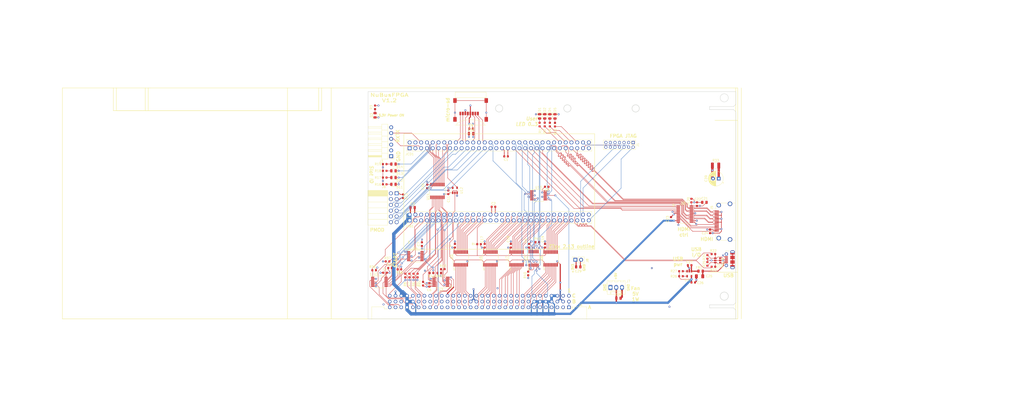
<source format=kicad_pcb>
(kicad_pcb (version 20171130) (host pcbnew 5.0.2+dfsg1-1~bpo9+1)
  (layers (0 F.Cu signal) (1 In1.Cu signal) (2 In2.Cu signal) (31 B.Cu signal) (34 B.Paste user) (35 F.Paste user) (36 B.SilkS user) (37 F.SilkS user) (38 B.Mask user) (39 F.Mask user) (44 Edge.Cuts user))
  (net 0 "")
  (net 1 GND)
  (net 2 /B2B/JTAG_VIO)
  (net 3 +3V3)
  (net 4 +5V)
  (net 5 "Net-(JCD1-Pad1)")
  (net 6 "Net-(JCD1-Pad2)")
  (net 7 /B2B/RX)
  (net 8 /B2B/TX)
  (net 9 "Net-(J1-Pad14)")
  (net 10 "Net-(J1-Pad12)")
  (net 11 NUBUS_OE)
  (net 12 -12V)
  (net 13 SB0_5V)
  (net 14 ~RESET_5V)
  (net 15 ~SPV_5V)
  (net 16 ~SP_5V)
  (net 17 ~TM1_5V)
  (net 18 ~AD1_5V)
  (net 19 ~AD3_5V)
  (net 20 ~AD5_5V)
  (net 21 ~AD7_5V)
  (net 22 ~AD9_5V)
  (net 23 ~AD11_5V)
  (net 24 ~AD13_5V)
  (net 25 ~AD15_5V)
  (net 26 ~AD17_5V)
  (net 27 ~AD19_5V)
  (net 28 ~AD21_5V)
  (net 29 ~AD23_5V)
  (net 30 ~AD25_5V)
  (net 31 ~AD27_5V)
  (net 32 ~AD29_5V)
  (net 33 ~AD31_5V)
  (net 34 ~ARB1_5V)
  (net 35 ~ARB3_5V)
  (net 36 ~ID1_5V)
  (net 37 ~ID3_5V)
  (net 38 ~ACK_5V)
  (net 39 ~RQST_5V)
  (net 40 ~NMRQ_5V)
  (net 41 +12V)
  (net 42 ~TM2_5V)
  (net 43 ~CM0_5V)
  (net 44 ~CM1_5V)
  (net 45 ~CM2_5V)
  (net 46 STDBYPWR)
  (net 47 ~CLK2XEN_5V)
  (net 48 ~CBUSY_5V)
  (net 49 SB1_5V)
  (net 50 ~TM0_5V)
  (net 51 ~AD0_5V)
  (net 52 ~AD2_5V)
  (net 53 ~AD4_5V)
  (net 54 ~AD6_5V)
  (net 55 ~AD8_5V)
  (net 56 ~AD10_5V)
  (net 57 ~AD12_5V)
  (net 58 ~AD14_5V)
  (net 59 ~AD16_5V)
  (net 60 ~AD18_5V)
  (net 61 ~AD20_5V)
  (net 62 ~AD22_5V)
  (net 63 ~AD24_5V)
  (net 64 ~AD26_5V)
  (net 65 ~AD28_5V)
  (net 66 ~AD30_5V)
  (net 67 ~PFW_5V)
  (net 68 ~ARB0_5V)
  (net 69 ~ARB2_5V)
  (net 70 ~ID0_5V)
  (net 71 ~ID2_5V)
  (net 72 ~START_5V)
  (net 73 ~CLK_5V)
  (net 74 ~ID3_3V3)
  (net 75 ~ID2_3V3)
  (net 76 ~ID1_3V3)
  (net 77 ~ID0_3V3)
  (net 78 ~CLK_3V3)
  (net 79 ~RQST_3V3)
  (net 80 ~CLK2X_5V)
  (net 81 ~START_3V3)
  (net 82 ~ACK_3V3)
  (net 83 ~AD31_3V3)
  (net 84 ~AD30_3V3)
  (net 85 ~AD29_3V3)
  (net 86 ~AD28_3V3)
  (net 87 ~AD27_3V3)
  (net 88 ~AD26_3V3)
  (net 89 ~AD25_3V3)
  (net 90 ~AD24_3V3)
  (net 91 ~AD23_3V3)
  (net 92 ~AD22_3V3)
  (net 93 ~AD21_3V3)
  (net 94 ~AD20_3V3)
  (net 95 ~RESET_3V3)
  (net 96 ~TM0_3V3)
  (net 97 ~TM1_3V3)
  (net 98 ~AD0_3V3)
  (net 99 ~AD1_3V3)
  (net 100 ~AD2_3V3)
  (net 101 ~AD3_3V3)
  (net 102 ~AD4_3V3)
  (net 103 ~AD5_3V3)
  (net 104 ~AD6_3V3)
  (net 105 ~AD7_3V3)
  (net 106 ~AD9_3V3)
  (net 107 ~AD8_3V3)
  (net 108 ~AD11_3V3)
  (net 109 ~AD10_3V3)
  (net 110 ~AD13_3V3)
  (net 111 ~AD12_3V3)
  (net 112 ~AD15_3V3)
  (net 113 ~AD14_3V3)
  (net 114 ~AD17_3V3)
  (net 115 ~AD16_3V3)
  (net 116 ~AD19_3V3)
  (net 117 ~AD18_3V3)
  (net 118 SHIELD)
  (net 119 HDMI_CEC_A)
  (net 120 HDMI_SCL_A)
  (net 121 HDMI_SDA_A)
  (net 122 HDMI_HPD_A)
  (net 123 HDMI_5V)
  (net 124 HDMI_CLK-)
  (net 125 HDMI_CLK+)
  (net 126 HDMI_D0-)
  (net 127 HDMI_D0+)
  (net 128 HDMI_D1-)
  (net 129 HDMI_D1+)
  (net 130 HDMI_D2-)
  (net 131 HDMI_D2+)
  (net 132 LED0)
  (net 133 "Net-(D2-Pad2)")
  (net 134 "Net-(D3-Pad2)")
  (net 135 LED1)
  (net 136 /usb/USB_FLT)
  (net 137 /usb/USB_D+)
  (net 138 /usb/USB_EN)
  (net 139 /usb/USB_D-)
  (net 140 USBH0_D-)
  (net 141 USBH0_D+)
  (net 142 /usb/VBus)
  (net 143 /usb/VBus_USB0)
  (net 144 /hdmi/cec_b)
  (net 145 /hdmi/scl_b)
  (net 146 /hdmi/sda_b)
  (net 147 /hdmi/hpd_b)
  (net 148 NUBUS_AD_DIR)
  (net 149 FPGA_JTAG_TDO)
  (net 150 FPGA_JTAG_TCK)
  (net 151 FPGA_JTAG_TDI)
  (net 152 FPGA_JTAG_TMS)
  (net 153 "Net-(J5-Pad14)")
  (net 154 "Net-(J6-Pad4)")
  (net 155 "Net-(D1-Pad2)")
  (net 156 "Net-(D11-Pad2)")
  (net 157 "Net-(D12-Pad2)")
  (net 158 "Net-(D13-Pad2)")
  (net 159 "Net-(D14-Pad2)")
  (net 160 ~CLK2X_3V3)
  (net 161 ~TM2_3V3)
  (net 162 ARB0_o_n)
  (net 163 ARB1_o_n)
  (net 164 ARB3_o_n)
  (net 165 ARB2_o_n)
  (net 166 ~NMRQ_3V3)
  (net 167 RQST_o_n)
  (net 168 START_o_n)
  (net 169 START_oe_n)
  (net 170 ACK_o_n)
  (net 171 ACK_oe_n)
  (net 172 TMx_oe_n)
  (net 173 TM1_n_o)
  (net 174 TM0_n_o)
  (net 175 TM2_o_n)
  (net 176 TM2_oe_n)
  (net 177 "Net-(U10-Pad1)")
  (net 178 "Net-(U10-Pad3)")
  (net 179 "Net-(J3-Pad6)")
  (net 180 "Net-(J3-Pad3)")
  (net 181 "Net-(J3-Pad2)")
  (net 182 ~ARB0_3V3)
  (net 183 ~ARB1_3V3)
  (net 184 ~ARB2_3V3)
  (net 185 ~ARB3_3V3)
  (net 186 SD_D2)
  (net 187 SD_D3)
  (net 188 SD_CMD)
  (net 189 SD_CLK)
  (net 190 SD_D0)
  (net 191 SD_D1)
  (net 192 "Net-(U2-Pad11)")
  (net 193 PMOD-12)
  (net 194 PMOD-11)
  (net 195 PMOD-10)
  (net 196 PMOD-9)
  (net 197 PMOD-8)
  (net 198 PMOD-7)
  (net 199 PMOD-6)
  (net 200 PMOD-5)
  (net 201 LED2)
  (net 202 "Net-(D4-Pad2)")
  (net 203 "Net-(D5-Pad2)")
  (net 204 LED3)
  (module LED_SMD:LED_0805_2012Metric (layer F.Cu) (at 191.623332 16 270)
    (fp_text reference D4 (at -2.95 0.05 270) (layer F.SilkS))
    (fp_text value RED)
    (pad 2 smd roundrect (at 0.9375 0 270) (size 0.975 1.4) (layers F.Cu F.Paste F.Mask) (net 202 "Net-(D4-Pad2)"))
    (pad 1 smd roundrect (at -0.9375 0 270) (size 0.975 1.4) (layers F.Cu F.Paste F.Mask) (net 1 GND))
  )
  (module LED_SMD:LED_0805_2012Metric (layer F.Cu) (at 193.875 16 270)
    (fp_text reference D5 (at -2.95 0 270) (layer F.SilkS))
    (fp_text value RED)
    (pad 1 smd roundrect (at -0.9375 0 270) (size 0.975 1.4) (layers F.Cu F.Paste F.Mask) (net 1 GND))
    (pad 2 smd roundrect (at 0.9375 0 270) (size 0.975 1.4) (layers F.Cu F.Paste F.Mask) (net 203 "Net-(D5-Pad2)"))
  )
  (module Resistor_SMD:R_0603_1608Metric (layer F.Cu) (at 193.875 19.65 90)
    (fp_text reference R10 (at -3.115001 0.154999 90) (layer F.SilkS))
    (fp_text value 549)
    (pad 2 smd roundrect (at 0.7875 0 90) (size 0.875 0.95) (layers F.Cu F.Paste F.Mask) (net 203 "Net-(D5-Pad2)"))
    (pad 1 smd roundrect (at -0.7875 0 90) (size 0.875 0.95) (layers F.Cu F.Paste F.Mask) (net 204 LED3))
  )
  (module Resistor_SMD:R_0603_1608Metric (layer F.Cu) (at 191.623332 19.6 90)
    (fp_text reference R9 (at -2.775 0.05 90) (layer F.SilkS))
    (fp_text value 549)
    (pad 1 smd roundrect (at -0.7875 0 90) (size 0.875 0.95) (layers F.Cu F.Paste F.Mask) (net 201 LED2))
    (pad 2 smd roundrect (at 0.7875 0 90) (size 0.875 0.95) (layers F.Cu F.Paste F.Mask) (net 202 "Net-(D4-Pad2)"))
  )
  (module Capacitor_SMD:C_0603_1608Metric (layer F.Cu) (at 127.15 51.125 270)
    (fp_text reference C12 (at 0 -1.43 270) (layer F.SilkS))
    (fp_text value 100nF)
    (pad 1 smd roundrect (at -0.7875 0 270) (size 0.875 0.95) (layers F.Cu F.Paste F.Mask) (net 3 +3V3))
    (pad 2 smd roundrect (at 0.7875 0 270) (size 0.875 0.95) (layers F.Cu F.Paste F.Mask) (net 1 GND))
  )
  (module For_SeeedStudio:PinSocket_2x06_P2.54mm_Horizontal_For_SeeedStudio (layer F.Cu) (at 124.3 49.85)
    (fp_text reference J9 (at -5.65 -2.77) (layer F.SilkS))
    (fp_text value Conn_02x06_Odd_Even)
    (pad 12 thru_hole oval (at -2.54 12.7) (size 1.7 1.7) (drill 1.19) (layers *.Cu *.Mask) (net 193 PMOD-12))
    (pad 11 thru_hole oval (at 0 12.7) (size 1.7 1.7) (drill 1.19) (layers *.Cu *.Mask) (net 194 PMOD-11))
    (pad 10 thru_hole oval (at -2.54 10.16) (size 1.7 1.7) (drill 1.19) (layers *.Cu *.Mask) (net 195 PMOD-10))
    (pad 9 thru_hole oval (at 0 10.16) (size 1.7 1.7) (drill 1.19) (layers *.Cu *.Mask) (net 196 PMOD-9))
    (pad 8 thru_hole oval (at -2.54 7.62) (size 1.7 1.7) (drill 1.19) (layers *.Cu *.Mask) (net 197 PMOD-8))
    (pad 7 thru_hole oval (at 0 7.62) (size 1.7 1.7) (drill 1.19) (layers *.Cu *.Mask) (net 198 PMOD-7))
    (pad 6 thru_hole oval (at -2.54 5.08) (size 1.7 1.7) (drill 1.19) (layers *.Cu *.Mask) (net 199 PMOD-6))
    (pad 5 thru_hole oval (at 0 5.08) (size 1.7 1.7) (drill 1.19) (layers *.Cu *.Mask) (net 200 PMOD-5))
    (pad 4 thru_hole oval (at -2.54 2.54) (size 1.7 1.7) (drill 1.19) (layers *.Cu *.Mask) (net 1 GND))
    (pad 3 thru_hole oval (at 0 2.54) (size 1.7 1.7) (drill 1.19) (layers *.Cu *.Mask) (net 1 GND))
    (pad 2 thru_hole oval (at -2.54 0) (size 1.7 1.7) (drill 1.19) (layers *.Cu *.Mask) (net 3 +3V3))
    (pad 1 thru_hole rect (at 0 0) (size 1.7 1.7) (drill 1.19) (layers *.Cu *.Mask) (net 3 +3V3))
  )
  (module Capacitor_SMD:C_0603_1608Metric (layer F.Cu) (at 147 49.4 270)
    (fp_text reference C11 (at 3 -0.1 270) (layer F.SilkS))
    (fp_text value 100nF)
    (pad 1 smd roundrect (at -0.7875 0 270) (size 0.875 0.95) (layers F.Cu F.Paste F.Mask) (net 3 +3V3))
    (pad 2 smd roundrect (at 0.7875 0 270) (size 0.875 0.95) (layers F.Cu F.Paste F.Mask) (net 1 GND))
  )
  (module Package_TO_SOT_SMD:SOT-23-5 (layer F.Cu) (at 149.9 48.5 90)
    (fp_text reference U12 (at -0.1 2.9 90) (layer F.SilkS))
    (fp_text value 74CB3T1G125DBVR)
    (pad 1 smd rect (at -1.1 -0.95 90) (size 1.06 0.65) (layers F.Cu F.Paste F.Mask) (net 1 GND))
    (pad 2 smd rect (at -1.1 0 90) (size 1.06 0.65) (layers F.Cu F.Paste F.Mask) (net 80 ~CLK2X_5V))
    (pad 3 smd rect (at -1.1 0.95 90) (size 1.06 0.65) (layers F.Cu F.Paste F.Mask) (net 1 GND))
    (pad 4 smd rect (at 1.1 0.95 90) (size 1.06 0.65) (layers F.Cu F.Paste F.Mask) (net 160 ~CLK2X_3V3))
    (pad 5 smd rect (at 1.1 -0.95 90) (size 1.06 0.65) (layers F.Cu F.Paste F.Mask) (net 3 +3V3))
  )
  (module For_SeeedStudio:TSSOP-20_4.4x6.5mm_P0.65mm_ForSeeedStudio (layer F.Cu) (at 142.2 48.8 90)
    (fp_text reference U14 (at -2.6 -4.2 90) (layer F.SilkS))
    (fp_text value SN74CB3T3245PWR)
    (pad 1 smd rect (at -2.8 -2.925 90) (size 1.55 0.45) (layers F.Cu F.Paste F.Mask))
    (pad 2 smd rect (at -2.8 -2.275 90) (size 1.55 0.45) (layers F.Cu F.Paste F.Mask) (net 37 ~ID3_5V))
    (pad 3 smd rect (at -2.8 -1.625 90) (size 1.55 0.45) (layers F.Cu F.Paste F.Mask) (net 71 ~ID2_5V))
    (pad 4 smd rect (at -2.8 -0.975 90) (size 1.55 0.45) (layers F.Cu F.Paste F.Mask) (net 36 ~ID1_5V))
    (pad 5 smd rect (at -2.8 -0.325 90) (size 1.55 0.45) (layers F.Cu F.Paste F.Mask) (net 70 ~ID0_5V))
    (pad 6 smd rect (at -2.8 0.325 90) (size 1.55 0.45) (layers F.Cu F.Paste F.Mask) (net 69 ~ARB2_5V))
    (pad 7 smd rect (at -2.8 0.975 90) (size 1.55 0.45) (layers F.Cu F.Paste F.Mask) (net 35 ~ARB3_5V))
    (pad 8 smd rect (at -2.8 1.625 90) (size 1.55 0.45) (layers F.Cu F.Paste F.Mask) (net 68 ~ARB0_5V))
    (pad 9 smd rect (at -2.8 2.275 90) (size 1.55 0.45) (layers F.Cu F.Paste F.Mask) (net 34 ~ARB1_5V))
    (pad 10 smd rect (at -2.8 2.925 90) (size 1.55 0.45) (layers F.Cu F.Paste F.Mask) (net 1 GND))
    (pad 11 smd rect (at 2.8 2.925 90) (size 1.55 0.45) (layers F.Cu F.Paste F.Mask) (net 183 ~ARB1_3V3))
    (pad 12 smd rect (at 2.8 2.275 90) (size 1.55 0.45) (layers F.Cu F.Paste F.Mask) (net 182 ~ARB0_3V3))
    (pad 13 smd rect (at 2.8 1.625 90) (size 1.55 0.45) (layers F.Cu F.Paste F.Mask) (net 185 ~ARB3_3V3))
    (pad 14 smd rect (at 2.8 0.975 90) (size 1.55 0.45) (layers F.Cu F.Paste F.Mask) (net 184 ~ARB2_3V3))
    (pad 15 smd rect (at 2.8 0.325 90) (size 1.55 0.45) (layers F.Cu F.Paste F.Mask) (net 77 ~ID0_3V3))
    (pad 16 smd rect (at 2.8 -0.325 90) (size 1.55 0.45) (layers F.Cu F.Paste F.Mask) (net 76 ~ID1_3V3))
    (pad 17 smd rect (at 2.8 -0.975 90) (size 1.55 0.45) (layers F.Cu F.Paste F.Mask) (net 75 ~ID2_3V3))
    (pad 18 smd rect (at 2.8 -1.625 90) (size 1.55 0.45) (layers F.Cu F.Paste F.Mask) (net 74 ~ID3_3V3))
    (pad 19 smd rect (at 2.8 -2.275 90) (size 1.55 0.45) (layers F.Cu F.Paste F.Mask) (net 1 GND))
    (pad 20 smd rect (at 2.8 -2.925 90) (size 1.55 0.45) (layers F.Cu F.Paste F.Mask) (net 3 +3V3))
  )
  (module Capacitor_SMD:C_0603_1608Metric (layer F.Cu) (at 157 21.4)
    (fp_text reference C9 (at 0 -1.43) (layer F.SilkS))
    (fp_text value 100nF)
    (pad 1 smd roundrect (at -0.7875 0) (size 0.875 0.95) (layers F.Cu F.Paste F.Mask) (net 3 +3V3))
    (pad 2 smd roundrect (at 0.7875 0) (size 0.875 0.95) (layers F.Cu F.Paste F.Mask) (net 1 GND))
  )
  (module Capacitor_SMD:C_0805_2012Metric (layer F.Cu) (at 157 23.6)
    (fp_text reference C10 (at 0 -1.65) (layer F.SilkS))
    (fp_text value 47uF)
    (pad 1 smd roundrect (at -0.9375 0) (size 0.975 1.4) (layers F.Cu F.Paste F.Mask) (net 3 +3V3))
    (pad 2 smd roundrect (at 0.9375 0) (size 0.975 1.4) (layers F.Cu F.Paste F.Mask) (net 1 GND))
  )
  (module MOLEX_47219-2001:MOLEX_47219-2001 (layer F.Cu) (at 156.8 12.6)
    (fp_text reference J2 (at -8.845525 2.928495 180) (layer F.SilkS) (effects (font (size 1.001189 1.001189) (thickness 0.015))))
    (fp_text value 47219-2001)
    (pad 1 smd rect (at 3.2 2.1) (size 0.8 1.5) (layers F.Cu F.Paste F.Mask) (net 186 SD_D2))
    (pad 2 smd rect (at 2.1 2.1) (size 0.8 1.5) (layers F.Cu F.Paste F.Mask) (net 187 SD_D3))
    (pad 3 smd rect (at 1 2.1) (size 0.8 1.5) (layers F.Cu F.Paste F.Mask) (net 188 SD_CMD))
    (pad 4 smd rect (at -0.1 2.1) (size 0.8 1.5) (layers F.Cu F.Paste F.Mask) (net 3 +3V3))
    (pad 5 smd rect (at -1.2 2.1) (size 0.8 1.5) (layers F.Cu F.Paste F.Mask) (net 189 SD_CLK))
    (pad 6 smd rect (at -2.3 2.1) (size 0.8 1.5) (layers F.Cu F.Paste F.Mask) (net 1 GND))
    (pad 7 smd rect (at -3.4 2.1) (size 0.8 1.5) (layers F.Cu F.Paste F.Mask) (net 190 SD_D0))
    (pad 8 smd rect (at -4.5 2.1) (size 0.8 1.5) (layers F.Cu F.Paste F.Mask) (net 191 SD_D1))
    (pad G1 smd rect (at 6.875 4.7) (size 1.5 2.05) (layers F.Cu F.Paste F.Mask) (net 1 GND))
    (pad G2 smd rect (at 6.875 -3.6) (size 1.5 2.05) (layers F.Cu F.Paste F.Mask) (net 1 GND))
    (pad G3 smd rect (at -6.875 -3.6) (size 1.5 2.05) (layers F.Cu F.Paste F.Mask) (net 1 GND))
    (pad G4 smd rect (at -6.875 4.7) (size 1.5 2.05) (layers F.Cu F.Paste F.Mask) (net 1 GND))
  )
  (module Capacitor_SMD:C_0603_1608Metric (layer F.Cu) (at 190.25 46.95 180)
    (fp_text reference C8 (at 0 -1.43 180) (layer F.SilkS))
    (fp_text value 100nF)
    (pad 1 smd roundrect (at -0.7875 0 180) (size 0.875 0.95) (layers F.Cu F.Paste F.Mask) (net 3 +3V3))
    (pad 2 smd roundrect (at 0.7875 0 180) (size 0.875 0.95) (layers F.Cu F.Paste F.Mask) (net 1 GND))
  )
  (module Package_SO:TSSOP-14_4.4x5mm_P0.65mm (layer F.Cu) (at 186.625 50.75)
    (fp_text reference U13 (at 0 -3.55) (layer F.SilkS))
    (fp_text value SN74CB3T3125PWR)
    (pad 1 smd rect (at -2.95 -1.95) (size 1.45 0.45) (layers F.Cu F.Paste F.Mask) (net 1 GND))
    (pad 2 smd rect (at -2.95 -1.3) (size 1.45 0.45) (layers F.Cu F.Paste F.Mask) (net 97 ~TM1_3V3))
    (pad 3 smd rect (at -2.95 -0.65) (size 1.45 0.45) (layers F.Cu F.Paste F.Mask) (net 17 ~TM1_5V))
    (pad 4 smd rect (at -2.95 0) (size 1.45 0.45) (layers F.Cu F.Paste F.Mask) (net 1 GND))
    (pad 5 smd rect (at -2.95 0.65) (size 1.45 0.45) (layers F.Cu F.Paste F.Mask) (net 96 ~TM0_3V3))
    (pad 6 smd rect (at -2.95 1.3) (size 1.45 0.45) (layers F.Cu F.Paste F.Mask) (net 50 ~TM0_5V))
    (pad 7 smd rect (at -2.95 1.95) (size 1.45 0.45) (layers F.Cu F.Paste F.Mask) (net 1 GND))
    (pad 8 smd rect (at 2.95 1.95) (size 1.45 0.45) (layers F.Cu F.Paste F.Mask) (net 42 ~TM2_5V))
    (pad 9 smd rect (at 2.95 1.3) (size 1.45 0.45) (layers F.Cu F.Paste F.Mask) (net 161 ~TM2_3V3))
    (pad 10 smd rect (at 2.95 0.65) (size 1.45 0.45) (layers F.Cu F.Paste F.Mask) (net 1 GND))
    (pad 11 smd rect (at 2.95 0) (size 1.45 0.45) (layers F.Cu F.Paste F.Mask) (net 14 ~RESET_5V))
    (pad 12 smd rect (at 2.95 -0.65) (size 1.45 0.45) (layers F.Cu F.Paste F.Mask) (net 95 ~RESET_3V3))
    (pad 13 smd rect (at 2.95 -1.3) (size 1.45 0.45) (layers F.Cu F.Paste F.Mask) (net 1 GND))
    (pad 14 smd rect (at 2.95 -1.95) (size 1.45 0.45) (layers F.Cu F.Paste F.Mask) (net 3 +3V3))
  )
  (module Capacitor_SMD:C_0603_1608Metric (layer F.Cu) (at 135.4 72.2 90)
    (fp_text reference C7 (at 0 -1.43 90) (layer F.SilkS))
    (fp_text value 100nF)
    (pad 1 smd roundrect (at -0.7875 0 90) (size 0.875 0.95) (layers F.Cu F.Paste F.Mask) (net 3 +3V3))
    (pad 2 smd roundrect (at 0.7875 0 90) (size 0.875 0.95) (layers F.Cu F.Paste F.Mask) (net 1 GND))
  )
  (module Package_SO:TSSOP-14_4.4x5mm_P0.65mm (layer F.Cu) (at 132.5 77.5)
    (fp_text reference U4 (at 0 -3.55) (layer F.SilkS))
    (fp_text value SN74CB3T3125PWR)
    (pad 1 smd rect (at -2.95 -1.95) (size 1.45 0.45) (layers F.Cu F.Paste F.Mask) (net 1 GND))
    (pad 2 smd rect (at -2.95 -1.3) (size 1.45 0.45) (layers F.Cu F.Paste F.Mask) (net 79 ~RQST_3V3))
    (pad 3 smd rect (at -2.95 -0.65) (size 1.45 0.45) (layers F.Cu F.Paste F.Mask) (net 39 ~RQST_5V))
    (pad 4 smd rect (at -2.95 0) (size 1.45 0.45) (layers F.Cu F.Paste F.Mask) (net 1 GND))
    (pad 5 smd rect (at -2.95 0.65) (size 1.45 0.45) (layers F.Cu F.Paste F.Mask) (net 82 ~ACK_3V3))
    (pad 6 smd rect (at -2.95 1.3) (size 1.45 0.45) (layers F.Cu F.Paste F.Mask) (net 38 ~ACK_5V))
    (pad 7 smd rect (at -2.95 1.95) (size 1.45 0.45) (layers F.Cu F.Paste F.Mask) (net 1 GND))
    (pad 8 smd rect (at 2.95 1.95) (size 1.45 0.45) (layers F.Cu F.Paste F.Mask) (net 73 ~CLK_5V))
    (pad 9 smd rect (at 2.95 1.3) (size 1.45 0.45) (layers F.Cu F.Paste F.Mask) (net 78 ~CLK_3V3))
    (pad 10 smd rect (at 2.95 0.65) (size 1.45 0.45) (layers F.Cu F.Paste F.Mask) (net 1 GND))
    (pad 11 smd rect (at 2.95 0) (size 1.45 0.45) (layers F.Cu F.Paste F.Mask) (net 72 ~START_5V))
    (pad 12 smd rect (at 2.95 -0.65) (size 1.45 0.45) (layers F.Cu F.Paste F.Mask) (net 81 ~START_3V3))
    (pad 13 smd rect (at 2.95 -1.3) (size 1.45 0.45) (layers F.Cu F.Paste F.Mask) (net 1 GND))
    (pad 14 smd rect (at 2.95 -1.95) (size 1.45 0.45) (layers F.Cu F.Paste F.Mask) (net 3 +3V3))
  )
  (module Capacitor_SMD:C_0603_1608Metric (layer F.Cu) (at 137.7 46.8 270)
    (fp_text reference C30 (at 0.1 1.8 270) (layer F.SilkS))
    (fp_text value 100nF)
    (pad 1 smd roundrect (at -0.7875 0 270) (size 0.875 0.95) (layers F.Cu F.Paste F.Mask) (net 3 +3V3))
    (pad 2 smd roundrect (at 0.7875 0 270) (size 0.875 0.95) (layers F.Cu F.Paste F.Mask) (net 1 GND))
  )
  (module Resistor_SMD:R_0603_1608Metric (layer F.Cu) (at 114.4 83.7 180)
    (fp_text reference R36 (at 0.7 1.5 180) (layer F.SilkS))
    (fp_text value 10k)
    (pad 2 smd roundrect (at 0.7875 0 180) (size 0.875 0.95) (layers F.Cu F.Paste F.Mask) (net 166 ~NMRQ_3V3))
    (pad 1 smd roundrect (at -0.7875 0 180) (size 0.875 0.95) (layers F.Cu F.Paste F.Mask) (net 3 +3V3))
  )
  (module Resistor_SMD:R_0603_1608Metric (layer F.Cu) (at 120.3 79.8)
    (fp_text reference R37 (at 0 -1.43) (layer F.SilkS))
    (fp_text value 10k)
    (pad 1 smd roundrect (at -0.7875 0) (size 0.875 0.95) (layers F.Cu F.Paste F.Mask) (net 3 +3V3))
    (pad 2 smd roundrect (at 0.7875 0) (size 0.875 0.95) (layers F.Cu F.Paste F.Mask) (net 167 RQST_o_n))
  )
  (module Resistor_SMD:R_0603_1608Metric (layer F.Cu) (at 125.5 83.3 180)
    (fp_text reference R38 (at 0 -1.43 180) (layer F.SilkS))
    (fp_text value 10k)
    (pad 2 smd roundrect (at 0.7875 0 180) (size 0.875 0.95) (layers F.Cu F.Paste F.Mask) (net 169 START_oe_n))
    (pad 1 smd roundrect (at -0.7875 0 180) (size 0.875 0.95) (layers F.Cu F.Paste F.Mask) (net 3 +3V3))
  )
  (module Resistor_SMD:R_0603_1608Metric (layer F.Cu) (at 121.4 82.7)
    (fp_text reference R39 (at 0 -1.43) (layer F.SilkS))
    (fp_text value 10k)
    (pad 1 smd roundrect (at -0.7875 0) (size 0.875 0.95) (layers F.Cu F.Paste F.Mask) (net 3 +3V3))
    (pad 2 smd roundrect (at 0.7875 0) (size 0.875 0.95) (layers F.Cu F.Paste F.Mask) (net 171 ACK_oe_n))
  )
  (module Resistor_SMD:R_0603_1608Metric (layer F.Cu) (at 182.1 85.1 90)
    (fp_text reference R40 (at -0.8 -1.4 90) (layer F.SilkS))
    (fp_text value 10k)
    (pad 2 smd roundrect (at 0.7875 0 90) (size 0.875 0.95) (layers F.Cu F.Paste F.Mask) (net 172 TMx_oe_n))
    (pad 1 smd roundrect (at -0.7875 0 90) (size 0.875 0.95) (layers F.Cu F.Paste F.Mask) (net 3 +3V3))
  )
  (module Resistor_SMD:R_0603_1608Metric (layer F.Cu) (at 186.1 71.3 180)
    (fp_text reference R41 (at 0.1 1.5 180) (layer F.SilkS))
    (fp_text value 10k)
    (pad 1 smd roundrect (at -0.7875 0 180) (size 0.875 0.95) (layers F.Cu F.Paste F.Mask) (net 3 +3V3))
    (pad 2 smd roundrect (at 0.7875 0 180) (size 0.875 0.95) (layers F.Cu F.Paste F.Mask) (net 176 TM2_oe_n))
  )
  (module Resistor_SMD:R_0603_1608Metric (layer F.Cu) (at 143 84.9 180)
    (fp_text reference R42 (at 0 -1.43 180) (layer F.SilkS))
    (fp_text value 10k)
    (pad 2 smd roundrect (at 0.7875 0 180) (size 0.875 0.95) (layers F.Cu F.Paste F.Mask) (net 162 ARB0_o_n))
    (pad 1 smd roundrect (at -0.7875 0 180) (size 0.875 0.95) (layers F.Cu F.Paste F.Mask) (net 3 +3V3))
  )
  (module Resistor_SMD:R_0603_1608Metric (layer F.Cu) (at 144.6 83.2)
    (fp_text reference R43 (at 0 -1.43) (layer F.SilkS))
    (fp_text value 10k)
    (pad 1 smd roundrect (at -0.7875 0) (size 0.875 0.95) (layers F.Cu F.Paste F.Mask) (net 3 +3V3))
    (pad 2 smd roundrect (at 0.7875 0) (size 0.875 0.95) (layers F.Cu F.Paste F.Mask) (net 163 ARB1_o_n))
  )
  (module Resistor_SMD:R_0603_1608Metric (layer F.Cu) (at 135.9 89.6 90)
    (fp_text reference R44 (at 0 -1.43 90) (layer F.SilkS))
    (fp_text value 10k)
    (pad 2 smd roundrect (at 0.7875 0 90) (size 0.875 0.95) (layers F.Cu F.Paste F.Mask) (net 165 ARB2_o_n))
    (pad 1 smd roundrect (at -0.7875 0 90) (size 0.875 0.95) (layers F.Cu F.Paste F.Mask) (net 3 +3V3))
  )
  (module Resistor_SMD:R_0603_1608Metric (layer F.Cu) (at 139.6 84.9 180)
    (fp_text reference R45 (at 0 -1.43 180) (layer F.SilkS))
    (fp_text value 10k)
    (pad 1 smd roundrect (at -0.7875 0 180) (size 0.875 0.95) (layers F.Cu F.Paste F.Mask) (net 3 +3V3))
    (pad 2 smd roundrect (at 0.7875 0 180) (size 0.875 0.95) (layers F.Cu F.Paste F.Mask) (net 164 ARB3_o_n))
  )
  (module Capacitor_SMD:C_0805_2012Metric (layer F.Cu) (at 131.3 56.1)
    (fp_text reference C3 (at 0 -1.65) (layer F.SilkS))
    (fp_text value "47uF 10V+")
    (pad 1 smd roundrect (at -0.9375 0) (size 0.975 1.4) (layers F.Cu F.Paste F.Mask) (net 4 +5V))
    (pad 2 smd roundrect (at 0.9375 0) (size 0.975 1.4) (layers F.Cu F.Paste F.Mask) (net 1 GND))
  )
  (module LED_SMD:LED_0805_2012Metric (layer F.Cu) (at 114.8 15.5 90)
    (fp_text reference D3 (at 0 -1.65 90) (layer F.SilkS))
    (fp_text value BLUE)
    (pad 1 smd roundrect (at -0.9375 0 90) (size 0.975 1.4) (layers F.Cu F.Paste F.Mask) (net 1 GND))
    (pad 2 smd roundrect (at 0.9375 0 90) (size 0.975 1.4) (layers F.Cu F.Paste F.Mask) (net 134 "Net-(D3-Pad2)"))
  )
  (module Resistor_SMD:R_0603_1608Metric (layer F.Cu) (at 114.8 12 270)
    (fp_text reference R3 (at 0 1.7 270) (layer F.SilkS))
    (fp_text value 549)
    (pad 1 smd roundrect (at -0.7875 0 270) (size 0.875 0.95) (layers F.Cu F.Paste F.Mask) (net 3 +3V3))
    (pad 2 smd roundrect (at 0.7875 0 270) (size 0.875 0.95) (layers F.Cu F.Paste F.Mask) (net 134 "Net-(D3-Pad2)"))
  )
  (module Capacitor_SMD:C_0603_1608Metric (layer F.Cu) (at 182.5 72.9 90)
    (fp_text reference C5 (at 2.2 -1.4 90) (layer F.SilkS))
    (fp_text value 100nF)
    (pad 1 smd roundrect (at -0.7875 0 90) (size 0.875 0.95) (layers F.Cu F.Paste F.Mask) (net 3 +3V3))
    (pad 2 smd roundrect (at 0.7875 0 90) (size 0.875 0.95) (layers F.Cu F.Paste F.Mask) (net 1 GND))
  )
  (module Package_SO:TSSOP-14_4.4x5mm_P0.65mm (layer F.Cu) (at 184.5 78.5 90)
    (fp_text reference U2 (at 0 -3.35 90) (layer F.SilkS))
    (fp_text value 74LVT125)
    (pad 1 smd rect (at -2.95 -1.95 90) (size 1.45 0.45) (layers F.Cu F.Paste F.Mask) (net 172 TMx_oe_n))
    (pad 2 smd rect (at -2.95 -1.3 90) (size 1.45 0.45) (layers F.Cu F.Paste F.Mask) (net 173 TM1_n_o))
    (pad 3 smd rect (at -2.95 -0.65 90) (size 1.45 0.45) (layers F.Cu F.Paste F.Mask) (net 17 ~TM1_5V))
    (pad 4 smd rect (at -2.95 0 90) (size 1.45 0.45) (layers F.Cu F.Paste F.Mask) (net 172 TMx_oe_n))
    (pad 5 smd rect (at -2.95 0.65 90) (size 1.45 0.45) (layers F.Cu F.Paste F.Mask) (net 174 TM0_n_o))
    (pad 6 smd rect (at -2.95 1.3 90) (size 1.45 0.45) (layers F.Cu F.Paste F.Mask) (net 50 ~TM0_5V))
    (pad 7 smd rect (at -2.95 1.95 90) (size 1.45 0.45) (layers F.Cu F.Paste F.Mask) (net 1 GND))
    (pad 8 smd rect (at 2.95 1.95 90) (size 1.45 0.45) (layers F.Cu F.Paste F.Mask) (net 42 ~TM2_5V))
    (pad 9 smd rect (at 2.95 1.3 90) (size 1.45 0.45) (layers F.Cu F.Paste F.Mask) (net 175 TM2_o_n))
    (pad 10 smd rect (at 2.95 0.65 90) (size 1.45 0.45) (layers F.Cu F.Paste F.Mask) (net 176 TM2_oe_n))
    (pad 11 smd rect (at 2.95 0 90) (size 1.45 0.45) (layers F.Cu F.Paste F.Mask) (net 192 "Net-(U2-Pad11)"))
    (pad 12 smd rect (at 2.95 -0.65 90) (size 1.45 0.45) (layers F.Cu F.Paste F.Mask) (net 1 GND))
    (pad 13 smd rect (at 2.95 -1.3 90) (size 1.45 0.45) (layers F.Cu F.Paste F.Mask) (net 3 +3V3))
    (pad 14 smd rect (at 2.95 -1.95 90) (size 1.45 0.45) (layers F.Cu F.Paste F.Mask) (net 3 +3V3))
  )
  (module For_SeeedStudio:TSSOP-20_4.4x6.5mm_P0.65mm_ForSeeedStudio (layer F.Cu) (at 165.5 78.5 90)
    (fp_text reference U6 (at 0 -4.3 90) (layer F.SilkS))
    (fp_text value 74LVT245BPW,118)
    (pad 1 smd rect (at -2.8 -2.925 90) (size 1.55 0.45) (layers F.Cu F.Paste F.Mask) (net 148 NUBUS_AD_DIR))
    (pad 2 smd rect (at -2.8 -2.275 90) (size 1.55 0.45) (layers F.Cu F.Paste F.Mask) (net 62 ~AD22_5V))
    (pad 3 smd rect (at -2.8 -1.625 90) (size 1.55 0.45) (layers F.Cu F.Paste F.Mask) (net 29 ~AD23_5V))
    (pad 4 smd rect (at -2.8 -0.975 90) (size 1.55 0.45) (layers F.Cu F.Paste F.Mask) (net 61 ~AD20_5V))
    (pad 5 smd rect (at -2.8 -0.325 90) (size 1.55 0.45) (layers F.Cu F.Paste F.Mask) (net 28 ~AD21_5V))
    (pad 6 smd rect (at -2.8 0.325 90) (size 1.55 0.45) (layers F.Cu F.Paste F.Mask) (net 60 ~AD18_5V))
    (pad 7 smd rect (at -2.8 0.975 90) (size 1.55 0.45) (layers F.Cu F.Paste F.Mask) (net 27 ~AD19_5V))
    (pad 8 smd rect (at -2.8 1.625 90) (size 1.55 0.45) (layers F.Cu F.Paste F.Mask) (net 59 ~AD16_5V))
    (pad 9 smd rect (at -2.8 2.275 90) (size 1.55 0.45) (layers F.Cu F.Paste F.Mask) (net 26 ~AD17_5V))
    (pad 10 smd rect (at -2.8 2.925 90) (size 1.55 0.45) (layers F.Cu F.Paste F.Mask) (net 1 GND))
    (pad 11 smd rect (at 2.8 2.925 90) (size 1.55 0.45) (layers F.Cu F.Paste F.Mask) (net 114 ~AD17_3V3))
    (pad 12 smd rect (at 2.8 2.275 90) (size 1.55 0.45) (layers F.Cu F.Paste F.Mask) (net 115 ~AD16_3V3))
    (pad 13 smd rect (at 2.8 1.625 90) (size 1.55 0.45) (layers F.Cu F.Paste F.Mask) (net 116 ~AD19_3V3))
    (pad 14 smd rect (at 2.8 0.975 90) (size 1.55 0.45) (layers F.Cu F.Paste F.Mask) (net 117 ~AD18_3V3))
    (pad 15 smd rect (at 2.8 0.325 90) (size 1.55 0.45) (layers F.Cu F.Paste F.Mask) (net 93 ~AD21_3V3))
    (pad 16 smd rect (at 2.8 -0.325 90) (size 1.55 0.45) (layers F.Cu F.Paste F.Mask) (net 94 ~AD20_3V3))
    (pad 17 smd rect (at 2.8 -0.975 90) (size 1.55 0.45) (layers F.Cu F.Paste F.Mask) (net 91 ~AD23_3V3))
    (pad 18 smd rect (at 2.8 -1.625 90) (size 1.55 0.45) (layers F.Cu F.Paste F.Mask) (net 92 ~AD22_3V3))
    (pad 19 smd rect (at 2.8 -2.275 90) (size 1.55 0.45) (layers F.Cu F.Paste F.Mask) (net 11 NUBUS_OE))
    (pad 20 smd rect (at 2.8 -2.925 90) (size 1.55 0.45) (layers F.Cu F.Paste F.Mask) (net 3 +3V3))
  )
  (module For_SeeedStudio:TSSOP-20_4.4x6.5mm_P0.65mm_ForSeeedStudio (layer F.Cu) (at 192 78.5 90)
    (fp_text reference U8 (at 0.05 -4.1 90) (layer F.SilkS))
    (fp_text value 74LVT245BPW,118)
    (pad 20 smd rect (at 2.8 -2.925 90) (size 1.55 0.45) (layers F.Cu F.Paste F.Mask) (net 3 +3V3))
    (pad 19 smd rect (at 2.8 -2.275 90) (size 1.55 0.45) (layers F.Cu F.Paste F.Mask) (net 11 NUBUS_OE))
    (pad 18 smd rect (at 2.8 -1.625 90) (size 1.55 0.45) (layers F.Cu F.Paste F.Mask) (net 104 ~AD6_3V3))
    (pad 17 smd rect (at 2.8 -0.975 90) (size 1.55 0.45) (layers F.Cu F.Paste F.Mask) (net 105 ~AD7_3V3))
    (pad 16 smd rect (at 2.8 -0.325 90) (size 1.55 0.45) (layers F.Cu F.Paste F.Mask) (net 102 ~AD4_3V3))
    (pad 15 smd rect (at 2.8 0.325 90) (size 1.55 0.45) (layers F.Cu F.Paste F.Mask) (net 103 ~AD5_3V3))
    (pad 14 smd rect (at 2.8 0.975 90) (size 1.55 0.45) (layers F.Cu F.Paste F.Mask) (net 100 ~AD2_3V3))
    (pad 13 smd rect (at 2.8 1.625 90) (size 1.55 0.45) (layers F.Cu F.Paste F.Mask) (net 101 ~AD3_3V3))
    (pad 12 smd rect (at 2.8 2.275 90) (size 1.55 0.45) (layers F.Cu F.Paste F.Mask) (net 98 ~AD0_3V3))
    (pad 11 smd rect (at 2.8 2.925 90) (size 1.55 0.45) (layers F.Cu F.Paste F.Mask) (net 99 ~AD1_3V3))
    (pad 10 smd rect (at -2.8 2.925 90) (size 1.55 0.45) (layers F.Cu F.Paste F.Mask) (net 1 GND))
    (pad 9 smd rect (at -2.8 2.275 90) (size 1.55 0.45) (layers F.Cu F.Paste F.Mask) (net 18 ~AD1_5V))
    (pad 8 smd rect (at -2.8 1.625 90) (size 1.55 0.45) (layers F.Cu F.Paste F.Mask) (net 51 ~AD0_5V))
    (pad 7 smd rect (at -2.8 0.975 90) (size 1.55 0.45) (layers F.Cu F.Paste F.Mask) (net 19 ~AD3_5V))
    (pad 6 smd rect (at -2.8 0.325 90) (size 1.55 0.45) (layers F.Cu F.Paste F.Mask) (net 52 ~AD2_5V))
    (pad 5 smd rect (at -2.8 -0.325 90) (size 1.55 0.45) (layers F.Cu F.Paste F.Mask) (net 20 ~AD5_5V))
    (pad 4 smd rect (at -2.8 -0.975 90) (size 1.55 0.45) (layers F.Cu F.Paste F.Mask) (net 53 ~AD4_5V))
    (pad 3 smd rect (at -2.8 -1.625 90) (size 1.55 0.45) (layers F.Cu F.Paste F.Mask) (net 21 ~AD7_5V))
    (pad 2 smd rect (at -2.8 -2.275 90) (size 1.55 0.45) (layers F.Cu F.Paste F.Mask) (net 54 ~AD6_5V))
    (pad 1 smd rect (at -2.8 -2.925 90) (size 1.55 0.45) (layers F.Cu F.Paste F.Mask) (net 148 NUBUS_AD_DIR))
  )
  (module For_SeeedStudio:TSSOP-20_4.4x6.5mm_P0.65mm_ForSeeedStudio (layer F.Cu) (at 177 78.5 90)
    (fp_text reference U7 (at 0 -4.3 90) (layer F.SilkS))
    (fp_text value 74LVT245BPW,118)
    (pad 1 smd rect (at -2.8 -2.925 90) (size 1.55 0.45) (layers F.Cu F.Paste F.Mask) (net 148 NUBUS_AD_DIR))
    (pad 2 smd rect (at -2.8 -2.275 90) (size 1.55 0.45) (layers F.Cu F.Paste F.Mask) (net 58 ~AD14_5V))
    (pad 3 smd rect (at -2.8 -1.625 90) (size 1.55 0.45) (layers F.Cu F.Paste F.Mask) (net 25 ~AD15_5V))
    (pad 4 smd rect (at -2.8 -0.975 90) (size 1.55 0.45) (layers F.Cu F.Paste F.Mask) (net 57 ~AD12_5V))
    (pad 5 smd rect (at -2.8 -0.325 90) (size 1.55 0.45) (layers F.Cu F.Paste F.Mask) (net 24 ~AD13_5V))
    (pad 6 smd rect (at -2.8 0.325 90) (size 1.55 0.45) (layers F.Cu F.Paste F.Mask) (net 56 ~AD10_5V))
    (pad 7 smd rect (at -2.8 0.975 90) (size 1.55 0.45) (layers F.Cu F.Paste F.Mask) (net 23 ~AD11_5V))
    (pad 8 smd rect (at -2.8 1.625 90) (size 1.55 0.45) (layers F.Cu F.Paste F.Mask) (net 55 ~AD8_5V))
    (pad 9 smd rect (at -2.8 2.275 90) (size 1.55 0.45) (layers F.Cu F.Paste F.Mask) (net 22 ~AD9_5V))
    (pad 10 smd rect (at -2.8 2.925 90) (size 1.55 0.45) (layers F.Cu F.Paste F.Mask) (net 1 GND))
    (pad 11 smd rect (at 2.8 2.925 90) (size 1.55 0.45) (layers F.Cu F.Paste F.Mask) (net 106 ~AD9_3V3))
    (pad 12 smd rect (at 2.8 2.275 90) (size 1.55 0.45) (layers F.Cu F.Paste F.Mask) (net 107 ~AD8_3V3))
    (pad 13 smd rect (at 2.8 1.625 90) (size 1.55 0.45) (layers F.Cu F.Paste F.Mask) (net 108 ~AD11_3V3))
    (pad 14 smd rect (at 2.8 0.975 90) (size 1.55 0.45) (layers F.Cu F.Paste F.Mask) (net 109 ~AD10_3V3))
    (pad 15 smd rect (at 2.8 0.325 90) (size 1.55 0.45) (layers F.Cu F.Paste F.Mask) (net 110 ~AD13_3V3))
    (pad 16 smd rect (at 2.8 -0.325 90) (size 1.55 0.45) (layers F.Cu F.Paste F.Mask) (net 111 ~AD12_3V3))
    (pad 17 smd rect (at 2.8 -0.975 90) (size 1.55 0.45) (layers F.Cu F.Paste F.Mask) (net 112 ~AD15_3V3))
    (pad 18 smd rect (at 2.8 -1.625 90) (size 1.55 0.45) (layers F.Cu F.Paste F.Mask) (net 113 ~AD14_3V3))
    (pad 19 smd rect (at 2.8 -2.275 90) (size 1.55 0.45) (layers F.Cu F.Paste F.Mask) (net 11 NUBUS_OE))
    (pad 20 smd rect (at 2.8 -2.925 90) (size 1.55 0.45) (layers F.Cu F.Paste F.Mask) (net 3 +3V3))
  )
  (module For_SeeedStudio:TSSOP-20_4.4x6.5mm_P0.65mm_ForSeeedStudio (layer F.Cu) (at 152.5 78.5 90)
    (fp_text reference U5 (at 0.8 -4.2 90) (layer F.SilkS))
    (fp_text value 74LVT245BPW,118)
    (pad 1 smd rect (at -2.8 -2.925 90) (size 1.55 0.45) (layers F.Cu F.Paste F.Mask) (net 148 NUBUS_AD_DIR))
    (pad 2 smd rect (at -2.8 -2.275 90) (size 1.55 0.45) (layers F.Cu F.Paste F.Mask) (net 33 ~AD31_5V))
    (pad 3 smd rect (at -2.8 -1.625 90) (size 1.55 0.45) (layers F.Cu F.Paste F.Mask) (net 66 ~AD30_5V))
    (pad 4 smd rect (at -2.8 -0.975 90) (size 1.55 0.45) (layers F.Cu F.Paste F.Mask) (net 32 ~AD29_5V))
    (pad 5 smd rect (at -2.8 -0.325 90) (size 1.55 0.45) (layers F.Cu F.Paste F.Mask) (net 65 ~AD28_5V))
    (pad 6 smd rect (at -2.8 0.325 90) (size 1.55 0.45) (layers F.Cu F.Paste F.Mask) (net 31 ~AD27_5V))
    (pad 7 smd rect (at -2.8 0.975 90) (size 1.55 0.45) (layers F.Cu F.Paste F.Mask) (net 64 ~AD26_5V))
    (pad 8 smd rect (at -2.8 1.625 90) (size 1.55 0.45) (layers F.Cu F.Paste F.Mask) (net 30 ~AD25_5V))
    (pad 9 smd rect (at -2.8 2.275 90) (size 1.55 0.45) (layers F.Cu F.Paste F.Mask) (net 63 ~AD24_5V))
    (pad 10 smd rect (at -2.8 2.925 90) (size 1.55 0.45) (layers F.Cu F.Paste F.Mask) (net 1 GND))
    (pad 11 smd rect (at 2.8 2.925 90) (size 1.55 0.45) (layers F.Cu F.Paste F.Mask) (net 90 ~AD24_3V3))
    (pad 12 smd rect (at 2.8 2.275 90) (size 1.55 0.45) (layers F.Cu F.Paste F.Mask) (net 89 ~AD25_3V3))
    (pad 13 smd rect (at 2.8 1.625 90) (size 1.55 0.45) (layers F.Cu F.Paste F.Mask) (net 88 ~AD26_3V3))
    (pad 14 smd rect (at 2.8 0.975 90) (size 1.55 0.45) (layers F.Cu F.Paste F.Mask) (net 87 ~AD27_3V3))
    (pad 15 smd rect (at 2.8 0.325 90) (size 1.55 0.45) (layers F.Cu F.Paste F.Mask) (net 86 ~AD28_3V3))
    (pad 16 smd rect (at 2.8 -0.325 90) (size 1.55 0.45) (layers F.Cu F.Paste F.Mask) (net 85 ~AD29_3V3))
    (pad 17 smd rect (at 2.8 -0.975 90) (size 1.55 0.45) (layers F.Cu F.Paste F.Mask) (net 84 ~AD30_3V3))
    (pad 18 smd rect (at 2.8 -1.625 90) (size 1.55 0.45) (layers F.Cu F.Paste F.Mask) (net 83 ~AD31_3V3))
    (pad 19 smd rect (at 2.8 -2.275 90) (size 1.55 0.45) (layers F.Cu F.Paste F.Mask) (net 11 NUBUS_OE))
    (pad 20 smd rect (at 2.8 -2.925 90) (size 1.55 0.45) (layers F.Cu F.Paste F.Mask) (net 3 +3V3))
  )
  (module Capacitor_SMD:C_0603_1608Metric (layer F.Cu) (at 119.2 84.78 180)
    (fp_text reference C4 (at 0 1.5 180) (layer F.SilkS))
    (fp_text value 100nF)
    (pad 1 smd roundrect (at -0.7875 0 180) (size 0.875 0.95) (layers F.Cu F.Paste F.Mask) (net 3 +3V3))
    (pad 2 smd roundrect (at 0.7875 0 180) (size 0.875 0.95) (layers F.Cu F.Paste F.Mask) (net 1 GND))
  )
  (module Package_SO:TSSOP-14_4.4x5mm_P0.65mm (layer F.Cu) (at 116.7 88.78)
    (fp_text reference U1 (at -1.5 -3.55) (layer F.SilkS))
    (fp_text value 74LVT125)
    (pad 1 smd rect (at -2.95 -1.95) (size 1.45 0.45) (layers F.Cu F.Paste F.Mask) (net 166 ~NMRQ_3V3))
    (pad 2 smd rect (at -2.95 -1.3) (size 1.45 0.45) (layers F.Cu F.Paste F.Mask) (net 1 GND))
    (pad 3 smd rect (at -2.95 -0.65) (size 1.45 0.45) (layers F.Cu F.Paste F.Mask) (net 40 ~NMRQ_5V))
    (pad 4 smd rect (at -2.95 0) (size 1.45 0.45) (layers F.Cu F.Paste F.Mask) (net 167 RQST_o_n))
    (pad 5 smd rect (at -2.95 0.65) (size 1.45 0.45) (layers F.Cu F.Paste F.Mask) (net 1 GND))
    (pad 6 smd rect (at -2.95 1.3) (size 1.45 0.45) (layers F.Cu F.Paste F.Mask) (net 39 ~RQST_5V))
    (pad 7 smd rect (at -2.95 1.95) (size 1.45 0.45) (layers F.Cu F.Paste F.Mask) (net 1 GND))
    (pad 8 smd rect (at 2.95 1.95) (size 1.45 0.45) (layers F.Cu F.Paste F.Mask) (net 72 ~START_5V))
    (pad 9 smd rect (at 2.95 1.3) (size 1.45 0.45) (layers F.Cu F.Paste F.Mask) (net 168 START_o_n))
    (pad 10 smd rect (at 2.95 0.65) (size 1.45 0.45) (layers F.Cu F.Paste F.Mask) (net 169 START_oe_n))
    (pad 11 smd rect (at 2.95 0) (size 1.45 0.45) (layers F.Cu F.Paste F.Mask) (net 38 ~ACK_5V))
    (pad 12 smd rect (at 2.95 -0.65) (size 1.45 0.45) (layers F.Cu F.Paste F.Mask) (net 170 ACK_o_n))
    (pad 13 smd rect (at 2.95 -1.3) (size 1.45 0.45) (layers F.Cu F.Paste F.Mask) (net 171 ACK_oe_n))
    (pad 14 smd rect (at 2.95 -1.95) (size 1.45 0.45) (layers F.Cu F.Paste F.Mask) (net 3 +3V3))
  )
  (module Capacitor_SMD:C_0603_1608Metric (layer F.Cu) (at 138.7 90.1 90)
    (fp_text reference C6 (at -2.27 -0.07 180) (layer F.SilkS))
    (fp_text value 100nF)
    (pad 2 smd roundrect (at 0.7875 0 90) (size 0.875 0.95) (layers F.Cu F.Paste F.Mask) (net 1 GND))
    (pad 1 smd roundrect (at -0.7875 0 90) (size 0.875 0.95) (layers F.Cu F.Paste F.Mask) (net 3 +3V3))
  )
  (module Package_SO:TSSOP-14_4.4x5mm_P0.65mm (layer F.Cu) (at 143.75 88.75 180)
    (fp_text reference U3 (at 0 -3.55 180) (layer F.SilkS))
    (fp_text value 74LVT125)
    (pad 1 smd rect (at -2.95 -1.95 180) (size 1.45 0.45) (layers F.Cu F.Paste F.Mask) (net 162 ARB0_o_n))
    (pad 2 smd rect (at -2.95 -1.3 180) (size 1.45 0.45) (layers F.Cu F.Paste F.Mask) (net 1 GND))
    (pad 3 smd rect (at -2.95 -0.65 180) (size 1.45 0.45) (layers F.Cu F.Paste F.Mask) (net 68 ~ARB0_5V))
    (pad 4 smd rect (at -2.95 0 180) (size 1.45 0.45) (layers F.Cu F.Paste F.Mask) (net 163 ARB1_o_n))
    (pad 5 smd rect (at -2.95 0.65 180) (size 1.45 0.45) (layers F.Cu F.Paste F.Mask) (net 1 GND))
    (pad 6 smd rect (at -2.95 1.3 180) (size 1.45 0.45) (layers F.Cu F.Paste F.Mask) (net 34 ~ARB1_5V))
    (pad 7 smd rect (at -2.95 1.95 180) (size 1.45 0.45) (layers F.Cu F.Paste F.Mask) (net 1 GND))
    (pad 8 smd rect (at 2.95 1.95 180) (size 1.45 0.45) (layers F.Cu F.Paste F.Mask) (net 35 ~ARB3_5V))
    (pad 9 smd rect (at 2.95 1.3 180) (size 1.45 0.45) (layers F.Cu F.Paste F.Mask) (net 1 GND))
    (pad 10 smd rect (at 2.95 0.65 180) (size 1.45 0.45) (layers F.Cu F.Paste F.Mask) (net 164 ARB3_o_n))
    (pad 11 smd rect (at 2.95 0 180) (size 1.45 0.45) (layers F.Cu F.Paste F.Mask) (net 69 ~ARB2_5V))
    (pad 12 smd rect (at 2.95 -0.65 180) (size 1.45 0.45) (layers F.Cu F.Paste F.Mask) (net 1 GND))
    (pad 13 smd rect (at 2.95 -1.3 180) (size 1.45 0.45) (layers F.Cu F.Paste F.Mask) (net 165 ARB2_o_n))
    (pad 14 smd rect (at 2.95 -1.95 180) (size 1.45 0.45) (layers F.Cu F.Paste F.Mask) (net 3 +3V3))
  )
  (module For_SeeedStudio:SOP65P640X120-24N (layer F.Cu) (at 250.95 58.95)
    (fp_text reference U9 (at -0.645 -4.912) (layer F.SilkS))
    (fp_text value TPD12S016PWR)
    (pad 1 smd rect (at -2.87 -3.575) (size 1.57 0.41) (layers F.Cu F.Paste F.Mask) (net 119 HDMI_CEC_A))
    (pad 2 smd rect (at -2.87 -2.925) (size 1.57 0.41) (layers F.Cu F.Paste F.Mask) (net 120 HDMI_SCL_A))
    (pad 3 smd rect (at -2.87 -2.275) (size 1.57 0.41) (layers F.Cu F.Paste F.Mask) (net 121 HDMI_SDA_A))
    (pad 4 smd rect (at -2.87 -1.625) (size 1.57 0.41) (layers F.Cu F.Paste F.Mask) (net 122 HDMI_HPD_A))
    (pad 5 smd rect (at -2.87 -0.975) (size 1.57 0.41) (layers F.Cu F.Paste F.Mask) (net 3 +3V3))
    (pad 6 smd rect (at -2.87 -0.325) (size 1.57 0.41) (layers F.Cu F.Paste F.Mask) (net 1 GND))
    (pad 7 smd rect (at -2.87 0.325) (size 1.57 0.41) (layers F.Cu F.Paste F.Mask) (net 144 /hdmi/cec_b))
    (pad 8 smd rect (at -2.87 0.975) (size 1.57 0.41) (layers F.Cu F.Paste F.Mask) (net 145 /hdmi/scl_b))
    (pad 9 smd rect (at -2.87 1.625) (size 1.57 0.41) (layers F.Cu F.Paste F.Mask) (net 146 /hdmi/sda_b))
    (pad 10 smd rect (at -2.87 2.275) (size 1.57 0.41) (layers F.Cu F.Paste F.Mask) (net 147 /hdmi/hpd_b))
    (pad 11 smd rect (at -2.87 2.925) (size 1.57 0.41) (layers F.Cu F.Paste F.Mask) (net 4 +5V))
    (pad 12 smd rect (at -2.87 3.575) (size 1.57 0.41) (layers F.Cu F.Paste F.Mask) (net 3 +3V3))
    (pad 13 smd rect (at 2.87 3.575) (size 1.57 0.41) (layers F.Cu F.Paste F.Mask) (net 123 HDMI_5V))
    (pad 14 smd rect (at 2.87 2.925) (size 1.57 0.41) (layers F.Cu F.Paste F.Mask) (net 1 GND))
    (pad 15 smd rect (at 2.87 2.275) (size 1.57 0.41) (layers F.Cu F.Paste F.Mask) (net 124 HDMI_CLK-))
    (pad 16 smd rect (at 2.87 1.625) (size 1.57 0.41) (layers F.Cu F.Paste F.Mask) (net 125 HDMI_CLK+))
    (pad 17 smd rect (at 2.87 0.975) (size 1.57 0.41) (layers F.Cu F.Paste F.Mask) (net 126 HDMI_D0-))
    (pad 18 smd rect (at 2.87 0.325) (size 1.57 0.41) (layers F.Cu F.Paste F.Mask) (net 127 HDMI_D0+))
    (pad 19 smd rect (at 2.87 -0.325) (size 1.57 0.41) (layers F.Cu F.Paste F.Mask) (net 1 GND))
    (pad 20 smd rect (at 2.87 -0.975) (size 1.57 0.41) (layers F.Cu F.Paste F.Mask) (net 128 HDMI_D1-))
    (pad 21 smd rect (at 2.87 -1.625) (size 1.57 0.41) (layers F.Cu F.Paste F.Mask) (net 129 HDMI_D1+))
    (pad 22 smd rect (at 2.87 -2.275) (size 1.57 0.41) (layers F.Cu F.Paste F.Mask) (net 130 HDMI_D2-))
    (pad 23 smd rect (at 2.87 -2.925) (size 1.57 0.41) (layers F.Cu F.Paste F.Mask) (net 131 HDMI_D2+))
    (pad 24 smd rect (at 2.87 -3.575) (size 1.57 0.41) (layers F.Cu F.Paste F.Mask) (net 3 +3V3))
  )
  (module LED_SMD:LED_0805_2012Metric (layer F.Cu) (at 122.902634 45.877042 180)
    (fp_text reference D11 (at -2.73 -1.29 180) (layer F.SilkS))
    (fp_text value GREEN)
    (pad 2 smd roundrect (at 0.9375 0 180) (size 0.975 1.4) (layers F.Cu F.Paste F.Mask) (net 156 "Net-(D11-Pad2)"))
    (pad 1 smd roundrect (at -0.9375 0 180) (size 0.975 1.4) (layers F.Cu F.Paste F.Mask) (net 77 ~ID0_3V3))
  )
  (module LED_SMD:LED_0805_2012Metric (layer F.Cu) (at 122.902634 36.977042 180)
    (fp_text reference D14 (at -2.73 -1.2 180) (layer F.SilkS))
    (fp_text value GREEN)
    (pad 1 smd roundrect (at -0.9375 0 180) (size 0.975 1.4) (layers F.Cu F.Paste F.Mask) (net 74 ~ID3_3V3))
    (pad 2 smd roundrect (at 0.9375 0 180) (size 0.975 1.4) (layers F.Cu F.Paste F.Mask) (net 159 "Net-(D14-Pad2)"))
  )
  (module LED_SMD:LED_0805_2012Metric (layer F.Cu) (at 122.902634 39.943708 180)
    (fp_text reference D13 (at -2.73 -1.233332 180) (layer F.SilkS))
    (fp_text value GREEN)
    (pad 2 smd roundrect (at 0.9375 0 180) (size 0.975 1.4) (layers F.Cu F.Paste F.Mask) (net 158 "Net-(D13-Pad2)"))
    (pad 1 smd roundrect (at -0.9375 0 180) (size 0.975 1.4) (layers F.Cu F.Paste F.Mask) (net 75 ~ID2_3V3))
  )
  (module LED_SMD:LED_0805_2012Metric (layer F.Cu) (at 122.902634 42.910374 180)
    (fp_text reference D12 (at -2.73 -1.226666 180) (layer F.SilkS))
    (fp_text value GREEN)
    (pad 1 smd roundrect (at -0.9375 0 180) (size 0.975 1.4) (layers F.Cu F.Paste F.Mask) (net 76 ~ID1_3V3))
    (pad 2 smd roundrect (at 0.9375 0 180) (size 0.975 1.4) (layers F.Cu F.Paste F.Mask) (net 157 "Net-(D12-Pad2)"))
  )
  (module Resistor_SMD:R_0603_1608Metric (layer F.Cu) (at 119.052634 45.877042)
    (fp_text reference R16 (at -2.98 0.08) (layer F.SilkS))
    (fp_text value 549)
    (pad 2 smd roundrect (at 0.7875 0) (size 0.875 0.95) (layers F.Cu F.Paste F.Mask) (net 156 "Net-(D11-Pad2)"))
    (pad 1 smd roundrect (at -0.7875 0) (size 0.875 0.95) (layers F.Cu F.Paste F.Mask) (net 3 +3V3))
  )
  (module Resistor_SMD:R_0603_1608Metric (layer F.Cu) (at 119.052634 36.977042)
    (fp_text reference R19 (at -2.98 0) (layer F.SilkS))
    (fp_text value 549)
    (pad 1 smd roundrect (at -0.7875 0) (size 0.875 0.95) (layers F.Cu F.Paste F.Mask) (net 3 +3V3))
    (pad 2 smd roundrect (at 0.7875 0) (size 0.875 0.95) (layers F.Cu F.Paste F.Mask) (net 159 "Net-(D14-Pad2)"))
  )
  (module Resistor_SMD:R_0603_1608Metric (layer F.Cu) (at 119.052634 39.943708)
    (fp_text reference R18 (at -2.98 0.036668) (layer F.SilkS))
    (fp_text value 549)
    (pad 2 smd roundrect (at 0.7875 0) (size 0.875 0.95) (layers F.Cu F.Paste F.Mask) (net 158 "Net-(D13-Pad2)"))
    (pad 1 smd roundrect (at -0.7875 0) (size 0.875 0.95) (layers F.Cu F.Paste F.Mask) (net 3 +3V3))
  )
  (module Resistor_SMD:R_0603_1608Metric (layer F.Cu) (at 119.052634 42.910374)
    (fp_text reference R17 (at -2.98 0.043334) (layer F.SilkS))
    (fp_text value 549)
    (pad 1 smd roundrect (at -0.7875 0) (size 0.875 0.95) (layers F.Cu F.Paste F.Mask) (net 3 +3V3))
    (pad 2 smd roundrect (at 0.7875 0) (size 0.875 0.95) (layers F.Cu F.Paste F.Mask) (net 157 "Net-(D12-Pad2)"))
  )
  (module Connector_USB:USB_Micro-B_Molex-105017-0001 (layer F.Cu) (at 270.66 79.07 90)
    (fp_text reference J6 (at 0 -3.1125 90) (layer F.SilkS))
    (fp_text value "USB micro-B")
    (pad 6 smd rect (at 1 1.2375 90) (size 1.5 1.9) (layers F.Cu F.Paste F.Mask) (net 118 SHIELD))
    (pad 6 thru_hole circle (at -2.5 -1.4625 90) (size 1.45 1.45) (drill 0.85) (layers *.Cu *.Mask) (net 118 SHIELD))
    (pad 2 smd rect (at -0.65 -1.4625 90) (size 0.4 1.35) (layers F.Cu F.Paste F.Mask) (net 139 /usb/USB_D-))
    (pad 1 smd rect (at -1.3 -1.4625 90) (size 0.4 1.35) (layers F.Cu F.Paste F.Mask) (net 143 /usb/VBus_USB0))
    (pad 5 smd rect (at 1.3 -1.4625 90) (size 0.4 1.35) (layers F.Cu F.Paste F.Mask) (net 1 GND))
    (pad 4 smd rect (at 0.65 -1.4625 90) (size 0.4 1.35) (layers F.Cu F.Paste F.Mask) (net 154 "Net-(J6-Pad4)"))
    (pad 3 smd rect (at 0 -1.4625 90) (size 0.4 1.35) (layers F.Cu F.Paste F.Mask) (net 137 /usb/USB_D+))
    (pad 6 thru_hole circle (at 2.5 -1.4625 90) (size 1.45 1.45) (drill 0.85) (layers *.Cu *.Mask) (net 118 SHIELD))
    (pad 6 smd rect (at -1 1.2375 90) (size 1.5 1.9) (layers F.Cu F.Paste F.Mask) (net 118 SHIELD))
    (pad 6 thru_hole oval (at -3.5 1.2375 270) (size 1.2 1.9) (drill oval 0.6 1.3) (layers *.Cu *.Mask) (net 118 SHIELD))
    (pad 6 thru_hole oval (at 3.5 1.2375 90) (size 1.2 1.9) (drill oval 0.6 1.3) (layers *.Cu *.Mask) (net 118 SHIELD))
    (pad 6 smd rect (at 2.9 1.2375 90) (size 1.2 1.9) (layers F.Cu F.Mask) (net 118 SHIELD))
    (pad 6 smd rect (at -2.9 1.2375 90) (size 1.2 1.9) (layers F.Cu F.Mask) (net 118 SHIELD))
  )
  (module Capacitor_SMD:C_0805_2012Metric (layer F.Cu) (at 204.1 82.2)
    (fp_text reference C29 (at 0 1.9) (layer F.SilkS))
    (fp_text value "47uF 10V+")
    (pad 1 smd roundrect (at -0.9375 0) (size 0.975 1.4) (layers F.Cu F.Paste F.Mask) (net 3 +3V3))
    (pad 2 smd roundrect (at 0.9375 0) (size 0.975 1.4) (layers F.Cu F.Paste F.Mask) (net 1 GND))
  )
  (module Capacitor_SMD:C_0603_1608Metric (layer F.Cu) (at 163 72.9 90)
    (fp_text reference C17 (at 2.8 -1.2 270) (layer F.SilkS))
    (fp_text value 100nF)
    (pad 2 smd roundrect (at 0.7875 0 90) (size 0.875 0.95) (layers F.Cu F.Paste F.Mask) (net 1 GND))
    (pad 1 smd roundrect (at -0.7875 0 90) (size 0.875 0.95) (layers F.Cu F.Paste F.Mask) (net 3 +3V3))
  )
  (module For_SeeedStudio:PinSocket_1x02_P2.54mm_Vertical_for_SeeedStudio (layer F.Cu) (at 202.83 79.08 90)
    (fp_text reference J8 (at -0.37 5.27 90) (layer F.SilkS))
    (fp_text value Conn_01x02)
    (pad 1 thru_hole rect (at 0 0 90) (size 1.7 1.7) (drill 1.02) (layers *.Cu *.Mask) (net 3 +3V3))
    (pad 2 thru_hole oval (at 0 2.54 90) (size 1.7 1.7) (drill 1.02) (layers *.Cu *.Mask) (net 1 GND))
  )
  (module Capacitor_SMD:C_0603_1608Metric (layer F.Cu) (at 174.5 72.9 90)
    (fp_text reference C18 (at 2.9 -1.2 90) (layer F.SilkS))
    (fp_text value 100nF)
    (pad 1 smd roundrect (at -0.7875 0 90) (size 0.875 0.95) (layers F.Cu F.Paste F.Mask) (net 3 +3V3))
    (pad 2 smd roundrect (at 0.7875 0 90) (size 0.875 0.95) (layers F.Cu F.Paste F.Mask) (net 1 GND))
  )
  (module Capacitor_SMD:C_0603_1608Metric (layer F.Cu) (at 189.5 72.9 90)
    (fp_text reference C19 (at 2.9 -1 90) (layer F.SilkS))
    (fp_text value 100nF)
    (pad 2 smd roundrect (at 0.7875 0 90) (size 0.875 0.95) (layers F.Cu F.Paste F.Mask) (net 1 GND))
    (pad 1 smd roundrect (at -0.7875 0 90) (size 0.875 0.95) (layers F.Cu F.Paste F.Mask) (net 3 +3V3))
  )
  (module Capacitor_SMD:C_0603_1608Metric (layer F.Cu) (at 149.9 72.9 90)
    (fp_text reference C14 (at -0.13 -2.8 180) (layer F.SilkS))
    (fp_text value 100nF)
    (pad 1 smd roundrect (at -0.7875 0 90) (size 0.875 0.95) (layers F.Cu F.Paste F.Mask) (net 3 +3V3))
    (pad 2 smd roundrect (at 0.7875 0 90) (size 0.875 0.95) (layers F.Cu F.Paste F.Mask) (net 1 GND))
  )
  (module Capacitor_SMD:C_0805_2012Metric (layer F.Cu) (at 221.78 96)
    (fp_text reference C28 (at 0 -1.65) (layer F.SilkS))
    (fp_text value "47uF 10V+")
    (pad 1 smd roundrect (at -0.9375 0) (size 0.975 1.4) (layers F.Cu F.Paste F.Mask) (net 4 +5V))
    (pad 2 smd roundrect (at 0.9375 0) (size 0.975 1.4) (layers F.Cu F.Paste F.Mask) (net 1 GND))
  )
  (module Connector_Molex:Molex_KK-254_AE-6410-03A_1x03_P2.54mm_Vertical (layer F.Cu) (at 218.24 91.27)
    (fp_text reference J7 (at 7.86 -2.72) (layer F.SilkS))
    (fp_text value Conn_01x03_Male)
    (pad 1 thru_hole roundrect (at 0 0) (size 1.74 2.2) (drill 1.2) (layers *.Cu *.Mask) (roundrect_rratio 0.143678) (net 1 GND))
    (pad 2 thru_hole oval (at 2.54 0) (size 1.74 2.2) (drill 1.2) (layers *.Cu *.Mask) (net 4 +5V))
    (pad 3 thru_hole oval (at 5.08 0) (size 1.74 2.2) (drill 1.2) (layers *.Cu *.Mask) (net 1 GND))
  )
  (module Resistor_SMD:R_0603_1608Metric (layer F.Cu) (at 131.697842 86.007091 90)
    (fp_text reference R6 (at -3.882909 0.008824 90) (layer F.SilkS))
    (fp_text value 10k)
    (pad 2 smd roundrect (at 0.7875 0 90) (size 0.875 0.95) (layers F.Cu F.Paste F.Mask) (net 36 ~ID1_5V))
    (pad 1 smd roundrect (at -0.7875 0 90) (size 0.875 0.95) (layers F.Cu F.Paste F.Mask) (net 4 +5V))
  )
  (module Resistor_SMD:R_0603_1608Metric (layer F.Cu) (at 129.897842 86.007091 90)
    (fp_text reference R7 (at -3.882909 -0.034509 90) (layer F.SilkS))
    (fp_text value 10k)
    (pad 1 smd roundrect (at -0.7875 0 90) (size 0.875 0.95) (layers F.Cu F.Paste F.Mask) (net 4 +5V))
    (pad 2 smd roundrect (at 0.7875 0 90) (size 0.875 0.95) (layers F.Cu F.Paste F.Mask) (net 71 ~ID2_5V))
  )
  (module Resistor_SMD:R_0603_1608Metric (layer F.Cu) (at 128.097842 86.007091 270)
    (fp_text reference R8 (at 3.882909 0.077842 270) (layer F.SilkS))
    (fp_text value 10k)
    (pad 2 smd roundrect (at 0.7875 0 270) (size 0.875 0.95) (layers F.Cu F.Paste F.Mask) (net 4 +5V))
    (pad 1 smd roundrect (at -0.7875 0 270) (size 0.875 0.95) (layers F.Cu F.Paste F.Mask) (net 37 ~ID3_5V))
  )
  (module Resistor_SMD:R_0603_1608Metric (layer F.Cu) (at 133.497842 86.007091 90)
    (fp_text reference R5 (at -3.882909 0.052158 90) (layer F.SilkS))
    (fp_text value 10k)
    (pad 1 smd roundrect (at -0.7875 0 90) (size 0.875 0.95) (layers F.Cu F.Paste F.Mask) (net 4 +5V))
    (pad 2 smd roundrect (at 0.7875 0 90) (size 0.875 0.95) (layers F.Cu F.Paste F.Mask) (net 70 ~ID0_5V))
  )
  (module Capacitor_SMD:C_0603_1608Metric (layer F.Cu) (at 253.82 53.02 90)
    (fp_text reference C20 (at 0.07 -1.31 270) (layer F.SilkS))
    (fp_text value 10nF)
    (pad 1 smd roundrect (at -0.7875 0 90) (size 0.875 0.95) (layers F.Cu F.Paste F.Mask) (net 3 +3V3))
    (pad 2 smd roundrect (at 0.7875 0 90) (size 0.875 0.95) (layers F.Cu F.Paste F.Mask) (net 1 GND))
  )
  (module For_SeeedStudio:PinHeader_2x32_P2.54mm_Vertical_For_SeeedStudio (layer F.Cu) (at 130 30 90)
    (fp_text reference JCD1 (at -2.6 0 180) (layer F.SilkS))
    (fp_text value ZTEX_CD-ztex_CD)
    (pad 1 thru_hole rect (at 0 0 90) (size 1.7 1.7) (drill 1.14) (layers *.Cu *.Mask) (net 5 "Net-(JCD1-Pad1)"))
    (pad 2 thru_hole oval (at 2.54 0 90) (size 1.7 1.7) (drill 1.14) (layers *.Cu *.Mask) (net 6 "Net-(JCD1-Pad2)"))
    (pad 3 thru_hole oval (at 0 2.54 90) (size 1.7 1.7) (drill 1.14) (layers *.Cu *.Mask) (net 1 GND))
    (pad 4 thru_hole oval (at 2.54 2.54 90) (size 1.7 1.7) (drill 1.14) (layers *.Cu *.Mask) (net 1 GND))
    (pad 5 thru_hole oval (at 0 5.08 90) (size 1.7 1.7) (drill 1.14) (layers *.Cu *.Mask) (net 7 /B2B/RX))
    (pad 6 thru_hole oval (at 2.54 5.08 90) (size 1.7 1.7) (drill 1.14) (layers *.Cu *.Mask) (net 8 /B2B/TX))
    (pad 7 thru_hole oval (at 0 7.62 90) (size 1.7 1.7) (drill 1.14) (layers *.Cu *.Mask) (net 74 ~ID3_3V3))
    (pad 8 thru_hole oval (at 2.54 7.62 90) (size 1.7 1.7) (drill 1.14) (layers *.Cu *.Mask) (net 75 ~ID2_3V3))
    (pad 9 thru_hole oval (at 0 10.16 90) (size 1.7 1.7) (drill 1.14) (layers *.Cu *.Mask) (net 77 ~ID0_3V3))
    (pad 10 thru_hole oval (at 2.54 10.16 90) (size 1.7 1.7) (drill 1.14) (layers *.Cu *.Mask) (net 76 ~ID1_3V3))
    (pad 11 thru_hole oval (at 0 12.7 90) (size 1.7 1.7) (drill 1.14) (layers *.Cu *.Mask) (net 185 ~ARB3_3V3))
    (pad 12 thru_hole oval (at 2.54 12.7 90) (size 1.7 1.7) (drill 1.14) (layers *.Cu *.Mask) (net 184 ~ARB2_3V3))
    (pad 13 thru_hole oval (at 0 15.24 90) (size 1.7 1.7) (drill 1.14) (layers *.Cu *.Mask) (net 182 ~ARB0_3V3))
    (pad 14 thru_hole oval (at 2.54 15.24 90) (size 1.7 1.7) (drill 1.14) (layers *.Cu *.Mask) (net 183 ~ARB1_3V3))
    (pad 15 thru_hole oval (at 0 17.78 90) (size 1.7 1.7) (drill 1.14) (layers *.Cu *.Mask) (net 199 PMOD-6))
    (pad 16 thru_hole oval (at 2.54 17.78 90) (size 1.7 1.7) (drill 1.14) (layers *.Cu *.Mask) (net 160 ~CLK2X_3V3))
    (pad 17 thru_hole oval (at 0 20.32 90) (size 1.7 1.7) (drill 1.14) (layers *.Cu *.Mask) (net 200 PMOD-5))
    (pad 18 thru_hole oval (at 2.54 20.32 90) (size 1.7 1.7) (drill 1.14) (layers *.Cu *.Mask) (net 191 SD_D1))
    (pad 19 thru_hole oval (at 0 22.86 90) (size 1.7 1.7) (drill 1.14) (layers *.Cu *.Mask) (net 197 PMOD-8))
    (pad 20 thru_hole oval (at 2.54 22.86 90) (size 1.7 1.7) (drill 1.14) (layers *.Cu *.Mask) (net 190 SD_D0))
    (pad 21 thru_hole oval (at 0 25.4 90) (size 1.7 1.7) (drill 1.14) (layers *.Cu *.Mask) (net 198 PMOD-7))
    (pad 22 thru_hole oval (at 2.54 25.4 90) (size 1.7 1.7) (drill 1.14) (layers *.Cu *.Mask) (net 189 SD_CLK))
    (pad 23 thru_hole oval (at 0 27.94 90) (size 1.7 1.7) (drill 1.14) (layers *.Cu *.Mask) (net 195 PMOD-10))
    (pad 24 thru_hole oval (at 2.54 27.94 90) (size 1.7 1.7) (drill 1.14) (layers *.Cu *.Mask) (net 188 SD_CMD))
    (pad 25 thru_hole oval (at 0 30.48 90) (size 1.7 1.7) (drill 1.14) (layers *.Cu *.Mask) (net 196 PMOD-9))
    (pad 26 thru_hole oval (at 2.54 30.48 90) (size 1.7 1.7) (drill 1.14) (layers *.Cu *.Mask) (net 187 SD_D3))
    (pad 27 thru_hole oval (at 0 33.02 90) (size 1.7 1.7) (drill 1.14) (layers *.Cu *.Mask) (net 193 PMOD-12))
    (pad 28 thru_hole oval (at 2.54 33.02 90) (size 1.7 1.7) (drill 1.14) (layers *.Cu *.Mask) (net 186 SD_D2))
    (pad 29 thru_hole oval (at 0 35.56 90) (size 1.7 1.7) (drill 1.14) (layers *.Cu *.Mask) (net 194 PMOD-11))
    (pad 30 thru_hole oval (at 2.54 35.56 90) (size 1.7 1.7) (drill 1.14) (layers *.Cu *.Mask) (net 172 TMx_oe_n))
    (pad 31 thru_hole oval (at 0 38.1 90) (size 1.7 1.7) (drill 1.14) (layers *.Cu *.Mask) (net 3 +3V3))
    (pad 32 thru_hole oval (at 2.54 38.1 90) (size 1.7 1.7) (drill 1.14) (layers *.Cu *.Mask) (net 3 +3V3))
    (pad 33 thru_hole oval (at 0 40.64 90) (size 1.7 1.7) (drill 1.14) (layers *.Cu *.Mask) (net 1 GND))
    (pad 34 thru_hole oval (at 2.54 40.64 90) (size 1.7 1.7) (drill 1.14) (layers *.Cu *.Mask) (net 1 GND))
    (pad 35 thru_hole oval (at 0 43.18 90) (size 1.7 1.7) (drill 1.14) (layers *.Cu *.Mask) (net 3 +3V3))
    (pad 36 thru_hole oval (at 2.54 43.18 90) (size 1.7 1.7) (drill 1.14) (layers *.Cu *.Mask) (net 3 +3V3))
    (pad 37 thru_hole oval (at 0 45.72 90) (size 1.7 1.7) (drill 1.14) (layers *.Cu *.Mask) (net 122 HDMI_HPD_A))
    (pad 38 thru_hole oval (at 2.54 45.72 90) (size 1.7 1.7) (drill 1.14) (layers *.Cu *.Mask) (net 96 ~TM0_3V3))
    (pad 39 thru_hole oval (at 0 48.26 90) (size 1.7 1.7) (drill 1.14) (layers *.Cu *.Mask) (net 121 HDMI_SDA_A))
    (pad 40 thru_hole oval (at 2.54 48.26 90) (size 1.7 1.7) (drill 1.14) (layers *.Cu *.Mask) (net 97 ~TM1_3V3))
    (pad 41 thru_hole oval (at 0 50.8 90) (size 1.7 1.7) (drill 1.14) (layers *.Cu *.Mask) (net 120 HDMI_SCL_A))
    (pad 42 thru_hole oval (at 2.54 50.8 90) (size 1.7 1.7) (drill 1.14) (layers *.Cu *.Mask) (net 173 TM1_n_o))
    (pad 43 thru_hole oval (at 0 53.34 90) (size 1.7 1.7) (drill 1.14) (layers *.Cu *.Mask) (net 119 HDMI_CEC_A))
    (pad 44 thru_hole oval (at 2.54 53.34 90) (size 1.7 1.7) (drill 1.14) (layers *.Cu *.Mask) (net 174 TM0_n_o))
    (pad 45 thru_hole oval (at 0 55.88 90) (size 1.7 1.7) (drill 1.14) (layers *.Cu *.Mask) (net 124 HDMI_CLK-))
    (pad 46 thru_hole oval (at 2.54 55.88 90) (size 1.7 1.7) (drill 1.14) (layers *.Cu *.Mask) (net 176 TM2_oe_n))
    (pad 47 thru_hole oval (at 0 58.42 90) (size 1.7 1.7) (drill 1.14) (layers *.Cu *.Mask) (net 125 HDMI_CLK+))
    (pad 48 thru_hole oval (at 2.54 58.42 90) (size 1.7 1.7) (drill 1.14) (layers *.Cu *.Mask) (net 175 TM2_o_n))
    (pad 49 thru_hole oval (at 0 60.96 90) (size 1.7 1.7) (drill 1.14) (layers *.Cu *.Mask) (net 127 HDMI_D0+))
    (pad 50 thru_hole oval (at 2.54 60.96 90) (size 1.7 1.7) (drill 1.14) (layers *.Cu *.Mask) (net 161 ~TM2_3V3))
    (pad 51 thru_hole oval (at 0 63.5 90) (size 1.7 1.7) (drill 1.14) (layers *.Cu *.Mask) (net 126 HDMI_D0-))
    (pad 52 thru_hole oval (at 2.54 63.5 90) (size 1.7 1.7) (drill 1.14) (layers *.Cu *.Mask) (net 95 ~RESET_3V3))
    (pad 53 thru_hole oval (at 0 66.04 90) (size 1.7 1.7) (drill 1.14) (layers *.Cu *.Mask) (net 129 HDMI_D1+))
    (pad 54 thru_hole oval (at 2.54 66.04 90) (size 1.7 1.7) (drill 1.14) (layers *.Cu *.Mask) (net 132 LED0))
    (pad 55 thru_hole oval (at 0 68.58 90) (size 1.7 1.7) (drill 1.14) (layers *.Cu *.Mask) (net 128 HDMI_D1-))
    (pad 56 thru_hole oval (at 2.54 68.58 90) (size 1.7 1.7) (drill 1.14) (layers *.Cu *.Mask) (net 135 LED1))
    (pad 57 thru_hole oval (at 0 71.12 90) (size 1.7 1.7) (drill 1.14) (layers *.Cu *.Mask) (net 130 HDMI_D2-))
    (pad 58 thru_hole oval (at 2.54 71.12 90) (size 1.7 1.7) (drill 1.14) (layers *.Cu *.Mask) (net 201 LED2))
    (pad 59 thru_hole oval (at 0 73.66 90) (size 1.7 1.7) (drill 1.14) (layers *.Cu *.Mask) (net 131 HDMI_D2+))
    (pad 60 thru_hole oval (at 2.54 73.66 90) (size 1.7 1.7) (drill 1.14) (layers *.Cu *.Mask) (net 204 LED3))
    (pad 61 thru_hole oval (at 0 76.2 90) (size 1.7 1.7) (drill 1.14) (layers *.Cu *.Mask) (net 149 FPGA_JTAG_TDO))
    (pad 62 thru_hole oval (at 2.54 76.2 90) (size 1.7 1.7) (drill 1.14) (layers *.Cu *.Mask) (net 152 FPGA_JTAG_TMS))
    (pad 63 thru_hole oval (at 0 78.74 90) (size 1.7 1.7) (drill 1.14) (layers *.Cu *.Mask) (net 1 GND))
    (pad 64 thru_hole oval (at 2.54 78.74 90) (size 1.7 1.7) (drill 1.14) (layers *.Cu *.Mask) (net 1 GND))
  )
  (module Capacitor_SMD:C_0603_1608Metric (layer F.Cu) (at 172.375 33.6 180)
    (fp_text reference C1 (at 0 -1.43 180) (layer F.SilkS))
    (fp_text value 100nF)
    (pad 1 smd roundrect (at -0.7875 0 180) (size 0.875 0.95) (layers F.Cu F.Paste F.Mask) (net 3 +3V3))
    (pad 2 smd roundrect (at 0.7875 0 180) (size 0.875 0.95) (layers F.Cu F.Paste F.Mask) (net 1 GND))
  )
  (module For_SeeedStudio:PinHeader_2x07_P2.00mm_Vertical_For_SeeedStudio (layer F.Cu) (at 228.23 27.5 270)
    (fp_text reference J1 (at 1 -2.06 270) (layer F.SilkS))
    (fp_text value Conn_02x07_Odd_Even)
    (pad 1 thru_hole rect (at 0 0 270) (size 1.35 1.35) (drill 0.9) (layers *.Cu *.Mask) (net 1 GND))
    (pad 2 thru_hole oval (at 2 0 270) (size 1.35 1.35) (drill 0.9) (layers *.Cu *.Mask) (net 2 /B2B/JTAG_VIO))
    (pad 3 thru_hole oval (at 0 2 270) (size 1.35 1.35) (drill 0.9) (layers *.Cu *.Mask) (net 1 GND))
    (pad 4 thru_hole oval (at 2 2 270) (size 1.35 1.35) (drill 0.9) (layers *.Cu *.Mask) (net 152 FPGA_JTAG_TMS))
    (pad 5 thru_hole oval (at 0 4 270) (size 1.35 1.35) (drill 0.9) (layers *.Cu *.Mask) (net 1 GND))
    (pad 6 thru_hole oval (at 2 4 270) (size 1.35 1.35) (drill 0.9) (layers *.Cu *.Mask) (net 150 FPGA_JTAG_TCK))
    (pad 7 thru_hole oval (at 0 6 270) (size 1.35 1.35) (drill 0.9) (layers *.Cu *.Mask) (net 1 GND))
    (pad 8 thru_hole oval (at 2 6 270) (size 1.35 1.35) (drill 0.9) (layers *.Cu *.Mask) (net 149 FPGA_JTAG_TDO))
    (pad 9 thru_hole oval (at 0 8 270) (size 1.35 1.35) (drill 0.9) (layers *.Cu *.Mask) (net 1 GND))
    (pad 10 thru_hole oval (at 2 8 270) (size 1.35 1.35) (drill 0.9) (layers *.Cu *.Mask) (net 151 FPGA_JTAG_TDI))
    (pad 11 thru_hole oval (at 0 10 270) (size 1.35 1.35) (drill 0.9) (layers *.Cu *.Mask) (net 1 GND))
    (pad 12 thru_hole oval (at 2 10 270) (size 1.35 1.35) (drill 0.9) (layers *.Cu *.Mask) (net 10 "Net-(J1-Pad12)"))
    (pad 13 thru_hole oval (at 0 12 270) (size 1.35 1.35) (drill 0.9) (layers *.Cu *.Mask) (net 1 GND))
    (pad 14 thru_hole oval (at 2 12 270) (size 1.35 1.35) (drill 0.9) (layers *.Cu *.Mask) (net 9 "Net-(J1-Pad14)"))
  )
  (module Capacitor_SMD:C_0603_1608Metric (layer F.Cu) (at 254.63 89.06)
    (fp_text reference C26 (at 3.11 0.19) (layer F.SilkS))
    (fp_text value 100nF)
    (pad 2 smd roundrect (at 0.7875 0) (size 0.875 0.95) (layers F.Cu F.Paste F.Mask) (net 1 GND))
    (pad 1 smd roundrect (at -0.7875 0) (size 0.875 0.95) (layers F.Cu F.Paste F.Mask) (net 4 +5V))
  )
  (module Capacitor_SMD:C_0603_1608Metric (layer F.Cu) (at 253.05 81.46 180)
    (fp_text reference C27 (at 0.1 1.47 180) (layer F.SilkS))
    (fp_text value 100nF)
    (pad 1 smd roundrect (at -0.7875 0 180) (size 0.875 0.95) (layers F.Cu F.Paste F.Mask) (net 142 /usb/VBus))
    (pad 2 smd roundrect (at 0.7875 0 180) (size 0.875 0.95) (layers F.Cu F.Paste F.Mask) (net 1 GND))
  )
  (module Capacitor_SMD:C_1206_3216Metric (layer F.Cu) (at 257.41 86.36 180)
    (fp_text reference C25 (at -4.2 0.1 180) (layer F.SilkS))
    (fp_text value 150uF)
    (pad 1 smd roundrect (at -1.4 0 180) (size 1.25 1.75) (layers F.Cu F.Paste F.Mask) (roundrect_rratio 0.2) (net 143 /usb/VBus_USB0))
    (pad 2 smd roundrect (at 1.4 0 180) (size 1.25 1.75) (layers F.Cu F.Paste F.Mask) (roundrect_rratio 0.2) (net 1 GND))
  )
  (module Inductor_SMD:L_0805_2012Metric (layer F.Cu) (at 257.87 84.07)
    (fp_text reference FB1 (at -0.71 -1.58) (layer F.SilkS))
    (fp_text value Ferrite_Bead_Small)
    (pad 1 smd roundrect (at -0.9375 0) (size 0.975 1.4) (layers F.Cu F.Paste F.Mask) (net 142 /usb/VBus))
    (pad 2 smd roundrect (at 0.9375 0) (size 0.975 1.4) (layers F.Cu F.Paste F.Mask) (net 143 /usb/VBus_USB0))
  )
  (module Package_TO_SOT_SMD:SOT-23-5 (layer F.Cu) (at 252.9 85.21 270)
    (fp_text reference U11 (at 2.76 0.67) (layer F.SilkS))
    (fp_text value TPS2051C)
    (pad 1 smd rect (at -1.1 -0.95 270) (size 1.06 0.65) (layers F.Cu F.Paste F.Mask) (net 142 /usb/VBus))
    (pad 2 smd rect (at -1.1 0 270) (size 1.06 0.65) (layers F.Cu F.Paste F.Mask) (net 1 GND))
    (pad 3 smd rect (at -1.1 0.95 270) (size 1.06 0.65) (layers F.Cu F.Paste F.Mask) (net 136 /usb/USB_FLT))
    (pad 4 smd rect (at 1.1 0.95 270) (size 1.06 0.65) (layers F.Cu F.Paste F.Mask) (net 138 /usb/USB_EN))
    (pad 5 smd rect (at 1.1 -0.95 270) (size 1.06 0.65) (layers F.Cu F.Paste F.Mask) (net 4 +5V))
  )
  (module Package_TO_SOT_SMD:SOT-23-6 (layer F.Cu) (at 265.4 79.355 180)
    (fp_text reference U10 (at -0.9 -2.595 180) (layer F.SilkS))
    (fp_text value SN65220)
    (pad 1 smd rect (at -1.1 -0.95 180) (size 1.06 0.65) (layers F.Cu F.Paste F.Mask) (net 177 "Net-(U10-Pad1)"))
    (pad 2 smd rect (at -1.1 0 180) (size 1.06 0.65) (layers F.Cu F.Paste F.Mask) (net 1 GND))
    (pad 3 smd rect (at -1.1 0.95 180) (size 1.06 0.65) (layers F.Cu F.Paste F.Mask) (net 178 "Net-(U10-Pad3)"))
    (pad 4 smd rect (at 1.1 0.95 180) (size 1.06 0.65) (layers F.Cu F.Paste F.Mask) (net 137 /usb/USB_D+))
    (pad 6 smd rect (at 1.1 -0.95 180) (size 1.06 0.65) (layers F.Cu F.Paste F.Mask) (net 139 /usb/USB_D-))
    (pad 5 smd rect (at 1.1 0 180) (size 1.06 0.65) (layers F.Cu F.Paste F.Mask) (net 1 GND))
  )
  (module Resistor_SMD:R_0603_1608Metric (layer F.Cu) (at 263.51 76.56 180)
    (fp_text reference R22 (at 0.07 1.42 180) (layer F.SilkS))
    (fp_text value 27)
    (pad 2 smd roundrect (at 0.7875 0 180) (size 0.875 0.95) (layers F.Cu F.Paste F.Mask) (net 141 USBH0_D+))
    (pad 1 smd roundrect (at -0.7875 0 180) (size 0.875 0.95) (layers F.Cu F.Paste F.Mask) (net 137 /usb/USB_D+))
  )
  (module Resistor_SMD:R_0603_1608Metric (layer F.Cu) (at 263.51 82.15 180)
    (fp_text reference R23 (at 0 -1.43 180) (layer F.SilkS))
    (fp_text value 27)
    (pad 1 smd roundrect (at -0.7875 0 180) (size 0.875 0.95) (layers F.Cu F.Paste F.Mask) (net 139 /usb/USB_D-))
    (pad 2 smd roundrect (at 0.7875 0 180) (size 0.875 0.95) (layers F.Cu F.Paste F.Mask) (net 140 USBH0_D-))
  )
  (module Resistor_SMD:R_0603_1608Metric (layer F.Cu) (at 260.86 80.9 90)
    (fp_text reference R25 (at 0 -1.43 90) (layer F.SilkS))
    (fp_text value 15k)
    (pad 2 smd roundrect (at 0.7875 0 90) (size 0.875 0.95) (layers F.Cu F.Paste F.Mask) (net 1 GND))
    (pad 1 smd roundrect (at -0.7875 0 90) (size 0.875 0.95) (layers F.Cu F.Paste F.Mask) (net 139 /usb/USB_D-))
  )
  (module Resistor_SMD:R_0603_1608Metric (layer F.Cu) (at 249.24 86.31 180)
    (fp_text reference R26 (at 3.16 -0.08 180) (layer F.SilkS))
    (fp_text value 10k)
    (pad 1 smd roundrect (at -0.7875 0 180) (size 0.875 0.95) (layers F.Cu F.Paste F.Mask) (net 138 /usb/USB_EN))
    (pad 2 smd roundrect (at 0.7875 0 180) (size 0.875 0.95) (layers F.Cu F.Paste F.Mask) (net 4 +5V))
  )
  (module Resistor_SMD:R_0603_1608Metric (layer F.Cu) (at 260.86 77.81 90)
    (fp_text reference R24 (at 0 -1.43 90) (layer F.SilkS))
    (fp_text value 15k)
    (pad 2 smd roundrect (at 0.7875 0 90) (size 0.875 0.95) (layers F.Cu F.Paste F.Mask) (net 137 /usb/USB_D+))
    (pad 1 smd roundrect (at -0.7875 0 90) (size 0.875 0.95) (layers F.Cu F.Paste F.Mask) (net 1 GND))
  )
  (module Resistor_SMD:R_0603_1608Metric (layer F.Cu) (at 249.24 84.11 180)
    (fp_text reference R27 (at 3.16 0.03 180) (layer F.SilkS))
    (fp_text value 10k)
    (pad 1 smd roundrect (at -0.7875 0 180) (size 0.875 0.95) (layers F.Cu F.Paste F.Mask) (net 136 /usb/USB_FLT))
    (pad 2 smd roundrect (at 0.7875 0 180) (size 0.875 0.95) (layers F.Cu F.Paste F.Mask) (net 4 +5V))
  )
  (module LED_SMD:LED_0805_2012Metric (layer F.Cu) (at 189.371666 15.99 270)
    (fp_text reference D2 (at -2.93 0.016666 270) (layer F.SilkS))
    (fp_text value RED)
    (pad 1 smd roundrect (at -0.9375 0 270) (size 0.975 1.4) (layers F.Cu F.Paste F.Mask) (net 1 GND))
    (pad 2 smd roundrect (at 0.9375 0 270) (size 0.975 1.4) (layers F.Cu F.Paste F.Mask) (net 133 "Net-(D2-Pad2)"))
  )
  (module LED_SMD:LED_0805_2012Metric (layer F.Cu) (at 187.12 15.99 270)
    (fp_text reference D1 (at -2.99 -0.02 270) (layer F.SilkS))
    (fp_text value RED)
    (pad 2 smd roundrect (at 0.9375 0 270) (size 0.975 1.4) (layers F.Cu F.Paste F.Mask) (net 155 "Net-(D1-Pad2)"))
    (pad 1 smd roundrect (at -0.9375 0 270) (size 0.975 1.4) (layers F.Cu F.Paste F.Mask) (net 1 GND))
  )
  (module Resistor_SMD:R_0603_1608Metric (layer F.Cu) (at 189.371666 19.58 90)
    (fp_text reference R2 (at -2.89 -0.046666 90) (layer F.SilkS))
    (fp_text value 549)
    (pad 2 smd roundrect (at 0.7875 0 90) (size 0.875 0.95) (layers F.Cu F.Paste F.Mask) (net 133 "Net-(D2-Pad2)"))
    (pad 1 smd roundrect (at -0.7875 0 90) (size 0.875 0.95) (layers F.Cu F.Paste F.Mask) (net 135 LED1))
  )
  (module Resistor_SMD:R_0603_1608Metric (layer F.Cu) (at 187.12 19.58 90)
    (fp_text reference R1 (at -2.85 0.22 90) (layer F.SilkS))
    (fp_text value 549)
    (pad 1 smd roundrect (at -0.7875 0 90) (size 0.875 0.95) (layers F.Cu F.Paste F.Mask) (net 132 LED0))
    (pad 2 smd roundrect (at 0.7875 0 90) (size 0.875 0.95) (layers F.Cu F.Paste F.Mask) (net 155 "Net-(D1-Pad2)"))
  )
  (module Capacitor_SMD:C_0603_1608Metric (layer F.Cu) (at 262.03 66.57 270)
    (fp_text reference C24 (at 0.79 2.25 180) (layer F.SilkS))
    (fp_text value 100nF)
    (pad 2 smd roundrect (at 0.7875 0 270) (size 0.875 0.95) (layers F.Cu F.Paste F.Mask) (net 1 GND))
    (pad 1 smd roundrect (at -0.7875 0 270) (size 0.875 0.95) (layers F.Cu F.Paste F.Mask) (net 123 HDMI_5V))
  )
  (module Capacitor_SMD:C_0603_1608Metric (layer F.Cu) (at 244.86 61.09 90)
    (fp_text reference C23 (at -0.06 -1.535 90) (layer F.SilkS))
    (fp_text value 100nF)
    (pad 2 smd roundrect (at 0.7875 0 90) (size 0.875 0.95) (layers F.Cu F.Paste F.Mask) (net 1 GND))
    (pad 1 smd roundrect (at -0.7875 0 90) (size 0.875 0.95) (layers F.Cu F.Paste F.Mask) (net 4 +5V))
  )
  (module Capacitor_SMD:C_0603_1608Metric (layer F.Cu) (at 256.29 54.6 90)
    (fp_text reference C22 (at 2.15 0.31 180) (layer F.SilkS))
    (fp_text value 100nF)
    (pad 1 smd roundrect (at -0.7875 0 90) (size 0.875 0.95) (layers F.Cu F.Paste F.Mask) (net 3 +3V3))
    (pad 2 smd roundrect (at 0.7875 0 90) (size 0.875 0.95) (layers F.Cu F.Paste F.Mask) (net 1 GND))
  )
  (module Capacitor_SMD:C_0805_2012Metric (layer F.Cu) (at 259.54 53.81 180)
    (fp_text reference C21 (at -0.06 1.71 180) (layer F.SilkS))
    (fp_text value "47uF 10V+")
    (pad 1 smd roundrect (at -0.9375 0 180) (size 0.975 1.4) (layers F.Cu F.Paste F.Mask) (net 3 +3V3))
    (pad 2 smd roundrect (at 0.9375 0 180) (size 0.975 1.4) (layers F.Cu F.Paste F.Mask) (net 1 GND))
  )
  (module For_SeeedStudio:HDMI_A_Amphenol_10029449-111 (layer F.Cu) (at 267.9 62.3 90)
    (fp_text reference J5 (at 6.13 -5.09 90) (layer F.SilkS))
    (fp_text value HDMI_A)
    (pad SH thru_hole circle (at -7.85 2.9 90) (size 2 2) (drill 1.3) (layers *.Cu *.Mask) (net 118 SHIELD))
    (pad SH thru_hole circle (at 7.85 2.9 90) (size 2 2) (drill 1.3) (layers *.Cu *.Mask) (net 118 SHIELD))
    (pad SH thru_hole circle (at -7.25 -2.05 90) (size 2 2) (drill 1.3) (layers *.Cu *.Mask) (net 118 SHIELD))
    (pad SH thru_hole circle (at 7.25 -2.05 90) (size 2 2) (drill 1.3) (layers *.Cu *.Mask) (net 118 SHIELD))
    (pad 19 smd rect (at -4.25 -2.95 90) (size 0.3 1.9) (layers F.Cu F.Paste F.Mask) (net 147 /hdmi/hpd_b))
    (pad 18 smd rect (at -3.75 -2.95 90) (size 0.3 1.9) (layers F.Cu F.Paste F.Mask) (net 123 HDMI_5V))
    (pad 17 smd rect (at -3.25 -2.95 90) (size 0.3 1.9) (layers F.Cu F.Paste F.Mask) (net 1 GND))
    (pad 16 smd rect (at -2.75 -2.95 90) (size 0.3 1.9) (layers F.Cu F.Paste F.Mask) (net 146 /hdmi/sda_b))
    (pad 15 smd rect (at -2.25 -2.95 90) (size 0.3 1.9) (layers F.Cu F.Paste F.Mask) (net 145 /hdmi/scl_b))
    (pad 14 smd rect (at -1.75 -2.95 90) (size 0.3 1.9) (layers F.Cu F.Paste F.Mask) (net 153 "Net-(J5-Pad14)"))
    (pad 13 smd rect (at -1.25 -2.95 90) (size 0.3 1.9) (layers F.Cu F.Paste F.Mask) (net 144 /hdmi/cec_b))
    (pad 12 smd rect (at -0.75 -2.95 90) (size 0.3 1.9) (layers F.Cu F.Paste F.Mask) (net 124 HDMI_CLK-))
    (pad 11 smd rect (at -0.25 -2.95 90) (size 0.3 1.9) (layers F.Cu F.Paste F.Mask) (net 1 GND))
    (pad 10 smd rect (at 0.25 -2.95 90) (size 0.3 1.9) (layers F.Cu F.Paste F.Mask) (net 125 HDMI_CLK+))
    (pad 9 smd rect (at 0.75 -2.95 90) (size 0.3 1.9) (layers F.Cu F.Paste F.Mask) (net 126 HDMI_D0-))
    (pad 8 smd rect (at 1.25 -2.95 90) (size 0.3 1.9) (layers F.Cu F.Paste F.Mask) (net 1 GND))
    (pad 7 smd rect (at 1.75 -2.95 90) (size 0.3 1.9) (layers F.Cu F.Paste F.Mask) (net 127 HDMI_D0+))
    (pad 6 smd rect (at 2.25 -2.95 90) (size 0.3 1.9) (layers F.Cu F.Paste F.Mask) (net 128 HDMI_D1-))
    (pad 5 smd rect (at 2.75 -2.95 90) (size 0.3 1.9) (layers F.Cu F.Paste F.Mask) (net 1 GND))
    (pad 4 smd rect (at 3.25 -2.95 90) (size 0.3 1.9) (layers F.Cu F.Paste F.Mask) (net 129 HDMI_D1+))
    (pad 3 smd rect (at 3.75 -2.95 90) (size 0.3 1.9) (layers F.Cu F.Paste F.Mask) (net 130 HDMI_D2-))
    (pad 2 smd rect (at 4.25 -2.95 90) (size 0.3 1.9) (layers F.Cu F.Paste F.Mask) (net 1 GND))
    (pad 1 smd rect (at 4.75 -2.95 90) (size 0.3 1.9) (layers F.Cu F.Paste F.Mask) (net 131 HDMI_D2+))
  )
  (module Capacitor_THT:CP_Radial_D6.3mm_P2.50mm (layer F.Cu) (at 265.84 43.36 180)
    (fp_text reference C39 (at 5.58 0.01 -90) (layer F.SilkS))
    (fp_text value "1 uF (250+V)")
    (pad 1 thru_hole rect (at 0 0 180) (size 1.6 1.6) (drill 0.8) (layers *.Cu *.Mask) (net 118 SHIELD))
    (pad 2 thru_hole circle (at 2.5 0 180) (size 1.6 1.6) (drill 0.8) (layers *.Cu *.Mask) (net 1 GND))
  )
  (module Resistor_SMD:R_1210_3225Metric (layer F.Cu) (at 264.45 37.64 180)
    (fp_text reference R33 (at -0.07 2.26 180) (layer F.SilkS))
    (fp_text value 1M)
    (pad 1 smd roundrect (at -1.4 0 180) (size 1.25 2.65) (layers F.Cu F.Paste F.Mask) (roundrect_rratio 0.2) (net 118 SHIELD))
    (pad 2 smd roundrect (at 1.4 0 180) (size 1.25 2.65) (layers F.Cu F.Paste F.Mask) (roundrect_rratio 0.2) (net 1 GND))
  )
  (module For_SeeedStudio:DIN41612_C_3x32_Male_Horizontal_THT (layer F.Cu) (at 200 100 180)
    (fp_text reference J4 (at -5.08 1 180) (layer F.SilkS))
    (fp_text value C96ABC)
    (pad "" np_thru_hole circle (at -5.08 -2.54 180) (size 2.85 2.85) (drill 2.85) (layers *.Cu *.Mask))
    (pad "" np_thru_hole circle (at 83.82 -2.54 180) (size 2.85 2.85) (drill 2.85) (layers *.Cu *.Mask))
    (pad a1 thru_hole roundrect (at 0 0 180) (size 1.55 1.55) (drill 1) (layers *.Cu *.Mask) (roundrect_rratio 0.16129) (net 12 -12V))
    (pad a2 thru_hole circle (at 2.54 0 180) (size 1.55 1.55) (drill 1) (layers *.Cu *.Mask) (net 13 SB0_5V))
    (pad a3 thru_hole circle (at 5.08 0 180) (size 1.55 1.55) (drill 1) (layers *.Cu *.Mask) (net 15 ~SPV_5V))
    (pad a4 thru_hole circle (at 7.62 0 180) (size 1.55 1.55) (drill 1) (layers *.Cu *.Mask) (net 16 ~SP_5V))
    (pad a5 thru_hole circle (at 10.16 0 180) (size 1.55 1.55) (drill 1) (layers *.Cu *.Mask) (net 17 ~TM1_5V))
    (pad a6 thru_hole circle (at 12.7 0 180) (size 1.55 1.55) (drill 1) (layers *.Cu *.Mask) (net 18 ~AD1_5V))
    (pad a7 thru_hole circle (at 15.24 0 180) (size 1.55 1.55) (drill 1) (layers *.Cu *.Mask) (net 19 ~AD3_5V))
    (pad a8 thru_hole circle (at 17.78 0 180) (size 1.55 1.55) (drill 1) (layers *.Cu *.Mask) (net 20 ~AD5_5V))
    (pad a9 thru_hole circle (at 20.32 0 180) (size 1.55 1.55) (drill 1) (layers *.Cu *.Mask) (net 21 ~AD7_5V))
    (pad a10 thru_hole circle (at 22.86 0 180) (size 1.55 1.55) (drill 1) (layers *.Cu *.Mask) (net 22 ~AD9_5V))
    (pad a11 thru_hole circle (at 25.4 0 180) (size 1.55 1.55) (drill 1) (layers *.Cu *.Mask) (net 23 ~AD11_5V))
    (pad a12 thru_hole circle (at 27.94 0 180) (size 1.55 1.55) (drill 1) (layers *.Cu *.Mask) (net 24 ~AD13_5V))
    (pad a13 thru_hole circle (at 30.48 0 180) (size 1.55 1.55) (drill 1) (layers *.Cu *.Mask) (net 25 ~AD15_5V))
    (pad a14 thru_hole circle (at 33.02 0 180) (size 1.55 1.55) (drill 1) (layers *.Cu *.Mask) (net 26 ~AD17_5V))
    (pad a15 thru_hole circle (at 35.56 0 180) (size 1.55 1.55) (drill 1) (layers *.Cu *.Mask) (net 27 ~AD19_5V))
    (pad a16 thru_hole circle (at 38.1 0 180) (size 1.55 1.55) (drill 1) (layers *.Cu *.Mask) (net 28 ~AD21_5V))
    (pad a17 thru_hole circle (at 40.64 0 180) (size 1.55 1.55) (drill 1) (layers *.Cu *.Mask) (net 29 ~AD23_5V))
    (pad a18 thru_hole circle (at 43.18 0 180) (size 1.55 1.55) (drill 1) (layers *.Cu *.Mask) (net 30 ~AD25_5V))
    (pad a19 thru_hole circle (at 45.72 0 180) (size 1.55 1.55) (drill 1) (layers *.Cu *.Mask) (net 31 ~AD27_5V))
    (pad a20 thru_hole circle (at 48.26 0 180) (size 1.55 1.55) (drill 1) (layers *.Cu *.Mask) (net 32 ~AD29_5V))
    (pad a21 thru_hole circle (at 50.8 0 180) (size 1.55 1.55) (drill 1) (layers *.Cu *.Mask) (net 33 ~AD31_5V))
    (pad a22 thru_hole circle (at 53.34 0 180) (size 1.55 1.55) (drill 1) (layers *.Cu *.Mask) (net 1 GND))
    (pad a23 thru_hole circle (at 55.88 0 180) (size 1.55 1.55) (drill 1) (layers *.Cu *.Mask) (net 1 GND))
    (pad a24 thru_hole circle (at 58.42 0 180) (size 1.55 1.55) (drill 1) (layers *.Cu *.Mask) (net 34 ~ARB1_5V))
    (pad a25 thru_hole circle (at 60.96 0 180) (size 1.55 1.55) (drill 1) (layers *.Cu *.Mask) (net 35 ~ARB3_5V))
    (pad a26 thru_hole circle (at 63.5 0 180) (size 1.55 1.55) (drill 1) (layers *.Cu *.Mask) (net 36 ~ID1_5V))
    (pad a27 thru_hole circle (at 66.04 0 180) (size 1.55 1.55) (drill 1) (layers *.Cu *.Mask) (net 37 ~ID3_5V))
    (pad a28 thru_hole circle (at 68.58 0 180) (size 1.55 1.55) (drill 1) (layers *.Cu *.Mask) (net 38 ~ACK_5V))
    (pad a29 thru_hole circle (at 71.12 0 180) (size 1.55 1.55) (drill 1) (layers *.Cu *.Mask) (net 4 +5V))
    (pad a30 thru_hole circle (at 73.66 0 180) (size 1.55 1.55) (drill 1) (layers *.Cu *.Mask) (net 39 ~RQST_5V))
    (pad a31 thru_hole circle (at 76.2 0 180) (size 1.55 1.55) (drill 1) (layers *.Cu *.Mask) (net 40 ~NMRQ_5V))
    (pad a32 thru_hole circle (at 78.74 0 180) (size 1.55 1.55) (drill 1) (layers *.Cu *.Mask) (net 41 +12V))
    (pad b1 thru_hole circle (at 0 2.54 180) (size 1.55 1.55) (drill 1) (layers *.Cu *.Mask) (net 12 -12V))
    (pad b2 thru_hole circle (at 2.54 2.54 180) (size 1.55 1.55) (drill 1) (layers *.Cu *.Mask) (net 1 GND))
    (pad b3 thru_hole circle (at 5.08 2.54 180) (size 1.55 1.55) (drill 1) (layers *.Cu *.Mask) (net 1 GND))
    (pad b4 thru_hole circle (at 7.62 2.54 180) (size 1.55 1.55) (drill 1) (layers *.Cu *.Mask) (net 4 +5V))
    (pad b5 thru_hole circle (at 10.16 2.54 180) (size 1.55 1.55) (drill 1) (layers *.Cu *.Mask) (net 4 +5V))
    (pad b6 thru_hole circle (at 12.7 2.54 180) (size 1.55 1.55) (drill 1) (layers *.Cu *.Mask) (net 4 +5V))
    (pad b7 thru_hole circle (at 15.24 2.54 180) (size 1.55 1.55) (drill 1) (layers *.Cu *.Mask) (net 4 +5V))
    (pad b8 thru_hole circle (at 17.78 2.54 180) (size 1.55 1.55) (drill 1) (layers *.Cu *.Mask) (net 42 ~TM2_5V))
    (pad b9 thru_hole circle (at 20.32 2.54 180) (size 1.55 1.55) (drill 1) (layers *.Cu *.Mask) (net 43 ~CM0_5V))
    (pad b10 thru_hole circle (at 22.86 2.54 180) (size 1.55 1.55) (drill 1) (layers *.Cu *.Mask) (net 44 ~CM1_5V))
    (pad b11 thru_hole circle (at 25.4 2.54 180) (size 1.55 1.55) (drill 1) (layers *.Cu *.Mask) (net 45 ~CM2_5V))
    (pad b12 thru_hole circle (at 27.94 2.54 180) (size 1.55 1.55) (drill 1) (layers *.Cu *.Mask) (net 1 GND))
    (pad b13 thru_hole circle (at 30.48 2.54 180) (size 1.55 1.55) (drill 1) (layers *.Cu *.Mask) (net 1 GND))
    (pad b14 thru_hole circle (at 33.02 2.54 180) (size 1.55 1.55) (drill 1) (layers *.Cu *.Mask) (net 1 GND))
    (pad b15 thru_hole circle (at 35.56 2.54 180) (size 1.55 1.55) (drill 1) (layers *.Cu *.Mask) (net 1 GND))
    (pad b16 thru_hole circle (at 38.1 2.54 180) (size 1.55 1.55) (drill 1) (layers *.Cu *.Mask) (net 1 GND))
    (pad b17 thru_hole circle (at 40.64 2.54 180) (size 1.55 1.55) (drill 1) (layers *.Cu *.Mask) (net 1 GND))
    (pad b18 thru_hole circle (at 43.18 2.54 180) (size 1.55 1.55) (drill 1) (layers *.Cu *.Mask) (net 1 GND))
    (pad b19 thru_hole circle (at 45.72 2.54 180) (size 1.55 1.55) (drill 1) (layers *.Cu *.Mask) (net 1 GND))
    (pad b20 thru_hole circle (at 48.26 2.54 180) (size 1.55 1.55) (drill 1) (layers *.Cu *.Mask) (net 1 GND))
    (pad b21 thru_hole circle (at 50.8 2.54 180) (size 1.55 1.55) (drill 1) (layers *.Cu *.Mask) (net 1 GND))
    (pad b22 thru_hole circle (at 53.34 2.54 180) (size 1.55 1.55) (drill 1) (layers *.Cu *.Mask) (net 1 GND))
    (pad b23 thru_hole circle (at 55.88 2.54 180) (size 1.55 1.55) (drill 1) (layers *.Cu *.Mask) (net 1 GND))
    (pad b24 thru_hole circle (at 58.42 2.54 180) (size 1.55 1.55) (drill 1) (layers *.Cu *.Mask) (net 80 ~CLK2X_5V))
    (pad b25 thru_hole circle (at 60.96 2.54 180) (size 1.55 1.55) (drill 1) (layers *.Cu *.Mask) (net 46 STDBYPWR))
    (pad b26 thru_hole circle (at 63.5 2.54 180) (size 1.55 1.55) (drill 1) (layers *.Cu *.Mask) (net 47 ~CLK2XEN_5V))
    (pad b27 thru_hole circle (at 66.04 2.54 180) (size 1.55 1.55) (drill 1) (layers *.Cu *.Mask) (net 48 ~CBUSY_5V))
    (pad b28 thru_hole circle (at 68.58 2.54 180) (size 1.55 1.55) (drill 1) (layers *.Cu *.Mask) (net 4 +5V))
    (pad b29 thru_hole circle (at 71.12 2.54 180) (size 1.55 1.55) (drill 1) (layers *.Cu *.Mask) (net 4 +5V))
    (pad b30 thru_hole circle (at 73.66 2.54 180) (size 1.55 1.55) (drill 1) (layers *.Cu *.Mask) (net 1 GND))
    (pad b31 thru_hole circle (at 76.2 2.54 180) (size 1.55 1.55) (drill 1) (layers *.Cu *.Mask) (net 1 GND))
    (pad b32 thru_hole circle (at 78.74 2.54 180) (size 1.55 1.55) (drill 1) (layers *.Cu *.Mask) (net 41 +12V))
    (pad c1 thru_hole circle (at 0 5.08 180) (size 1.55 1.55) (drill 1) (layers *.Cu *.Mask) (net 14 ~RESET_5V))
    (pad c2 thru_hole circle (at 2.54 5.08 180) (size 1.55 1.55) (drill 1) (layers *.Cu *.Mask) (net 49 SB1_5V))
    (pad c3 thru_hole circle (at 5.08 5.08 180) (size 1.55 1.55) (drill 1) (layers *.Cu *.Mask) (net 4 +5V))
    (pad c4 thru_hole circle (at 7.62 5.08 180) (size 1.55 1.55) (drill 1) (layers *.Cu *.Mask) (net 4 +5V))
    (pad c5 thru_hole circle (at 10.16 5.08 180) (size 1.55 1.55) (drill 1) (layers *.Cu *.Mask) (net 50 ~TM0_5V))
    (pad c6 thru_hole circle (at 12.7 5.08 180) (size 1.55 1.55) (drill 1) (layers *.Cu *.Mask) (net 51 ~AD0_5V))
    (pad c7 thru_hole circle (at 15.24 5.08 180) (size 1.55 1.55) (drill 1) (layers *.Cu *.Mask) (net 52 ~AD2_5V))
    (pad c8 thru_hole circle (at 17.78 5.08 180) (size 1.55 1.55) (drill 1) (layers *.Cu *.Mask) (net 53 ~AD4_5V))
    (pad c9 thru_hole circle (at 20.32 5.08 180) (size 1.55 1.55) (drill 1) (layers *.Cu *.Mask) (net 54 ~AD6_5V))
    (pad c10 thru_hole circle (at 22.86 5.08 180) (size 1.55 1.55) (drill 1) (layers *.Cu *.Mask) (net 55 ~AD8_5V))
    (pad c11 thru_hole circle (at 25.4 5.08 180) (size 1.55 1.55) (drill 1) (layers *.Cu *.Mask) (net 56 ~AD10_5V))
    (pad c12 thru_hole circle (at 27.94 5.08 180) (size 1.55 1.55) (drill 1) (layers *.Cu *.Mask) (net 57 ~AD12_5V))
    (pad c13 thru_hole circle (at 30.48 5.08 180) (size 1.55 1.55) (drill 1) (layers *.Cu *.Mask) (net 58 ~AD14_5V))
    (pad c14 thru_hole circle (at 33.02 5.08 180) (size 1.55 1.55) (drill 1) (layers *.Cu *.Mask) (net 59 ~AD16_5V))
    (pad c15 thru_hole circle (at 35.56 5.08 180) (size 1.55 1.55) (drill 1) (layers *.Cu *.Mask) (net 60 ~AD18_5V))
    (pad c16 thru_hole circle (at 38.1 5.08 180) (size 1.55 1.55) (drill 1) (layers *.Cu *.Mask) (net 61 ~AD20_5V))
    (pad c17 thru_hole circle (at 40.64 5.08 180) (size 1.55 1.55) (drill 1) (layers *.Cu *.Mask) (net 62 ~AD22_5V))
    (pad c18 thru_hole circle (at 43.18 5.08 180) (size 1.55 1.55) (drill 1) (layers *.Cu *.Mask) (net 63 ~AD24_5V))
    (pad c19 thru_hole circle (at 45.72 5.08 180) (size 1.55 1.55) (drill 1) (layers *.Cu *.Mask) (net 64 ~AD26_5V))
    (pad c20 thru_hole circle (at 48.26 5.08 180) (size 1.55 1.55) (drill 1) (layers *.Cu *.Mask) (net 65 ~AD28_5V))
    (pad c21 thru_hole circle (at 50.8 5.08 180) (size 1.55 1.55) (drill 1) (layers *.Cu *.Mask) (net 66 ~AD30_5V))
    (pad c22 thru_hole circle (at 53.34 5.08 180) (size 1.55 1.55) (drill 1) (layers *.Cu *.Mask) (net 1 GND))
    (pad c23 thru_hole circle (at 55.88 5.08 180) (size 1.55 1.55) (drill 1) (layers *.Cu *.Mask) (net 67 ~PFW_5V))
    (pad c24 thru_hole circle (at 58.42 5.08 180) (size 1.55 1.55) (drill 1) (layers *.Cu *.Mask) (net 68 ~ARB0_5V))
    (pad c25 thru_hole circle (at 60.96 5.08 180) (size 1.55 1.55) (drill 1) (layers *.Cu *.Mask) (net 69 ~ARB2_5V))
    (pad c26 thru_hole circle (at 63.5 5.08 180) (size 1.55 1.55) (drill 1) (layers *.Cu *.Mask) (net 70 ~ID0_5V))
    (pad c27 thru_hole circle (at 66.04 5.08 180) (size 1.55 1.55) (drill 1) (layers *.Cu *.Mask) (net 71 ~ID2_5V))
    (pad c28 thru_hole circle (at 68.58 5.08 180) (size 1.55 1.55) (drill 1) (layers *.Cu *.Mask) (net 72 ~START_5V))
    (pad c29 thru_hole circle (at 71.12 5.08 180) (size 1.55 1.55) (drill 1) (layers *.Cu *.Mask) (net 4 +5V))
    (pad c30 thru_hole circle (at 73.66 5.08 180) (size 1.55 1.55) (drill 1) (layers *.Cu *.Mask) (net 4 +5V))
    (pad c31 thru_hole circle (at 76.2 5.08 180) (size 1.55 1.55) (drill 1) (layers *.Cu *.Mask) (net 1 GND))
    (pad c32 thru_hole circle (at 78.74 5.08 180) (size 1.55 1.55) (drill 1) (layers *.Cu *.Mask) (net 73 ~CLK_5V))
  )
  (module Capacitor_SMD:C_0603_1608Metric (layer F.Cu) (at 166.84 55.76)
    (fp_text reference C2 (at 0 -1.43) (layer F.SilkS))
    (fp_text value 100nF)
    (pad 2 smd roundrect (at 0.7875 0) (size 0.875 0.95) (layers F.Cu F.Paste F.Mask) (net 1 GND))
    (pad 1 smd roundrect (at -0.7875 0) (size 0.875 0.95) (layers F.Cu F.Paste F.Mask) (net 3 +3V3))
  )
  (module Resistor_SMD:R_0603_1608Metric (layer F.Cu) (at 160.5 72.2 180)
    (fp_text reference R4 (at 2.3 0 180) (layer F.SilkS))
    (fp_text value 10k)
    (pad 2 smd roundrect (at 0.7875 0 180) (size 0.875 0.95) (layers F.Cu F.Paste F.Mask) (net 11 NUBUS_OE))
    (pad 1 smd roundrect (at -0.7875 0 180) (size 0.875 0.95) (layers F.Cu F.Paste F.Mask) (net 3 +3V3))
  )
  (module For_SeeedStudio:PinHeader_1x06_P2.54mm_Horizontal_For_SeeedStudio (layer F.Cu) (at 121.9 33.5 180)
    (fp_text reference J3 (at 4.385 -2.27 180) (layer F.SilkS))
    (fp_text value Conn_01x06_Male)
    (pad 6 thru_hole oval (at 0 12.7 180) (size 1.7 1.7) (drill 1.02) (layers *.Cu *.Mask) (net 179 "Net-(J3-Pad6)"))
    (pad 5 thru_hole oval (at 0 10.16 180) (size 1.7 1.7) (drill 1.02) (layers *.Cu *.Mask) (net 8 /B2B/TX))
    (pad 4 thru_hole oval (at 0 7.62 180) (size 1.7 1.7) (drill 1.02) (layers *.Cu *.Mask) (net 7 /B2B/RX))
    (pad 3 thru_hole oval (at 0 5.08 180) (size 1.7 1.7) (drill 1.02) (layers *.Cu *.Mask) (net 180 "Net-(J3-Pad3)"))
    (pad 2 thru_hole oval (at 0 2.54 180) (size 1.7 1.7) (drill 1.02) (layers *.Cu *.Mask) (net 181 "Net-(J3-Pad2)"))
    (pad 1 thru_hole rect (at 0 0 180) (size 1.7 1.7) (drill 1.02) (layers *.Cu *.Mask) (net 1 GND))
  )
  (module For_SeeedStudio:PinHeader_2x32_P2.54mm_Vertical_For_SeeedStudio (layer F.Cu) (at 130 61.75 90)
    (fp_text reference JAB1 (at -2.55 0 180) (layer F.SilkS))
    (fp_text value ZTEX_AB-ztex_AB)
    (pad 64 thru_hole oval (at 2.54 78.74 90) (size 1.7 1.7) (drill 1.14) (layers *.Cu *.Mask) (net 1 GND))
    (pad 63 thru_hole oval (at 0 78.74 90) (size 1.7 1.7) (drill 1.14) (layers *.Cu *.Mask) (net 2 /B2B/JTAG_VIO))
    (pad 62 thru_hole oval (at 2.54 76.2 90) (size 1.7 1.7) (drill 1.14) (layers *.Cu *.Mask) (net 150 FPGA_JTAG_TCK))
    (pad 61 thru_hole oval (at 0 76.2 90) (size 1.7 1.7) (drill 1.14) (layers *.Cu *.Mask) (net 151 FPGA_JTAG_TDI))
    (pad 60 thru_hole oval (at 2.54 73.66 90) (size 1.7 1.7) (drill 1.14) (layers *.Cu *.Mask) (net 140 USBH0_D-))
    (pad 59 thru_hole oval (at 0 73.66 90) (size 1.7 1.7) (drill 1.14) (layers *.Cu *.Mask) (net 141 USBH0_D+))
    (pad 58 thru_hole oval (at 2.54 71.12 90) (size 1.7 1.7) (drill 1.14) (layers *.Cu *.Mask) (net 98 ~AD0_3V3))
    (pad 57 thru_hole oval (at 0 71.12 90) (size 1.7 1.7) (drill 1.14) (layers *.Cu *.Mask) (net 99 ~AD1_3V3))
    (pad 56 thru_hole oval (at 2.54 68.58 90) (size 1.7 1.7) (drill 1.14) (layers *.Cu *.Mask) (net 100 ~AD2_3V3))
    (pad 55 thru_hole oval (at 0 68.58 90) (size 1.7 1.7) (drill 1.14) (layers *.Cu *.Mask) (net 101 ~AD3_3V3))
    (pad 54 thru_hole oval (at 2.54 66.04 90) (size 1.7 1.7) (drill 1.14) (layers *.Cu *.Mask) (net 102 ~AD4_3V3))
    (pad 53 thru_hole oval (at 0 66.04 90) (size 1.7 1.7) (drill 1.14) (layers *.Cu *.Mask) (net 103 ~AD5_3V3))
    (pad 52 thru_hole oval (at 2.54 63.5 90) (size 1.7 1.7) (drill 1.14) (layers *.Cu *.Mask) (net 104 ~AD6_3V3))
    (pad 51 thru_hole oval (at 0 63.5 90) (size 1.7 1.7) (drill 1.14) (layers *.Cu *.Mask) (net 105 ~AD7_3V3))
    (pad 50 thru_hole oval (at 2.54 60.96 90) (size 1.7 1.7) (drill 1.14) (layers *.Cu *.Mask) (net 107 ~AD8_3V3))
    (pad 49 thru_hole oval (at 0 60.96 90) (size 1.7 1.7) (drill 1.14) (layers *.Cu *.Mask) (net 106 ~AD9_3V3))
    (pad 48 thru_hole oval (at 2.54 58.42 90) (size 1.7 1.7) (drill 1.14) (layers *.Cu *.Mask) (net 109 ~AD10_3V3))
    (pad 47 thru_hole oval (at 0 58.42 90) (size 1.7 1.7) (drill 1.14) (layers *.Cu *.Mask) (net 108 ~AD11_3V3))
    (pad 46 thru_hole oval (at 2.54 55.88 90) (size 1.7 1.7) (drill 1.14) (layers *.Cu *.Mask) (net 111 ~AD12_3V3))
    (pad 45 thru_hole oval (at 0 55.88 90) (size 1.7 1.7) (drill 1.14) (layers *.Cu *.Mask) (net 110 ~AD13_3V3))
    (pad 44 thru_hole oval (at 2.54 53.34 90) (size 1.7 1.7) (drill 1.14) (layers *.Cu *.Mask) (net 113 ~AD14_3V3))
    (pad 43 thru_hole oval (at 0 53.34 90) (size 1.7 1.7) (drill 1.14) (layers *.Cu *.Mask) (net 112 ~AD15_3V3))
    (pad 42 thru_hole oval (at 2.54 50.8 90) (size 1.7 1.7) (drill 1.14) (layers *.Cu *.Mask) (net 115 ~AD16_3V3))
    (pad 41 thru_hole oval (at 0 50.8 90) (size 1.7 1.7) (drill 1.14) (layers *.Cu *.Mask) (net 114 ~AD17_3V3))
    (pad 40 thru_hole oval (at 2.54 48.26 90) (size 1.7 1.7) (drill 1.14) (layers *.Cu *.Mask) (net 117 ~AD18_3V3))
    (pad 39 thru_hole oval (at 0 48.26 90) (size 1.7 1.7) (drill 1.14) (layers *.Cu *.Mask) (net 116 ~AD19_3V3))
    (pad 38 thru_hole oval (at 2.54 45.72 90) (size 1.7 1.7) (drill 1.14) (layers *.Cu *.Mask) (net 94 ~AD20_3V3))
    (pad 37 thru_hole oval (at 0 45.72 90) (size 1.7 1.7) (drill 1.14) (layers *.Cu *.Mask) (net 93 ~AD21_3V3))
    (pad 36 thru_hole oval (at 2.54 43.18 90) (size 1.7 1.7) (drill 1.14) (layers *.Cu *.Mask) (net 92 ~AD22_3V3))
    (pad 35 thru_hole oval (at 0 43.18 90) (size 1.7 1.7) (drill 1.14) (layers *.Cu *.Mask) (net 91 ~AD23_3V3))
    (pad 34 thru_hole oval (at 2.54 40.64 90) (size 1.7 1.7) (drill 1.14) (layers *.Cu *.Mask) (net 3 +3V3))
    (pad 33 thru_hole oval (at 0 40.64 90) (size 1.7 1.7) (drill 1.14) (layers *.Cu *.Mask) (net 3 +3V3))
    (pad 32 thru_hole oval (at 2.54 38.1 90) (size 1.7 1.7) (drill 1.14) (layers *.Cu *.Mask) (net 1 GND))
    (pad 31 thru_hole oval (at 0 38.1 90) (size 1.7 1.7) (drill 1.14) (layers *.Cu *.Mask) (net 1 GND))
    (pad 30 thru_hole oval (at 2.54 35.56 90) (size 1.7 1.7) (drill 1.14) (layers *.Cu *.Mask) (net 3 +3V3))
    (pad 29 thru_hole oval (at 0 35.56 90) (size 1.7 1.7) (drill 1.14) (layers *.Cu *.Mask) (net 3 +3V3))
    (pad 28 thru_hole oval (at 2.54 33.02 90) (size 1.7 1.7) (drill 1.14) (layers *.Cu *.Mask) (net 90 ~AD24_3V3))
    (pad 27 thru_hole oval (at 0 33.02 90) (size 1.7 1.7) (drill 1.14) (layers *.Cu *.Mask) (net 11 NUBUS_OE))
    (pad 26 thru_hole oval (at 2.54 30.48 90) (size 1.7 1.7) (drill 1.14) (layers *.Cu *.Mask) (net 88 ~AD26_3V3))
    (pad 25 thru_hole oval (at 0 30.48 90) (size 1.7 1.7) (drill 1.14) (layers *.Cu *.Mask) (net 89 ~AD25_3V3))
    (pad 24 thru_hole oval (at 2.54 27.94 90) (size 1.7 1.7) (drill 1.14) (layers *.Cu *.Mask) (net 86 ~AD28_3V3))
    (pad 23 thru_hole oval (at 0 27.94 90) (size 1.7 1.7) (drill 1.14) (layers *.Cu *.Mask) (net 87 ~AD27_3V3))
    (pad 22 thru_hole oval (at 2.54 25.4 90) (size 1.7 1.7) (drill 1.14) (layers *.Cu *.Mask) (net 84 ~AD30_3V3))
    (pad 21 thru_hole oval (at 0 25.4 90) (size 1.7 1.7) (drill 1.14) (layers *.Cu *.Mask) (net 85 ~AD29_3V3))
    (pad 20 thru_hole oval (at 2.54 22.86 90) (size 1.7 1.7) (drill 1.14) (layers *.Cu *.Mask) (net 78 ~CLK_3V3))
    (pad 19 thru_hole oval (at 0 22.86 90) (size 1.7 1.7) (drill 1.14) (layers *.Cu *.Mask) (net 83 ~AD31_3V3))
    (pad 18 thru_hole oval (at 2.54 20.32 90) (size 1.7 1.7) (drill 1.14) (layers *.Cu *.Mask) (net 163 ARB1_o_n))
    (pad 17 thru_hole oval (at 0 20.32 90) (size 1.7 1.7) (drill 1.14) (layers *.Cu *.Mask) (net 148 NUBUS_AD_DIR))
    (pad 16 thru_hole oval (at 2.54 17.78 90) (size 1.7 1.7) (drill 1.14) (layers *.Cu *.Mask) (net 165 ARB2_o_n))
    (pad 15 thru_hole oval (at 0 17.78 90) (size 1.7 1.7) (drill 1.14) (layers *.Cu *.Mask) (net 164 ARB3_o_n))
    (pad 14 thru_hole oval (at 2.54 15.24 90) (size 1.7 1.7) (drill 1.14) (layers *.Cu *.Mask) (net 170 ACK_o_n))
    (pad 13 thru_hole oval (at 0 15.24 90) (size 1.7 1.7) (drill 1.14) (layers *.Cu *.Mask) (net 162 ARB0_o_n))
    (pad 12 thru_hole oval (at 2.54 12.7 90) (size 1.7 1.7) (drill 1.14) (layers *.Cu *.Mask) (net 171 ACK_oe_n))
    (pad 11 thru_hole oval (at 0 12.7 90) (size 1.7 1.7) (drill 1.14) (layers *.Cu *.Mask) (net 168 START_o_n))
    (pad 10 thru_hole oval (at 2.54 10.16 90) (size 1.7 1.7) (drill 1.14) (layers *.Cu *.Mask) (net 167 RQST_o_n))
    (pad 9 thru_hole oval (at 0 10.16 90) (size 1.7 1.7) (drill 1.14) (layers *.Cu *.Mask) (net 169 START_oe_n))
    (pad 8 thru_hole oval (at 2.54 7.62 90) (size 1.7 1.7) (drill 1.14) (layers *.Cu *.Mask) (net 82 ~ACK_3V3))
    (pad 7 thru_hole oval (at 0 7.62 90) (size 1.7 1.7) (drill 1.14) (layers *.Cu *.Mask) (net 81 ~START_3V3))
    (pad 6 thru_hole oval (at 2.54 5.08 90) (size 1.7 1.7) (drill 1.14) (layers *.Cu *.Mask) (net 166 ~NMRQ_3V3))
    (pad 5 thru_hole oval (at 0 5.08 90) (size 1.7 1.7) (drill 1.14) (layers *.Cu *.Mask) (net 79 ~RQST_3V3))
    (pad 4 thru_hole oval (at 2.54 2.54 90) (size 1.7 1.7) (drill 1.14) (layers *.Cu *.Mask) (net 1 GND))
    (pad 3 thru_hole oval (at 0 2.54 90) (size 1.7 1.7) (drill 1.14) (layers *.Cu *.Mask) (net 1 GND))
    (pad 2 thru_hole oval (at 2.54 0 90) (size 1.7 1.7) (drill 1.14) (layers *.Cu *.Mask) (net 4 +5V))
    (pad 1 thru_hole rect (at 0 0 90) (size 1.7 1.7) (drill 1.14) (layers *.Cu *.Mask) (net 4 +5V))
  )
  (gr_text micro-sd (at 146.74 13.11 90) (layer F.SilkS) (effects (font (size 1.5 1.5) (thickness 0.3))))
  (gr_text PMOD (at 115.75 65.95) (layer F.SilkS) (effects (font (size 1.5 1.5) (thickness 0.3))))
  (gr_text "3.3V Power ON" (at 121.9 15.5) (layer F.SilkS) (effects (font (size 1 1) (thickness 0.25) italic)))
  (gr_text 1 (at 182.3 83.19) (layer F.SilkS) (effects (font (size 1 1) (thickness 0.2))))
  (gr_text START (at 123.75 79.35 90) (layer F.SilkS) (effects (font (size 1.5 1.5) (thickness 0.3) italic)))
  (gr_text A (at 209.09 100) (layer F.SilkS) (effects (font (size 1.5 1.5) (thickness 0.3))))
  (gr_text B (at 202.23 97.46) (layer F.SilkS) (effects (font (size 1.5 1.5) (thickness 0.3))))
  (gr_text C (at 202.17 94.91) (layer F.SilkS) (effects (font (size 1.5 1.5) (thickness 0.3))))
  (gr_text 1 (at 200.14 92.59) (layer F.SilkS) (effects (font (size 1.5 1.5) (thickness 0.3))))
  (gr_text 1 (at 113 85.4) (layer F.SilkS) (effects (font (size 1 1) (thickness 0.2))))
  (gr_text 1 (at 148.4 90.99) (layer F.SilkS) (effects (font (size 1 1) (thickness 0.2))))
  (gr_circle (center 268.26 7.83) (end 270.06 7.83) (layer Edge.Cuts) (width 0.15))
  (gr_line (start 273.33 5.1) (end 273.33 10.68) (layer Edge.Cuts) (width 0.15))
  (gr_line (start 261.8 13.03) (end 261.8 11.63) (layer Edge.Cuts) (width 0.15))
  (gr_line (start 272.38 13.03) (end 261.8 13.03) (layer Edge.Cuts) (width 0.15))
  (gr_line (start 272.38 11.63) (end 273.33 10.68) (layer Edge.Cuts) (width 0.15))
  (gr_line (start 272.38 11.63) (end 261.8 11.63) (layer Edge.Cuts) (width 0.15))
  (gr_line (start 272.38 13.03) (end 273.33 13.98) (layer Edge.Cuts) (width 0.15))
  (gr_line (start 273.33 105.08) (end 273.33 101.23) (layer Edge.Cuts) (width 0.15))
  (gr_line (start 272.38 100.28) (end 273.33 101.23) (layer Edge.Cuts) (width 0.15))
  (gr_line (start 272.38 98.88) (end 273.33 97.93) (layer Edge.Cuts) (width 0.15))
  (gr_line (start 261.8 100.28) (end 261.8 98.88) (layer Edge.Cuts) (width 0.15))
  (gr_line (start 272.38 98.88) (end 261.8 98.88) (layer Edge.Cuts) (width 0.15))
  (gr_line (start 272.38 100.28) (end 261.8 100.28) (layer Edge.Cuts) (width 0.15))
  (gr_text 1 (at 189.1 82.99) (layer F.SilkS) (effects (font (size 1 1) (thickness 0.2))))
  (gr_circle (center 169.33 12.48) (end 170.93 12.48) (layer Edge.Cuts) (width 0.2))
  (gr_circle (center 199.33 12.48) (end 200.93 12.48) (layer Edge.Cuts) (width 0.2))
  (gr_text "Slot ID" (at 113.2 41.5 270) (layer F.SilkS) (effects (font (size 1.5 1.5) (thickness 0.3) italic)))
  (gr_line (start 273.33 97.93) (end 273.33 13.98) (layer Edge.Cuts) (width 0.15))
  (gr_line (start 275.77 105.08) (end 275.77 3.48) (layer F.SilkS) (width 0.2))
  (gr_line (start 274.17 84.56) (end 261.14 84.56) (layer F.SilkS) (width 0.2))
  (gr_circle (center 229.33 12.48) (end 230.93 12.48) (layer Edge.Cuts) (width 0.2))
  (gr_text 1 (at 245.9 55.1) (layer F.SilkS) (effects (font (size 1 1) (thickness 0.2))))
  (gr_text 1 (at 267.72 80.64) (layer F.SilkS) (effects (font (size 1 1) (thickness 0.2))))
  (gr_text 1 (at 174.2 83.15) (layer F.SilkS) (effects (font (size 1 1) (thickness 0.2))))
  (gr_text 1 (at 162.65 83.05) (layer F.SilkS) (effects (font (size 1 1) (thickness 0.2))))
  (gr_text 1 (at 149.65 83.1) (layer F.SilkS) (effects (font (size 1 1) (thickness 0.2))))
  (gr_text 1 (at 129.7 71.3) (layer F.SilkS) (effects (font (size 1 1) (thickness 0.2))))
  (gr_text +5V (at 220.56 86.32 90) (layer F.SilkS) (effects (font (size 1 1) (thickness 0.25))))
  (gr_text GND (at 226.12 91.26 90) (layer F.SilkS) (effects (font (size 1 1) (thickness 0.25))))
  (gr_text GND (at 215.72 91.26 90) (layer F.SilkS) (effects (font (size 1 1) (thickness 0.25))))
  (gr_text GND (at 206.7 82.5 90) (layer F.SilkS) (effects (font (size 1 1) (thickness 0.25))))
  (gr_text +3V3 (at 201.7 82.9 90) (layer F.SilkS) (effects (font (size 1 1) (thickness 0.25))))
  (gr_text "Fan\n5V\n1W" (at 229.28 94.08) (layer F.SilkS) (effects (font (size 1.5 1.5) (thickness 0.3))))
  (gr_line (start 211.27 74.45) (end 211.27 23.65) (layer F.SilkS) (width 0.2))
  (gr_text "NuBusFPGA\nV1.2" (at 121.1 7.8) (layer F.SilkS) (effects (font (size 1.5 2) (thickness 0.3))))
  (gr_text USB (at 270.14 85.97) (layer F.SilkS) (effects (font (size 1.5 1.5) (thickness 0.3))))
  (gr_text HDMI (at 260.6 70) (layer F.SilkS) (effects (font (size 1.5 1.5) (thickness 0.3))))
  (gr_text "ZTex 2.13 outline" (at 201.14 73.25) (layer F.SilkS) (effects (font (size 1.5 1.5) (thickness 0.3))))
  (gr_text "USB\npwr" (at 247.92 79.89) (layer F.SilkS) (effects (font (size 1.5 1.5) (thickness 0.3))))
  (gr_text "USB\nI/O" (at 256 75.7) (layer F.SilkS) (effects (font (size 1.5 1.5) (thickness 0.3))))
  (gr_text "HDMI\nctrl" (at 250.5 66.85) (layer F.SilkS) (effects (font (size 1.5 1.5) (thickness 0.3))))
  (gr_text "User\nLED 0..3" (at 186.4 18.2) (layer F.SilkS) (effects (font (size 1.5 1.5) (thickness 0.3) italic) (justify right)))
  (gr_text TX (at 124.79 23.17 90) (layer F.SilkS) (effects (font (size 1.5 1.5) (thickness 0.3))))
  (gr_text RX (at 124.86 25.98 90) (layer F.SilkS) (effects (font (size 1.5 1.5) (thickness 0.3))))
  (gr_text GND (at 125.06 33.63 90) (layer F.SilkS) (effects (font (size 1.5 1.5) (thickness 0.3))))
  (gr_text "FPGA JTAG" (at 223.88 24.61) (layer F.SilkS) (effects (font (size 1.5 1.5) (thickness 0.3))))
  (gr_line (start 274.17 17.75) (end 264.17 17.75) (layer F.SilkS) (width 0.2))
  (gr_line (start 15.12 3.48) (end 15.12 13.48) (layer F.SilkS) (width 0.2))
  (gr_line (start 91.32 3.48) (end 91.32 13.48) (layer F.SilkS) (width 0.2))
  (gr_line (start 15.12 13.48) (end 91.32 13.48) (layer F.SilkS) (width 0.2))
  (gr_line (start 15.12 13.48) (end 1.12 13.48) (layer F.SilkS) (width 0.2))
  (gr_line (start 1.12 13.48) (end 1.12 3.48) (layer F.SilkS) (width 0.2))
  (gr_line (start -0.17 13.48) (end -0.17 3.48) (layer F.SilkS) (width 0.2))
  (gr_line (start 13.83 13.48) (end -0.17 13.48) (layer F.SilkS) (width 0.2))
  (gr_line (start 13.83 13.48) (end 90.03 13.48) (layer F.SilkS) (width 0.2))
  (gr_line (start 90.03 3.48) (end 90.03 13.48) (layer F.SilkS) (width 0.2))
  (gr_line (start 13.83 3.48) (end 13.83 13.48) (layer F.SilkS) (width 0.2))
  (gr_line (start 76.33 105.08) (end 76.33 3.48) (layer F.SilkS) (width 0.2))
  (gr_line (start -22.58 105.08) (end -22.58 3.48) (layer F.SilkS) (width 0.2))
  (gr_line (start 273.33 105.08) (end 273.33 3.48) (layer F.SilkS) (width 0.2))
  (gr_circle (center 268.26 95.08) (end 270.06 95.08) (layer Edge.Cuts) (width 0.2))
  (gr_line (start 95.53 105.08) (end 95.53 3.48) (layer F.SilkS) (width 0.2))
  (gr_line (start 274.17 105.08) (end -22.58 105.08) (layer F.SilkS) (width 0.2))
  (gr_line (start 274.17 3.48) (end 274.17 105.08) (layer F.SilkS) (width 0.2))
  (gr_line (start -22.58 3.48) (end 274.17 3.48) (layer F.SilkS) (width 0.2))
  (gr_line (start 111.73 5.1) (end 111.73 105.08) (layer Edge.Cuts) (width 0.15))
  (gr_line (start 111.73 5.1) (end 273.33 5.1) (layer Edge.Cuts) (width 0.15))
  (gr_line (start 127.47 74.45) (end 127.47 23.65) (layer F.SilkS) (width 0.2))
  (gr_line (start 127.47 74.45) (end 211.27 74.45) (layer F.SilkS) (width 0.2))
  (gr_line (start 127.47 23.65) (end 211.27 23.65) (layer F.SilkS) (width 0.2))
  (gr_line (start 111.73 105.08) (end 273.33 105.08) (layer Edge.Cuts) (width 0.15))
  (segment (start 163 72.1125) (end 163 71) (width 0.25) (layer F.Cu) (net 1))
  (via (at 137.5 89.3125) (size 0.8) (drill 0.4) (layers F.Cu B.Cu) (net 1))
  (via (at 256.22 61.875) (size 0.8) (drill 0.4) (layers F.Cu B.Cu) (net 1))
  (segment (start 113.75 90.73) (end 115.2 90.73) (width 0.25) (layer F.Cu) (net 1))
  (segment (start 263.2 67.3575) (end 262.03 67.3575) (width 0.25) (layer F.Cu) (net 1))
  (segment (start 253.82 58.625) (end 255.5 58.625) (width 0.3) (layer F.Cu) (net 1))
  (segment (start 267 62.56) (end 267 61.05) (width 0.25) (layer F.Cu) (net 1))
  (segment (start 146.7 86.8) (end 148.2 86.8) (width 0.25) (layer F.Cu) (net 1))
  (segment (start 267 59.51) (end 267 58.05) (width 0.25) (layer F.Cu) (net 1))
  (segment (start 264.95 65.55) (end 267 65.55) (width 0.25) (layer F.Cu) (net 1))
  (segment (start 266.5 79.355) (end 267.73 79.355) (width 0.1524) (layer F.Cu) (net 1))
  (segment (start 256.29 53.8125) (end 258.6 53.8125) (width 0.2) (layer F.Cu) (net 1))
  (segment (start 252.2625 82.035) (end 252.9 82.6725) (width 0.5) (layer F.Cu) (net 1))
  (segment (start 146.7 88.1) (end 145.4 88.1) (width 0.25) (layer F.Cu) (net 1))
  (via (at 252.9 82.73) (size 0.8) (drill 0.4) (layers F.Cu B.Cu) (net 1))
  (segment (start 252.9 82.73) (end 252.9 84.11) (width 0.5) (layer F.Cu) (net 1))
  (segment (start 138.7875 89.4) (end 138.7 89.3125) (width 0.1524) (layer F.Cu) (net 1))
  (segment (start 252.2625 81.46) (end 252.2625 82.035) (width 0.5) (layer F.Cu) (net 1))
  (segment (start 264.95 61.05) (end 266.98 61.05) (width 0.25) (layer F.Cu) (net 1))
  (segment (start 266.98 61.05) (end 267 61.03) (width 0.25) (layer F.Cu) (net 1))
  (segment (start 268.31 77.77) (end 267.72 77.18) (width 0.1524) (layer F.Cu) (net 1))
  (segment (start 262.64 79.355) (end 260.865 79.355) (width 0.1524) (layer F.Cu) (net 1))
  (segment (start 263.05 39.71) (end 263.05 43.07) (width 1) (layer F.Cu) (net 1))
  (segment (start 267 66.59) (end 266.2325 67.3575) (width 0.25) (layer F.Cu) (net 1))
  (segment (start 253.82 61.875) (end 256.22 61.875) (width 0.3) (layer F.Cu) (net 1))
  (via (at 262.64 79.355) (size 0.8) (drill 0.4) (layers F.Cu B.Cu) (net 1))
  (segment (start 113.75 87.48) (end 115.2 87.48) (width 0.25) (layer F.Cu) (net 1))
  (via (at 149.9 71) (size 0.8) (drill 0.4) (layers F.Cu B.Cu) (net 1))
  (segment (start 149.9 72.1125) (end 149.9 71) (width 0.25) (layer F.Cu) (net 1))
  (via (at 117.2 84.78) (size 0.8) (drill 0.4) (layers F.Cu B.Cu) (net 1))
  (via (at 189.5 71) (size 0.8) (drill 0.4) (layers F.Cu B.Cu) (net 1))
  (via (at 115.2 87.48) (size 0.8) (drill 0.4) (layers F.Cu B.Cu) (net 1))
  (segment (start 174.5 72.1125) (end 174.5 71) (width 0.25) (layer F.Cu) (net 1))
  (segment (start 256.29 53.8125) (end 255.04 53.8125) (width 0.2) (layer F.Cu) (net 1))
  (via (at 145.4 88.1) (size 0.8) (drill 0.4) (layers F.Cu B.Cu) (net 1))
  (segment (start 222.7175 96) (end 223.32 95.3975) (width 0.8) (layer F.Cu) (net 1))
  (via (at 139.3 87.45) (size 0.8) (drill 0.4) (layers F.Cu B.Cu) (net 1))
  (via (at 155.3575 79.75) (size 0.8) (drill 0.4) (layers F.Cu B.Cu) (net 1))
  (via (at 148.2 86.8) (size 0.8) (drill 0.4) (layers F.Cu B.Cu) (net 1))
  (segment (start 260.865 79.355) (end 260.86 79.36) (width 0.1524) (layer F.Cu) (net 1))
  (via (at 256.01 87.92) (size 0.8) (drill 0.4) (layers F.Cu B.Cu) (net 1))
  (segment (start 255.04 53.8125) (end 255.04 52.8775) (width 0.1524) (layer F.Cu) (net 1))
  (via (at 179.8575 79.75) (size 0.8) (drill 0.4) (layers F.Cu B.Cu) (net 1))
  (segment (start 223.32 95.3975) (end 223.32 91.27) (width 0.8) (layer F.Cu) (net 1))
  (via (at 115.2 90.73) (size 0.8) (drill 0.4) (layers F.Cu B.Cu) (net 1))
  (via (at 263.2 67.3575) (size 0.8) (drill 0.4) (layers F.Cu B.Cu) (net 1))
  (segment (start 267 65.55) (end 267 66.59) (width 0.25) (layer F.Cu) (net 1))
  (via (at 145.3 90.05) (size 0.8) (drill 0.4) (layers F.Cu B.Cu) (net 1))
  (segment (start 264.3 79.355) (end 262.64 79.355) (width 0.1524) (layer F.Cu) (net 1))
  (segment (start 140.8 87.45) (end 139.3 87.45) (width 0.25) (layer F.Cu) (net 1))
  (via (at 194.8575 79.75) (size 0.8) (drill 0.4) (layers F.Cu B.Cu) (net 1))
  (via (at 168.3575 79.75) (size 0.8) (drill 0.4) (layers F.Cu B.Cu) (net 1))
  (segment (start 268.3701 77.77) (end 268.31 77.77) (width 0.1524) (layer F.Cu) (net 1))
  (via (at 163 71) (size 0.8) (drill 0.4) (layers F.Cu B.Cu) (net 1))
  (segment (start 255.04 52.8775) (end 254.395 52.2325) (width 0.1524) (layer F.Cu) (net 1))
  (segment (start 268.3701 77.77) (end 268.32 77.77) (width 0.1524) (layer F.Cu) (net 1))
  (via (at 267.73 79.355) (size 0.8) (drill 0.4) (layers F.Cu B.Cu) (net 1))
  (segment (start 256.01 87.92) (end 256.01 86.36) (width 0.5) (layer F.Cu) (net 1))
  (via (at 267.72 77.18) (size 0.8) (drill 0.4) (layers F.Cu B.Cu) (net 1))
  (segment (start 264.95 58.05) (end 267 58.05) (width 0.25) (layer F.Cu) (net 1))
  (via (at 267 65.55) (size 0.8) (drill 0.4) (layers F.Cu B.Cu) (net 1))
  (via (at 174.5 71) (size 0.8) (drill 0.4) (layers F.Cu B.Cu) (net 1))
  (segment (start 252.9 82.6725) (end 252.9 82.73) (width 0.5) (layer F.Cu) (net 1))
  (segment (start 260.86 78.5975) (end 260.86 79.36) (width 0.1524) (layer F.Cu) (net 1))
  (segment (start 189.5 72.1125) (end 189.5 71) (width 0.25) (layer F.Cu) (net 1))
  (segment (start 260.86 79.36) (end 260.86 80.1125) (width 0.1524) (layer F.Cu) (net 1))
  (segment (start 140.8 89.4) (end 138.7875 89.4) (width 0.25) (layer F.Cu) (net 1))
  (segment (start 269.1975 77.77) (end 268.3701 77.77) (width 0.1524) (layer F.Cu) (net 1))
  (segment (start 266.2325 67.3575) (end 263.2 67.3575) (width 0.25) (layer F.Cu) (net 1))
  (segment (start 138.7 89.3125) (end 137.5 89.3125) (width 0.25) (layer F.Cu) (net 1))
  (segment (start 264.3 79.355) (end 266.5 79.355) (width 0.1524) (layer F.Cu) (net 1))
  (segment (start 254.395 52.2325) (end 253.82 52.2325) (width 0.1524) (layer F.Cu) (net 1))
  (segment (start 263.05 37.64) (end 263.05 39.71) (width 1) (layer F.Cu) (net 1))
  (segment (start 146.7 90.05) (end 145.3 90.05) (width 0.25) (layer F.Cu) (net 1))
  (segment (start 266.96 59.55) (end 267 59.51) (width 0.25) (layer F.Cu) (net 1))
  (segment (start 264.95 59.55) (end 266.96 59.55) (width 0.25) (layer F.Cu) (net 1))
  (segment (start 255.4175 89.06) (end 256.01 88.4675) (width 0.5) (layer F.Cu) (net 1))
  (via (at 267 58.05) (size 0.8) (drill 0.4) (layers F.Cu B.Cu) (net 1))
  (via (at 255.5 58.625) (size 0.8) (drill 0.4) (layers F.Cu B.Cu) (net 1))
  (segment (start 256.01 88.4675) (end 256.01 87.92) (width 0.5) (layer F.Cu) (net 1))
  (segment (start 267 61.03) (end 267 59.51) (width 0.25) (layer F.Cu) (net 1))
  (via (at 255.04 53.8125) (size 0.8) (drill 0.4) (layers F.Cu B.Cu) (net 1))
  (via (at 263.05 39.71) (size 0.8) (drill 0.4) (layers F.Cu B.Cu) (net 1))
  (segment (start 263.05 43.07) (end 263.34 43.36) (width 1) (layer F.Cu) (net 1))
  (segment (start 205.0375 79.4125) (end 205.37 79.08) (width 0.1524) (layer F.Cu) (net 1))
  (segment (start 205.0375 82.2) (end 205.0375 79.4125) (width 0.4) (layer F.Cu) (net 1))
  (segment (start 118.4125 84.78) (end 117.2 84.78) (width 0.25) (layer F.Cu) (net 1))
  (via (at 115.2 89.43) (size 0.8) (drill 0.4) (layers F.Cu B.Cu) (net 1))
  (segment (start 115.2 89.43) (end 113.75 89.43) (width 0.25) (layer F.Cu) (net 1))
  (via (at 183.6 71) (size 0.8) (drill 0.4) (layers F.Cu B.Cu) (net 1))
  (segment (start 183.6 71.0125) (end 183.6 71) (width 0.1524) (layer F.Cu) (net 1))
  (segment (start 182.5 72.1125) (end 183.6 71.0125) (width 0.25) (layer F.Cu) (net 1))
  (segment (start 114.8 16.4375) (end 116.3 16.4375) (width 0.1524) (layer F.Cu) (net 1))
  (via (at 116.3 16.4375) (size 0.8) (drill 0.4) (layers F.Cu B.Cu) (net 1))
  (segment (start 132.2375 58.9075) (end 132.54 59.21) (width 0.1524) (layer F.Cu) (net 1))
  (segment (start 132.2375 56.1) (end 132.2375 58.9075) (width 0.5) (layer F.Cu) (net 1))
  (segment (start 167.6275 58.7375) (end 168.1 59.21) (width 0.25) (layer F.Cu) (net 1))
  (segment (start 167.6275 55.76) (end 167.6275 58.7375) (width 0.25) (layer F.Cu) (net 1))
  (segment (start 171.5875 30.9475) (end 170.64 30) (width 0.25) (layer F.Cu) (net 1))
  (segment (start 171.5875 33.6) (end 171.5875 30.9475) (width 0.25) (layer F.Cu) (net 1))
  (segment (start 246.5375 58.625) (end 246.0625 59.1) (width 0.3) (layer F.Cu) (net 1))
  (segment (start 248.08 58.625) (end 246.5375 58.625) (width 0.3) (layer F.Cu) (net 1))
  (segment (start 246.0625 59.1) (end 244.86 60.3025) (width 0.3) (layer F.Cu) (net 1))
  (via (at 246.0625 59.1) (size 0.8) (drill 0.4) (layers F.Cu B.Cu) (net 1))
  (segment (start 267 65.55) (end 267 62.56) (width 0.25) (layer F.Cu) (net 1))
  (segment (start 266.99 62.55) (end 267 62.56) (width 0.25) (layer F.Cu) (net 1))
  (segment (start 264.95 62.55) (end 266.99 62.55) (width 0.25) (layer F.Cu) (net 1))
  (segment (start 267 61.05) (end 267 61.03) (width 0.25) (layer F.Cu) (net 1))
  (via (at 267 61.05) (size 0.8) (drill 0.4) (layers F.Cu B.Cu) (net 1))
  (segment (start 179.925 79.8175) (end 179.8575 79.75) (width 0.1524) (layer F.Cu) (net 1))
  (segment (start 179.925 81.3) (end 179.925 79.8175) (width 0.25) (layer F.Cu) (net 1))
  (segment (start 168.425 79.8175) (end 168.3575 79.75) (width 0.1524) (layer F.Cu) (net 1))
  (segment (start 168.425 81.3) (end 168.425 79.8175) (width 0.25) (layer F.Cu) (net 1))
  (segment (start 155.425 79.8175) (end 155.3575 79.75) (width 0.1524) (layer F.Cu) (net 1))
  (segment (start 155.425 81.3) (end 155.425 79.8175) (width 0.25) (layer F.Cu) (net 1))
  (segment (start 194.925 79.8175) (end 194.8575 79.75) (width 0.1524) (layer F.Cu) (net 1))
  (segment (start 194.925 81.3) (end 194.925 79.8175) (width 0.25) (layer F.Cu) (net 1))
  (via (at 244.18 99.75) (size 0.8) (drill 0.4) (layers F.Cu B.Cu) (net 1))
  (via (at 236.45 82.73) (size 0.8) (drill 0.4) (layers F.Cu B.Cu) (net 1))
  (segment (start 146.66 93.823985) (end 149.35 91.133985) (width 0.5) (layer F.Cu) (net 1))
  (segment (start 146.66 94.92) (end 146.66 93.823985) (width 0.5) (layer F.Cu) (net 1))
  (segment (start 149.35 87.95) (end 148.2 86.8) (width 0.1524) (layer F.Cu) (net 1))
  (segment (start 149.35 91.133985) (end 149.35 87.95) (width 0.1524) (layer F.Cu) (net 1))
  (segment (start 194.92 97.46) (end 196.2 96.18) (width 0.5) (layer F.Cu) (net 1))
  (segment (start 196.2 81.0925) (end 194.8575 79.75) (width 0.1524) (layer F.Cu) (net 1))
  (segment (start 196.2 96.18) (end 196.2 81.0925) (width 0.5) (layer F.Cu) (net 1))
  (segment (start 196.685001 96.665001) (end 196.2 96.18) (width 0.5) (layer F.Cu) (net 1))
  (segment (start 196.685001 96.685001) (end 196.685001 96.665001) (width 0.1524) (layer F.Cu) (net 1))
  (segment (start 197.46 97.46) (end 196.685001 96.685001) (width 0.5) (layer F.Cu) (net 1))
  (segment (start 156.82 97.46) (end 158.1 96.18) (width 0.5) (layer F.Cu) (net 1))
  (segment (start 158.1 96.18) (end 158.1 92) (width 0.5) (layer F.Cu) (net 1))
  (via (at 158.1 92) (size 0.8) (drill 0.4) (layers F.Cu B.Cu) (net 1))
  (segment (start 158.1 96.2) (end 158.1 96.18) (width 0.1524) (layer F.Cu) (net 1))
  (segment (start 159.36 97.46) (end 158.1 96.2) (width 0.5) (layer F.Cu) (net 1))
  (segment (start 159.36 97.46) (end 158.1 96.2) (width 0.5) (layer B.Cu) (net 1))
  (segment (start 158.1 96.2) (end 158.1 92) (width 0.5) (layer B.Cu) (net 1))
  (segment (start 158.08 96.2) (end 158.1 96.2) (width 0.1524) (layer B.Cu) (net 1))
  (segment (start 156.82 97.46) (end 158.08 96.2) (width 0.5) (layer B.Cu) (net 1))
  (segment (start 197.46 97.46) (end 196.2 96.2) (width 0.5) (layer B.Cu) (net 1))
  (segment (start 196.2 96.2) (end 196.2 92.49) (width 0.5) (layer B.Cu) (net 1))
  (via (at 196.2 92.48) (size 0.8) (drill 0.4) (layers F.Cu B.Cu) (net 1))
  (segment (start 196.18 96.2) (end 196.2 96.2) (width 0.1524) (layer B.Cu) (net 1))
  (segment (start 194.92 97.46) (end 196.18 96.2) (width 0.5) (layer B.Cu) (net 1))
  (via (at 196.2 89.1) (size 0.8) (drill 0.4) (layers F.Cu B.Cu) (net 1))
  (via (at 123.8 93) (size 0.8) (drill 0.4) (layers F.Cu B.Cu) (net 1))
  (segment (start 123.8 94.92) (end 123.8 93) (width 0.5) (layer F.Cu) (net 1))
  (segment (start 123.8 94.92) (end 123.8 93) (width 0.5) (layer B.Cu) (net 1))
  (segment (start 129.55 75.55) (end 128.025 75.55) (width 0.1524) (layer F.Cu) (net 1))
  (via (at 128.025 75.55) (size 0.8) (drill 0.4) (layers F.Cu B.Cu) (net 1))
  (segment (start 135.45 76.2) (end 134.15 76.2) (width 0.1524) (layer F.Cu) (net 1))
  (segment (start 135.45 78.15) (end 134.15 78.15) (width 0.1524) (layer F.Cu) (net 1))
  (segment (start 129.55 79.45) (end 130.85 79.45) (width 0.1524) (layer F.Cu) (net 1))
  (segment (start 129.55 77.5) (end 130.85 77.5) (width 0.1524) (layer F.Cu) (net 1))
  (via (at 130.85 77.5) (size 0.8) (drill 0.4) (layers F.Cu B.Cu) (net 1))
  (via (at 130.85 79.45) (size 0.8) (drill 0.4) (layers F.Cu B.Cu) (net 1))
  (via (at 134.15 78.15) (size 0.8) (drill 0.4) (layers F.Cu B.Cu) (net 1))
  (via (at 134.15 76.2) (size 0.8) (drill 0.4) (layers F.Cu B.Cu) (net 1))
  (segment (start 135.4 71.4125) (end 135.4 70.15) (width 0.1524) (layer F.Cu) (net 1))
  (via (at 135.4 70.15) (size 0.8) (drill 0.4) (layers F.Cu B.Cu) (net 1))
  (segment (start 189.575 51.4) (end 188.25 51.4) (width 0.1524) (layer F.Cu) (net 1))
  (segment (start 189.575 49.45) (end 188.25 49.45) (width 0.1524) (layer F.Cu) (net 1))
  (segment (start 183.675 48.8) (end 185 48.8) (width 0.1524) (layer F.Cu) (net 1))
  (segment (start 183.675 50.75) (end 185 50.75) (width 0.1524) (layer F.Cu) (net 1))
  (segment (start 183.675 52.7) (end 185 52.7) (width 0.1524) (layer F.Cu) (net 1))
  (via (at 185 48.8) (size 0.8) (drill 0.4) (layers F.Cu B.Cu) (net 1))
  (via (at 185 50.75) (size 0.8) (drill 0.4) (layers F.Cu B.Cu) (net 1))
  (via (at 185 52.7) (size 0.8) (drill 0.4) (layers F.Cu B.Cu) (net 1))
  (via (at 188.25 49.45) (size 0.8) (drill 0.4) (layers F.Cu B.Cu) (net 1))
  (via (at 188.25 51.4) (size 0.8) (drill 0.4) (layers F.Cu B.Cu) (net 1))
  (segment (start 188.25 48.1625) (end 189.4625 46.95) (width 0.1524) (layer F.Cu) (net 1))
  (segment (start 188.25 49.45) (end 188.25 48.1625) (width 0.1524) (layer F.Cu) (net 1))
  (segment (start 149.925 17.3) (end 149.925 16.1226) (width 0.1524) (layer F.Cu) (net 1))
  (segment (start 149.925 9) (end 163.675 9) (width 0.1524) (layer F.Cu) (net 1))
  (segment (start 163.675 9) (end 163.675 14.35) (width 0.1524) (layer F.Cu) (net 1))
  (segment (start 149.925 16.1226) (end 149.925 14.35) (width 0.1524) (layer F.Cu) (net 1))
  (segment (start 154.5 14.7) (end 154.5 13.3) (width 0.4) (layer F.Cu) (net 1))
  (via (at 154.5 13.3) (size 0.8) (drill 0.4) (layers F.Cu B.Cu) (net 1))
  (segment (start 149.925 14.35) (end 149.925 9) (width 0.1524) (layer F.Cu) (net 1))
  (via (at 149.925 14.35) (size 0.8) (drill 0.4) (layers F.Cu B.Cu) (net 1))
  (segment (start 157.9375 21.55) (end 157.7875 21.4) (width 0.1524) (layer F.Cu) (net 1))
  (segment (start 157.9375 23.6) (end 157.9375 21.55) (width 0.1524) (layer F.Cu) (net 1))
  (segment (start 163.675 14.35) (end 163.675 17.3) (width 0.1524) (layer F.Cu) (net 1))
  (via (at 163.675 14.35) (size 0.8) (drill 0.4) (layers F.Cu B.Cu) (net 1))
  (segment (start 157.9375 23.6) (end 157.9375 25.05) (width 0.1524) (layer F.Cu) (net 1))
  (via (at 157.9375 25.05) (size 0.8) (drill 0.4) (layers F.Cu B.Cu) (net 1))
  (segment (start 157.7875 19.25) (end 157.7875 19.2375) (width 0.1524) (layer F.Cu) (net 1))
  (via (at 157.7875 19.25) (size 0.8) (drill 0.4) (layers F.Cu B.Cu) (net 1))
  (segment (start 157.7875 21.4) (end 157.7875 19.25) (width 0.1524) (layer F.Cu) (net 1))
  (segment (start 137.7 47.5875) (end 139.2524 47.6) (width 0.1524) (layer F.Cu) (net 1))
  (segment (start 139.0125 47.5875) (end 139.025 47.6) (width 0.1524) (layer F.Cu) (net 1))
  (segment (start 139.2524 47.6) (end 139.925 46.9274) (width 0.1524) (layer F.Cu) (net 1))
  (segment (start 139.925 46.9274) (end 139.925 46) (width 0.1524) (layer F.Cu) (net 1))
  (segment (start 139.025 47.6) (end 139.2524 47.6) (width 0.1524) (layer F.Cu) (net 1))
  (segment (start 139.2524 47.6) (end 139.0125 47.5875) (width 0.1524) (layer F.Cu) (net 1))
  (via (at 139.2524 47.6) (size 0.8) (drill 0.4) (layers F.Cu B.Cu) (net 1))
  (segment (start 145.125 51.6) (end 145.125 50.2) (width 0.1524) (layer F.Cu) (net 1))
  (via (at 145.125 50.2) (size 0.8) (drill 0.4) (layers F.Cu B.Cu) (net 1))
  (segment (start 147.5875 49.6) (end 147 50.1875) (width 0.1524) (layer F.Cu) (net 1))
  (segment (start 148.95 49.6) (end 147.5875 49.6) (width 0.1524) (layer F.Cu) (net 1))
  (segment (start 146.9875 50.2) (end 147 50.1875) (width 0.1524) (layer F.Cu) (net 1))
  (segment (start 145.125 50.2) (end 146.9875 50.2) (width 0.1524) (layer F.Cu) (net 1))
  (segment (start 148.95 49.6) (end 148.95 48.75) (width 0.1524) (layer F.Cu) (net 1))
  (segment (start 148.95 48.75) (end 149.1 48.6) (width 0.1524) (layer F.Cu) (net 1))
  (segment (start 149.1 48.6) (end 150.7 48.6) (width 0.1524) (layer F.Cu) (net 1))
  (segment (start 150.85 48.75) (end 150.85 49.6) (width 0.1524) (layer F.Cu) (net 1))
  (segment (start 150.7 48.6) (end 150.85 48.75) (width 0.1524) (layer F.Cu) (net 1))
  (segment (start 150.85 49.6) (end 150.85 50.9) (width 0.1524) (layer F.Cu) (net 1))
  (via (at 150.85 50.9) (size 0.8) (drill 0.4) (layers F.Cu B.Cu) (net 1))
  (segment (start 183.85 73.4625) (end 182.5 72.1125) (width 0.1524) (layer F.Cu) (net 1))
  (segment (start 183.85 75.55) (end 183.85 73.4625) (width 0.1524) (layer F.Cu) (net 1))
  (segment (start 186.45 81.45) (end 186.45 82.55) (width 0.1524) (layer F.Cu) (net 1))
  (segment (start 186.45 82.55) (end 187 83.1) (width 0.1524) (layer F.Cu) (net 1))
  (via (at 187 83.1) (size 0.8) (drill 0.4) (layers F.Cu B.Cu) (net 1))
  (segment (start 127.15 51.9125) (end 126.1125 51.9125) (width 0.25) (layer F.Cu) (net 1))
  (segment (start 125.635 52.39) (end 124.3 52.39) (width 0.25) (layer F.Cu) (net 1))
  (segment (start 126.1125 51.9125) (end 125.635 52.39) (width 0.25) (layer F.Cu) (net 1))
  (segment (start 187.92 15.0525) (end 189.371666 15.0525) (width 0.1524) (layer F.Cu) (net 1))
  (segment (start 187.12 15.0525) (end 187.92 15.0525) (width 0.1524) (layer F.Cu) (net 1))
  (segment (start 191.613332 15.0525) (end 191.623332 15.0625) (width 0.1524) (layer F.Cu) (net 1))
  (segment (start 189.371666 15.0525) (end 191.613332 15.0525) (width 0.1524) (layer F.Cu) (net 1))
  (segment (start 192.423332 15.0625) (end 193.875 15.0625) (width 0.1524) (layer F.Cu) (net 1))
  (segment (start 191.623332 15.0625) (end 192.423332 15.0625) (width 0.1524) (layer F.Cu) (net 1))
  (segment (start 193.875 15.0625) (end 195.48 15.0625) (width 0.1524) (layer F.Cu) (net 1))
  (via (at 195.48 15.0625) (size 0.8) (drill 0.4) (layers F.Cu B.Cu) (net 1))
  (segment (start 187.12 15.0525) (end 185.5 15.0525) (width 0.1524) (layer F.Cu) (net 1))
  (via (at 185.5 15.0525) (size 0.8) (drill 0.4) (layers F.Cu B.Cu) (net 1))
  (via (at 168.65 91.575) (size 0.8) (drill 0.4) (layers F.Cu B.Cu) (net 1))
  (via (at 118.53467 98.72) (size 0.8) (drill 0.4) (layers F.Cu B.Cu) (net 1))
  (segment (start 209.589999 60.900001) (end 208.74 61.75) (width 0.1524) (layer B.Cu) (net 2))
  (segment (start 222.921399 34.808601) (end 222.921399 47.568601) (width 0.1524) (layer B.Cu) (net 2))
  (segment (start 222.921399 47.568601) (end 209.589999 60.900001) (width 0.1524) (layer B.Cu) (net 2))
  (segment (start 228.23 29.5) (end 222.921399 34.808601) (width 0.1524) (layer B.Cu) (net 2))
  (via (at 135.45 74.225) (size 0.8) (drill 0.4) (layers F.Cu B.Cu) (net 3))
  (segment (start 138.8875 90.7) (end 138.7 90.8875) (width 0.1524) (layer F.Cu) (net 3))
  (segment (start 257.55 55.3875) (end 258.9 55.3875) (width 0.1524) (layer F.Cu) (net 3))
  (segment (start 248.08 57.975) (end 245.55 57.975) (width 0.2) (layer F.Cu) (net 3))
  (segment (start 138.7 90.8875) (end 137.5 90.8875) (width 0.25) (layer F.Cu) (net 3))
  (segment (start 161.75 73.6875) (end 161.2875 73.225) (width 0.1524) (layer F.Cu) (net 3))
  (segment (start 174.5 73.6875) (end 173.3125 73.6875) (width 0.1524) (layer F.Cu) (net 3))
  (segment (start 136.727523 83.9) (end 136.727523 83.727523) (width 0.2) (layer F.Cu) (net 3))
  (segment (start 248.08 62.525) (end 248.08 63.75) (width 0.25) (layer F.Cu) (net 3))
  (segment (start 253.82 55.375) (end 253.82 53.8075) (width 0.1524) (layer F.Cu) (net 3))
  (segment (start 118.265134 44.4) (end 118.265134 42.910374) (width 0.1524) (layer F.Cu) (net 3))
  (segment (start 189.5 73.6875) (end 188.25 73.6875) (width 0.1524) (layer F.Cu) (net 3))
  (segment (start 118.265134 42.910374) (end 118.265134 39.943708) (width 0.1524) (layer F.Cu) (net 3))
  (via (at 248.08 63.75) (size 0.8) (drill 0.4) (layers F.Cu B.Cu) (net 3))
  (segment (start 118.265134 39.943708) (end 118.265134 38.4) (width 0.1524) (layer F.Cu) (net 3))
  (segment (start 161.2875 73.225) (end 161.2875 72.2) (width 0.1524) (layer F.Cu) (net 3))
  (via (at 161.75 73.6875) (size 0.8) (drill 0.4) (layers F.Cu B.Cu) (net 3))
  (segment (start 253.82 55.375) (end 256.2775 55.375) (width 0.1524) (layer F.Cu) (net 3))
  (segment (start 118.265134 38.4) (end 118.265134 36.977042) (width 0.1524) (layer F.Cu) (net 3))
  (segment (start 203.275 82.7875) (end 203.3625 82.7) (width 0.1524) (layer F.Cu) (net 3))
  (segment (start 149.9 73.6875) (end 148.75 73.6875) (width 0.1524) (layer F.Cu) (net 3))
  (segment (start 256.2775 55.375) (end 256.29 55.3875) (width 0.1524) (layer F.Cu) (net 3))
  (via (at 148.75 73.6875) (size 0.8) (drill 0.4) (layers F.Cu B.Cu) (net 3))
  (segment (start 163 73.6875) (end 161.75 73.6875) (width 0.1524) (layer F.Cu) (net 3))
  (via (at 257.55 55.3875) (size 0.8) (drill 0.4) (layers F.Cu B.Cu) (net 3))
  (via (at 173.3 73.7) (size 0.8) (drill 0.4) (layers F.Cu B.Cu) (net 3))
  (segment (start 173.1625 33.6) (end 173.1625 30.0175) (width 0.25) (layer F.Cu) (net 3))
  (segment (start 118.265134 45.877042) (end 118.265134 44.4) (width 0.1524) (layer F.Cu) (net 3))
  (segment (start 256.29 55.3875) (end 257.55 55.3875) (width 0.1524) (layer F.Cu) (net 3))
  (segment (start 173.18 33.5825) (end 173.1625 33.6) (width 0.1524) (layer F.Cu) (net 3))
  (segment (start 140.8 90.7) (end 138.8875 90.7) (width 0.25) (layer F.Cu) (net 3))
  (via (at 118.265134 44.4) (size 0.8) (drill 0.4) (layers F.Cu B.Cu) (net 3))
  (via (at 118.265134 38.4) (size 0.8) (drill 0.4) (layers F.Cu B.Cu) (net 3))
  (via (at 137.5 90.8875) (size 0.8) (drill 0.4) (layers F.Cu B.Cu) (net 3))
  (via (at 245.55 57.975) (size 0.8) (drill 0.4) (layers F.Cu B.Cu) (net 3))
  (via (at 136.727523 83.9) (size 0.8) (drill 0.4) (layers F.Cu B.Cu) (net 3))
  (segment (start 173.1625 30.0175) (end 173.18 30) (width 0.1524) (layer F.Cu) (net 3))
  (via (at 188.25 73.6875) (size 0.8) (drill 0.4) (layers F.Cu B.Cu) (net 3))
  (segment (start 258.9 55.3875) (end 260.4775 53.81) (width 0.1524) (layer F.Cu) (net 3))
  (segment (start 119.9875 84.78) (end 121.2 84.78) (width 0.1524) (layer F.Cu) (net 3))
  (via (at 121.2 84.78) (size 0.8) (drill 0.4) (layers F.Cu B.Cu) (net 3))
  (segment (start 119.65 86.83) (end 119.65 85.1175) (width 0.25) (layer F.Cu) (net 3))
  (segment (start 119.65 85.1175) (end 119.9875 84.78) (width 0.25) (layer F.Cu) (net 3))
  (segment (start 203.1625 79.4125) (end 202.83 79.08) (width 0.1524) (layer F.Cu) (net 3))
  (segment (start 203.1625 82.2) (end 203.1625 79.4125) (width 0.4) (layer F.Cu) (net 3))
  (segment (start 182.55 73.7375) (end 182.5 73.6875) (width 0.1524) (layer F.Cu) (net 3))
  (segment (start 182.55 75.55) (end 182.55 73.7375) (width 0.25) (layer F.Cu) (net 3))
  (via (at 181.25 73.6875) (size 0.8) (drill 0.4) (layers F.Cu B.Cu) (net 3))
  (segment (start 182.5 73.6875) (end 181.25 73.6875) (width 0.1524) (layer F.Cu) (net 3))
  (segment (start 114.8 11.2125) (end 116.3 11.2125) (width 0.1524) (layer F.Cu) (net 3))
  (via (at 116.3 11.2125) (size 0.8) (drill 0.4) (layers F.Cu B.Cu) (net 3))
  (segment (start 166.0525 58.7175) (end 165.56 59.21) (width 0.25) (layer F.Cu) (net 3))
  (segment (start 166.0525 55.76) (end 166.0525 58.7175) (width 0.25) (layer F.Cu) (net 3))
  (segment (start 189.075 74.1125) (end 189.5 73.6875) (width 0.25) (layer F.Cu) (net 3))
  (segment (start 189.075 75.7) (end 189.075 74.1125) (width 0.25) (layer F.Cu) (net 3))
  (segment (start 174.075 74.1125) (end 174.5 73.6875) (width 0.25) (layer F.Cu) (net 3))
  (segment (start 174.075 75.7) (end 174.075 74.1125) (width 0.25) (layer F.Cu) (net 3))
  (segment (start 162.575 74.1125) (end 163 73.6875) (width 0.25) (layer F.Cu) (net 3))
  (segment (start 162.575 75.7) (end 162.575 74.1125) (width 0.25) (layer F.Cu) (net 3))
  (segment (start 149.575 74.0125) (end 149.9 73.6875) (width 0.25) (layer F.Cu) (net 3))
  (segment (start 149.575 75.7) (end 149.575 74.0125) (width 0.25) (layer F.Cu) (net 3))
  (segment (start 182.1 85.8875) (end 182.1 87.1) (width 0.1524) (layer F.Cu) (net 3))
  (via (at 182.1 87.1) (size 0.8) (drill 0.4) (layers F.Cu B.Cu) (net 3))
  (segment (start 186.8875 72.325) (end 188.25 73.6875) (width 0.1524) (layer F.Cu) (net 3))
  (segment (start 186.8875 71.3) (end 186.8875 72.325) (width 0.1524) (layer F.Cu) (net 3))
  (segment (start 119.5125 79.8) (end 118.3 79.8) (width 0.1524) (layer F.Cu) (net 3))
  (via (at 118.3 79.8) (size 0.8) (drill 0.4) (layers F.Cu B.Cu) (net 3))
  (segment (start 120.6125 83.5125) (end 120.6125 82.7) (width 0.1524) (layer F.Cu) (net 3))
  (segment (start 121.2 84.1) (end 120.6125 83.5125) (width 0.1524) (layer F.Cu) (net 3))
  (segment (start 121.2 84.78) (end 121.2 84.1) (width 0.1524) (layer F.Cu) (net 3))
  (segment (start 115.1875 83.125) (end 115.8125 82.5) (width 0.1524) (layer F.Cu) (net 3))
  (segment (start 115.1875 83.7) (end 115.1875 83.125) (width 0.1524) (layer F.Cu) (net 3))
  (via (at 115.8125 82.5) (size 0.8) (drill 0.4) (layers F.Cu B.Cu) (net 3))
  (segment (start 126.2875 83.3) (end 126.2875 82.1) (width 0.1524) (layer F.Cu) (net 3))
  (via (at 126.2875 82.1) (size 0.8) (drill 0.4) (layers F.Cu B.Cu) (net 3))
  (segment (start 143.8125 84.875) (end 143.7875 84.9) (width 0.1524) (layer F.Cu) (net 3))
  (segment (start 143.8125 83.2) (end 143.8125 84.875) (width 0.1524) (layer F.Cu) (net 3))
  (segment (start 143.7875 84.9) (end 143.7875 86.1) (width 0.1524) (layer F.Cu) (net 3))
  (segment (start 143.7875 86.1) (end 143.7875 86.2875) (width 0.1524) (layer F.Cu) (net 3))
  (via (at 143.7875 86.1) (size 0.8) (drill 0.4) (layers F.Cu B.Cu) (net 3))
  (segment (start 140.3875 84.9) (end 140.3875 83.7) (width 0.1524) (layer F.Cu) (net 3))
  (via (at 140.3875 83.7) (size 0.8) (drill 0.4) (layers F.Cu B.Cu) (net 3))
  (segment (start 136.4 90.8875) (end 135.9 90.3875) (width 0.1524) (layer F.Cu) (net 3))
  (segment (start 137.5 90.8875) (end 136.4 90.8875) (width 0.1524) (layer F.Cu) (net 3))
  (segment (start 135.45 75.55) (end 135.45 74.225) (width 0.1524) (layer F.Cu) (net 3))
  (segment (start 135.45 73.0375) (end 135.4 72.9875) (width 0.1524) (layer F.Cu) (net 3))
  (segment (start 135.45 74.225) (end 135.45 73.0375) (width 0.1524) (layer F.Cu) (net 3))
  (segment (start 189.575 48.8) (end 191.05 48.8) (width 0.1524) (layer F.Cu) (net 3))
  (via (at 191.05 48.8) (size 0.8) (drill 0.4) (layers F.Cu B.Cu) (net 3))
  (segment (start 191.05 46.9625) (end 191.0375 46.95) (width 0.1524) (layer F.Cu) (net 3))
  (segment (start 191.05 48.8) (end 191.05 46.9625) (width 0.1524) (layer F.Cu) (net 3))
  (segment (start 156.0625 21.55) (end 156.2125 21.4) (width 0.1524) (layer F.Cu) (net 3))
  (segment (start 156.0625 23.6) (end 156.0625 21.55) (width 0.1524) (layer F.Cu) (net 3))
  (segment (start 156.7 16.25) (end 156.7 14.7) (width 0.4) (layer F.Cu) (net 3))
  (segment (start 156.2125 16.7375) (end 156.7 16.25) (width 0.4) (layer F.Cu) (net 3))
  (segment (start 156.2125 19.25) (end 156.2125 16.7375) (width 0.4) (layer F.Cu) (net 3))
  (segment (start 156.2125 21.4) (end 156.2125 19.25) (width 0.1524) (layer F.Cu) (net 3))
  (via (at 156.2125 19.25) (size 0.8) (drill 0.4) (layers F.Cu B.Cu) (net 3))
  (via (at 156.7 11.2125) (size 0.8) (drill 0.4) (layers F.Cu B.Cu) (net 3))
  (segment (start 156.7 14.7) (end 156.7 11.2125) (width 0.4) (layer F.Cu) (net 3))
  (segment (start 156.0625 23.6) (end 156.0625 25.025) (width 0.1524) (layer F.Cu) (net 3))
  (via (at 156.0625 25.025) (size 0.8) (drill 0.4) (layers F.Cu B.Cu) (net 3))
  (via (at 137.7 44.789641) (size 0.8) (drill 0.4) (layers F.Cu B.Cu) (net 3))
  (segment (start 137.7 46.0125) (end 137.7 44.789641) (width 0.1524) (layer F.Cu) (net 3))
  (segment (start 139.2625 46.0125) (end 139.275 46) (width 0.1524) (layer F.Cu) (net 3))
  (segment (start 137.7 46.0125) (end 139.2625 46.0125) (width 0.1524) (layer F.Cu) (net 3))
  (segment (start 147 48.6125) (end 147 47.4) (width 0.1524) (layer F.Cu) (net 3))
  (via (at 147 47.4) (size 0.8) (drill 0.4) (layers F.Cu B.Cu) (net 3))
  (segment (start 148.4726 47.4) (end 147 47.4) (width 0.1524) (layer F.Cu) (net 3))
  (segment (start 148.95 47.4) (end 148.4726 47.4) (width 0.1524) (layer F.Cu) (net 3))
  (segment (start 183.2 74.3875) (end 182.5 73.6875) (width 0.1524) (layer F.Cu) (net 3))
  (segment (start 183.2 75.55) (end 183.2 74.3875) (width 0.1524) (layer F.Cu) (net 3))
  (segment (start 125.8875 50.3375) (end 127.15 50.3375) (width 0.25) (layer F.Cu) (net 3))
  (segment (start 125.4 49.85) (end 125.8875 50.3375) (width 0.25) (layer F.Cu) (net 3))
  (segment (start 124.3 49.85) (end 125.4 49.85) (width 0.25) (layer F.Cu) (net 3))
  (segment (start 189.84 97.46) (end 192.38 97.46) (width 1.2) (layer B.Cu) (net 4))
  (segment (start 128.88 100) (end 128.88 101.096015) (width 1.5) (layer B.Cu) (net 4))
  (segment (start 128.88 101.096015) (end 130.633985 102.85) (width 1.5) (layer B.Cu) (net 4))
  (segment (start 130.633985 102.85) (end 132.675 102.85) (width 1.5) (layer B.Cu) (net 4))
  (segment (start 184.76 97.46) (end 183.5 98.72) (width 0.5) (layer B.Cu) (net 4))
  (segment (start 187.3 97.46) (end 184.76 97.46) (width 1.2) (layer B.Cu) (net 4))
  (segment (start 192.38 94.92) (end 192.38 97.46) (width 1.2) (layer B.Cu) (net 4))
  (segment (start 194.92 94.92) (end 192.38 94.92) (width 1.2) (layer B.Cu) (net 4))
  (segment (start 130 61.75) (end 128.998 61.75) (width 1.2) (layer B.Cu) (net 4))
  (segment (start 123.05 89.75) (end 124.93 91.63) (width 1.5) (layer B.Cu) (net 4))
  (segment (start 123.05 67.6976) (end 123.05 89.75) (width 1.5) (layer B.Cu) (net 4))
  (segment (start 253.85 89.0525) (end 253.8425 89.06) (width 0.5) (layer F.Cu) (net 4))
  (segment (start 253.85 86.31) (end 253.85 87.66) (width 0.5) (layer F.Cu) (net 4))
  (segment (start 253.85 87.66) (end 253.85 89.0525) (width 0.5) (layer F.Cu) (net 4))
  (via (at 253.85 87.66) (size 0.8) (drill 0.4) (layers F.Cu B.Cu) (net 4))
  (segment (start 243.54 97.97) (end 253.85 87.66) (width 1) (layer B.Cu) (net 4))
  (segment (start 220.84 97.97) (end 243.54 97.97) (width 1) (layer B.Cu) (net 4))
  (segment (start 248.4525 84.11) (end 248.4525 86.31) (width 0.1524) (layer F.Cu) (net 4))
  (segment (start 249.2275 87.66) (end 253.85 87.66) (width 0.1524) (layer F.Cu) (net 4))
  (segment (start 248.4525 86.885) (end 249.2275 87.66) (width 0.1524) (layer F.Cu) (net 4))
  (segment (start 248.4525 86.31) (end 248.4525 86.885) (width 0.1524) (layer F.Cu) (net 4))
  (via (at 246.23 61.8725) (size 0.8) (drill 0.4) (layers F.Cu B.Cu) (net 4))
  (segment (start 241.6175 61.8725) (end 205.52 97.97) (width 0.8) (layer B.Cu) (net 4))
  (segment (start 246.23 61.8725) (end 241.6175 61.8725) (width 0.8) (layer B.Cu) (net 4))
  (segment (start 246.23 61.8725) (end 248.0775 61.8725) (width 0.3) (layer F.Cu) (net 4))
  (segment (start 131.697842 86.794591) (end 131.697842 88) (width 0.1524) (layer F.Cu) (net 4))
  (segment (start 129.897842 86.794591) (end 129.897842 88) (width 0.1524) (layer F.Cu) (net 4))
  (segment (start 128.097842 86.794591) (end 128.097842 88) (width 0.1524) (layer F.Cu) (net 4))
  (segment (start 131.697842 88) (end 131.697842 88.152158) (width 0.1524) (layer F.Cu) (net 4))
  (via (at 131.697842 88) (size 0.8) (drill 0.4) (layers F.Cu B.Cu) (net 4))
  (segment (start 129.897842 88) (end 129.897842 88.047842) (width 0.1524) (layer F.Cu) (net 4))
  (via (at 129.897842 88) (size 0.8) (drill 0.4) (layers F.Cu B.Cu) (net 4))
  (segment (start 128.097842 88) (end 128.097842 88.047842) (width 0.1524) (layer F.Cu) (net 4))
  (via (at 128.097842 88) (size 0.8) (drill 0.4) (layers F.Cu B.Cu) (net 4))
  (segment (start 133.497842 88.091246) (end 133.421568 88.014972) (width 0.1524) (layer F.Cu) (net 4))
  (segment (start 133.497842 87.938698) (end 133.421568 88.014972) (width 0.1524) (layer F.Cu) (net 4))
  (segment (start 133.497842 86.794591) (end 133.497842 87.938698) (width 0.1524) (layer F.Cu) (net 4))
  (segment (start 133.497842 88.152158) (end 133.497842 88.091246) (width 0.1524) (layer F.Cu) (net 4))
  (via (at 133.421568 88.014972) (size 0.8) (drill 0.4) (layers F.Cu B.Cu) (net 4))
  (segment (start 220.84 97.97) (end 205.52 97.97) (width 1) (layer B.Cu) (net 4))
  (via (at 220.84 97.97) (size 0.8) (drill 0.4) (layers F.Cu B.Cu) (net 4))
  (segment (start 220.84 96.0025) (end 220.8425 96) (width 0.1524) (layer F.Cu) (net 4))
  (segment (start 220.8425 91.3325) (end 220.78 91.27) (width 0.1524) (layer F.Cu) (net 4))
  (segment (start 220.8425 96) (end 220.8425 91.3325) (width 0.65) (layer F.Cu) (net 4))
  (segment (start 126.34 94.92) (end 126.34 93.04) (width 1.2) (layer B.Cu) (net 4))
  (segment (start 126.34 93.04) (end 124.93 91.63) (width 1.5) (layer B.Cu) (net 4))
  (segment (start 244.865 61.8725) (end 244.86 61.8775) (width 0.1524) (layer F.Cu) (net 4))
  (segment (start 246.23 61.8725) (end 244.865 61.8725) (width 0.3) (layer F.Cu) (net 4))
  (segment (start 127.897927 62.85) (end 123.05 67.6976) (width 1.5) (layer B.Cu) (net 4))
  (segment (start 128.998 61.75) (end 127.897927 62.85) (width 1.5) (layer B.Cu) (net 4))
  (segment (start 130 61.75) (end 130 59.21) (width 1.6) (layer B.Cu) (net 4))
  (segment (start 128.998 61.75) (end 128.998 59.252) (width 1) (layer B.Cu) (net 4))
  (segment (start 129.04 59.21) (end 130 59.21) (width 1) (layer B.Cu) (net 4))
  (segment (start 128.998 59.252) (end 129.04 59.21) (width 1) (layer B.Cu) (net 4))
  (segment (start 200.64 102.85) (end 205.52 97.97) (width 1) (layer B.Cu) (net 4))
  (segment (start 183.5 102.8) (end 183.45 102.85) (width 0.1524) (layer B.Cu) (net 4))
  (segment (start 183.5 98.72) (end 183.5 102.8) (width 0.5) (layer B.Cu) (net 4))
  (segment (start 193.65 102.85) (end 200.64 102.85) (width 1) (layer B.Cu) (net 4))
  (segment (start 193.65 98.73) (end 192.38 97.46) (width 0.5) (layer B.Cu) (net 4))
  (segment (start 131.712814 88.014972) (end 131.697842 88) (width 0.1524) (layer B.Cu) (net 4))
  (segment (start 133.421568 88.014972) (end 131.712814 88.014972) (width 0.1524) (layer B.Cu) (net 4))
  (segment (start 131.697842 88) (end 129.897842 88) (width 0.1524) (layer B.Cu) (net 4))
  (segment (start 129.897842 88) (end 128.097842 88) (width 0.1524) (layer B.Cu) (net 4))
  (segment (start 124.93 91.167842) (end 124.93 91.63) (width 0.1524) (layer B.Cu) (net 4))
  (segment (start 128.097842 88) (end 124.93 91.167842) (width 0.1524) (layer B.Cu) (net 4))
  (segment (start 128.88 97.46) (end 131.42 97.46) (width 1.5) (layer B.Cu) (net 4))
  (segment (start 128.88 97.46) (end 128.88 100) (width 1.5) (layer B.Cu) (net 4))
  (segment (start 128.88 94.92) (end 128.88 97.46) (width 1.5) (layer B.Cu) (net 4))
  (segment (start 193.65 102.85) (end 193.65 98.73) (width 0.5) (layer B.Cu) (net 4))
  (segment (start 220.84 97.97) (end 220.84 96.0025) (width 0.65) (layer F.Cu) (net 4))
  (segment (start 130.3625 58.8475) (end 130 59.21) (width 0.1524) (layer F.Cu) (net 4))
  (segment (start 130.3625 56.1) (end 130.3625 58.8475) (width 0.5) (layer F.Cu) (net 4))
  (segment (start 187.3 97.46) (end 186.025 98.735) (width 0.5) (layer B.Cu) (net 4))
  (segment (start 186.025 102.825) (end 186.05 102.85) (width 0.1524) (layer B.Cu) (net 4))
  (segment (start 186.025 98.735) (end 186.025 102.825) (width 0.5) (layer B.Cu) (net 4))
  (segment (start 183.45 102.85) (end 186.05 102.85) (width 1.5) (layer B.Cu) (net 4))
  (segment (start 189.84 97.46) (end 191.1 98.72) (width 0.5) (layer B.Cu) (net 4))
  (segment (start 191.1 98.72) (end 191.1 102.65) (width 0.5) (layer B.Cu) (net 4))
  (segment (start 191.1 102.65) (end 191.3 102.85) (width 0.1524) (layer B.Cu) (net 4))
  (segment (start 191.3 102.85) (end 193.65 102.85) (width 1.5) (layer B.Cu) (net 4))
  (segment (start 188.396015 97.46) (end 189.84 97.46) (width 1.2) (layer B.Cu) (net 4))
  (segment (start 187.3 97.46) (end 188.396015 97.46) (width 1.2) (layer B.Cu) (net 4))
  (segment (start 188.575 97.638985) (end 188.396015 97.46) (width 0.1524) (layer B.Cu) (net 4))
  (segment (start 188.575 102.85) (end 188.575 97.638985) (width 0.5) (layer B.Cu) (net 4))
  (segment (start 186.05 102.85) (end 188.575 102.85) (width 1.5) (layer B.Cu) (net 4))
  (segment (start 188.575 102.85) (end 191.3 102.85) (width 1.5) (layer B.Cu) (net 4))
  (segment (start 132.675 98.715) (end 132.675 102.85) (width 0.5) (layer B.Cu) (net 4))
  (segment (start 131.42 97.46) (end 132.675 98.715) (width 0.5) (layer B.Cu) (net 4))
  (segment (start 183.45 102.85) (end 132.675 102.85) (width 1.5) (layer B.Cu) (net 4))
  (segment (start 126.34 94.92) (end 128.88 94.92) (width 1.2) (layer B.Cu) (net 4))
  (segment (start 127 93.04) (end 126.34 93.04) (width 1.2) (layer B.Cu) (net 4))
  (segment (start 127.585 93.675) (end 127.635 93.675) (width 0.1524) (layer B.Cu) (net 4))
  (segment (start 127.635 93.675) (end 127 93.04) (width 1.2) (layer B.Cu) (net 4))
  (segment (start 126.34 94.92) (end 127.585 93.675) (width 1.2) (layer B.Cu) (net 4))
  (segment (start 128.88 94.92) (end 127.635 93.675) (width 1.2) (layer B.Cu) (net 4))
  (segment (start 134.945 29.865) (end 135.08 30) (width 0.1524) (layer F.Cu) (net 7))
  (segment (start 134.0011 28.9211) (end 135.08 30) (width 0.1524) (layer F.Cu) (net 7))
  (segment (start 126.02 28.9211) (end 134.0011 28.9211) (width 0.1524) (layer F.Cu) (net 7))
  (segment (start 122.9789 25.88) (end 126.02 28.9211) (width 0.1524) (layer F.Cu) (net 7))
  (segment (start 121.9 25.88) (end 122.9789 25.88) (width 0.1524) (layer F.Cu) (net 7))
  (segment (start 134.9451 27.3251) (end 135.08 27.46) (width 0.1524) (layer F.Cu) (net 8))
  (segment (start 130.96 23.34) (end 135.08 27.46) (width 0.1524) (layer F.Cu) (net 8))
  (segment (start 121.9 23.34) (end 130.96 23.34) (width 0.1524) (layer F.Cu) (net 8))
  (segment (start 163.2775 76.7981) (end 163.2775 75.8457) (width 0.1524) (layer F.Cu) (net 11))
  (segment (start 163.02 61.75) (end 159.7125 65.0575) (width 0.1524) (layer F.Cu) (net 11))
  (segment (start 159.7125 72.2) (end 159.7125 77.2375) (width 0.1524) (layer F.Cu) (net 11))
  (segment (start 159.7 77.25) (end 162.8256 77.25) (width 0.1524) (layer F.Cu) (net 11))
  (segment (start 162.8256 77.25) (end 163.2775 76.7981) (width 0.1524) (layer F.Cu) (net 11))
  (segment (start 159.7125 65.0575) (end 159.7125 72.2) (width 0.1524) (layer F.Cu) (net 11))
  (segment (start 150.7294 77.25) (end 159.7 77.25) (width 0.1524) (layer F.Cu) (net 11))
  (segment (start 189.7775 76.7981) (end 189.7775 75.8457) (width 0.1524) (layer F.Cu) (net 11))
  (segment (start 159.7125 77.2375) (end 159.7 77.25) (width 0.1524) (layer F.Cu) (net 11))
  (segment (start 150.225 76.7456) (end 150.225 75.7) (width 0.1524) (layer F.Cu) (net 11))
  (segment (start 150.7294 77.25) (end 150.225 76.7456) (width 0.1524) (layer F.Cu) (net 11))
  (segment (start 189.3256 77.25) (end 189.7775 76.7981) (width 0.1524) (layer F.Cu) (net 11))
  (segment (start 163.2775 76.7981) (end 163.7294 77.25) (width 0.1524) (layer F.Cu) (net 11))
  (segment (start 174.725 75.7) (end 174.725 76.7981) (width 0.1524) (layer F.Cu) (net 11))
  (segment (start 174.2731 77.25) (end 174.725 76.7981) (width 0.1524) (layer F.Cu) (net 11))
  (segment (start 163.7294 77.25) (end 174.2731 77.25) (width 0.1524) (layer F.Cu) (net 11))
  (segment (start 175.1769 77.25) (end 174.725 76.7981) (width 0.1524) (layer F.Cu) (net 11))
  (segment (start 175.1769 77.25) (end 189.3256 77.25) (width 0.1524) (layer F.Cu) (net 11))
  (segment (start 200 100) (end 200 97.46) (width 0.2) (layer B.Cu) (net 12))
  (segment (start 189.575 50.75) (end 194 50.75) (width 0.1524) (layer F.Cu) (net 14))
  (via (at 194 50.75) (size 0.8) (drill 0.4) (layers F.Cu B.Cu) (net 14))
  (segment (start 199.55 56.3) (end 194 50.75) (width 0.1524) (layer B.Cu) (net 14))
  (segment (start 200 56.75) (end 199.55 56.3) (width 0.1524) (layer B.Cu) (net 14))
  (segment (start 200 94.92) (end 200 56.75) (width 0.1524) (layer B.Cu) (net 14))
  (segment (start 183.675 50.1) (end 180.7 50.1) (width 0.1524) (layer F.Cu) (net 17))
  (via (at 180.7 50.1) (size 0.8) (drill 0.4) (layers F.Cu B.Cu) (net 17))
  (segment (start 183.85 80.738518) (end 183.011482 79.9) (width 0.1524) (layer F.Cu) (net 17))
  (segment (start 183.85 81.45) (end 183.85 80.738518) (width 0.1524) (layer F.Cu) (net 17))
  (segment (start 183.011482 79.9) (end 182.5 79.9) (width 0.1524) (layer F.Cu) (net 17))
  (segment (start 182.5 79.9) (end 182.5 79.9) (width 0.1524) (layer F.Cu) (net 17))
  (via (at 182.5 79.9) (size 0.8) (drill 0.4) (layers F.Cu B.Cu) (net 17))
  (segment (start 182.5 79.9) (end 181.878601 79.278601) (width 0.1524) (layer B.Cu) (net 17))
  (segment (start 180.300001 50.499999) (end 180.7 50.1) (width 0.1524) (layer B.Cu) (net 17))
  (segment (start 181.878601 79.278601) (end 181.878601 58.692271) (width 0.1524) (layer B.Cu) (net 17))
  (segment (start 181.878601 58.692271) (end 180.300001 57.113671) (width 0.1524) (layer B.Cu) (net 17))
  (segment (start 180.300001 57.113671) (end 180.300001 50.499999) (width 0.1524) (layer B.Cu) (net 17))
  (segment (start 188.303601 98.996399) (end 187.3 100) (width 0.1524) (layer F.Cu) (net 18))
  (segment (start 194.275 81.3) (end 194.275 88.99967) (width 0.1524) (layer F.Cu) (net 18))
  (segment (start 194.275 88.99967) (end 188.303601 94.971069) (width 0.1524) (layer F.Cu) (net 18))
  (segment (start 188.303601 94.971069) (end 188.303601 98.996399) (width 0.1524) (layer F.Cu) (net 18))
  (segment (start 185.763601 98.996399) (end 184.76 100) (width 0.1524) (layer F.Cu) (net 19))
  (segment (start 192.975 87.75967) (end 185.763601 94.971069) (width 0.1524) (layer F.Cu) (net 19))
  (segment (start 192.975 81.3) (end 192.975 87.75967) (width 0.1524) (layer F.Cu) (net 19))
  (segment (start 185.763601 94.971069) (end 185.763601 98.996399) (width 0.1524) (layer F.Cu) (net 19))
  (segment (start 183.223601 98.996399) (end 182.22 100) (width 0.1524) (layer F.Cu) (net 20))
  (segment (start 191.675 81.3) (end 191.675 86.51967) (width 0.1524) (layer F.Cu) (net 20))
  (segment (start 191.675 86.51967) (end 183.223601 94.971069) (width 0.1524) (layer F.Cu) (net 20))
  (segment (start 183.223601 94.971069) (end 183.223601 98.996399) (width 0.1524) (layer F.Cu) (net 20))
  (segment (start 180.683601 98.996399) (end 179.68 100) (width 0.1524) (layer F.Cu) (net 21))
  (segment (start 190.375 81.3) (end 190.375 85.27967) (width 0.1524) (layer F.Cu) (net 21))
  (segment (start 190.375 85.27967) (end 180.683601 94.971069) (width 0.1524) (layer F.Cu) (net 21))
  (segment (start 180.683601 94.971069) (end 180.683601 98.996399) (width 0.1524) (layer F.Cu) (net 21))
  (segment (start 177.14 100) (end 178.143601 98.996399) (width 0.1524) (layer F.Cu) (net 22))
  (segment (start 179.275 82.5) (end 179.275 81.3) (width 0.1524) (layer F.Cu) (net 22))
  (segment (start 178.143601 83.631399) (end 179.275 82.5) (width 0.1524) (layer F.Cu) (net 22))
  (segment (start 178.143601 98.996399) (end 178.143601 83.631399) (width 0.1524) (layer F.Cu) (net 22))
  (segment (start 174.6 100) (end 175.603601 98.996399) (width 0.1524) (layer F.Cu) (net 23))
  (segment (start 177.975 81.3) (end 177.975 82.5) (width 0.1524) (layer F.Cu) (net 23))
  (segment (start 175.603601 84.871399) (end 177.975 82.5) (width 0.1524) (layer F.Cu) (net 23))
  (segment (start 175.603601 98.996399) (end 175.603601 84.871399) (width 0.1524) (layer F.Cu) (net 23))
  (segment (start 172.06 100) (end 173.063601 98.996399) (width 0.1524) (layer F.Cu) (net 24))
  (segment (start 176.675 81.3) (end 176.675 82.5) (width 0.1524) (layer F.Cu) (net 24))
  (segment (start 173.063601 86.111399) (end 176.675 82.5) (width 0.1524) (layer F.Cu) (net 24))
  (segment (start 173.063601 98.996399) (end 173.063601 86.111399) (width 0.1524) (layer F.Cu) (net 24))
  (segment (start 169.52 100) (end 170.523601 98.996399) (width 0.1524) (layer F.Cu) (net 25))
  (segment (start 175.375 81.3) (end 175.375 82.5) (width 0.1524) (layer F.Cu) (net 25))
  (segment (start 170.523601 87.351399) (end 175.375 82.5) (width 0.1524) (layer F.Cu) (net 25))
  (segment (start 170.523601 98.996399) (end 170.523601 87.351399) (width 0.1524) (layer F.Cu) (net 25))
  (segment (start 167.983601 98.996399) (end 166.98 100) (width 0.1524) (layer F.Cu) (net 26))
  (segment (start 167.983601 94.438271) (end 167.983601 98.996399) (width 0.1524) (layer F.Cu) (net 26))
  (segment (start 167.7225 94.17717) (end 167.983601 94.438271) (width 0.1524) (layer F.Cu) (net 26))
  (segment (start 167.7225 81.1543) (end 167.7225 94.17717) (width 0.1524) (layer F.Cu) (net 26))
  (segment (start 165.443601 98.996399) (end 164.44 100) (width 0.1524) (layer F.Cu) (net 27))
  (segment (start 165.443601 94.438271) (end 165.443601 98.996399) (width 0.1524) (layer F.Cu) (net 27))
  (segment (start 166.4525 93.429372) (end 165.443601 94.438271) (width 0.1524) (layer F.Cu) (net 27))
  (segment (start 166.4525 81.1543) (end 166.4525 93.429372) (width 0.1524) (layer F.Cu) (net 27))
  (segment (start 162.903601 98.996399) (end 161.9 100) (width 0.1524) (layer F.Cu) (net 28))
  (segment (start 162.903601 94.971069) (end 162.903601 98.996399) (width 0.1524) (layer F.Cu) (net 28))
  (segment (start 165.1825 92.69217) (end 162.903601 94.971069) (width 0.1524) (layer F.Cu) (net 28))
  (segment (start 165.1825 81.1543) (end 165.1825 92.69217) (width 0.1524) (layer F.Cu) (net 28))
  (segment (start 160.363601 98.996399) (end 159.36 100) (width 0.1524) (layer F.Cu) (net 29))
  (segment (start 160.363601 94.971069) (end 160.363601 98.996399) (width 0.1524) (layer F.Cu) (net 29))
  (segment (start 163.9125 91.42217) (end 160.363601 94.971069) (width 0.1524) (layer F.Cu) (net 29))
  (segment (start 163.9125 81.1543) (end 163.9125 91.42217) (width 0.1524) (layer F.Cu) (net 29))
  (segment (start 155.816399 98.996399) (end 156.82 100) (width 0.1524) (layer F.Cu) (net 30))
  (segment (start 155.816399 94.971069) (end 155.816399 98.996399) (width 0.1524) (layer F.Cu) (net 30))
  (segment (start 154.0875 93.24217) (end 155.816399 94.971069) (width 0.1524) (layer F.Cu) (net 30))
  (segment (start 154.0875 81.1543) (end 154.0875 93.24217) (width 0.1524) (layer F.Cu) (net 30))
  (segment (start 152.8175 98.5375) (end 154.28 100) (width 0.1524) (layer F.Cu) (net 31))
  (segment (start 152.8175 81.1543) (end 152.8175 98.5375) (width 0.1524) (layer F.Cu) (net 31))
  (segment (start 150.736399 98.996399) (end 151.74 100) (width 0.1524) (layer F.Cu) (net 32))
  (segment (start 150.736399 94.053271) (end 150.736399 98.996399) (width 0.1524) (layer F.Cu) (net 32))
  (segment (start 151.5475 93.24217) (end 150.736399 94.053271) (width 0.1524) (layer F.Cu) (net 32))
  (segment (start 151.5475 81.1543) (end 151.5475 93.24217) (width 0.1524) (layer F.Cu) (net 32))
  (segment (start 148.196399 98.996399) (end 149.2 100) (width 0.1524) (layer F.Cu) (net 33))
  (segment (start 148.196399 94.303601) (end 148.196399 98.996399) (width 0.1524) (layer F.Cu) (net 33))
  (segment (start 150.2775 92.2225) (end 148.196399 94.303601) (width 0.1524) (layer F.Cu) (net 33))
  (segment (start 150.2775 81.1543) (end 150.2775 92.2225) (width 0.1524) (layer F.Cu) (net 33))
  (segment (start 148.40481 90.926256) (end 148.40481 88.27741) (width 0.1524) (layer F.Cu) (net 34))
  (segment (start 148.40481 88.27741) (end 147.5774 87.45) (width 0.1524) (layer F.Cu) (net 34))
  (segment (start 141.58 100) (end 142.88 98.7) (width 0.1524) (layer F.Cu) (net 34))
  (segment (start 147.5774 87.45) (end 146.7 87.45) (width 0.1524) (layer F.Cu) (net 34))
  (segment (start 146.326257 93.004809) (end 148.40481 90.926256) (width 0.1524) (layer F.Cu) (net 34))
  (segment (start 142.88 94.32) (end 144.19519 93.00481) (width 0.1524) (layer F.Cu) (net 34))
  (segment (start 142.88 98.7) (end 142.88 94.32) (width 0.1524) (layer F.Cu) (net 34))
  (segment (start 144.19519 93.00481) (end 146.326257 93.004809) (width 0.1524) (layer F.Cu) (net 34))
  (segment (start 146.625 62.392396) (end 146.625 58.282231) (width 0.1524) (layer F.Cu) (net 34))
  (segment (start 146.5 62.517396) (end 146.625 62.392396) (width 0.1524) (layer F.Cu) (net 34))
  (segment (start 146.5 84.525) (end 146.5 62.517396) (width 0.1524) (layer F.Cu) (net 34))
  (segment (start 146.7 87.45) (end 145.8226 87.45) (width 0.1524) (layer F.Cu) (net 34))
  (segment (start 145.8226 87.45) (end 145.35 86.9774) (width 0.1524) (layer F.Cu) (net 34))
  (segment (start 145.35 86.9774) (end 145.35 85.675) (width 0.1524) (layer F.Cu) (net 34))
  (segment (start 145.35 85.675) (end 146.5 84.525) (width 0.1524) (layer F.Cu) (net 34))
  (segment (start 144.475 56.132231) (end 144.475 51.6) (width 0.1524) (layer F.Cu) (net 34))
  (segment (start 146.625 58.282231) (end 144.475 56.132231) (width 0.1524) (layer F.Cu) (net 34))
  (segment (start 140.4 98.64) (end 139.04 100) (width 0.1524) (layer F.Cu) (net 35))
  (segment (start 140.4 94.1) (end 140.4 98.64) (width 0.1524) (layer F.Cu) (net 35))
  (segment (start 140.8 86.8) (end 141.6774 86.8) (width 0.1524) (layer F.Cu) (net 35))
  (segment (start 141.6774 86.8) (end 142.058411 87.181011) (width 0.1524) (layer F.Cu) (net 35))
  (segment (start 142.058411 87.181011) (end 142.058411 92.441589) (width 0.1524) (layer F.Cu) (net 35))
  (segment (start 142.058411 92.441589) (end 140.4 94.1) (width 0.1524) (layer F.Cu) (net 35))
  (segment (start 140.3 86.8) (end 140.8 86.8) (width 0.1524) (layer F.Cu) (net 35))
  (segment (start 144.083411 58.202345) (end 144.083411 79.266589) (width 0.1524) (layer F.Cu) (net 35))
  (segment (start 144.083411 79.266589) (end 141.3 82.05) (width 0.1524) (layer F.Cu) (net 35))
  (segment (start 140.8 86.4226) (end 140.8 86.8) (width 0.1524) (layer F.Cu) (net 35))
  (segment (start 141.3 85.9226) (end 140.8 86.4226) (width 0.1524) (layer F.Cu) (net 35))
  (segment (start 141.3 82.05) (end 141.3 85.9226) (width 0.1524) (layer F.Cu) (net 35))
  (segment (start 143.175 57.293934) (end 143.175 51.6) (width 0.1524) (layer F.Cu) (net 35))
  (segment (start 144.083411 58.202345) (end 143.175 57.293934) (width 0.1524) (layer F.Cu) (net 35))
  (segment (start 136.5 100) (end 135.2 98.7) (width 0.1524) (layer F.Cu) (net 36))
  (segment (start 132.401452 85.923201) (end 131.697842 85.219591) (width 0.1524) (layer F.Cu) (net 36))
  (segment (start 135.2 98.7) (end 135.2 94.67467) (width 0.1524) (layer F.Cu) (net 36))
  (segment (start 132.401452 91.876122) (end 132.401452 85.923201) (width 0.1524) (layer F.Cu) (net 36))
  (segment (start 135.2 94.67467) (end 132.401452 91.876122) (width 0.1524) (layer F.Cu) (net 36))
  (segment (start 131.697842 85.219591) (end 133.507813 83.40962) (width 0.1524) (layer F.Cu) (net 36))
  (segment (start 133.507813 83.40962) (end 134.151113 83.40962) (width 0.1524) (layer F.Cu) (net 36))
  (segment (start 141.225 52.5274) (end 141.225 51.6) (width 0.1524) (layer F.Cu) (net 36))
  (segment (start 141.238601 52.541001) (end 141.225 52.5274) (width 0.1524) (layer F.Cu) (net 36))
  (segment (start 141.238601 76.322132) (end 141.238601 52.541001) (width 0.1524) (layer F.Cu) (net 36))
  (segment (start 134.151113 83.40962) (end 141.238601 76.322132) (width 0.1524) (layer F.Cu) (net 36))
  (segment (start 129 86.121749) (end 128.097842 85.219591) (width 0.1524) (layer F.Cu) (net 37))
  (segment (start 133.96 100) (end 132.7 98.74) (width 0.1524) (layer F.Cu) (net 37))
  (segment (start 132.7 98.74) (end 132.7 94.4) (width 0.1524) (layer F.Cu) (net 37))
  (segment (start 132.7 94.4) (end 129 90.7) (width 0.1524) (layer F.Cu) (net 37))
  (segment (start 129 90.7) (end 129 86.121749) (width 0.1524) (layer F.Cu) (net 37))
  (segment (start 139.925 55.997202) (end 139.925 51.6) (width 0.1524) (layer F.Cu) (net 37))
  (segment (start 138.698601 57.223601) (end 139.925 55.997202) (width 0.1524) (layer F.Cu) (net 37))
  (segment (start 138.698601 78) (end 138.698601 57.223601) (width 0.1524) (layer F.Cu) (net 37))
  (segment (start 130.517433 82.8) (end 128.097842 85.219591) (width 0.1524) (layer F.Cu) (net 37))
  (segment (start 133.898601 82.8) (end 130.517433 82.8) (width 0.1524) (layer F.Cu) (net 37))
  (segment (start 138.698601 78) (end 133.898601 82.8) (width 0.1524) (layer F.Cu) (net 37))
  (segment (start 126.748411 96.228411) (end 120.652014 96.22841) (width 0.1524) (layer F.Cu) (net 38))
  (segment (start 127.343601 97.408931) (end 127.343601 96.823601) (width 0.1524) (layer F.Cu) (net 38))
  (segment (start 120.652014 96.22841) (end 118.29 93.866396) (width 0.1524) (layer F.Cu) (net 38))
  (segment (start 131.42 98.903985) (end 130.979616 98.463601) (width 0.1524) (layer F.Cu) (net 38))
  (segment (start 131.42 100) (end 131.42 98.903985) (width 0.1524) (layer F.Cu) (net 38))
  (segment (start 130.979616 98.463601) (end 128.398271 98.463601) (width 0.1524) (layer F.Cu) (net 38))
  (segment (start 127.343601 96.823601) (end 126.748411 96.228411) (width 0.1524) (layer F.Cu) (net 38))
  (segment (start 128.398271 98.463601) (end 127.343601 97.408931) (width 0.1524) (layer F.Cu) (net 38))
  (segment (start 118.7726 88.78) (end 119.65 88.78) (width 0.1524) (layer F.Cu) (net 38))
  (segment (start 118.29 89.2626) (end 118.7726 88.78) (width 0.1524) (layer F.Cu) (net 38))
  (segment (start 118.29 93.866396) (end 118.29 89.2626) (width 0.1524) (layer F.Cu) (net 38))
  (segment (start 127.375 78.8) (end 129.55 78.8) (width 0.1524) (layer F.Cu) (net 38))
  (segment (start 126.73217 78.8) (end 127.375 78.8) (width 0.1524) (layer F.Cu) (net 38))
  (segment (start 123.55 81.98217) (end 126.73217 78.8) (width 0.1524) (layer F.Cu) (net 38))
  (segment (start 119.65 88.78) (end 120.761066 88.78) (width 0.1524) (layer F.Cu) (net 38))
  (segment (start 120.761066 88.78) (end 123.55 85.991066) (width 0.1524) (layer F.Cu) (net 38))
  (segment (start 123.55 85.991066) (end 123.55 81.98217) (width 0.1524) (layer F.Cu) (net 38))
  (segment (start 116.6 91.19967) (end 115.48033 90.08) (width 0.1524) (layer F.Cu) (net 39))
  (segment (start 126.34 100) (end 125.031589 98.691589) (width 0.1524) (layer F.Cu) (net 39))
  (segment (start 116.6 94.28533) (end 116.6 91.19967) (width 0.1524) (layer F.Cu) (net 39))
  (segment (start 125.031589 98.691589) (end 121.006259 98.691589) (width 0.1524) (layer F.Cu) (net 39))
  (segment (start 121.006259 98.691589) (end 116.6 94.28533) (width 0.1524) (layer F.Cu) (net 39))
  (segment (start 115.48033 90.08) (end 113.75 90.08) (width 0.1524) (layer F.Cu) (net 39))
  (segment (start 115.48033 90.08) (end 117.575 87.98533) (width 0.1524) (layer F.Cu) (net 39))
  (segment (start 117.575 87.98533) (end 117.575 87.25) (width 0.1524) (layer F.Cu) (net 39))
  (segment (start 117.575 87.25) (end 119.225 85.6) (width 0.1524) (layer F.Cu) (net 39))
  (segment (start 119.225 85.6) (end 119.225 82.2) (width 0.1524) (layer F.Cu) (net 39))
  (segment (start 119.225 82.2) (end 120.03019 81.39481) (width 0.1524) (layer F.Cu) (net 39))
  (segment (start 126.55 76.85) (end 129.55 76.85) (width 0.1524) (layer F.Cu) (net 39))
  (segment (start 125.99467 76.85) (end 126.55 76.85) (width 0.1524) (layer F.Cu) (net 39))
  (segment (start 121.44986 81.39481) (end 125.99467 76.85) (width 0.1524) (layer F.Cu) (net 39))
  (segment (start 120.03019 81.39481) (end 121.44986 81.39481) (width 0.1524) (layer F.Cu) (net 39))
  (segment (start 113.75 88.13) (end 112.77 88.13) (width 0.1524) (layer F.Cu) (net 40))
  (segment (start 112.77 88.13) (end 112.5 88.4) (width 0.1524) (layer F.Cu) (net 40))
  (segment (start 122.796399 98.996399) (end 123.8 100) (width 0.1524) (layer F.Cu) (net 40))
  (segment (start 120.654917 98.996399) (end 122.796399 98.996399) (width 0.1524) (layer F.Cu) (net 40))
  (segment (start 112.5 90.841482) (end 120.654917 98.996399) (width 0.1524) (layer F.Cu) (net 40))
  (segment (start 112.5 88.4) (end 112.5 90.841482) (width 0.1524) (layer F.Cu) (net 40))
  (segment (start 121.26 97.46) (end 121.26 100) (width 0.3) (layer B.Cu) (net 41))
  (via (at 186.9 73.8) (size 0.8) (drill 0.4) (layers F.Cu B.Cu) (net 42))
  (segment (start 186.45 74.25) (end 186.45 75.55) (width 0.1524) (layer F.Cu) (net 42))
  (segment (start 186.9 73.8) (end 186.45 74.25) (width 0.1524) (layer F.Cu) (net 42))
  (segment (start 189.575 52.7) (end 191.9 52.7) (width 0.1524) (layer F.Cu) (net 42))
  (via (at 191.9 52.7) (size 0.8) (drill 0.4) (layers F.Cu B.Cu) (net 42))
  (segment (start 187.299999 73.400001) (end 187.299999 68.800001) (width 0.1524) (layer B.Cu) (net 42))
  (segment (start 186.9 73.8) (end 187.299999 73.400001) (width 0.1524) (layer B.Cu) (net 42))
  (segment (start 192.299999 53.099999) (end 191.9 52.7) (width 0.1524) (layer B.Cu) (net 42))
  (segment (start 192.421399 53.221399) (end 192.299999 53.099999) (width 0.1524) (layer B.Cu) (net 42))
  (segment (start 192.421399 63.678601) (end 192.421399 53.221399) (width 0.1524) (layer B.Cu) (net 42))
  (segment (start 187.299999 68.800001) (end 192.421399 63.678601) (width 0.1524) (layer B.Cu) (net 42))
  (segment (start 183.756399 86.393601) (end 184.85 85.3) (width 0.1524) (layer B.Cu) (net 42))
  (segment (start 183.756399 95.923601) (end 183.756399 86.393601) (width 0.1524) (layer B.Cu) (net 42))
  (segment (start 182.22 97.46) (end 183.756399 95.923601) (width 0.1524) (layer B.Cu) (net 42))
  (segment (start 184.85 83.89467) (end 187.4 81.34467) (width 0.1524) (layer B.Cu) (net 42))
  (segment (start 184.85 85.3) (end 184.85 83.89467) (width 0.1524) (layer B.Cu) (net 42))
  (segment (start 187.4 74.3) (end 186.9 73.8) (width 0.1524) (layer B.Cu) (net 42))
  (segment (start 187.4 81.34467) (end 187.4 74.3) (width 0.1524) (layer B.Cu) (net 42))
  (segment (start 190.614999 89.814999) (end 185.8 85) (width 0.1524) (layer B.Cu) (net 50))
  (segment (start 190.614999 94.145001) (end 190.614999 89.814999) (width 0.1524) (layer B.Cu) (net 50))
  (segment (start 189.84 94.92) (end 190.614999 94.145001) (width 0.1524) (layer B.Cu) (net 50))
  (via (at 185.8 83.875) (size 0.8) (drill 0.4) (layers F.Cu B.Cu) (net 50))
  (segment (start 185.8 85) (end 185.8 83.875) (width 0.1524) (layer B.Cu) (net 50))
  (segment (start 185.8 83.875) (end 185.8 81.45) (width 0.1524) (layer F.Cu) (net 50))
  (segment (start 185.8 81.45) (end 185.8 79.9) (width 0.1524) (layer F.Cu) (net 50))
  (segment (start 185.8 79.9) (end 185.8 79.9) (width 0.1524) (layer F.Cu) (net 50))
  (via (at 185.8 79.9) (size 0.8) (drill 0.4) (layers F.Cu B.Cu) (net 50))
  (segment (start 183.675 52.05) (end 186.3 52.05) (width 0.1524) (layer F.Cu) (net 50))
  (via (at 186.3 52.05) (size 0.8) (drill 0.4) (layers F.Cu B.Cu) (net 50))
  (segment (start 184.801399 54.114286) (end 186.3 52.615685) (width 0.1524) (layer B.Cu) (net 50))
  (segment (start 184.071399 78.171399) (end 184.071399 72.828601) (width 0.1524) (layer B.Cu) (net 50))
  (segment (start 186.3 52.615685) (end 186.3 52.05) (width 0.1524) (layer B.Cu) (net 50))
  (segment (start 184.071399 72.828601) (end 184.801399 72.098601) (width 0.1524) (layer B.Cu) (net 50))
  (segment (start 185.8 79.9) (end 184.071399 78.171399) (width 0.1524) (layer B.Cu) (net 50))
  (segment (start 184.801399 72.098601) (end 184.801399 54.114286) (width 0.1524) (layer B.Cu) (net 50))
  (segment (start 187.3 94.92) (end 193.625 88.595) (width 0.1524) (layer F.Cu) (net 51))
  (segment (start 193.625 81.3) (end 193.625 88.595) (width 0.1524) (layer F.Cu) (net 51))
  (segment (start 184.76 94.92) (end 192.325 87.355) (width 0.1524) (layer F.Cu) (net 52))
  (segment (start 192.325 81.3) (end 192.325 87.355) (width 0.1524) (layer F.Cu) (net 52))
  (segment (start 182.22 94.92) (end 191.025 86.115) (width 0.1524) (layer F.Cu) (net 53))
  (segment (start 191.025 81.3) (end 191.025 86.115) (width 0.1524) (layer F.Cu) (net 53))
  (segment (start 189.725 84.875) (end 189.725 81.3) (width 0.1524) (layer F.Cu) (net 54))
  (segment (start 179.68 94.92) (end 189.725 84.875) (width 0.1524) (layer F.Cu) (net 54))
  (segment (start 178.625 81.3) (end 178.625 82.5) (width 0.1524) (layer F.Cu) (net 55))
  (segment (start 177.14 83.985) (end 178.625 82.5) (width 0.1524) (layer F.Cu) (net 55))
  (segment (start 177.14 94.92) (end 177.14 83.985) (width 0.1524) (layer F.Cu) (net 55))
  (segment (start 177.325 81.3) (end 177.325 82.5) (width 0.1524) (layer F.Cu) (net 56))
  (segment (start 174.6 85.225) (end 177.325 82.5) (width 0.1524) (layer F.Cu) (net 56))
  (segment (start 174.6 94.92) (end 174.6 85.225) (width 0.1524) (layer F.Cu) (net 56))
  (segment (start 176.025 81.3) (end 176.025 82.5) (width 0.1524) (layer F.Cu) (net 57))
  (segment (start 172.06 86.465) (end 176.025 82.5) (width 0.1524) (layer F.Cu) (net 57))
  (segment (start 172.06 94.92) (end 172.06 86.465) (width 0.1524) (layer F.Cu) (net 57))
  (segment (start 174.725 81.3) (end 174.725 82.5) (width 0.1524) (layer F.Cu) (net 58))
  (segment (start 169.52 87.705) (end 174.725 82.5) (width 0.1524) (layer F.Cu) (net 58))
  (segment (start 169.52 94.92) (end 169.52 87.705) (width 0.1524) (layer F.Cu) (net 58))
  (segment (start 167.0875 94.8125) (end 166.98 94.92) (width 0.1524) (layer F.Cu) (net 59))
  (segment (start 167.0875 81.1543) (end 167.0875 94.8125) (width 0.1524) (layer F.Cu) (net 59))
  (segment (start 165.8175 93.5425) (end 164.44 94.92) (width 0.1524) (layer F.Cu) (net 60))
  (segment (start 165.8175 81.1543) (end 165.8175 93.5425) (width 0.1524) (layer F.Cu) (net 60))
  (segment (start 164.5475 92.2725) (end 161.9 94.92) (width 0.1524) (layer F.Cu) (net 61))
  (segment (start 164.5475 81.1543) (end 164.5475 92.2725) (width 0.1524) (layer F.Cu) (net 61))
  (segment (start 163.2775 91.0025) (end 159.36 94.92) (width 0.1524) (layer F.Cu) (net 62))
  (segment (start 163.2775 81.1543) (end 163.2775 91.0025) (width 0.1524) (layer F.Cu) (net 62))
  (segment (start 154.7225 92.8225) (end 154.7225 81.1543) (width 0.1524) (layer F.Cu) (net 63))
  (segment (start 156.82 94.92) (end 154.7225 92.8225) (width 0.1524) (layer F.Cu) (net 63))
  (segment (start 153.4525 94.0925) (end 153.4525 81.1543) (width 0.1524) (layer F.Cu) (net 64))
  (segment (start 154.28 94.92) (end 153.4525 94.0925) (width 0.1524) (layer F.Cu) (net 64))
  (segment (start 152.1825 93.381485) (end 152.1825 81.1543) (width 0.1524) (layer F.Cu) (net 65))
  (segment (start 151.74 93.823985) (end 152.1825 93.381485) (width 0.1524) (layer F.Cu) (net 65))
  (segment (start 151.74 94.92) (end 151.74 93.823985) (width 0.1524) (layer F.Cu) (net 65))
  (segment (start 150.9125 93.2075) (end 150.9125 81.1543) (width 0.1524) (layer F.Cu) (net 66))
  (segment (start 149.2 94.92) (end 150.9125 93.2075) (width 0.1524) (layer F.Cu) (net 66))
  (segment (start 143.8 92.7) (end 141.58 94.92) (width 0.1524) (layer F.Cu) (net 68))
  (segment (start 146.2 92.7) (end 143.8 92.7) (width 0.1524) (layer F.Cu) (net 68))
  (segment (start 146.7 89.4) (end 147.5774 89.4) (width 0.1524) (layer F.Cu) (net 68))
  (segment (start 148.1 89.9226) (end 148.1 90.8) (width 0.1524) (layer F.Cu) (net 68))
  (segment (start 147.5774 89.4) (end 148.1 89.9226) (width 0.1524) (layer F.Cu) (net 68))
  (segment (start 148.1 90.8) (end 146.2 92.7) (width 0.1524) (layer F.Cu) (net 68))
  (segment (start 146.318601 62.267729) (end 146.318601 58.406898) (width 0.1524) (layer F.Cu) (net 68))
  (segment (start 146.7 89.4) (end 145.338604 89.4) (width 0.1524) (layer F.Cu) (net 68))
  (segment (start 144.72139 83.398774) (end 144.72139 63.86494) (width 0.1524) (layer F.Cu) (net 68))
  (segment (start 144.45361 88.515006) (end 144.45361 83.666554) (width 0.1524) (layer F.Cu) (net 68))
  (segment (start 145.338604 89.4) (end 144.45361 88.515006) (width 0.1524) (layer F.Cu) (net 68))
  (segment (start 144.45361 83.666554) (end 144.72139 83.398774) (width 0.1524) (layer F.Cu) (net 68))
  (segment (start 144.72139 63.86494) (end 146.318601 62.267729) (width 0.1524) (layer F.Cu) (net 68))
  (segment (start 143.825 55.913297) (end 143.825 51.6) (width 0.1524) (layer F.Cu) (net 68))
  (segment (start 146.318601 58.406898) (end 143.825 55.913297) (width 0.1524) (layer F.Cu) (net 68))
  (segment (start 141.753601 92.206399) (end 139.04 94.92) (width 0.1524) (layer F.Cu) (net 69))
  (segment (start 141.753601 88.826201) (end 141.753601 92.206399) (width 0.1524) (layer F.Cu) (net 69))
  (segment (start 141.6774 88.75) (end 141.753601 88.826201) (width 0.1524) (layer F.Cu) (net 69))
  (segment (start 140.8 88.75) (end 141.6774 88.75) (width 0.1524) (layer F.Cu) (net 69))
  (segment (start 139.9226 88.75) (end 140.8 88.75) (width 0.1524) (layer F.Cu) (net 69))
  (segment (start 139.57741 88.40481) (end 139.9226 88.75) (width 0.1524) (layer F.Cu) (net 69))
  (segment (start 138.14639 87.657786) (end 138.893413 88.404809) (width 0.1524) (layer F.Cu) (net 69))
  (segment (start 138.14639 83.72861) (end 138.14639 87.657786) (width 0.1524) (layer F.Cu) (net 69))
  (segment (start 143.778601 58.328601) (end 143.778601 78.096399) (width 0.1524) (layer F.Cu) (net 69))
  (segment (start 138.893413 88.404809) (end 139.57741 88.40481) (width 0.1524) (layer F.Cu) (net 69))
  (segment (start 143.778601 78.096399) (end 138.14639 83.72861) (width 0.1524) (layer F.Cu) (net 69))
  (segment (start 142.525 57.075) (end 142.525 51.6) (width 0.1524) (layer F.Cu) (net 69))
  (segment (start 143.778601 58.328601) (end 142.525 57.075) (width 0.1524) (layer F.Cu) (net 69))
  (segment (start 132.792967 91.212967) (end 136.5 94.92) (width 0.1524) (layer F.Cu) (net 70))
  (segment (start 132.792967 85.924466) (end 132.792967 91.212967) (width 0.1524) (layer F.Cu) (net 70))
  (segment (start 133.497842 85.219591) (end 132.792967 85.924466) (width 0.1524) (layer F.Cu) (net 70))
  (segment (start 141.875 57.555756) (end 141.875 51.6) (width 0.1524) (layer F.Cu) (net 70))
  (segment (start 133.497842 85.219591) (end 133.497842 84.493957) (width 0.1524) (layer F.Cu) (net 70))
  (segment (start 141.543411 57.887345) (end 141.875 57.555756) (width 0.1524) (layer F.Cu) (net 70))
  (segment (start 133.497842 84.493957) (end 141.543411 76.448388) (width 0.1524) (layer F.Cu) (net 70))
  (segment (start 141.543411 76.448388) (end 141.543411 57.887345) (width 0.1524) (layer F.Cu) (net 70))
  (segment (start 130.601452 91.561452) (end 133.96 94.92) (width 0.1524) (layer F.Cu) (net 71))
  (segment (start 130.601452 85.923201) (end 130.601452 91.561452) (width 0.1524) (layer F.Cu) (net 71))
  (segment (start 129.897842 85.219591) (end 130.601452 85.923201) (width 0.1524) (layer F.Cu) (net 71))
  (segment (start 130.359454 84.757979) (end 129.897842 85.219591) (width 0.1524) (layer F.Cu) (net 71))
  (segment (start 132.012623 83.10481) (end 129.897842 85.219591) (width 0.1524) (layer F.Cu) (net 71))
  (segment (start 140.575 55.778268) (end 140.575 51.6) (width 0.1524) (layer F.Cu) (net 71))
  (segment (start 139.003411 57.349857) (end 140.575 55.778268) (width 0.1524) (layer F.Cu) (net 71))
  (segment (start 134.024858 83.104809) (end 139.003411 78.126256) (width 0.1524) (layer F.Cu) (net 71))
  (segment (start 139.003411 78.126256) (end 139.003411 57.349857) (width 0.1524) (layer F.Cu) (net 71))
  (segment (start 132.012623 83.10481) (end 134.024858 83.104809) (width 0.1524) (layer F.Cu) (net 71))
  (segment (start 119.65 94.79533) (end 119.65 90.73) (width 0.1524) (layer F.Cu) (net 72))
  (segment (start 120.778271 95.923601) (end 119.65 94.79533) (width 0.1524) (layer F.Cu) (net 72))
  (segment (start 130.416399 95.923601) (end 120.778271 95.923601) (width 0.1524) (layer F.Cu) (net 72))
  (segment (start 131.42 94.92) (end 130.416399 95.923601) (width 0.1524) (layer F.Cu) (net 72))
  (segment (start 121.479769 90.73) (end 126.025 86.184769) (width 0.1524) (layer F.Cu) (net 72))
  (segment (start 119.65 90.73) (end 121.479769 90.73) (width 0.1524) (layer F.Cu) (net 72))
  (segment (start 126.025 86.184769) (end 126.025 85.25) (width 0.1524) (layer F.Cu) (net 72))
  (segment (start 133.775 77.5) (end 135.45 77.5) (width 0.1524) (layer F.Cu) (net 72))
  (segment (start 126.025 85.25) (end 133.775 77.5) (width 0.1524) (layer F.Cu) (net 72))
  (segment (start 121.26 93.823985) (end 121.26 94.92) (width 0.1524) (layer F.Cu) (net 73))
  (segment (start 135.45 79.45) (end 132.759769 79.45) (width 0.1524) (layer F.Cu) (net 73))
  (segment (start 132.759769 79.45) (end 126.32981 85.879959) (width 0.1524) (layer F.Cu) (net 73))
  (segment (start 126.32981 85.879959) (end 126.32981 88.754175) (width 0.1524) (layer F.Cu) (net 73))
  (segment (start 126.32981 88.754175) (end 121.26 93.823985) (width 0.1524) (layer F.Cu) (net 73))
  (segment (start 123.840134 36.977042) (end 125.2 36.977042) (width 0.1524) (layer F.Cu) (net 74))
  (via (at 125.2 36.977042) (size 0.8) (drill 0.4) (layers F.Cu B.Cu) (net 74))
  (segment (start 140.575 34.157081) (end 140.575 46) (width 0.1524) (layer F.Cu) (net 74))
  (segment (start 137.62 31.202081) (end 140.575 34.157081) (width 0.1524) (layer F.Cu) (net 74))
  (segment (start 137.62 30) (end 137.62 31.202081) (width 0.1524) (layer F.Cu) (net 74))
  (segment (start 130.642958 36.977042) (end 137.62 30) (width 0.1524) (layer B.Cu) (net 74))
  (segment (start 125.2 36.977042) (end 130.642958 36.977042) (width 0.1524) (layer B.Cu) (net 74))
  (segment (start 123.840134 39.943708) (end 125.2 39.943708) (width 0.1524) (layer F.Cu) (net 75))
  (via (at 125.2 39.943708) (size 0.8) (drill 0.4) (layers F.Cu B.Cu) (net 75))
  (segment (start 138.698601 31.398601) (end 141.225 33.925) (width 0.1524) (layer F.Cu) (net 75))
  (segment (start 141.225 33.925) (end 141.225 46) (width 0.1524) (layer F.Cu) (net 75))
  (segment (start 138.698601 28.538601) (end 138.698601 31.398601) (width 0.1524) (layer F.Cu) (net 75))
  (segment (start 137.62 27.46) (end 138.698601 28.538601) (width 0.1524) (layer F.Cu) (net 75))
  (segment (start 129.272622 39.943708) (end 125.2 39.943708) (width 0.1524) (layer B.Cu) (net 75))
  (segment (start 138.698601 30.517729) (end 129.272622 39.943708) (width 0.1524) (layer B.Cu) (net 75))
  (segment (start 138.698601 28.538601) (end 138.698601 30.517729) (width 0.1524) (layer B.Cu) (net 75))
  (segment (start 137.62 27.46) (end 138.698601 28.538601) (width 0.1524) (layer B.Cu) (net 75))
  (segment (start 123.840134 42.910374) (end 125.2 42.910374) (width 0.1524) (layer F.Cu) (net 76))
  (via (at 125.2 42.910374) (size 0.8) (drill 0.4) (layers F.Cu B.Cu) (net 76))
  (segment (start 139.081399 31.350333) (end 141.875 34.143934) (width 0.1524) (layer F.Cu) (net 76))
  (segment (start 139.081399 28.538601) (end 139.081399 31.350333) (width 0.1524) (layer F.Cu) (net 76))
  (segment (start 141.875 34.143934) (end 141.875 46) (width 0.1524) (layer F.Cu) (net 76))
  (segment (start 140.16 27.46) (end 139.081399 28.538601) (width 0.1524) (layer F.Cu) (net 76))
  (segment (start 139.310001 28.309999) (end 140.16 27.46) (width 0.1524) (layer B.Cu) (net 76))
  (segment (start 125.2 42.910374) (end 126.737022 42.910374) (width 0.1524) (layer B.Cu) (net 76))
  (segment (start 126.737022 42.910374) (end 139.081399 30.565997) (width 0.1524) (layer B.Cu) (net 76))
  (segment (start 139.081399 30.565997) (end 139.081399 28.538601) (width 0.1524) (layer B.Cu) (net 76))
  (segment (start 139.081399 28.538601) (end 139.310001 28.309999) (width 0.1524) (layer B.Cu) (net 76))
  (segment (start 123.840134 45.877042) (end 125.2 45.877042) (width 0.1524) (layer F.Cu) (net 77))
  (via (at 125.2 45.877042) (size 0.8) (drill 0.4) (layers F.Cu B.Cu) (net 77))
  (segment (start 140.25 30.09) (end 140.16 30) (width 0.1524) (layer F.Cu) (net 77))
  (segment (start 125.2 44.96) (end 140.16 30) (width 0.1524) (layer B.Cu) (net 77))
  (segment (start 125.2 45.877042) (end 125.2 44.96) (width 0.1524) (layer B.Cu) (net 77))
  (segment (start 142.525 34.362868) (end 142.525 45.0726) (width 0.1524) (layer F.Cu) (net 77))
  (segment (start 140.16 31.997868) (end 142.525 34.362868) (width 0.1524) (layer F.Cu) (net 77))
  (segment (start 142.525 45.0726) (end 142.525 46) (width 0.1524) (layer F.Cu) (net 77))
  (segment (start 140.16 30) (end 140.16 31.997868) (width 0.1524) (layer F.Cu) (net 77))
  (segment (start 135.45 78.8) (end 136.975 78.8) (width 0.1524) (layer F.Cu) (net 78))
  (via (at 136.975 78.8) (size 0.8) (drill 0.4) (layers F.Cu B.Cu) (net 78))
  (segment (start 151.398601 60.671399) (end 152.010001 60.059999) (width 0.1524) (layer B.Cu) (net 78))
  (segment (start 152.010001 60.059999) (end 152.86 59.21) (width 0.1524) (layer B.Cu) (net 78))
  (segment (start 151.398601 64.376399) (end 151.398601 60.671399) (width 0.1524) (layer B.Cu) (net 78))
  (segment (start 136.975 78.8) (end 151.398601 64.376399) (width 0.1524) (layer B.Cu) (net 78))
  (segment (start 130.4274 76.2) (end 132.175 74.4524) (width 0.1524) (layer F.Cu) (net 79))
  (segment (start 129.55 76.2) (end 130.4274 76.2) (width 0.1524) (layer F.Cu) (net 79))
  (segment (start 132.175 64.655) (end 135.08 61.75) (width 0.1524) (layer F.Cu) (net 79))
  (segment (start 132.175 74.4524) (end 132.175 64.655) (width 0.1524) (layer F.Cu) (net 79))
  (segment (start 142.583601 96.456399) (end 142.583601 75.066399) (width 0.1524) (layer B.Cu) (net 80))
  (segment (start 141.58 97.46) (end 142.583601 96.456399) (width 0.1524) (layer B.Cu) (net 80))
  (segment (start 142.583601 75.066399) (end 147.65 70) (width 0.1524) (layer B.Cu) (net 80))
  (segment (start 147.65 70) (end 147.65 70) (width 0.1524) (layer B.Cu) (net 80))
  (via (at 147.65 70) (size 0.8) (drill 0.4) (layers F.Cu B.Cu) (net 80))
  (segment (start 149.9 57.650872) (end 149.9 49.6) (width 0.1524) (layer F.Cu) (net 80))
  (segment (start 148.858601 58.692271) (end 149.9 57.650872) (width 0.1524) (layer F.Cu) (net 80))
  (segment (start 148.858601 68.791399) (end 148.858601 58.692271) (width 0.1524) (layer F.Cu) (net 80))
  (segment (start 147.65 70) (end 148.858601 68.791399) (width 0.1524) (layer F.Cu) (net 80))
  (segment (start 137.62 75.5574) (end 137.62 61.75) (width 0.1524) (layer F.Cu) (net 81))
  (segment (start 136.3274 76.85) (end 137.62 75.5574) (width 0.1524) (layer F.Cu) (net 81))
  (segment (start 135.45 76.85) (end 136.3274 76.85) (width 0.1524) (layer F.Cu) (net 81))
  (segment (start 136.770001 60.059999) (end 137.62 59.21) (width 0.1524) (layer F.Cu) (net 82))
  (segment (start 136.541399 60.288601) (end 136.770001 60.059999) (width 0.1524) (layer F.Cu) (net 82))
  (segment (start 136.541399 61.884931) (end 136.541399 60.288601) (width 0.1524) (layer F.Cu) (net 82))
  (segment (start 131.26967 78.15) (end 132.55 76.86967) (width 0.1524) (layer F.Cu) (net 82))
  (segment (start 129.55 78.15) (end 131.26967 78.15) (width 0.1524) (layer F.Cu) (net 82))
  (segment (start 132.55 76.86967) (end 132.55 65.87633) (width 0.1524) (layer F.Cu) (net 82))
  (segment (start 132.55 65.87633) (end 136.541399 61.884931) (width 0.1524) (layer F.Cu) (net 82))
  (segment (start 150.9125 63.6975) (end 152.86 61.75) (width 0.1524) (layer F.Cu) (net 83))
  (segment (start 150.9125 75.8457) (end 150.9125 63.6975) (width 0.1524) (layer F.Cu) (net 83))
  (segment (start 154.321399 60.288601) (end 154.550001 60.059999) (width 0.1524) (layer F.Cu) (net 84))
  (segment (start 154.321399 61.884931) (end 154.321399 60.288601) (width 0.1524) (layer F.Cu) (net 84))
  (segment (start 154.550001 60.059999) (end 155.4 59.21) (width 0.1524) (layer F.Cu) (net 84))
  (segment (start 151.5475 64.65883) (end 154.321399 61.884931) (width 0.1524) (layer F.Cu) (net 84))
  (segment (start 151.5475 75.8457) (end 151.5475 64.65883) (width 0.1524) (layer F.Cu) (net 84))
  (segment (start 152.1825 64.9675) (end 155.4 61.75) (width 0.1524) (layer F.Cu) (net 85))
  (segment (start 152.1825 75.8457) (end 152.1825 64.9675) (width 0.1524) (layer F.Cu) (net 85))
  (segment (start 156.861399 60.288601) (end 157.090001 60.059999) (width 0.1524) (layer F.Cu) (net 86))
  (segment (start 156.861399 61.884931) (end 156.861399 60.288601) (width 0.1524) (layer F.Cu) (net 86))
  (segment (start 157.090001 60.059999) (end 157.94 59.21) (width 0.1524) (layer F.Cu) (net 86))
  (segment (start 152.8175 65.92883) (end 156.861399 61.884931) (width 0.1524) (layer F.Cu) (net 86))
  (segment (start 152.8175 75.8457) (end 152.8175 65.92883) (width 0.1524) (layer F.Cu) (net 86))
  (segment (start 153.4525 66.2375) (end 157.94 61.75) (width 0.1524) (layer F.Cu) (net 87))
  (segment (start 153.4525 75.8457) (end 153.4525 66.2375) (width 0.1524) (layer F.Cu) (net 87))
  (segment (start 159.401399 60.288601) (end 159.630001 60.059999) (width 0.1524) (layer F.Cu) (net 88))
  (segment (start 159.401399 61.884931) (end 159.401399 60.288601) (width 0.1524) (layer F.Cu) (net 88))
  (segment (start 154.0875 67.19883) (end 159.401399 61.884931) (width 0.1524) (layer F.Cu) (net 88))
  (segment (start 159.630001 60.059999) (end 160.48 59.21) (width 0.1524) (layer F.Cu) (net 88))
  (segment (start 154.0875 75.8457) (end 154.0875 67.19883) (width 0.1524) (layer F.Cu) (net 88))
  (segment (start 154.7225 67.5075) (end 160.48 61.75) (width 0.1524) (layer F.Cu) (net 89))
  (segment (start 154.7225 75.8457) (end 154.7225 67.5075) (width 0.1524) (layer F.Cu) (net 89))
  (segment (start 161.941399 60.288601) (end 162.170001 60.059999) (width 0.1524) (layer F.Cu) (net 90))
  (segment (start 161.941399 61.884931) (end 161.941399 60.288601) (width 0.1524) (layer F.Cu) (net 90))
  (segment (start 155.3575 68.46883) (end 161.941399 61.884931) (width 0.1524) (layer F.Cu) (net 90))
  (segment (start 162.170001 60.059999) (end 163.02 59.21) (width 0.1524) (layer F.Cu) (net 90))
  (segment (start 155.3575 75.8457) (end 155.3575 68.46883) (width 0.1524) (layer F.Cu) (net 90))
  (segment (start 164.5475 70.3825) (end 173.18 61.75) (width 0.1524) (layer F.Cu) (net 91))
  (segment (start 164.5475 75.8457) (end 164.5475 70.3825) (width 0.1524) (layer F.Cu) (net 91))
  (segment (start 172.330001 60.059999) (end 173.18 59.21) (width 0.1524) (layer F.Cu) (net 92))
  (segment (start 172.101399 61.884931) (end 172.101399 60.288601) (width 0.1524) (layer F.Cu) (net 92))
  (segment (start 163.9125 70.07383) (end 172.101399 61.884931) (width 0.1524) (layer F.Cu) (net 92))
  (segment (start 172.101399 60.288601) (end 172.330001 60.059999) (width 0.1524) (layer F.Cu) (net 92))
  (segment (start 163.9125 75.8457) (end 163.9125 70.07383) (width 0.1524) (layer F.Cu) (net 92))
  (segment (start 174.870001 62.599999) (end 175.72 61.75) (width 0.1524) (layer F.Cu) (net 93))
  (segment (start 165.8175 71.6525) (end 174.870001 62.599999) (width 0.1524) (layer F.Cu) (net 93))
  (segment (start 165.8175 75.8057) (end 165.8175 71.6525) (width 0.1524) (layer F.Cu) (net 93))
  (segment (start 174.870001 60.059999) (end 175.72 59.21) (width 0.1524) (layer F.Cu) (net 94))
  (segment (start 174.641399 60.288601) (end 174.870001 60.059999) (width 0.1524) (layer F.Cu) (net 94))
  (segment (start 165.1825 71.34383) (end 174.641399 61.884931) (width 0.1524) (layer F.Cu) (net 94))
  (segment (start 174.641399 61.884931) (end 174.641399 60.288601) (width 0.1524) (layer F.Cu) (net 94))
  (segment (start 165.1825 75.8457) (end 165.1825 71.34383) (width 0.1524) (layer F.Cu) (net 94))
  (segment (start 189.575 50.1) (end 191.05 50.1) (width 0.1524) (layer F.Cu) (net 95))
  (via (at 191.05 50.1) (size 0.8) (drill 0.4) (layers F.Cu B.Cu) (net 95))
  (segment (start 191.449999 49.700001) (end 191.05 50.1) (width 0.1524) (layer B.Cu) (net 95))
  (segment (start 192.421399 48.728601) (end 191.449999 49.700001) (width 0.1524) (layer B.Cu) (net 95))
  (segment (start 192.421399 28.538601) (end 192.421399 48.728601) (width 0.1524) (layer B.Cu) (net 95))
  (segment (start 193.5 27.46) (end 192.421399 28.538601) (width 0.1524) (layer B.Cu) (net 95))
  (segment (start 183.675 51.4) (end 182.2 51.4) (width 0.1524) (layer F.Cu) (net 96))
  (via (at 182.2 51.4) (size 0.8) (drill 0.4) (layers F.Cu B.Cu) (net 96))
  (segment (start 182.2 50.834315) (end 182.2 51.4) (width 0.1524) (layer B.Cu) (net 96))
  (segment (start 176.798601 28.538601) (end 176.798601 45.268271) (width 0.1524) (layer B.Cu) (net 96))
  (segment (start 176.798601 45.268271) (end 182.2 50.66967) (width 0.1524) (layer B.Cu) (net 96))
  (segment (start 175.72 27.46) (end 176.798601 28.538601) (width 0.1524) (layer B.Cu) (net 96))
  (segment (start 182.2 50.66967) (end 182.2 50.834315) (width 0.1524) (layer B.Cu) (net 96))
  (segment (start 183.675 49.45) (end 182.2 49.45) (width 0.1524) (layer F.Cu) (net 97))
  (via (at 182.2 49.45) (size 0.8) (drill 0.4) (layers F.Cu B.Cu) (net 97))
  (segment (start 181.800001 49.050001) (end 182.2 49.45) (width 0.1524) (layer B.Cu) (net 97))
  (segment (start 179.5 46.75) (end 181.800001 49.050001) (width 0.1524) (layer B.Cu) (net 97))
  (segment (start 179.5 28.7) (end 179.5 46.75) (width 0.1524) (layer B.Cu) (net 97))
  (segment (start 178.26 27.46) (end 179.5 28.7) (width 0.1524) (layer B.Cu) (net 97))
  (segment (start 200.270001 60.059999) (end 201.12 59.21) (width 0.1524) (layer F.Cu) (net 98))
  (segment (start 200.041399 60.288601) (end 200.270001 60.059999) (width 0.1524) (layer F.Cu) (net 98))
  (segment (start 200.041399 61.884931) (end 200.041399 60.288601) (width 0.1524) (layer F.Cu) (net 98))
  (segment (start 194.275 67.65133) (end 200.041399 61.884931) (width 0.1524) (layer F.Cu) (net 98))
  (segment (start 194.275 75.7) (end 194.275 67.65133) (width 0.1524) (layer F.Cu) (net 98))
  (segment (start 194.925 67.945) (end 201.12 61.75) (width 0.1524) (layer F.Cu) (net 99))
  (segment (start 194.925 75.7) (end 194.925 67.945) (width 0.1524) (layer F.Cu) (net 99))
  (segment (start 197.730001 60.059999) (end 198.58 59.21) (width 0.1524) (layer F.Cu) (net 100))
  (segment (start 197.501399 60.288601) (end 197.730001 60.059999) (width 0.1524) (layer F.Cu) (net 100))
  (segment (start 197.501399 61.884931) (end 197.501399 60.288601) (width 0.1524) (layer F.Cu) (net 100))
  (segment (start 192.975 66.41133) (end 197.501399 61.884931) (width 0.1524) (layer F.Cu) (net 100))
  (segment (start 192.975 75.7) (end 192.975 66.41133) (width 0.1524) (layer F.Cu) (net 100))
  (segment (start 193.625 66.705) (end 198.58 61.75) (width 0.1524) (layer F.Cu) (net 101))
  (segment (start 193.625 75.7) (end 193.625 66.705) (width 0.1524) (layer F.Cu) (net 101))
  (segment (start 195.190001 60.059999) (end 196.04 59.21) (width 0.1524) (layer F.Cu) (net 102))
  (segment (start 194.961399 60.288601) (end 195.190001 60.059999) (width 0.1524) (layer F.Cu) (net 102))
  (segment (start 194.961399 61.884931) (end 194.961399 60.288601) (width 0.1524) (layer F.Cu) (net 102))
  (segment (start 191.675 65.17133) (end 194.961399 61.884931) (width 0.1524) (layer F.Cu) (net 102))
  (segment (start 191.675 75.7) (end 191.675 65.17133) (width 0.1524) (layer F.Cu) (net 102))
  (segment (start 192.325 65.465) (end 196.04 61.75) (width 0.1524) (layer F.Cu) (net 103))
  (segment (start 192.325 75.7) (end 192.325 65.465) (width 0.1524) (layer F.Cu) (net 103))
  (segment (start 192.650001 60.059999) (end 193.5 59.21) (width 0.1524) (layer F.Cu) (net 104))
  (segment (start 192.421399 60.288601) (end 192.650001 60.059999) (width 0.1524) (layer F.Cu) (net 104))
  (segment (start 192.421399 61.884931) (end 192.421399 60.288601) (width 0.1524) (layer F.Cu) (net 104))
  (segment (start 190.375 63.93133) (end 192.421399 61.884931) (width 0.1524) (layer F.Cu) (net 104))
  (segment (start 190.375 75.7) (end 190.375 63.93133) (width 0.1524) (layer F.Cu) (net 104))
  (segment (start 191.025 64.225) (end 193.5 61.75) (width 0.1524) (layer F.Cu) (net 105))
  (segment (start 191.025 75.7) (end 191.025 64.225) (width 0.1524) (layer F.Cu) (net 105))
  (segment (start 179.925 72.785) (end 190.96 61.75) (width 0.1524) (layer F.Cu) (net 106))
  (segment (start 179.925 75.7) (end 179.925 72.785) (width 0.1524) (layer F.Cu) (net 106))
  (segment (start 190.110001 60.059999) (end 190.96 59.21) (width 0.1524) (layer F.Cu) (net 107))
  (segment (start 179.275 75.7) (end 179.275 72.49133) (width 0.1524) (layer F.Cu) (net 107))
  (segment (start 179.275 72.49133) (end 189.881399 61.884931) (width 0.1524) (layer F.Cu) (net 107))
  (segment (start 189.881399 61.884931) (end 189.881399 60.288601) (width 0.1524) (layer F.Cu) (net 107))
  (segment (start 189.881399 60.288601) (end 190.110001 60.059999) (width 0.1524) (layer F.Cu) (net 107))
  (segment (start 178.625 71.545) (end 188.42 61.75) (width 0.1524) (layer F.Cu) (net 108))
  (segment (start 178.625 75.7) (end 178.625 71.545) (width 0.1524) (layer F.Cu) (net 108))
  (segment (start 177.975 75.7) (end 177.975 71.25133) (width 0.1524) (layer F.Cu) (net 109))
  (segment (start 187.341399 60.288601) (end 187.570001 60.059999) (width 0.1524) (layer F.Cu) (net 109))
  (segment (start 187.570001 60.059999) (end 188.42 59.21) (width 0.1524) (layer F.Cu) (net 109))
  (segment (start 177.975 71.25133) (end 187.341399 61.884931) (width 0.1524) (layer F.Cu) (net 109))
  (segment (start 187.341399 61.884931) (end 187.341399 60.288601) (width 0.1524) (layer F.Cu) (net 109))
  (segment (start 177.325 70.305) (end 185.88 61.75) (width 0.1524) (layer F.Cu) (net 110))
  (segment (start 177.325 75.7) (end 177.325 70.305) (width 0.1524) (layer F.Cu) (net 110))
  (segment (start 185.030001 60.059999) (end 185.88 59.21) (width 0.1524) (layer F.Cu) (net 111))
  (segment (start 176.675 70.01133) (end 184.801399 61.884931) (width 0.1524) (layer F.Cu) (net 111))
  (segment (start 176.675 75.7) (end 176.675 70.01133) (width 0.1524) (layer F.Cu) (net 111))
  (segment (start 184.801399 61.884931) (end 184.801399 60.288601) (width 0.1524) (layer F.Cu) (net 111))
  (segment (start 184.801399 60.288601) (end 185.030001 60.059999) (width 0.1524) (layer F.Cu) (net 111))
  (segment (start 176.025 69.065) (end 183.34 61.75) (width 0.1524) (layer F.Cu) (net 112))
  (segment (start 176.025 75.7) (end 176.025 69.065) (width 0.1524) (layer F.Cu) (net 112))
  (segment (start 175.375 68.77133) (end 175.375 75.7) (width 0.1524) (layer F.Cu) (net 113))
  (segment (start 182.261399 61.884931) (end 175.375 68.77133) (width 0.1524) (layer F.Cu) (net 113))
  (segment (start 182.261399 60.288601) (end 182.261399 61.884931) (width 0.1524) (layer F.Cu) (net 113))
  (segment (start 183.34 59.21) (end 182.261399 60.288601) (width 0.1524) (layer F.Cu) (net 113))
  (segment (start 168.3575 74.1925) (end 180.8 61.75) (width 0.1524) (layer F.Cu) (net 114))
  (segment (start 168.3575 75.8457) (end 168.3575 74.1925) (width 0.1524) (layer F.Cu) (net 114))
  (segment (start 179.950001 60.059999) (end 180.8 59.21) (width 0.1524) (layer F.Cu) (net 115))
  (segment (start 179.721399 60.288601) (end 179.950001 60.059999) (width 0.1524) (layer F.Cu) (net 115))
  (segment (start 179.721399 61.884931) (end 179.721399 60.288601) (width 0.1524) (layer F.Cu) (net 115))
  (segment (start 167.7225 73.88383) (end 179.721399 61.884931) (width 0.1524) (layer F.Cu) (net 115))
  (segment (start 167.7225 75.8457) (end 167.7225 73.88383) (width 0.1524) (layer F.Cu) (net 115))
  (segment (start 167.0875 72.9225) (end 178.26 61.75) (width 0.1524) (layer F.Cu) (net 116))
  (segment (start 167.0875 75.8457) (end 167.0875 72.9225) (width 0.1524) (layer F.Cu) (net 116))
  (segment (start 177.410001 60.059999) (end 178.26 59.21) (width 0.1524) (layer F.Cu) (net 117))
  (segment (start 177.181399 60.288601) (end 177.410001 60.059999) (width 0.1524) (layer F.Cu) (net 117))
  (segment (start 177.181399 61.884931) (end 177.181399 60.288601) (width 0.1524) (layer F.Cu) (net 117))
  (segment (start 166.4525 72.61383) (end 177.181399 61.884931) (width 0.1524) (layer F.Cu) (net 117))
  (segment (start 166.4525 75.8457) (end 166.4525 72.61383) (width 0.1524) (layer F.Cu) (net 117))
  (segment (start 265.84 37.65) (end 265.85 37.64) (width 0.1524) (layer F.Cu) (net 118))
  (segment (start 265.84 43.36) (end 265.84 37.65) (width 1) (layer F.Cu) (net 118))
  (segment (start 271.8975 81.97) (end 271.8975 80.07) (width 0.3) (layer F.Cu) (net 118))
  (segment (start 271.8975 80.07) (end 271.8975 78.07) (width 0.3) (layer F.Cu) (net 118))
  (segment (start 271.8975 78.07) (end 271.8975 76.17) (width 0.3) (layer F.Cu) (net 118))
  (segment (start 208.715 55.375) (end 183.34 30) (width 0.1524) (layer F.Cu) (net 119))
  (segment (start 248.08 55.375) (end 208.715 55.375) (width 0.1524) (layer F.Cu) (net 119))
  (segment (start 206.65 55.85) (end 180.8 30) (width 0.1524) (layer F.Cu) (net 120))
  (segment (start 246.9676 55.85) (end 206.65 55.85) (width 0.1524) (layer F.Cu) (net 120))
  (segment (start 247.1426 56.025) (end 246.9676 55.85) (width 0.1524) (layer F.Cu) (net 120))
  (segment (start 248.08 56.025) (end 247.1426 56.025) (width 0.1524) (layer F.Cu) (net 120))
  (segment (start 222.82623 56.25) (end 204.51 56.25) (width 0.1524) (layer F.Cu) (net 121))
  (segment (start 223.25123 56.675) (end 222.82623 56.25) (width 0.1524) (layer F.Cu) (net 121))
  (segment (start 204.51 56.25) (end 178.26 30) (width 0.1524) (layer F.Cu) (net 121))
  (segment (start 248.08 56.675) (end 223.25123 56.675) (width 0.1524) (layer F.Cu) (net 121))
  (segment (start 202.29139 56.57139) (end 175.72 30) (width 0.1524) (layer F.Cu) (net 122))
  (segment (start 222.716554 56.57139) (end 202.29139 56.57139) (width 0.1524) (layer F.Cu) (net 122))
  (segment (start 223.470164 57.325) (end 222.716554 56.57139) (width 0.1524) (layer F.Cu) (net 122))
  (segment (start 248.08 57.325) (end 223.470164 57.325) (width 0.1524) (layer F.Cu) (net 122))
  (segment (start 264.95 66.05) (end 263.5 66.05) (width 0.25) (layer F.Cu) (net 123))
  (segment (start 263.2325 65.7825) (end 262.03 65.7825) (width 0.25) (layer F.Cu) (net 123))
  (segment (start 263.5 66.05) (end 263.2325 65.7825) (width 0.25) (layer F.Cu) (net 123))
  (segment (start 253.82 62.525) (end 255.125 62.525) (width 0.25) (layer F.Cu) (net 123))
  (segment (start 255.125 62.525) (end 255.92 63.32) (width 0.25) (layer F.Cu) (net 123))
  (via (at 255.92 63.32) (size 0.8) (drill 0.4) (layers F.Cu B.Cu) (net 123))
  (segment (start 262.03 65.7825) (end 260.76 65.7825) (width 0.25) (layer F.Cu) (net 123))
  (via (at 260.76 65.7825) (size 0.8) (drill 0.4) (layers F.Cu B.Cu) (net 123))
  (segment (start 253.82 61.225) (end 254.997501 61.225) (width 0.1524) (layer F.Cu) (net 124))
  (segment (start 254.997501 61.225) (end 255.170101 61.0524) (width 0.1524) (layer F.Cu) (net 124))
  (segment (start 255.170101 61.0524) (end 259.596872 61.0524) (width 0.1524) (layer F.Cu) (net 124))
  (segment (start 259.596872 61.0524) (end 261.246872 62.7024) (width 0.1524) (layer F.Cu) (net 124))
  (segment (start 261.246872 62.7024) (end 263.177399 62.7024) (width 0.1524) (layer F.Cu) (net 124))
  (segment (start 263.177399 62.7024) (end 263.524999 63.05) (width 0.1524) (layer F.Cu) (net 124))
  (segment (start 263.524999 63.05) (end 264.95 63.05) (width 0.1524) (layer F.Cu) (net 124))
  (segment (start 252.469899 61.0524) (end 252.642499 61.225) (width 0.1524) (layer F.Cu) (net 124))
  (segment (start 251.576872 61.0524) (end 252.469899 61.0524) (width 0.1524) (layer F.Cu) (net 124))
  (segment (start 185.88 30) (end 210.3724 54.4924) (width 0.1524) (layer F.Cu) (net 124))
  (segment (start 210.3724 54.4924) (end 248.596872 54.4924) (width 0.1524) (layer F.Cu) (net 124))
  (segment (start 249.4776 58.953128) (end 251.576872 61.0524) (width 0.1524) (layer F.Cu) (net 124))
  (segment (start 248.596872 54.4924) (end 249.4776 55.373128) (width 0.1524) (layer F.Cu) (net 124))
  (segment (start 252.642499 61.225) (end 253.82 61.225) (width 0.1524) (layer F.Cu) (net 124))
  (segment (start 249.4776 55.373128) (end 249.4776 58.953128) (width 0.1524) (layer F.Cu) (net 124))
  (segment (start 254.997501 60.575) (end 255.170101 60.7476) (width 0.1524) (layer F.Cu) (net 125))
  (segment (start 255.170101 60.7476) (end 259.723128 60.7476) (width 0.1524) (layer F.Cu) (net 125))
  (segment (start 253.82 60.575) (end 254.997501 60.575) (width 0.1524) (layer F.Cu) (net 125))
  (segment (start 261.373128 62.3976) (end 263.177399 62.3976) (width 0.1524) (layer F.Cu) (net 125))
  (segment (start 259.723128 60.7476) (end 261.373128 62.3976) (width 0.1524) (layer F.Cu) (net 125))
  (segment (start 263.524999 62.05) (end 264.95 62.05) (width 0.1524) (layer F.Cu) (net 125))
  (segment (start 263.177399 62.3976) (end 263.524999 62.05) (width 0.1524) (layer F.Cu) (net 125))
  (segment (start 248.723128 54.1876) (end 210.498653 54.1876) (width 0.1524) (layer F.Cu) (net 125))
  (segment (start 249.7824 55.246872) (end 249.7824 58.826872) (width 0.1524) (layer F.Cu) (net 125))
  (segment (start 210.498653 54.1876) (end 188.42 32.108947) (width 0.1524) (layer F.Cu) (net 125))
  (segment (start 248.723128 54.1876) (end 249.7824 55.246872) (width 0.1524) (layer F.Cu) (net 125))
  (segment (start 249.7824 58.826872) (end 251.703128 60.7476) (width 0.1524) (layer F.Cu) (net 125))
  (segment (start 252.469899 60.7476) (end 252.642499 60.575) (width 0.1524) (layer F.Cu) (net 125))
  (segment (start 251.703128 60.7476) (end 252.469899 60.7476) (width 0.1524) (layer F.Cu) (net 125))
  (segment (start 252.642499 60.575) (end 253.82 60.575) (width 0.1524) (layer F.Cu) (net 125))
  (segment (start 188.42 32.108947) (end 188.42 30) (width 0.1524) (layer F.Cu) (net 125))
  (segment (start 253.82 59.925) (end 254.997501 59.925) (width 0.1524) (layer F.Cu) (net 126))
  (segment (start 255.170101 59.7524) (end 260.526872 59.7524) (width 0.1524) (layer F.Cu) (net 126))
  (segment (start 254.997501 59.925) (end 255.170101 59.7524) (width 0.1524) (layer F.Cu) (net 126))
  (segment (start 263.524999 61.55) (end 264.95 61.55) (width 0.1524) (layer F.Cu) (net 126))
  (segment (start 260.526872 59.7524) (end 261.976872 61.2024) (width 0.1524) (layer F.Cu) (net 126))
  (segment (start 261.976872 61.2024) (end 263.177399 61.2024) (width 0.1524) (layer F.Cu) (net 126))
  (segment (start 263.177399 61.2024) (end 263.524999 61.55) (width 0.1524) (layer F.Cu) (net 126))
  (segment (start 195.594807 32.812367) (end 195.579859 32.746874) (width 0.1524) (layer F.Cu) (net 126))
  (segment (start 195.55071 33.005566) (end 195.579859 32.945042) (width 0.1524) (layer F.Cu) (net 126))
  (segment (start 195.394834 33.172083) (end 195.508825 33.058089) (width 0.1524) (layer F.Cu) (net 126))
  (segment (start 195.352947 33.224605) (end 195.394834 33.172083) (width 0.1524) (layer F.Cu) (net 126))
  (segment (start 195.323801 33.285132) (end 195.352947 33.224605) (width 0.1524) (layer F.Cu) (net 126))
  (segment (start 195.308851 33.350625) (end 195.323801 33.285132) (width 0.1524) (layer F.Cu) (net 126))
  (segment (start 195.308852 33.417805) (end 195.308851 33.350625) (width 0.1524) (layer F.Cu) (net 126))
  (segment (start 195.3238 33.483298) (end 195.308852 33.417805) (width 0.1524) (layer F.Cu) (net 126))
  (segment (start 195.573375 33.682329) (end 195.507882 33.667381) (width 0.1524) (layer F.Cu) (net 126))
  (segment (start 195.933091 33.482356) (end 195.819097 33.596347) (width 0.1524) (layer F.Cu) (net 126))
  (segment (start 196.04614 33.411323) (end 195.985613 33.440469) (width 0.1524) (layer F.Cu) (net 126))
  (segment (start 196.244306 33.411322) (end 196.178813 33.396374) (width 0.1524) (layer F.Cu) (net 126))
  (segment (start 196.357355 33.482355) (end 196.304833 33.44047) (width 0.1524) (layer F.Cu) (net 126))
  (segment (start 196.428388 33.595403) (end 196.39924 33.534877) (width 0.1524) (layer F.Cu) (net 126))
  (segment (start 196.443336 33.660896) (end 196.428388 33.595403) (width 0.1524) (layer F.Cu) (net 126))
  (segment (start 196.428388 33.793571) (end 196.443337 33.728076) (width 0.1524) (layer F.Cu) (net 126))
  (segment (start 196.399239 33.854095) (end 196.428388 33.793571) (width 0.1524) (layer F.Cu) (net 126))
  (segment (start 196.201476 34.073134) (end 196.243363 34.020612) (width 0.1524) (layer F.Cu) (net 126))
  (segment (start 196.15738 34.199154) (end 196.17233 34.133661) (width 0.1524) (layer F.Cu) (net 126))
  (segment (start 196.172329 34.331827) (end 196.157381 34.266334) (width 0.1524) (layer F.Cu) (net 126))
  (segment (start 195.508826 32.633826) (end 194.349999 31.474999) (width 0.1524) (layer F.Cu) (net 126))
  (segment (start 196.201477 34.392354) (end 196.172329 34.331827) (width 0.1524) (layer F.Cu) (net 126))
  (segment (start 196.554579 34.51591) (end 196.489084 34.530859) (width 0.1524) (layer F.Cu) (net 126))
  (segment (start 196.615103 34.486761) (end 196.554579 34.51591) (width 0.1524) (layer F.Cu) (net 126))
  (segment (start 196.667626 34.444876) (end 196.615103 34.486761) (width 0.1524) (layer F.Cu) (net 126))
  (segment (start 196.78162 34.330885) (end 196.667626 34.444876) (width 0.1524) (layer F.Cu) (net 126))
  (segment (start 196.834142 34.288998) (end 196.78162 34.330885) (width 0.1524) (layer F.Cu) (net 126))
  (segment (start 196.894669 34.259852) (end 196.834142 34.288998) (width 0.1524) (layer F.Cu) (net 126))
  (segment (start 195.447356 33.638233) (end 195.394833 33.596347) (width 0.1524) (layer F.Cu) (net 126))
  (segment (start 197.027342 34.244903) (end 196.960162 34.244902) (width 0.1524) (layer F.Cu) (net 126))
  (segment (start 197.153362 34.288999) (end 197.092835 34.259851) (width 0.1524) (layer F.Cu) (net 126))
  (segment (start 197.205884 34.330884) (end 197.153362 34.288999) (width 0.1524) (layer F.Cu) (net 126))
  (segment (start 197.291865 34.509425) (end 197.276917 34.443932) (width 0.1524) (layer F.Cu) (net 126))
  (segment (start 196.17233 34.133661) (end 196.201476 34.073134) (width 0.1524) (layer F.Cu) (net 126))
  (segment (start 197.247768 34.702624) (end 197.276917 34.6421) (width 0.1524) (layer F.Cu) (net 126))
  (segment (start 197.205883 34.755147) (end 197.247768 34.702624) (width 0.1524) (layer F.Cu) (net 126))
  (segment (start 195.508825 33.058089) (end 195.55071 33.005566) (width 0.1524) (layer F.Cu) (net 126))
  (segment (start 197.091892 34.869141) (end 197.205883 34.755147) (width 0.1524) (layer F.Cu) (net 126))
  (segment (start 197.050005 34.921663) (end 197.091892 34.869141) (width 0.1524) (layer F.Cu) (net 126))
  (segment (start 197.247769 34.383406) (end 197.205884 34.330884) (width 0.1524) (layer F.Cu) (net 126))
  (segment (start 197.020859 34.98219) (end 197.050005 34.921663) (width 0.1524) (layer F.Cu) (net 126))
  (segment (start 197.276917 34.443932) (end 197.247769 34.383406) (width 0.1524) (layer F.Cu) (net 126))
  (segment (start 197.005909 35.047683) (end 197.020859 34.98219) (width 0.1524) (layer F.Cu) (net 126))
  (segment (start 195.394833 33.596347) (end 195.352948 33.543825) (width 0.1524) (layer F.Cu) (net 126))
  (segment (start 197.020858 35.180356) (end 197.00591 35.114863) (width 0.1524) (layer F.Cu) (net 126))
  (segment (start 197.091891 35.293405) (end 197.050006 35.240883) (width 0.1524) (layer F.Cu) (net 126))
  (segment (start 197.144414 35.335291) (end 197.091891 35.293405) (width 0.1524) (layer F.Cu) (net 126))
  (segment (start 197.20494 35.364439) (end 197.144414 35.335291) (width 0.1524) (layer F.Cu) (net 126))
  (segment (start 197.270433 35.379387) (end 197.20494 35.364439) (width 0.1524) (layer F.Cu) (net 126))
  (segment (start 197.337613 35.379388) (end 197.270433 35.379387) (width 0.1524) (layer F.Cu) (net 126))
  (segment (start 197.403108 35.364439) (end 197.337613 35.379388) (width 0.1524) (layer F.Cu) (net 126))
  (segment (start 197.516155 35.293405) (end 197.463632 35.33529) (width 0.1524) (layer F.Cu) (net 126))
  (segment (start 196.357354 33.906618) (end 196.399239 33.854095) (width 0.1524) (layer F.Cu) (net 126))
  (segment (start 197.743198 35.108381) (end 197.682671 35.137527) (width 0.1524) (layer F.Cu) (net 126))
  (segment (start 197.808691 35.093431) (end 197.743198 35.108381) (width 0.1524) (layer F.Cu) (net 126))
  (segment (start 197.941364 35.10838) (end 197.875871 35.093432) (width 0.1524) (layer F.Cu) (net 126))
  (segment (start 196.356411 34.51591) (end 196.295885 34.486762) (width 0.1524) (layer F.Cu) (net 126))
  (segment (start 198.001891 35.137528) (end 197.941364 35.10838) (width 0.1524) (layer F.Cu) (net 126))
  (segment (start 198.096298 35.231935) (end 198.054413 35.179413) (width 0.1524) (layer F.Cu) (net 126))
  (segment (start 198.125446 35.292461) (end 198.096298 35.231935) (width 0.1524) (layer F.Cu) (net 126))
  (segment (start 195.819097 33.596347) (end 195.766574 33.638232) (width 0.1524) (layer F.Cu) (net 126))
  (segment (start 199.327207 36.876472) (end 199.213213 36.990463) (width 0.1524) (layer F.Cu) (net 126))
  (segment (start 196.111633 33.396373) (end 196.04614 33.411323) (width 0.1524) (layer F.Cu) (net 126))
  (segment (start 199.440256 36.805439) (end 199.379729 36.834585) (width 0.1524) (layer F.Cu) (net 126))
  (segment (start 199.505749 36.790489) (end 199.440256 36.805439) (width 0.1524) (layer F.Cu) (net 126))
  (segment (start 199.572929 36.79049) (end 199.505749 36.790489) (width 0.1524) (layer F.Cu) (net 126))
  (segment (start 199.698949 36.834586) (end 199.638422 36.805438) (width 0.1524) (layer F.Cu) (net 126))
  (segment (start 199.793356 36.928993) (end 199.751471 36.876471) (width 0.1524) (layer F.Cu) (net 126))
  (segment (start 199.75147 37.300734) (end 199.793355 37.248211) (width 0.1524) (layer F.Cu) (net 126))
  (segment (start 198.5312 35.986056) (end 198.478678 36.027943) (width 0.1524) (layer F.Cu) (net 126))
  (segment (start 196.178813 33.396374) (end 196.111633 33.396373) (width 0.1524) (layer F.Cu) (net 126))
  (segment (start 196.304833 33.44047) (end 196.244306 33.411322) (width 0.1524) (layer F.Cu) (net 126))
  (segment (start 198.251637 36.212968) (end 198.186142 36.227917) (width 0.1524) (layer F.Cu) (net 126))
  (segment (start 199.638422 36.805438) (end 199.572929 36.79049) (width 0.1524) (layer F.Cu) (net 126))
  (segment (start 197.898534 35.770192) (end 197.940421 35.71767) (width 0.1524) (layer F.Cu) (net 126))
  (segment (start 195.594808 32.879547) (end 195.594807 32.812367) (width 0.1524) (layer F.Cu) (net 126))
  (segment (start 199.822504 37.187687) (end 199.837453 37.122192) (width 0.1524) (layer F.Cu) (net 126))
  (segment (start 198.7244 35.941961) (end 198.65722 35.94196) (width 0.1524) (layer F.Cu) (net 126))
  (segment (start 198.054412 35.603676) (end 198.096297 35.551153) (width 0.1524) (layer F.Cu) (net 126))
  (segment (start 197.94042 36.141934) (end 197.898535 36.089412) (width 0.1524) (layer F.Cu) (net 126))
  (segment (start 197.00591 35.114863) (end 197.005909 35.047683) (width 0.1524) (layer F.Cu) (net 126))
  (segment (start 199.595592 37.46725) (end 199.637479 37.414728) (width 0.1524) (layer F.Cu) (net 126))
  (segment (start 196.243363 34.020612) (end 196.357354 33.906618) (width 0.1524) (layer F.Cu) (net 126))
  (segment (start 199.551497 37.66045) (end 199.551496 37.59327) (width 0.1524) (layer F.Cu) (net 126))
  (segment (start 199.637478 37.838992) (end 199.595593 37.78647) (width 0.1524) (layer F.Cu) (net 126))
  (segment (start 197.682671 35.137527) (end 197.630149 35.179414) (width 0.1524) (layer F.Cu) (net 126))
  (segment (start 199.566446 37.527777) (end 199.595592 37.46725) (width 0.1524) (layer F.Cu) (net 126))
  (segment (start 194.349999 31.474999) (end 194.349999 30.849999) (width 0.1524) (layer F.Cu) (net 126))
  (segment (start 199.637479 37.414728) (end 199.75147 37.300734) (width 0.1524) (layer F.Cu) (net 126))
  (segment (start 196.421904 34.530858) (end 196.356411 34.51591) (width 0.1524) (layer F.Cu) (net 126))
  (segment (start 251.556872 59.7524) (end 250.2476 58.443128) (width 0.1524) (layer F.Cu) (net 126))
  (segment (start 199.837452 37.055012) (end 199.822504 36.989519) (width 0.1524) (layer F.Cu) (net 126))
  (segment (start 195.507882 33.667381) (end 195.447356 33.638233) (width 0.1524) (layer F.Cu) (net 126))
  (segment (start 199.595593 37.78647) (end 199.566445 37.725943) (width 0.1524) (layer F.Cu) (net 126))
  (segment (start 199.551496 37.59327) (end 199.566446 37.527777) (width 0.1524) (layer F.Cu) (net 126))
  (segment (start 248.917262 53.88279) (end 216.75779 53.88279) (width 0.1524) (layer F.Cu) (net 126))
  (segment (start 199.213213 36.990463) (end 199.16069 37.032348) (width 0.1524) (layer F.Cu) (net 126))
  (segment (start 200.6 37.725) (end 200.547478 37.683115) (width 0.1524) (layer F.Cu) (net 126))
  (segment (start 199.379729 36.834585) (end 199.327207 36.876472) (width 0.1524) (layer F.Cu) (net 126))
  (segment (start 200.547478 37.683115) (end 200.486951 37.653967) (width 0.1524) (layer F.Cu) (net 126))
  (segment (start 195.70605 33.667381) (end 195.640555 33.68233) (width 0.1524) (layer F.Cu) (net 126))
  (segment (start 195.985613 33.440469) (end 195.933091 33.482356) (width 0.1524) (layer F.Cu) (net 126))
  (segment (start 197.291866 34.576605) (end 197.291865 34.509425) (width 0.1524) (layer F.Cu) (net 126))
  (segment (start 250.2476 55.213128) (end 248.917262 53.88279) (width 0.1524) (layer F.Cu) (net 126))
  (segment (start 199.8832 37.924975) (end 199.81602 37.924974) (width 0.1524) (layer F.Cu) (net 126))
  (segment (start 200.175736 37.725001) (end 200.061742 37.838992) (width 0.1524) (layer F.Cu) (net 126))
  (segment (start 200.228258 37.683114) (end 200.175736 37.725001) (width 0.1524) (layer F.Cu) (net 126))
  (segment (start 195.640555 33.68233) (end 195.573375 33.682329) (width 0.1524) (layer F.Cu) (net 126))
  (segment (start 197.463632 35.33529) (end 197.403108 35.364439) (width 0.1524) (layer F.Cu) (net 126))
  (segment (start 253.82 59.925) (end 252.642499 59.925) (width 0.1524) (layer F.Cu) (net 126))
  (segment (start 199.948695 37.910026) (end 199.8832 37.924975) (width 0.1524) (layer F.Cu) (net 126))
  (segment (start 198.902942 36.027942) (end 198.85042 35.986057) (width 0.1524) (layer F.Cu) (net 126))
  (segment (start 200.009219 37.880877) (end 199.948695 37.910026) (width 0.1524) (layer F.Cu) (net 126))
  (segment (start 200.486951 37.653967) (end 200.421458 37.639019) (width 0.1524) (layer F.Cu) (net 126))
  (segment (start 197.050006 35.240883) (end 197.020858 35.180356) (width 0.1524) (layer F.Cu) (net 126))
  (segment (start 200.421458 37.639019) (end 200.354278 37.639018) (width 0.1524) (layer F.Cu) (net 126))
  (segment (start 199.793355 37.248211) (end 199.822504 37.187687) (width 0.1524) (layer F.Cu) (net 126))
  (segment (start 199.837453 37.122192) (end 199.837452 37.055012) (width 0.1524) (layer F.Cu) (net 126))
  (segment (start 200.354278 37.639018) (end 200.288785 37.653968) (width 0.1524) (layer F.Cu) (net 126))
  (segment (start 199.690001 37.880878) (end 199.637478 37.838992) (width 0.1524) (layer F.Cu) (net 126))
  (segment (start 196.443337 33.728076) (end 196.443336 33.660896) (width 0.1524) (layer F.Cu) (net 126))
  (segment (start 252.642499 59.925) (end 252.469899 59.7524) (width 0.1524) (layer F.Cu) (net 126))
  (segment (start 200.061742 37.838992) (end 200.009219 37.880877) (width 0.1524) (layer F.Cu) (net 126))
  (segment (start 194.349999 30.849999) (end 193.5 30) (width 0.1524) (layer F.Cu) (net 126))
  (segment (start 199.16069 37.032348) (end 199.100166 37.061497) (width 0.1524) (layer F.Cu) (net 126))
  (segment (start 196.960162 34.244902) (end 196.894669 34.259852) (width 0.1524) (layer F.Cu) (net 126))
  (segment (start 216.75779 53.88279) (end 200.6 37.725) (width 0.1524) (layer F.Cu) (net 126))
  (segment (start 195.579859 32.945042) (end 195.594808 32.879547) (width 0.1524) (layer F.Cu) (net 126))
  (segment (start 198.902941 36.452205) (end 198.944826 36.399682) (width 0.1524) (layer F.Cu) (net 126))
  (segment (start 250.2476 58.443128) (end 250.2476 55.213128) (width 0.1524) (layer F.Cu) (net 126))
  (segment (start 197.992943 36.18382) (end 197.94042 36.141934) (width 0.1524) (layer F.Cu) (net 126))
  (segment (start 252.469899 59.7524) (end 251.556872 59.7524) (width 0.1524) (layer F.Cu) (net 126))
  (segment (start 198.747064 36.937941) (end 198.717916 36.877414) (width 0.1524) (layer F.Cu) (net 126))
  (segment (start 196.295885 34.486762) (end 196.243362 34.444876) (width 0.1524) (layer F.Cu) (net 126))
  (segment (start 200.288785 37.653968) (end 200.228258 37.683114) (width 0.1524) (layer F.Cu) (net 126))
  (segment (start 197.630149 35.179414) (end 197.516155 35.293405) (width 0.1524) (layer F.Cu) (net 126))
  (segment (start 198.364684 36.141934) (end 198.312161 36.183819) (width 0.1524) (layer F.Cu) (net 126))
  (segment (start 196.39924 33.534877) (end 196.357355 33.482355) (width 0.1524) (layer F.Cu) (net 126))
  (segment (start 197.276917 34.6421) (end 197.291866 34.576605) (width 0.1524) (layer F.Cu) (net 126))
  (segment (start 197.875871 35.093432) (end 197.808691 35.093431) (width 0.1524) (layer F.Cu) (net 126))
  (segment (start 198.096297 35.551153) (end 198.125446 35.490629) (width 0.1524) (layer F.Cu) (net 126))
  (segment (start 199.750527 37.910026) (end 199.690001 37.880878) (width 0.1524) (layer F.Cu) (net 126))
  (segment (start 199.100166 37.061497) (end 199.034671 37.076446) (width 0.1524) (layer F.Cu) (net 126))
  (segment (start 199.034671 37.076446) (end 198.967491 37.076445) (width 0.1524) (layer F.Cu) (net 126))
  (segment (start 198.967491 37.076445) (end 198.901998 37.061497) (width 0.1524) (layer F.Cu) (net 126))
  (segment (start 198.702967 36.744741) (end 198.717917 36.679248) (width 0.1524) (layer F.Cu) (net 126))
  (segment (start 198.901998 37.061497) (end 198.841472 37.032349) (width 0.1524) (layer F.Cu) (net 126))
  (segment (start 198.841472 37.032349) (end 198.788949 36.990463) (width 0.1524) (layer F.Cu) (net 126))
  (segment (start 198.717916 36.877414) (end 198.702968 36.811921) (width 0.1524) (layer F.Cu) (net 126))
  (segment (start 199.751471 36.876471) (end 199.698949 36.834586) (width 0.1524) (layer F.Cu) (net 126))
  (segment (start 198.702968 36.811921) (end 198.702967 36.744741) (width 0.1524) (layer F.Cu) (net 126))
  (segment (start 198.973975 36.14099) (end 198.944827 36.080464) (width 0.1524) (layer F.Cu) (net 126))
  (segment (start 197.854439 35.963392) (end 197.854438 35.896212) (width 0.1524) (layer F.Cu) (net 126))
  (segment (start 198.717917 36.679248) (end 198.747063 36.618721) (width 0.1524) (layer F.Cu) (net 126))
  (segment (start 198.747063 36.618721) (end 198.78895 36.566199) (width 0.1524) (layer F.Cu) (net 126))
  (segment (start 198.78895 36.566199) (end 198.902941 36.452205) (width 0.1524) (layer F.Cu) (net 126))
  (segment (start 195.550711 32.686348) (end 195.508826 32.633826) (width 0.1524) (layer F.Cu) (net 126))
  (segment (start 195.352948 33.543825) (end 195.3238 33.483298) (width 0.1524) (layer F.Cu) (net 126))
  (segment (start 198.944826 36.399682) (end 198.973975 36.339158) (width 0.1524) (layer F.Cu) (net 126))
  (segment (start 199.81602 37.924974) (end 199.750527 37.910026) (width 0.1524) (layer F.Cu) (net 126))
  (segment (start 198.478678 36.027943) (end 198.364684 36.141934) (width 0.1524) (layer F.Cu) (net 126))
  (segment (start 196.489084 34.530859) (end 196.421904 34.530858) (width 0.1524) (layer F.Cu) (net 126))
  (segment (start 198.788949 36.990463) (end 198.747064 36.937941) (width 0.1524) (layer F.Cu) (net 126))
  (segment (start 198.118962 36.227916) (end 198.053469 36.212968) (width 0.1524) (layer F.Cu) (net 126))
  (segment (start 198.973975 36.339158) (end 198.988924 36.273663) (width 0.1524) (layer F.Cu) (net 126))
  (segment (start 198.125446 35.490629) (end 198.140395 35.425134) (width 0.1524) (layer F.Cu) (net 126))
  (segment (start 198.988924 36.273663) (end 198.988923 36.206483) (width 0.1524) (layer F.Cu) (net 126))
  (segment (start 198.988923 36.206483) (end 198.973975 36.14099) (width 0.1524) (layer F.Cu) (net 126))
  (segment (start 197.092835 34.259851) (end 197.027342 34.244903) (width 0.1524) (layer F.Cu) (net 126))
  (segment (start 198.312161 36.183819) (end 198.251637 36.212968) (width 0.1524) (layer F.Cu) (net 126))
  (segment (start 198.944827 36.080464) (end 198.902942 36.027942) (width 0.1524) (layer F.Cu) (net 126))
  (segment (start 199.566445 37.725943) (end 199.551497 37.66045) (width 0.1524) (layer F.Cu) (net 126))
  (segment (start 198.85042 35.986057) (end 198.789893 35.956909) (width 0.1524) (layer F.Cu) (net 126))
  (segment (start 198.186142 36.227917) (end 198.118962 36.227916) (width 0.1524) (layer F.Cu) (net 126))
  (segment (start 195.766574 33.638232) (end 195.70605 33.667381) (width 0.1524) (layer F.Cu) (net 126))
  (segment (start 198.65722 35.94196) (end 198.591727 35.95691) (width 0.1524) (layer F.Cu) (net 126))
  (segment (start 196.157381 34.266334) (end 196.15738 34.199154) (width 0.1524) (layer F.Cu) (net 126))
  (segment (start 198.789893 35.956909) (end 198.7244 35.941961) (width 0.1524) (layer F.Cu) (net 126))
  (segment (start 198.591727 35.95691) (end 198.5312 35.986056) (width 0.1524) (layer F.Cu) (net 126))
  (segment (start 198.053469 36.212968) (end 197.992943 36.18382) (width 0.1524) (layer F.Cu) (net 126))
  (segment (start 198.054413 35.179413) (end 198.001891 35.137528) (width 0.1524) (layer F.Cu) (net 126))
  (segment (start 199.822504 36.989519) (end 199.793356 36.928993) (width 0.1524) (layer F.Cu) (net 126))
  (segment (start 197.869387 36.028885) (end 197.854439 35.963392) (width 0.1524) (layer F.Cu) (net 126))
  (segment (start 195.579859 32.746874) (end 195.550711 32.686348) (width 0.1524) (layer F.Cu) (net 126))
  (segment (start 196.243362 34.444876) (end 196.201477 34.392354) (width 0.1524) (layer F.Cu) (net 126))
  (segment (start 197.854438 35.896212) (end 197.869388 35.830719) (width 0.1524) (layer F.Cu) (net 126))
  (segment (start 197.940421 35.71767) (end 198.054412 35.603676) (width 0.1524) (layer F.Cu) (net 126))
  (segment (start 197.898535 36.089412) (end 197.869387 36.028885) (width 0.1524) (layer F.Cu) (net 126))
  (segment (start 198.140395 35.425134) (end 198.140394 35.357954) (width 0.1524) (layer F.Cu) (net 126))
  (segment (start 197.869388 35.830719) (end 197.898534 35.770192) (width 0.1524) (layer F.Cu) (net 126))
  (segment (start 198.140394 35.357954) (end 198.125446 35.292461) (width 0.1524) (layer F.Cu) (net 126))
  (segment (start 255.170101 59.4476) (end 260.653128 59.4476) (width 0.1524) (layer F.Cu) (net 127))
  (segment (start 254.997501 59.275) (end 255.170101 59.4476) (width 0.1524) (layer F.Cu) (net 127))
  (segment (start 253.82 59.275) (end 254.997501 59.275) (width 0.1524) (layer F.Cu) (net 127))
  (segment (start 263.177399 60.8976) (end 263.524999 60.55) (width 0.1524) (layer F.Cu) (net 127))
  (segment (start 262.103128 60.8976) (end 263.177399 60.8976) (width 0.1524) (layer F.Cu) (net 127))
  (segment (start 260.653128 59.4476) (end 262.103128 60.8976) (width 0.1524) (layer F.Cu) (net 127))
  (segment (start 263.524999 60.55) (end 264.95 60.55) (width 0.1524) (layer F.Cu) (net 127))
  (segment (start 252.642499 59.275) (end 253.82 59.275) (width 0.1524) (layer F.Cu) (net 127))
  (segment (start 251.683128 59.4476) (end 252.469899 59.4476) (width 0.1524) (layer F.Cu) (net 127))
  (segment (start 250.5524 58.316872) (end 251.683128 59.4476) (width 0.1524) (layer F.Cu) (net 127))
  (segment (start 250.5524 55.086872) (end 250.5524 58.316872) (width 0.1524) (layer F.Cu) (net 127))
  (segment (start 249.043509 53.577981) (end 250.5524 55.086872) (width 0.1524) (layer F.Cu) (net 127))
  (segment (start 252.469899 59.4476) (end 252.642499 59.275) (width 0.1524) (layer F.Cu) (net 127))
  (segment (start 217.127981 53.577981) (end 249.043509 53.577981) (width 0.1524) (layer F.Cu) (net 127))
  (segment (start 197.154163 32.927793) (end 197.214689 32.898645) (width 0.1524) (layer F.Cu) (net 127))
  (segment (start 198.295584 34.745584) (end 217.127981 53.577981) (width 0.1524) (layer F.Cu) (net 127))
  (segment (start 197.473383 32.927793) (end 197.525904 32.969677) (width 0.1524) (layer F.Cu) (net 127))
  (segment (start 196.677376 32.121149) (end 196.719262 32.173672) (width 0.1524) (layer F.Cu) (net 127))
  (segment (start 197.625597 33.983036) (end 197.692777 33.983037) (width 0.1524) (layer F.Cu) (net 127))
  (segment (start 196.527493 32.935478) (end 196.556641 32.996004) (width 0.1524) (layer F.Cu) (net 127))
  (segment (start 196.512544 32.869983) (end 196.527493 32.935478) (width 0.1524) (layer F.Cu) (net 127))
  (segment (start 196.512544 32.802805) (end 196.512544 32.869983) (width 0.1524) (layer F.Cu) (net 127))
  (segment (start 197.611886 33.14822) (end 197.611885 33.215398) (width 0.1524) (layer F.Cu) (net 127))
  (segment (start 198.253697 34.69306) (end 198.295584 34.745584) (width 0.1524) (layer F.Cu) (net 127))
  (segment (start 196.748409 32.432365) (end 196.719261 32.49289) (width 0.1524) (layer F.Cu) (net 127))
  (segment (start 196.763357 32.36687) (end 196.748409 32.432365) (width 0.1524) (layer F.Cu) (net 127))
  (segment (start 197.280184 32.883696) (end 197.347362 32.883696) (width 0.1524) (layer F.Cu) (net 127))
  (segment (start 197.499577 33.93894) (end 197.560104 33.968088) (width 0.1524) (layer F.Cu) (net 127))
  (segment (start 198.261385 33.747173) (end 198.321911 33.776321) (width 0.1524) (layer F.Cu) (net 127))
  (segment (start 195.995721 32.285981) (end 196.061214 32.271031) (width 0.1524) (layer F.Cu) (net 127))
  (segment (start 196.970269 33.090413) (end 197.022792 33.048528) (width 0.1524) (layer F.Cu) (net 127))
  (segment (start 194.75 31.2) (end 195.75 32.2) (width 0.1524) (layer F.Cu) (net 127))
  (segment (start 190.96 30) (end 192.038601 28.921399) (width 0.1524) (layer F.Cu) (net 127))
  (segment (start 196.719262 32.173672) (end 196.748408 32.234197) (width 0.1524) (layer F.Cu) (net 127))
  (segment (start 196.121741 32.241885) (end 196.174264 32.2) (width 0.1524) (layer F.Cu) (net 127))
  (segment (start 196.677376 32.545413) (end 196.598527 32.624263) (width 0.1524) (layer F.Cu) (net 127))
  (segment (start 195.75 32.2) (end 195.802521 32.241884) (width 0.1524) (layer F.Cu) (net 127))
  (segment (start 197.596937 33.280893) (end 197.567789 33.341418) (width 0.1524) (layer F.Cu) (net 127))
  (segment (start 196.711576 33.11956) (end 196.777069 33.134508) (width 0.1524) (layer F.Cu) (net 127))
  (segment (start 195.863048 32.271032) (end 195.928541 32.28598) (width 0.1524) (layer F.Cu) (net 127))
  (segment (start 197.75827 33.968087) (end 197.818797 33.938941) (width 0.1524) (layer F.Cu) (net 127))
  (segment (start 196.527493 32.73731) (end 196.512544 32.802805) (width 0.1524) (layer F.Cu) (net 127))
  (segment (start 196.564329 32.050117) (end 196.624855 32.079265) (width 0.1524) (layer F.Cu) (net 127))
  (segment (start 194.071399 28.921399) (end 194.75 29.6) (width 0.1524) (layer F.Cu) (net 127))
  (segment (start 196.305635 32.079265) (end 196.366161 32.050117) (width 0.1524) (layer F.Cu) (net 127))
  (segment (start 196.556641 32.676784) (end 196.527493 32.73731) (width 0.1524) (layer F.Cu) (net 127))
  (segment (start 196.719261 32.49289) (end 196.677376 32.545413) (width 0.1524) (layer F.Cu) (net 127))
  (segment (start 196.253112 32.121149) (end 196.305635 32.079265) (width 0.1524) (layer F.Cu) (net 127))
  (segment (start 196.431656 32.035168) (end 196.498834 32.035168) (width 0.1524) (layer F.Cu) (net 127))
  (segment (start 196.498834 32.035168) (end 196.564329 32.050117) (width 0.1524) (layer F.Cu) (net 127))
  (segment (start 198.416318 33.870728) (end 198.445464 33.931253) (width 0.1524) (layer F.Cu) (net 127))
  (segment (start 197.818797 33.938941) (end 197.87132 33.897056) (width 0.1524) (layer F.Cu) (net 127))
  (segment (start 196.174264 32.2) (end 196.253112 32.121149) (width 0.1524) (layer F.Cu) (net 127))
  (segment (start 196.598528 33.048528) (end 196.651049 33.090412) (width 0.1524) (layer F.Cu) (net 127))
  (segment (start 196.598527 32.624263) (end 196.556641 32.676784) (width 0.1524) (layer F.Cu) (net 127))
  (segment (start 196.844249 33.134509) (end 196.909742 33.119559) (width 0.1524) (layer F.Cu) (net 127))
  (segment (start 195.802521 32.241884) (end 195.863048 32.271032) (width 0.1524) (layer F.Cu) (net 127))
  (segment (start 198.416317 34.189946) (end 198.374432 34.242469) (width 0.1524) (layer F.Cu) (net 127))
  (segment (start 197.214689 32.898645) (end 197.280184 32.883696) (width 0.1524) (layer F.Cu) (net 127))
  (segment (start 194.75 29.6) (end 194.75 31.2) (width 0.1524) (layer F.Cu) (net 127))
  (segment (start 196.624855 32.079265) (end 196.677376 32.121149) (width 0.1524) (layer F.Cu) (net 127))
  (segment (start 195.928541 32.28598) (end 195.995721 32.285981) (width 0.1524) (layer F.Cu) (net 127))
  (segment (start 198.19589 33.732224) (end 198.261385 33.747173) (width 0.1524) (layer F.Cu) (net 127))
  (segment (start 197.567789 33.341418) (end 197.525904 33.393941) (width 0.1524) (layer F.Cu) (net 127))
  (segment (start 196.366161 32.050117) (end 196.431656 32.035168) (width 0.1524) (layer F.Cu) (net 127))
  (segment (start 197.022792 33.048528) (end 197.10164 32.969677) (width 0.1524) (layer F.Cu) (net 127))
  (segment (start 197.525904 32.969677) (end 197.56779 33.0222) (width 0.1524) (layer F.Cu) (net 127))
  (segment (start 197.56779 33.0222) (end 197.596936 33.082725) (width 0.1524) (layer F.Cu) (net 127))
  (segment (start 197.596936 33.082725) (end 197.611886 33.14822) (width 0.1524) (layer F.Cu) (net 127))
  (segment (start 198.128712 33.732224) (end 198.19589 33.732224) (width 0.1524) (layer F.Cu) (net 127))
  (segment (start 196.651049 33.090412) (end 196.711576 33.11956) (width 0.1524) (layer F.Cu) (net 127))
  (segment (start 197.525904 33.393941) (end 197.447055 33.472791) (width 0.1524) (layer F.Cu) (net 127))
  (segment (start 198.460414 33.996748) (end 198.460413 34.063926) (width 0.1524) (layer F.Cu) (net 127))
  (segment (start 197.447055 33.472791) (end 197.405169 33.525312) (width 0.1524) (layer F.Cu) (net 127))
  (segment (start 198.224549 34.632534) (end 198.253697 34.69306) (width 0.1524) (layer F.Cu) (net 127))
  (segment (start 197.412857 32.898645) (end 197.473383 32.927793) (width 0.1524) (layer F.Cu) (net 127))
  (segment (start 196.763358 32.299692) (end 196.763357 32.36687) (width 0.1524) (layer F.Cu) (net 127))
  (segment (start 197.405169 33.525312) (end 197.376021 33.585838) (width 0.1524) (layer F.Cu) (net 127))
  (segment (start 197.405169 33.844532) (end 197.447056 33.897056) (width 0.1524) (layer F.Cu) (net 127))
  (segment (start 197.361072 33.718511) (end 197.376021 33.784006) (width 0.1524) (layer F.Cu) (net 127))
  (segment (start 197.376021 33.784006) (end 197.405169 33.844532) (width 0.1524) (layer F.Cu) (net 127))
  (segment (start 197.447056 33.897056) (end 197.499577 33.93894) (width 0.1524) (layer F.Cu) (net 127))
  (segment (start 197.376021 33.585838) (end 197.361072 33.651333) (width 0.1524) (layer F.Cu) (net 127))
  (segment (start 197.560104 33.968088) (end 197.625597 33.983036) (width 0.1524) (layer F.Cu) (net 127))
  (segment (start 197.692777 33.983037) (end 197.75827 33.968087) (width 0.1524) (layer F.Cu) (net 127))
  (segment (start 197.87132 33.897056) (end 197.950168 33.818205) (width 0.1524) (layer F.Cu) (net 127))
  (segment (start 192.038601 28.921399) (end 194.071399 28.921399) (width 0.1524) (layer F.Cu) (net 127))
  (segment (start 198.374432 34.242469) (end 198.295583 34.321319) (width 0.1524) (layer F.Cu) (net 127))
  (segment (start 198.224549 34.434366) (end 198.2096 34.499861) (width 0.1524) (layer F.Cu) (net 127))
  (segment (start 197.950168 33.818205) (end 198.002691 33.776321) (width 0.1524) (layer F.Cu) (net 127))
  (segment (start 196.556641 32.996004) (end 196.598528 33.048528) (width 0.1524) (layer F.Cu) (net 127))
  (segment (start 198.002691 33.776321) (end 198.063217 33.747173) (width 0.1524) (layer F.Cu) (net 127))
  (segment (start 198.063217 33.747173) (end 198.128712 33.732224) (width 0.1524) (layer F.Cu) (net 127))
  (segment (start 196.061214 32.271031) (end 196.121741 32.241885) (width 0.1524) (layer F.Cu) (net 127))
  (segment (start 198.321911 33.776321) (end 198.374432 33.818205) (width 0.1524) (layer F.Cu) (net 127))
  (segment (start 196.748408 32.234197) (end 196.763358 32.299692) (width 0.1524) (layer F.Cu) (net 127))
  (segment (start 198.374432 33.818205) (end 198.416318 33.870728) (width 0.1524) (layer F.Cu) (net 127))
  (segment (start 198.445464 33.931253) (end 198.460414 33.996748) (width 0.1524) (layer F.Cu) (net 127))
  (segment (start 197.10164 32.969677) (end 197.154163 32.927793) (width 0.1524) (layer F.Cu) (net 127))
  (segment (start 196.909742 33.119559) (end 196.970269 33.090413) (width 0.1524) (layer F.Cu) (net 127))
  (segment (start 198.460413 34.063926) (end 198.445465 34.129421) (width 0.1524) (layer F.Cu) (net 127))
  (segment (start 196.777069 33.134508) (end 196.844249 33.134509) (width 0.1524) (layer F.Cu) (net 127))
  (segment (start 198.445465 34.129421) (end 198.416317 34.189946) (width 0.1524) (layer F.Cu) (net 127))
  (segment (start 197.361072 33.651333) (end 197.361072 33.718511) (width 0.1524) (layer F.Cu) (net 127))
  (segment (start 198.295583 34.321319) (end 198.253697 34.37384) (width 0.1524) (layer F.Cu) (net 127))
  (segment (start 197.611885 33.215398) (end 197.596937 33.280893) (width 0.1524) (layer F.Cu) (net 127))
  (segment (start 197.347362 32.883696) (end 197.412857 32.898645) (width 0.1524) (layer F.Cu) (net 127))
  (segment (start 198.253697 34.37384) (end 198.224549 34.434366) (width 0.1524) (layer F.Cu) (net 127))
  (segment (start 198.2096 34.499861) (end 198.2096 34.567039) (width 0.1524) (layer F.Cu) (net 127))
  (segment (start 198.2096 34.567039) (end 198.224549 34.632534) (width 0.1524) (layer F.Cu) (net 127))
  (segment (start 253.82 57.975) (end 254.997501 57.975) (width 0.1524) (layer F.Cu) (net 128))
  (segment (start 254.997501 57.975) (end 255.170101 57.8024) (width 0.1524) (layer F.Cu) (net 128))
  (segment (start 255.170101 57.8024) (end 260.416872 57.8024) (width 0.1524) (layer F.Cu) (net 128))
  (segment (start 260.416872 57.8024) (end 262.316872 59.7024) (width 0.1524) (layer F.Cu) (net 128))
  (segment (start 263.524999 60.05) (end 264.95 60.05) (width 0.1524) (layer F.Cu) (net 128))
  (segment (start 262.316872 59.7024) (end 263.177399 59.7024) (width 0.1524) (layer F.Cu) (net 128))
  (segment (start 263.177399 59.7024) (end 263.524999 60.05) (width 0.1524) (layer F.Cu) (net 128))
  (segment (start 251.756872 57.8024) (end 252.469899 57.8024) (width 0.1524) (layer F.Cu) (net 128))
  (segment (start 251.0776 57.123128) (end 251.756872 57.8024) (width 0.1524) (layer F.Cu) (net 128))
  (segment (start 249.477644 53.273172) (end 251.0776 54.873128) (width 0.1524) (layer F.Cu) (net 128))
  (segment (start 204.076375 37.591167) (end 204.128898 37.549281) (width 0.1524) (layer F.Cu) (net 128))
  (segment (start 203.972854 37.694689) (end 204.076375 37.591167) (width 0.1524) (layer F.Cu) (net 128))
  (segment (start 203.920331 37.736574) (end 203.972854 37.694689) (width 0.1524) (layer F.Cu) (net 128))
  (segment (start 203.859805 37.765721) (end 203.920331 37.736574) (width 0.1524) (layer F.Cu) (net 128))
  (segment (start 203.794311 37.78067) (end 203.859805 37.765721) (width 0.1524) (layer F.Cu) (net 128))
  (segment (start 203.601112 37.736574) (end 203.661638 37.765721) (width 0.1524) (layer F.Cu) (net 128))
  (segment (start 203.54859 37.694689) (end 203.601112 37.736574) (width 0.1524) (layer F.Cu) (net 128))
  (segment (start 203.506704 37.642167) (end 203.54859 37.694689) (width 0.1524) (layer F.Cu) (net 128))
  (segment (start 203.477557 37.383474) (end 203.462608 37.448968) (width 0.1524) (layer F.Cu) (net 128))
  (segment (start 203.652112 37.166904) (end 203.54859 37.270425) (width 0.1524) (layer F.Cu) (net 128))
  (segment (start 203.693997 37.114381) (end 203.652112 37.166904) (width 0.1524) (layer F.Cu) (net 128))
  (segment (start 203.723144 37.053855) (end 203.693997 37.114381) (width 0.1524) (layer F.Cu) (net 128))
  (segment (start 203.738093 36.988361) (end 203.723144 37.053855) (width 0.1524) (layer F.Cu) (net 128))
  (segment (start 203.723144 36.855688) (end 203.738093 36.921182) (width 0.1524) (layer F.Cu) (net 128))
  (segment (start 203.693997 36.795162) (end 203.723144 36.855688) (width 0.1524) (layer F.Cu) (net 128))
  (segment (start 203.652112 36.74264) (end 203.693997 36.795162) (width 0.1524) (layer F.Cu) (net 128))
  (segment (start 203.599589 36.700753) (end 203.652112 36.74264) (width 0.1524) (layer F.Cu) (net 128))
  (segment (start 203.539063 36.671606) (end 203.599589 36.700753) (width 0.1524) (layer F.Cu) (net 128))
  (segment (start 203.340896 36.671606) (end 203.40639 36.656657) (width 0.1524) (layer F.Cu) (net 128))
  (segment (start 203.071803 36.888046) (end 203.124326 36.846161) (width 0.1524) (layer F.Cu) (net 128))
  (segment (start 202.629029 36.733113) (end 202.658176 36.793639) (width 0.1524) (layer F.Cu) (net 128))
  (segment (start 202.61408 36.667619) (end 202.629029 36.733113) (width 0.1524) (layer F.Cu) (net 128))
  (segment (start 252.469899 57.8024) (end 252.642499 57.975) (width 0.1524) (layer F.Cu) (net 128))
  (segment (start 202.61408 36.60044) (end 202.61408 36.667619) (width 0.1524) (layer F.Cu) (net 128))
  (segment (start 202.658176 36.47442) (end 202.629029 36.534946) (width 0.1524) (layer F.Cu) (net 128))
  (segment (start 202.700062 36.421897) (end 202.658176 36.47442) (width 0.1524) (layer F.Cu) (net 128))
  (segment (start 202.803584 36.318376) (end 202.700062 36.421897) (width 0.1524) (layer F.Cu) (net 128))
  (segment (start 202.874616 36.205327) (end 202.845469 36.265853) (width 0.1524) (layer F.Cu) (net 128))
  (segment (start 202.889565 36.139833) (end 202.874616 36.205327) (width 0.1524) (layer F.Cu) (net 128))
  (segment (start 202.874616 36.00716) (end 202.889565 36.072654) (width 0.1524) (layer F.Cu) (net 128))
  (segment (start 202.845469 35.946634) (end 202.874616 36.00716) (width 0.1524) (layer F.Cu) (net 128))
  (segment (start 202.275798 35.997633) (end 202.379319 35.894111) (width 0.1524) (layer F.Cu) (net 128))
  (segment (start 202.223275 36.039518) (end 202.275798 35.997633) (width 0.1524) (layer F.Cu) (net 128))
  (segment (start 202.162749 36.068665) (end 202.223275 36.039518) (width 0.1524) (layer F.Cu) (net 128))
  (segment (start 202.097255 36.083614) (end 202.162749 36.068665) (width 0.1524) (layer F.Cu) (net 128))
  (segment (start 202.030076 36.083614) (end 202.097255 36.083614) (width 0.1524) (layer F.Cu) (net 128))
  (segment (start 204.50064 37.591168) (end 220.182644 53.273172) (width 0.1524) (layer F.Cu) (net 128))
  (segment (start 201.964582 36.068665) (end 202.030076 36.083614) (width 0.1524) (layer F.Cu) (net 128))
  (segment (start 201.851534 35.997633) (end 201.904056 36.039518) (width 0.1524) (layer F.Cu) (net 128))
  (segment (start 204.322097 37.505185) (end 204.387591 37.520134) (width 0.1524) (layer F.Cu) (net 128))
  (segment (start 201.809648 35.945111) (end 201.851534 35.997633) (width 0.1524) (layer F.Cu) (net 128))
  (segment (start 204.189424 37.520134) (end 204.254918 37.505185) (width 0.1524) (layer F.Cu) (net 128))
  (segment (start 201.765552 35.819091) (end 201.780501 35.884585) (width 0.1524) (layer F.Cu) (net 128))
  (segment (start 204.128898 37.549281) (end 204.189424 37.520134) (width 0.1524) (layer F.Cu) (net 128))
  (segment (start 201.765552 35.751912) (end 201.765552 35.819091) (width 0.1524) (layer F.Cu) (net 128))
  (segment (start 201.780501 35.686418) (end 201.765552 35.751912) (width 0.1524) (layer F.Cu) (net 128))
  (segment (start 201.809648 35.625892) (end 201.780501 35.686418) (width 0.1524) (layer F.Cu) (net 128))
  (segment (start 201.851534 35.573369) (end 201.809648 35.625892) (width 0.1524) (layer F.Cu) (net 128))
  (segment (start 203.473569 36.656657) (end 203.539063 36.671606) (width 0.1524) (layer F.Cu) (net 128))
  (segment (start 201.955056 35.469848) (end 201.851534 35.573369) (width 0.1524) (layer F.Cu) (net 128))
  (segment (start 201.996941 35.417325) (end 201.955056 35.469848) (width 0.1524) (layer F.Cu) (net 128))
  (segment (start 202.026088 35.356799) (end 201.996941 35.417325) (width 0.1524) (layer F.Cu) (net 128))
  (segment (start 202.041037 35.291305) (end 202.026088 35.356799) (width 0.1524) (layer F.Cu) (net 128))
  (segment (start 201.996941 35.098106) (end 202.026088 35.158632) (width 0.1524) (layer F.Cu) (net 128))
  (segment (start 200.068496 34.054856) (end 200.068496 34.122035) (width 0.1524) (layer F.Cu) (net 128))
  (segment (start 200.083445 33.989362) (end 200.068496 34.054856) (width 0.1524) (layer F.Cu) (net 128))
  (segment (start 201.583314 35.003697) (end 201.64384 34.97455) (width 0.1524) (layer F.Cu) (net 128))
  (segment (start 202.752584 36.888046) (end 202.81311 36.917193) (width 0.1524) (layer F.Cu) (net 128))
  (segment (start 200.343981 33.52707) (end 200.343981 33.594249) (width 0.1524) (layer F.Cu) (net 128))
  (segment (start 202.803584 35.894112) (end 202.845469 35.946634) (width 0.1524) (layer F.Cu) (net 128))
  (segment (start 200.258 33.348528) (end 200.299885 33.40105) (width 0.1524) (layer F.Cu) (net 128))
  (segment (start 202.625041 35.808129) (end 202.690535 35.823078) (width 0.1524) (layer F.Cu) (net 128))
  (segment (start 200.079457 33.262544) (end 200.144951 33.277493) (width 0.1524) (layer F.Cu) (net 128))
  (segment (start 202.431842 35.852225) (end 202.492368 35.823078) (width 0.1524) (layer F.Cu) (net 128))
  (segment (start 199.886258 33.30664) (end 199.946784 33.277493) (width 0.1524) (layer F.Cu) (net 128))
  (segment (start 203.462608 37.448968) (end 203.462608 37.516147) (width 0.1524) (layer F.Cu) (net 128))
  (segment (start 199.409472 32.924264) (end 199.30595 33.027785) (width 0.1524) (layer F.Cu) (net 128))
  (segment (start 200.112592 33.928836) (end 200.083445 33.989362) (width 0.1524) (layer F.Cu) (net 128))
  (segment (start 201.64384 34.97455) (end 201.709334 34.959601) (width 0.1524) (layer F.Cu) (net 128))
  (segment (start 203.727132 37.78067) (end 203.794311 37.78067) (width 0.1524) (layer F.Cu) (net 128))
  (segment (start 199.617165 33.523081) (end 199.677691 33.493934) (width 0.1524) (layer F.Cu) (net 128))
  (segment (start 199.451357 32.552522) (end 199.480504 32.613048) (width 0.1524) (layer F.Cu) (net 128))
  (segment (start 200.068496 34.122035) (end 200.083445 34.187529) (width 0.1524) (layer F.Cu) (net 128))
  (segment (start 220.182644 53.273172) (end 249.477644 53.273172) (width 0.1524) (layer F.Cu) (net 128))
  (segment (start 203.227847 36.742639) (end 203.28037 36.700753) (width 0.1524) (layer F.Cu) (net 128))
  (segment (start 199.480504 32.811215) (end 199.451357 32.871741) (width 0.1524) (layer F.Cu) (net 128))
  (segment (start 200.993479 34.126022) (end 201.054005 34.155169) (width 0.1524) (layer F.Cu) (net 128))
  (segment (start 201.248727 35.235086) (end 201.314221 35.220137) (width 0.1524) (layer F.Cu) (net 128))
  (segment (start 203.28037 36.700753) (end 203.340896 36.671606) (width 0.1524) (layer F.Cu) (net 128))
  (segment (start 199.451357 32.871741) (end 199.409472 32.924264) (width 0.1524) (layer F.Cu) (net 128))
  (segment (start 201.054005 34.155169) (end 201.106528 34.197056) (width 0.1524) (layer F.Cu) (net 128))
  (segment (start 201.314221 35.220137) (end 201.374747 35.19099) (width 0.1524) (layer F.Cu) (net 128))
  (segment (start 204.254918 37.505185) (end 204.322097 37.505185) (width 0.1524) (layer F.Cu) (net 128))
  (segment (start 201.780501 35.884585) (end 201.809648 35.945111) (width 0.1524) (layer F.Cu) (net 128))
  (segment (start 199.264064 33.399527) (end 199.30595 33.452049) (width 0.1524) (layer F.Cu) (net 128))
  (segment (start 202.845469 36.265853) (end 202.803584 36.318376) (width 0.1524) (layer F.Cu) (net 128))
  (segment (start 199.495453 32.678542) (end 199.495453 32.745721) (width 0.1524) (layer F.Cu) (net 128))
  (segment (start 200.112592 34.248055) (end 200.154478 34.300577) (width 0.1524) (layer F.Cu) (net 128))
  (segment (start 203.506704 37.322948) (end 203.477557 37.383474) (width 0.1524) (layer F.Cu) (net 128))
  (segment (start 200.299885 33.720269) (end 200.258 33.772792) (width 0.1524) (layer F.Cu) (net 128))
  (segment (start 202.700062 36.846161) (end 202.752584 36.888046) (width 0.1524) (layer F.Cu) (net 128))
  (segment (start 200.329032 33.461576) (end 200.343981 33.52707) (width 0.1524) (layer F.Cu) (net 128))
  (segment (start 200.96112 34.777364) (end 200.931973 34.83789) (width 0.1524) (layer F.Cu) (net 128))
  (segment (start 203.477557 37.581641) (end 203.506704 37.642167) (width 0.1524) (layer F.Cu) (net 128))
  (segment (start 199.677691 33.493934) (end 199.730214 33.452048) (width 0.1524) (layer F.Cu) (net 128))
  (segment (start 202.557862 35.808129) (end 202.625041 35.808129) (width 0.1524) (layer F.Cu) (net 128))
  (segment (start 200.012278 33.262544) (end 200.079457 33.262544) (width 0.1524) (layer F.Cu) (net 128))
  (segment (start 199.551671 33.53803) (end 199.617165 33.523081) (width 0.1524) (layer F.Cu) (net 128))
  (segment (start 202.889565 36.072654) (end 202.889565 36.139833) (width 0.1524) (layer F.Cu) (net 128))
  (segment (start 200.578742 34.300577) (end 200.682263 34.197055) (width 0.1524) (layer F.Cu) (net 128))
  (segment (start 198.58 30) (end 198.58 31.670528) (width 0.1524) (layer F.Cu) (net 128))
  (segment (start 203.738093 36.921182) (end 203.738093 36.988361) (width 0.1524) (layer F.Cu) (net 128))
  (segment (start 199.480504 32.613048) (end 199.495453 32.678542) (width 0.1524) (layer F.Cu) (net 128))
  (segment (start 202.629029 36.534946) (end 202.61408 36.60044) (width 0.1524) (layer F.Cu) (net 128))
  (segment (start 199.234917 33.339001) (end 199.264064 33.399527) (width 0.1524) (layer F.Cu) (net 128))
  (segment (start 204.448117 37.549281) (end 204.50064 37.591168) (width 0.1524) (layer F.Cu) (net 128))
  (segment (start 201.904056 36.039518) (end 201.964582 36.068665) (width 0.1524) (layer F.Cu) (net 128))
  (segment (start 199.234917 33.140834) (end 199.219968 33.206328) (width 0.1524) (layer F.Cu) (net 128))
  (segment (start 203.462608 37.516147) (end 203.477557 37.581641) (width 0.1524) (layer F.Cu) (net 128))
  (segment (start 199.30595 33.027785) (end 199.264064 33.080308) (width 0.1524) (layer F.Cu) (net 128))
  (segment (start 199.409472 32.5) (end 199.451357 32.552522) (width 0.1524) (layer F.Cu) (net 128))
  (segment (start 252.642499 57.975) (end 253.82 57.975) (width 0.1524) (layer F.Cu) (net 128))
  (segment (start 199.495453 32.745721) (end 199.480504 32.811215) (width 0.1524) (layer F.Cu) (net 128))
  (segment (start 201.17756 34.310104) (end 201.192509 34.375598) (width 0.1524) (layer F.Cu) (net 128))
  (segment (start 201.530791 35.045583) (end 201.583314 35.003697) (width 0.1524) (layer F.Cu) (net 128))
  (segment (start 202.81311 36.917193) (end 202.878604 36.932142) (width 0.1524) (layer F.Cu) (net 128))
  (segment (start 200.343981 33.594249) (end 200.329032 33.659743) (width 0.1524) (layer F.Cu) (net 128))
  (segment (start 200.917024 34.903384) (end 200.917024 34.970563) (width 0.1524) (layer F.Cu) (net 128))
  (segment (start 204.387591 37.520134) (end 204.448117 37.549281) (width 0.1524) (layer F.Cu) (net 128))
  (segment (start 199.264064 33.080308) (end 199.234917 33.140834) (width 0.1524) (layer F.Cu) (net 128))
  (segment (start 200.083445 34.187529) (end 200.112592 34.248055) (width 0.1524) (layer F.Cu) (net 128))
  (segment (start 199.358472 33.493934) (end 199.418998 33.523081) (width 0.1524) (layer F.Cu) (net 128))
  (segment (start 202.878604 36.932142) (end 202.945783 36.932142) (width 0.1524) (layer F.Cu) (net 128))
  (segment (start 200.329032 33.659743) (end 200.299885 33.720269) (width 0.1524) (layer F.Cu) (net 128))
  (segment (start 202.658176 36.793639) (end 202.700062 36.846161) (width 0.1524) (layer F.Cu) (net 128))
  (segment (start 200.299885 33.40105) (end 200.329032 33.461576) (width 0.1524) (layer F.Cu) (net 128))
  (segment (start 201.003006 34.724841) (end 200.96112 34.777364) (width 0.1524) (layer F.Cu) (net 128))
  (segment (start 203.54859 37.270425) (end 203.506704 37.322948) (width 0.1524) (layer F.Cu) (net 128))
  (segment (start 199.219968 33.206328) (end 199.219968 33.273507) (width 0.1524) (layer F.Cu) (net 128))
  (segment (start 202.492368 35.823078) (end 202.557862 35.808129) (width 0.1524) (layer F.Cu) (net 128))
  (segment (start 199.484492 33.53803) (end 199.551671 33.53803) (width 0.1524) (layer F.Cu) (net 128))
  (segment (start 199.946784 33.277493) (end 200.012278 33.262544) (width 0.1524) (layer F.Cu) (net 128))
  (segment (start 203.124326 36.846161) (end 203.227847 36.742639) (width 0.1524) (layer F.Cu) (net 128))
  (segment (start 199.219968 33.273507) (end 199.234917 33.339001) (width 0.1524) (layer F.Cu) (net 128))
  (segment (start 199.418998 33.523081) (end 199.484492 33.53803) (width 0.1524) (layer F.Cu) (net 128))
  (segment (start 200.154478 34.300577) (end 200.207 34.342462) (width 0.1524) (layer F.Cu) (net 128))
  (segment (start 200.207 34.342462) (end 200.267526 34.371609) (width 0.1524) (layer F.Cu) (net 128))
  (segment (start 201.106528 34.62132) (end 201.003006 34.724841) (width 0.1524) (layer F.Cu) (net 128))
  (segment (start 202.690535 35.823078) (end 202.751061 35.852225) (width 0.1524) (layer F.Cu) (net 128))
  (segment (start 200.144951 33.277493) (end 200.205477 33.30664) (width 0.1524) (layer F.Cu) (net 128))
  (segment (start 200.267526 34.371609) (end 200.33302 34.386558) (width 0.1524) (layer F.Cu) (net 128))
  (segment (start 202.751061 35.852225) (end 202.803584 35.894112) (width 0.1524) (layer F.Cu) (net 128))
  (segment (start 200.205477 33.30664) (end 200.258 33.348528) (width 0.1524) (layer F.Cu) (net 128))
  (segment (start 200.33302 34.386558) (end 200.400199 34.386558) (width 0.1524) (layer F.Cu) (net 128))
  (segment (start 200.400199 34.386558) (end 200.465693 34.371609) (width 0.1524) (layer F.Cu) (net 128))
  (segment (start 200.931973 34.83789) (end 200.917024 34.903384) (width 0.1524) (layer F.Cu) (net 128))
  (segment (start 200.682263 34.197055) (end 200.734786 34.155169) (width 0.1524) (layer F.Cu) (net 128))
  (segment (start 251.0776 54.873128) (end 251.0776 57.123128) (width 0.1524) (layer F.Cu) (net 128))
  (segment (start 200.734786 34.155169) (end 200.795312 34.126022) (width 0.1524) (layer F.Cu) (net 128))
  (segment (start 201.003006 35.149105) (end 201.055528 35.19099) (width 0.1524) (layer F.Cu) (net 128))
  (segment (start 198.58 31.670528) (end 199.409472 32.5) (width 0.1524) (layer F.Cu) (net 128))
  (segment (start 200.795312 34.126022) (end 200.860806 34.111073) (width 0.1524) (layer F.Cu) (net 128))
  (segment (start 201.055528 35.19099) (end 201.116054 35.220137) (width 0.1524) (layer F.Cu) (net 128))
  (segment (start 199.30595 33.452049) (end 199.358472 33.493934) (width 0.1524) (layer F.Cu) (net 128))
  (segment (start 200.860806 34.111073) (end 200.927985 34.111073) (width 0.1524) (layer F.Cu) (net 128))
  (segment (start 200.927985 34.111073) (end 200.993479 34.126022) (width 0.1524) (layer F.Cu) (net 128))
  (segment (start 200.154478 33.876313) (end 200.112592 33.928836) (width 0.1524) (layer F.Cu) (net 128))
  (segment (start 201.106528 34.197056) (end 201.148413 34.249578) (width 0.1524) (layer F.Cu) (net 128))
  (segment (start 201.374747 35.19099) (end 201.42727 35.149105) (width 0.1524) (layer F.Cu) (net 128))
  (segment (start 201.148413 34.249578) (end 201.17756 34.310104) (width 0.1524) (layer F.Cu) (net 128))
  (segment (start 200.258 33.772792) (end 200.154478 33.876313) (width 0.1524) (layer F.Cu) (net 128))
  (segment (start 200.917024 34.970563) (end 200.931973 35.036057) (width 0.1524) (layer F.Cu) (net 128))
  (segment (start 201.192509 34.375598) (end 201.192509 34.442777) (width 0.1524) (layer F.Cu) (net 128))
  (segment (start 202.379319 35.894111) (end 202.431842 35.852225) (width 0.1524) (layer F.Cu) (net 128))
  (segment (start 199.833735 33.348526) (end 199.886258 33.30664) (width 0.1524) (layer F.Cu) (net 128))
  (segment (start 201.192509 34.442777) (end 201.17756 34.508271) (width 0.1524) (layer F.Cu) (net 128))
  (segment (start 201.17756 34.508271) (end 201.148413 34.568797) (width 0.1524) (layer F.Cu) (net 128))
  (segment (start 201.148413 34.568797) (end 201.106528 34.62132) (width 0.1524) (layer F.Cu) (net 128))
  (segment (start 200.931973 35.036057) (end 200.96112 35.096583) (width 0.1524) (layer F.Cu) (net 128))
  (segment (start 202.945783 36.932142) (end 203.011277 36.917193) (width 0.1524) (layer F.Cu) (net 128))
  (segment (start 201.709334 34.959601) (end 201.776513 34.959601) (width 0.1524) (layer F.Cu) (net 128))
  (segment (start 200.96112 35.096583) (end 201.003006 35.149105) (width 0.1524) (layer F.Cu) (net 128))
  (segment (start 203.011277 36.917193) (end 203.071803 36.888046) (width 0.1524) (layer F.Cu) (net 128))
  (segment (start 199.730214 33.452048) (end 199.833735 33.348526) (width 0.1524) (layer F.Cu) (net 128))
  (segment (start 201.776513 34.959601) (end 201.842007 34.97455) (width 0.1524) (layer F.Cu) (net 128))
  (segment (start 201.116054 35.220137) (end 201.181548 35.235086) (width 0.1524) (layer F.Cu) (net 128))
  (segment (start 203.40639 36.656657) (end 203.473569 36.656657) (width 0.1524) (layer F.Cu) (net 128))
  (segment (start 201.181548 35.235086) (end 201.248727 35.235086) (width 0.1524) (layer F.Cu) (net 128))
  (segment (start 201.42727 35.149105) (end 201.530791 35.045583) (width 0.1524) (layer F.Cu) (net 128))
  (segment (start 203.661638 37.765721) (end 203.727132 37.78067) (width 0.1524) (layer F.Cu) (net 128))
  (segment (start 201.842007 34.97455) (end 201.902533 35.003697) (width 0.1524) (layer F.Cu) (net 128))
  (segment (start 201.902533 35.003697) (end 201.955056 35.045584) (width 0.1524) (layer F.Cu) (net 128))
  (segment (start 201.955056 35.045584) (end 201.996941 35.098106) (width 0.1524) (layer F.Cu) (net 128))
  (segment (start 200.465693 34.371609) (end 200.526219 34.342462) (width 0.1524) (layer F.Cu) (net 128))
  (segment (start 202.026088 35.158632) (end 202.041037 35.224126) (width 0.1524) (layer F.Cu) (net 128))
  (segment (start 200.526219 34.342462) (end 200.578742 34.300577) (width 0.1524) (layer F.Cu) (net 128))
  (segment (start 202.041037 35.224126) (end 202.041037 35.291305) (width 0.1524) (layer F.Cu) (net 128))
  (segment (start 254.997501 57.325) (end 255.170101 57.4976) (width 0.1524) (layer F.Cu) (net 129))
  (segment (start 255.170101 57.4976) (end 260.543128 57.4976) (width 0.1524) (layer F.Cu) (net 129))
  (segment (start 253.82 57.325) (end 254.997501 57.325) (width 0.1524) (layer F.Cu) (net 129))
  (segment (start 263.524999 59.05) (end 264.95 59.05) (width 0.1524) (layer F.Cu) (net 129))
  (segment (start 263.177399 59.3976) (end 263.524999 59.05) (width 0.1524) (layer F.Cu) (net 129))
  (segment (start 260.543128 57.4976) (end 262.443128 59.3976) (width 0.1524) (layer F.Cu) (net 129))
  (segment (start 262.443128 59.3976) (end 263.177399 59.3976) (width 0.1524) (layer F.Cu) (net 129))
  (segment (start 252.469899 57.4976) (end 252.642499 57.325) (width 0.1524) (layer F.Cu) (net 129))
  (segment (start 251.883128 57.4976) (end 252.469899 57.4976) (width 0.1524) (layer F.Cu) (net 129))
  (segment (start 251.3824 56.996872) (end 251.883128 57.4976) (width 0.1524) (layer F.Cu) (net 129))
  (segment (start 249.603891 52.968363) (end 251.3824 54.746872) (width 0.1524) (layer F.Cu) (net 129))
  (segment (start 220.308891 52.968363) (end 249.603891 52.968363) (width 0.1524) (layer F.Cu) (net 129))
  (segment (start 201.568291 33.43557) (end 201.633786 33.420622) (width 0.1524) (layer F.Cu) (net 129))
  (segment (start 201.507766 33.464718) (end 201.568291 33.43557) (width 0.1524) (layer F.Cu) (net 129))
  (segment (start 201.36332 33.598528) (end 201.455242 33.506603) (width 0.1524) (layer F.Cu) (net 129))
  (segment (start 201.117597 33.684508) (end 201.184777 33.684509) (width 0.1524) (layer F.Cu) (net 129))
  (segment (start 201.310797 33.640413) (end 201.36332 33.598528) (width 0.1524) (layer F.Cu) (net 129))
  (segment (start 200.897169 33.546005) (end 200.939056 33.598528) (width 0.1524) (layer F.Cu) (net 129))
  (segment (start 202.550129 35.117041) (end 202.565077 35.182534) (width 0.1524) (layer F.Cu) (net 129))
  (segment (start 200.868021 33.485478) (end 200.897169 33.546005) (width 0.1524) (layer F.Cu) (net 129))
  (segment (start 201.826984 33.464717) (end 201.879506 33.506603) (width 0.1524) (layer F.Cu) (net 129))
  (segment (start 202.550128 35.049861) (end 202.550129 35.117041) (width 0.1524) (layer F.Cu) (net 129))
  (segment (start 200.853073 33.419985) (end 200.868021 33.485478) (width 0.1524) (layer F.Cu) (net 129))
  (segment (start 200.978456 32.616189) (end 201.030978 32.658075) (width 0.1524) (layer F.Cu) (net 129))
  (segment (start 200.917931 32.587043) (end 200.978456 32.616189) (width 0.1524) (layer F.Cu) (net 129))
  (segment (start 200.606714 32.658075) (end 200.659238 32.61619) (width 0.1524) (layer F.Cu) (net 129))
  (segment (start 200.991577 33.640412) (end 201.052104 33.66956) (width 0.1524) (layer F.Cu) (net 129))
  (segment (start 200.719763 32.587042) (end 200.785258 32.572094) (width 0.1524) (layer F.Cu) (net 129))
  (segment (start 201.950538 33.619651) (end 201.965488 33.685146) (width 0.1524) (layer F.Cu) (net 129))
  (segment (start 251.3824 54.746872) (end 251.3824 56.996872) (width 0.1524) (layer F.Cu) (net 129))
  (segment (start 201.965487 33.752324) (end 201.950539 33.817819) (width 0.1524) (layer F.Cu) (net 129))
  (segment (start 200.939056 33.598528) (end 200.991577 33.640412) (width 0.1524) (layer F.Cu) (net 129))
  (segment (start 202.565077 35.182534) (end 202.594225 35.243061) (width 0.1524) (layer F.Cu) (net 129))
  (segment (start 201.10201 32.771123) (end 201.11696 32.836618) (width 0.1524) (layer F.Cu) (net 129))
  (segment (start 201.184777 33.684509) (end 201.25027 33.669559) (width 0.1524) (layer F.Cu) (net 129))
  (segment (start 201.455242 33.506603) (end 201.507766 33.464718) (width 0.1524) (layer F.Cu) (net 129))
  (segment (start 200.336249 32.835981) (end 200.401742 32.821031) (width 0.1524) (layer F.Cu) (net 129))
  (segment (start 200.269069 32.83598) (end 200.336249 32.835981) (width 0.1524) (layer F.Cu) (net 129))
  (segment (start 201.11696 32.836618) (end 201.116959 32.903796) (width 0.1524) (layer F.Cu) (net 129))
  (segment (start 202.211848 34.447056) (end 202.30377 34.355131) (width 0.1524) (layer F.Cu) (net 129))
  (segment (start 196.04 30) (end 197.118601 28.921399) (width 0.1524) (layer F.Cu) (net 129))
  (segment (start 199.85 32.509472) (end 200.090528 32.75) (width 0.1524) (layer F.Cu) (net 129))
  (segment (start 202.799066 34.468179) (end 202.814016 34.533674) (width 0.1524) (layer F.Cu) (net 129))
  (segment (start 201.102011 32.969291) (end 201.072863 33.029816) (width 0.1524) (layer F.Cu) (net 129))
  (segment (start 197.118601 28.921399) (end 199.046399 28.921399) (width 0.1524) (layer F.Cu) (net 129))
  (segment (start 200.203576 32.821032) (end 200.269069 32.83598) (width 0.1524) (layer F.Cu) (net 129))
  (segment (start 252.642499 57.325) (end 253.82 57.325) (width 0.1524) (layer F.Cu) (net 129))
  (segment (start 199.046399 28.921399) (end 199.85 29.725) (width 0.1524) (layer F.Cu) (net 129))
  (segment (start 201.030978 33.082339) (end 200.939055 33.174263) (width 0.1524) (layer F.Cu) (net 129))
  (segment (start 201.030978 32.658075) (end 201.072864 32.710598) (width 0.1524) (layer F.Cu) (net 129))
  (segment (start 200.401742 32.821031) (end 200.462269 32.791885) (width 0.1524) (layer F.Cu) (net 129))
  (segment (start 201.965488 33.685146) (end 201.965487 33.752324) (width 0.1524) (layer F.Cu) (net 129))
  (segment (start 202.636112 35.295584) (end 220.308891 52.968363) (width 0.1524) (layer F.Cu) (net 129))
  (segment (start 202.033305 34.533037) (end 202.098798 34.518087) (width 0.1524) (layer F.Cu) (net 129))
  (segment (start 199.85 29.725) (end 199.85 32.509472) (width 0.1524) (layer F.Cu) (net 129))
  (segment (start 201.879506 33.506603) (end 201.921392 33.559126) (width 0.1524) (layer F.Cu) (net 129))
  (segment (start 201.700964 33.420621) (end 201.766459 33.435571) (width 0.1524) (layer F.Cu) (net 129))
  (segment (start 200.462269 32.791885) (end 200.514792 32.75) (width 0.1524) (layer F.Cu) (net 129))
  (segment (start 200.853072 33.352805) (end 200.853073 33.419985) (width 0.1524) (layer F.Cu) (net 129))
  (segment (start 200.514792 32.75) (end 200.606714 32.658075) (width 0.1524) (layer F.Cu) (net 129))
  (segment (start 201.71655 34.13584) (end 201.7016 34.201333) (width 0.1524) (layer F.Cu) (net 129))
  (segment (start 200.143049 32.791884) (end 200.203576 32.821032) (width 0.1524) (layer F.Cu) (net 129))
  (segment (start 200.785258 32.572094) (end 200.852436 32.572093) (width 0.1524) (layer F.Cu) (net 129))
  (segment (start 200.852436 32.572093) (end 200.917931 32.587043) (width 0.1524) (layer F.Cu) (net 129))
  (segment (start 201.633786 33.420622) (end 201.700964 33.420621) (width 0.1524) (layer F.Cu) (net 129))
  (segment (start 201.766459 33.435571) (end 201.826984 33.464717) (width 0.1524) (layer F.Cu) (net 129))
  (segment (start 201.921392 33.559126) (end 201.950538 33.619651) (width 0.1524) (layer F.Cu) (net 129))
  (segment (start 201.950539 33.817819) (end 201.921391 33.878344) (width 0.1524) (layer F.Cu) (net 129))
  (segment (start 202.098798 34.518087) (end 202.159325 34.488941) (width 0.1524) (layer F.Cu) (net 129))
  (segment (start 201.921391 33.878344) (end 201.879506 33.930867) (width 0.1524) (layer F.Cu) (net 129))
  (segment (start 202.159325 34.488941) (end 202.211848 34.447056) (width 0.1524) (layer F.Cu) (net 129))
  (segment (start 201.879506 33.930867) (end 201.787583 34.022791) (width 0.1524) (layer F.Cu) (net 129))
  (segment (start 201.052104 33.66956) (end 201.117597 33.684508) (width 0.1524) (layer F.Cu) (net 129))
  (segment (start 201.840105 34.48894) (end 201.900632 34.518088) (width 0.1524) (layer F.Cu) (net 129))
  (segment (start 201.7016 34.201333) (end 201.701601 34.268513) (width 0.1524) (layer F.Cu) (net 129))
  (segment (start 202.482314 34.26915) (end 202.549492 34.269149) (width 0.1524) (layer F.Cu) (net 129))
  (segment (start 201.25027 33.669559) (end 201.310797 33.640413) (width 0.1524) (layer F.Cu) (net 129))
  (segment (start 201.701601 34.268513) (end 201.716549 34.334006) (width 0.1524) (layer F.Cu) (net 129))
  (segment (start 202.549492 34.269149) (end 202.614987 34.284099) (width 0.1524) (layer F.Cu) (net 129))
  (segment (start 201.787584 34.447056) (end 201.840105 34.48894) (width 0.1524) (layer F.Cu) (net 129))
  (segment (start 201.900632 34.518088) (end 201.966125 34.533036) (width 0.1524) (layer F.Cu) (net 129))
  (segment (start 201.966125 34.533036) (end 202.033305 34.533037) (width 0.1524) (layer F.Cu) (net 129))
  (segment (start 202.30377 34.355131) (end 202.356294 34.313246) (width 0.1524) (layer F.Cu) (net 129))
  (segment (start 201.787583 34.022791) (end 201.745696 34.075313) (width 0.1524) (layer F.Cu) (net 129))
  (segment (start 202.356294 34.313246) (end 202.416819 34.284098) (width 0.1524) (layer F.Cu) (net 129))
  (segment (start 201.745696 34.075313) (end 201.71655 34.13584) (width 0.1524) (layer F.Cu) (net 129))
  (segment (start 202.416819 34.284098) (end 202.482314 34.26915) (width 0.1524) (layer F.Cu) (net 129))
  (segment (start 202.614987 34.284099) (end 202.675512 34.313245) (width 0.1524) (layer F.Cu) (net 129))
  (segment (start 201.716549 34.334006) (end 201.745697 34.394533) (width 0.1524) (layer F.Cu) (net 129))
  (segment (start 202.675512 34.313245) (end 202.728034 34.355131) (width 0.1524) (layer F.Cu) (net 129))
  (segment (start 201.745697 34.394533) (end 201.787584 34.447056) (width 0.1524) (layer F.Cu) (net 129))
  (segment (start 202.728034 34.355131) (end 202.76992 34.407654) (width 0.1524) (layer F.Cu) (net 129))
  (segment (start 202.76992 34.407654) (end 202.799066 34.468179) (width 0.1524) (layer F.Cu) (net 129))
  (segment (start 201.072863 33.029816) (end 201.030978 33.082339) (width 0.1524) (layer F.Cu) (net 129))
  (segment (start 202.814016 34.533674) (end 202.814015 34.600852) (width 0.1524) (layer F.Cu) (net 129))
  (segment (start 202.814015 34.600852) (end 202.799067 34.666347) (width 0.1524) (layer F.Cu) (net 129))
  (segment (start 201.072864 32.710598) (end 201.10201 32.771123) (width 0.1524) (layer F.Cu) (net 129))
  (segment (start 200.939055 33.174263) (end 200.897168 33.226785) (width 0.1524) (layer F.Cu) (net 129))
  (segment (start 202.799067 34.666347) (end 202.769919 34.726872) (width 0.1524) (layer F.Cu) (net 129))
  (segment (start 200.897168 33.226785) (end 200.868022 33.287312) (width 0.1524) (layer F.Cu) (net 129))
  (segment (start 202.769919 34.726872) (end 202.728034 34.779395) (width 0.1524) (layer F.Cu) (net 129))
  (segment (start 200.868022 33.287312) (end 200.853072 33.352805) (width 0.1524) (layer F.Cu) (net 129))
  (segment (start 200.090528 32.75) (end 200.143049 32.791884) (width 0.1524) (layer F.Cu) (net 129))
  (segment (start 200.659238 32.61619) (end 200.719763 32.587042) (width 0.1524) (layer F.Cu) (net 129))
  (segment (start 202.728034 34.779395) (end 202.636111 34.871319) (width 0.1524) (layer F.Cu) (net 129))
  (segment (start 202.636111 34.871319) (end 202.594224 34.923841) (width 0.1524) (layer F.Cu) (net 129))
  (segment (start 201.116959 32.903796) (end 201.102011 32.969291) (width 0.1524) (layer F.Cu) (net 129))
  (segment (start 202.594224 34.923841) (end 202.565078 34.984368) (width 0.1524) (layer F.Cu) (net 129))
  (segment (start 202.565078 34.984368) (end 202.550128 35.049861) (width 0.1524) (layer F.Cu) (net 129))
  (segment (start 202.594225 35.243061) (end 202.636112 35.295584) (width 0.1524) (layer F.Cu) (net 129))
  (segment (start 262.306872 58.2024) (end 263.177399 58.2024) (width 0.1524) (layer F.Cu) (net 130))
  (segment (start 263.524999 58.55) (end 264.95 58.55) (width 0.1524) (layer F.Cu) (net 130))
  (segment (start 263.177399 58.2024) (end 263.524999 58.55) (width 0.1524) (layer F.Cu) (net 130))
  (segment (start 260.606872 56.5024) (end 262.306872 58.2024) (width 0.1524) (layer F.Cu) (net 130))
  (segment (start 254.997501 56.675) (end 255.170101 56.5024) (width 0.1524) (layer F.Cu) (net 130))
  (segment (start 255.170101 56.5024) (end 260.606872 56.5024) (width 0.1524) (layer F.Cu) (net 130))
  (segment (start 253.82 56.675) (end 254.997501 56.675) (width 0.1524) (layer F.Cu) (net 130))
  (segment (start 253.0674 56.5024) (end 253.24 56.675) (width 0.1524) (layer F.Cu) (net 130))
  (segment (start 252.466872 56.5024) (end 253.0674 56.5024) (width 0.1524) (layer F.Cu) (net 130))
  (segment (start 251.8376 55.873128) (end 252.466872 56.5024) (width 0.1524) (layer F.Cu) (net 130))
  (segment (start 251.8376 54.743128) (end 251.8376 55.873128) (width 0.1524) (layer F.Cu) (net 130))
  (segment (start 223.7724 52.6524) (end 249.746872 52.6524) (width 0.1524) (layer F.Cu) (net 130))
  (segment (start 211.043702 39.965718) (end 211.104228 39.994866) (width 0.1524) (layer F.Cu) (net 130))
  (segment (start 210.503945 40.223277) (end 210.564471 40.19413) (width 0.1524) (layer F.Cu) (net 130))
  (segment (start 210.438451 40.238226) (end 210.503945 40.223277) (width 0.1524) (layer F.Cu) (net 130))
  (segment (start 210.371272 40.238226) (end 210.438451 40.238226) (width 0.1524) (layer F.Cu) (net 130))
  (segment (start 210.305778 40.223277) (end 210.371272 40.238226) (width 0.1524) (layer F.Cu) (net 130))
  (segment (start 210.245252 40.19413) (end 210.305778 40.223277) (width 0.1524) (layer F.Cu) (net 130))
  (segment (start 210.121697 40.039196) (end 210.150845 40.099722) (width 0.1524) (layer F.Cu) (net 130))
  (segment (start 210.106749 39.973702) (end 210.121697 40.039196) (width 0.1524) (layer F.Cu) (net 130))
  (segment (start 210.106749 39.906523) (end 210.106749 39.973702) (width 0.1524) (layer F.Cu) (net 130))
  (segment (start 210.732487 40.036751) (end 210.785009 39.994866) (width 0.1524) (layer F.Cu) (net 130))
  (segment (start 210.12968 39.102242) (end 210.195174 39.11719) (width 0.1524) (layer F.Cu) (net 130))
  (segment (start 210.616994 40.152245) (end 210.732487 40.036751) (width 0.1524) (layer F.Cu) (net 130))
  (segment (start 210.062501 39.102242) (end 210.12968 39.102242) (width 0.1524) (layer F.Cu) (net 130))
  (segment (start 210.564471 40.19413) (end 210.616994 40.152245) (width 0.1524) (layer F.Cu) (net 130))
  (segment (start 209.997007 39.11719) (end 210.062501 39.102242) (width 0.1524) (layer F.Cu) (net 130))
  (segment (start 209.936481 39.146338) (end 209.997007 39.11719) (width 0.1524) (layer F.Cu) (net 130))
  (segment (start 209.883959 39.188223) (end 209.936481 39.146338) (width 0.1524) (layer F.Cu) (net 130))
  (segment (start 209.655417 39.374749) (end 209.715943 39.345602) (width 0.1524) (layer F.Cu) (net 130))
  (segment (start 209.522744 39.389698) (end 209.589923 39.389698) (width 0.1524) (layer F.Cu) (net 130))
  (segment (start 209.45725 39.374749) (end 209.522744 39.389698) (width 0.1524) (layer F.Cu) (net 130))
  (segment (start 209.396724 39.345602) (end 209.45725 39.374749) (width 0.1524) (layer F.Cu) (net 130))
  (segment (start 209.302317 39.251194) (end 209.344202 39.303717) (width 0.1524) (layer F.Cu) (net 130))
  (segment (start 209.273169 38.992501) (end 209.258221 39.057995) (width 0.1524) (layer F.Cu) (net 130))
  (segment (start 209.344202 38.879453) (end 209.302317 38.931975) (width 0.1524) (layer F.Cu) (net 130))
  (segment (start 209.459696 38.76396) (end 209.344202 38.879453) (width 0.1524) (layer F.Cu) (net 130))
  (segment (start 209.501581 38.711437) (end 209.459696 38.76396) (width 0.1524) (layer F.Cu) (net 130))
  (segment (start 209.530728 38.650911) (end 209.501581 38.711437) (width 0.1524) (layer F.Cu) (net 130))
  (segment (start 209.545677 38.518238) (end 209.545677 38.585417) (width 0.1524) (layer F.Cu) (net 130))
  (segment (start 209.530728 38.452744) (end 209.545677 38.518238) (width 0.1524) (layer F.Cu) (net 130))
  (segment (start 209.501581 38.392218) (end 209.530728 38.452744) (width 0.1524) (layer F.Cu) (net 130))
  (segment (start 209.459696 38.339696) (end 209.501581 38.392218) (width 0.1524) (layer F.Cu) (net 130))
  (segment (start 209.407172 38.29781) (end 209.459696 38.339696) (width 0.1524) (layer F.Cu) (net 130))
  (segment (start 209.346646 38.268662) (end 209.407172 38.29781) (width 0.1524) (layer F.Cu) (net 130))
  (segment (start 209.281152 38.253714) (end 209.346646 38.268662) (width 0.1524) (layer F.Cu) (net 130))
  (segment (start 209.213973 38.253714) (end 209.281152 38.253714) (width 0.1524) (layer F.Cu) (net 130))
  (segment (start 209.148479 38.268662) (end 209.213973 38.253714) (width 0.1524) (layer F.Cu) (net 130))
  (segment (start 209.087953 38.29781) (end 209.148479 38.268662) (width 0.1524) (layer F.Cu) (net 130))
  (segment (start 209.035431 38.339695) (end 209.087953 38.29781) (width 0.1524) (layer F.Cu) (net 130))
  (segment (start 208.674216 38.54117) (end 208.741395 38.54117) (width 0.1524) (layer F.Cu) (net 130))
  (segment (start 208.608722 38.526221) (end 208.674216 38.54117) (width 0.1524) (layer F.Cu) (net 130))
  (segment (start 206.136616 35.058632) (end 206.151565 35.124126) (width 0.1524) (layer F.Cu) (net 130))
  (segment (start 209.768466 39.303717) (end 209.883959 39.188223) (width 0.1524) (layer F.Cu) (net 130))
  (segment (start 206.107469 34.998106) (end 206.136616 35.058632) (width 0.1524) (layer F.Cu) (net 130))
  (segment (start 209.715943 39.345602) (end 209.768466 39.303717) (width 0.1524) (layer F.Cu) (net 130))
  (segment (start 206.065584 34.945584) (end 206.107469 34.998106) (width 0.1524) (layer F.Cu) (net 130))
  (segment (start 204.431576 34.29853) (end 204.498755 34.29853) (width 0.1524) (layer F.Cu) (net 130))
  (segment (start 205.693841 34.903698) (end 205.754367 34.87455) (width 0.1524) (layer F.Cu) (net 130))
  (segment (start 205.641319 34.945583) (end 205.693841 34.903698) (width 0.1524) (layer F.Cu) (net 130))
  (segment (start 205.952534 34.87455) (end 206.01306 34.903698) (width 0.1524) (layer F.Cu) (net 130))
  (segment (start 203.944263 33.248527) (end 203.996785 33.206642) (width 0.1524) (layer F.Cu) (net 130))
  (segment (start 207.576113 37.493612) (end 207.605261 37.554138) (width 0.1524) (layer F.Cu) (net 130))
  (segment (start 209.273169 39.190668) (end 209.302317 39.251194) (width 0.1524) (layer F.Cu) (net 130))
  (segment (start 208.548196 38.497074) (end 208.608722 38.526221) (width 0.1524) (layer F.Cu) (net 130))
  (segment (start 205.101562 35.061077) (end 205.154084 35.102962) (width 0.1524) (layer F.Cu) (net 130))
  (segment (start 206.151565 35.191305) (end 206.136616 35.256799) (width 0.1524) (layer F.Cu) (net 130))
  (segment (start 205.258941 34.468797) (end 205.217056 34.52132) (width 0.1524) (layer F.Cu) (net 130))
  (segment (start 206.01306 34.903698) (end 206.065584 34.945584) (width 0.1524) (layer F.Cu) (net 130))
  (segment (start 203.786432 33.364342) (end 203.846958 33.335195) (width 0.1524) (layer F.Cu) (net 130))
  (segment (start 210.19273 40.152245) (end 210.245252 40.19413) (width 0.1524) (layer F.Cu) (net 130))
  (segment (start 204.189984 33.162545) (end 204.255479 33.177494) (width 0.1524) (layer F.Cu) (net 130))
  (segment (start 205.288088 34.408271) (end 205.258941 34.468797) (width 0.1524) (layer F.Cu) (net 130))
  (segment (start 203.996785 33.206642) (end 204.057311 33.177494) (width 0.1524) (layer F.Cu) (net 130))
  (segment (start 206.542369 35.752226) (end 206.602895 35.723078) (width 0.1524) (layer F.Cu) (net 130))
  (segment (start 204.253034 33.788285) (end 204.211149 33.840807) (width 0.1524) (layer F.Cu) (net 130))
  (segment (start 210.19273 39.727981) (end 210.150845 39.780503) (width 0.1524) (layer F.Cu) (net 130))
  (segment (start 205.303037 34.275598) (end 205.303037 34.342777) (width 0.1524) (layer F.Cu) (net 130))
  (segment (start 210.308224 39.612488) (end 210.19273 39.727981) (width 0.1524) (layer F.Cu) (net 130))
  (segment (start 205.288088 34.210104) (end 205.303037 34.275598) (width 0.1524) (layer F.Cu) (net 130))
  (segment (start 210.350109 39.559965) (end 210.308224 39.612488) (width 0.1524) (layer F.Cu) (net 130))
  (segment (start 205.258941 34.149578) (end 205.288088 34.210104) (width 0.1524) (layer F.Cu) (net 130))
  (segment (start 210.379256 39.499439) (end 210.350109 39.559965) (width 0.1524) (layer F.Cu) (net 130))
  (segment (start 205.217056 34.097056) (end 205.258941 34.149578) (width 0.1524) (layer F.Cu) (net 130))
  (segment (start 211.156752 40.036752) (end 223.7724 52.6524) (width 0.1524) (layer F.Cu) (net 130))
  (segment (start 210.394205 39.433945) (end 210.379256 39.499439) (width 0.1524) (layer F.Cu) (net 130))
  (segment (start 205.164532 34.05517) (end 205.217056 34.097056) (width 0.1524) (layer F.Cu) (net 130))
  (segment (start 203.475217 32.869046) (end 203.433332 32.921568) (width 0.1524) (layer F.Cu) (net 130))
  (segment (start 204.368528 33.248528) (end 204.410413 33.30105) (width 0.1524) (layer F.Cu) (net 130))
  (segment (start 205.101562 34.636813) (end 205.059677 34.689335) (width 0.1524) (layer F.Cu) (net 130))
  (segment (start 204.366082 34.283581) (end 204.431576 34.29853) (width 0.1524) (layer F.Cu) (net 130))
  (segment (start 204.498755 34.29853) (end 204.564249 34.283581) (width 0.1524) (layer F.Cu) (net 130))
  (segment (start 206.151565 35.124126) (end 206.151565 35.191305) (width 0.1524) (layer F.Cu) (net 130))
  (segment (start 203.527739 33.335195) (end 203.588265 33.364342) (width 0.1524) (layer F.Cu) (net 130))
  (segment (start 207.804525 37.014381) (end 207.76264 37.066904) (width 0.1524) (layer F.Cu) (net 130))
  (segment (start 203.52 32.824264) (end 203.475217 32.869046) (width 0.1524) (layer F.Cu) (net 130))
  (segment (start 205.030529 34.749861) (end 205.015581 34.815355) (width 0.1524) (layer F.Cu) (net 130))
  (segment (start 204.454509 33.42707) (end 204.454509 33.494249) (width 0.1524) (layer F.Cu) (net 130))
  (segment (start 205.412777 35.132109) (end 205.473303 35.102962) (width 0.1524) (layer F.Cu) (net 130))
  (segment (start 206.85114 36.800018) (end 206.911666 36.829165) (width 0.1524) (layer F.Cu) (net 130))
  (segment (start 208.409693 38.276646) (end 208.424641 38.34214) (width 0.1524) (layer F.Cu) (net 130))
  (segment (start 203.433332 32.921568) (end 203.404184 32.982094) (width 0.1524) (layer F.Cu) (net 130))
  (segment (start 204.905839 34.026022) (end 204.971333 34.011074) (width 0.1524) (layer F.Cu) (net 130))
  (segment (start 207.109833 36.829165) (end 207.170359 36.800018) (width 0.1524) (layer F.Cu) (net 130))
  (segment (start 210.195174 39.11719) (end 210.2557 39.146338) (width 0.1524) (layer F.Cu) (net 130))
  (segment (start 208.741395 38.54117) (end 208.806889 38.526221) (width 0.1524) (layer F.Cu) (net 130))
  (segment (start 208.697149 37.736889) (end 208.6822 37.802383) (width 0.1524) (layer F.Cu) (net 130))
  (segment (start 210.394205 39.366766) (end 210.394205 39.433945) (width 0.1524) (layer F.Cu) (net 130))
  (segment (start 205.104006 34.026022) (end 205.164532 34.05517) (width 0.1524) (layer F.Cu) (net 130))
  (segment (start 211.104228 39.994866) (end 211.156752 40.036752) (width 0.1524) (layer F.Cu) (net 130))
  (segment (start 207.338375 36.642639) (end 207.390897 36.600754) (width 0.1524) (layer F.Cu) (net 130))
  (segment (start 203.591032 32.711215) (end 203.561885 32.771741) (width 0.1524) (layer F.Cu) (net 130))
  (segment (start 209.302317 38.931975) (end 209.273169 38.992501) (width 0.1524) (layer F.Cu) (net 130))
  (segment (start 204.305556 34.254434) (end 204.366082 34.283581) (width 0.1524) (layer F.Cu) (net 130))
  (segment (start 206.861588 35.752226) (end 206.914112 35.794112) (width 0.1524) (layer F.Cu) (net 130))
  (segment (start 204.677298 34.212549) (end 204.792791 34.097055) (width 0.1524) (layer F.Cu) (net 130))
  (segment (start 207.561165 37.360939) (end 207.561165 37.428118) (width 0.1524) (layer F.Cu) (net 130))
  (segment (start 209.258221 39.057995) (end 209.258221 39.125174) (width 0.1524) (layer F.Cu) (net 130))
  (segment (start 208.453789 38.402666) (end 208.495674 38.455189) (width 0.1524) (layer F.Cu) (net 130))
  (segment (start 205.88704 34.859602) (end 205.952534 34.87455) (width 0.1524) (layer F.Cu) (net 130))
  (segment (start 207.561165 37.428118) (end 207.576113 37.493612) (width 0.1524) (layer F.Cu) (net 130))
  (segment (start 209.258221 39.125174) (end 209.273169 39.190668) (width 0.1524) (layer F.Cu) (net 130))
  (segment (start 208.495674 38.455189) (end 208.548196 38.497074) (width 0.1524) (layer F.Cu) (net 130))
  (segment (start 205.059677 35.008554) (end 205.101562 35.061077) (width 0.1524) (layer F.Cu) (net 130))
  (segment (start 204.211149 33.840807) (end 204.182001 33.901333) (width 0.1524) (layer F.Cu) (net 130))
  (segment (start 209.344202 39.303717) (end 209.396724 39.345602) (width 0.1524) (layer F.Cu) (net 130))
  (segment (start 203.561885 32.452522) (end 203.591032 32.513048) (width 0.1524) (layer F.Cu) (net 130))
  (segment (start 207.576113 37.295445) (end 207.561165 37.360939) (width 0.1524) (layer F.Cu) (net 130))
  (segment (start 203.404184 33.180262) (end 203.433332 33.240788) (width 0.1524) (layer F.Cu) (net 130))
  (segment (start 205.754367 34.87455) (end 205.819861 34.859602) (width 0.1524) (layer F.Cu) (net 130))
  (segment (start 203.605981 32.578542) (end 203.605981 32.645721) (width 0.1524) (layer F.Cu) (net 130))
  (segment (start 207.451423 36.571606) (end 207.516917 36.556658) (width 0.1524) (layer F.Cu) (net 130))
  (segment (start 204.564249 34.283581) (end 204.624775 34.254434) (width 0.1524) (layer F.Cu) (net 130))
  (segment (start 203.404184 32.982094) (end 203.389235 33.047589) (width 0.1524) (layer F.Cu) (net 130))
  (segment (start 208.424641 38.143973) (end 208.409693 38.209467) (width 0.1524) (layer F.Cu) (net 130))
  (segment (start 203.846958 33.335195) (end 203.899481 33.29331) (width 0.1524) (layer F.Cu) (net 130))
  (segment (start 204.255479 33.177494) (end 204.316005 33.206642) (width 0.1524) (layer F.Cu) (net 130))
  (segment (start 203.899481 33.29331) (end 203.944263 33.248527) (width 0.1524) (layer F.Cu) (net 130))
  (segment (start 204.971333 34.011074) (end 205.038512 34.011074) (width 0.1524) (layer F.Cu) (net 130))
  (segment (start 207.170359 36.800018) (end 207.222882 36.758133) (width 0.1524) (layer F.Cu) (net 130))
  (segment (start 210.845535 39.965718) (end 210.911029 39.95077) (width 0.1524) (layer F.Cu) (net 130))
  (segment (start 210.2557 39.146338) (end 210.308224 39.188224) (width 0.1524) (layer F.Cu) (net 130))
  (segment (start 208.806889 38.526221) (end 208.867415 38.497074) (width 0.1524) (layer F.Cu) (net 130))
  (segment (start 208.6822 37.802383) (end 208.653053 37.862909) (width 0.1524) (layer F.Cu) (net 130))
  (segment (start 210.785009 39.994866) (end 210.845535 39.965718) (width 0.1524) (layer F.Cu) (net 130))
  (segment (start 204.792791 34.097055) (end 204.845313 34.05517) (width 0.1524) (layer F.Cu) (net 130))
  (segment (start 206.136616 35.256799) (end 206.107469 35.317325) (width 0.1524) (layer F.Cu) (net 130))
  (segment (start 204.368528 33.672792) (end 204.253034 33.788285) (width 0.1524) (layer F.Cu) (net 130))
  (segment (start 204.624775 34.254434) (end 204.677298 34.212549) (width 0.1524) (layer F.Cu) (net 130))
  (segment (start 203.433332 33.240788) (end 203.475217 33.29331) (width 0.1524) (layer F.Cu) (net 130))
  (segment (start 203.389235 33.047589) (end 203.389235 33.114767) (width 0.1524) (layer F.Cu) (net 130))
  (segment (start 206.798618 36.758133) (end 206.85114 36.800018) (width 0.1524) (layer F.Cu) (net 130))
  (segment (start 208.409693 38.209467) (end 208.409693 38.276646) (width 0.1524) (layer F.Cu) (net 130))
  (segment (start 205.95009 35.909605) (end 206.002612 35.95149) (width 0.1524) (layer F.Cu) (net 130))
  (segment (start 204.43956 33.559743) (end 204.410413 33.620269) (width 0.1524) (layer F.Cu) (net 130))
  (segment (start 204.057311 33.177494) (end 204.122806 33.162545) (width 0.1524) (layer F.Cu) (net 130))
  (segment (start 203.475217 33.29331) (end 203.527739 33.335195) (width 0.1524) (layer F.Cu) (net 130))
  (segment (start 206.602895 35.723078) (end 206.668389 35.70813) (width 0.1524) (layer F.Cu) (net 130))
  (segment (start 210.150845 40.099722) (end 210.19273 40.152245) (width 0.1524) (layer F.Cu) (net 130))
  (segment (start 204.122806 33.162545) (end 204.189984 33.162545) (width 0.1524) (layer F.Cu) (net 130))
  (segment (start 203.720938 33.379291) (end 203.786432 33.364342) (width 0.1524) (layer F.Cu) (net 130))
  (segment (start 201.12 30) (end 203.52 32.4) (width 0.1524) (layer F.Cu) (net 130))
  (segment (start 206.063138 35.980637) (end 206.128632 35.995586) (width 0.1524) (layer F.Cu) (net 130))
  (segment (start 209.545677 38.585417) (end 209.530728 38.650911) (width 0.1524) (layer F.Cu) (net 130))
  (segment (start 203.588265 33.364342) (end 203.653759 33.379291) (width 0.1524) (layer F.Cu) (net 130))
  (segment (start 203.653759 33.379291) (end 203.720938 33.379291) (width 0.1524) (layer F.Cu) (net 130))
  (segment (start 204.316005 33.206642) (end 204.368528 33.248528) (width 0.1524) (layer F.Cu) (net 130))
  (segment (start 204.410413 33.30105) (end 204.43956 33.361576) (width 0.1524) (layer F.Cu) (net 130))
  (segment (start 205.059677 34.689335) (end 205.030529 34.749861) (width 0.1524) (layer F.Cu) (net 130))
  (segment (start 204.454509 33.494249) (end 204.43956 33.559743) (width 0.1524) (layer F.Cu) (net 130))
  (segment (start 205.473303 35.102962) (end 205.525826 35.061077) (width 0.1524) (layer F.Cu) (net 130))
  (segment (start 206.911666 36.829165) (end 206.97716 36.844114) (width 0.1524) (layer F.Cu) (net 130))
  (segment (start 208.424641 38.34214) (end 208.453789 38.402666) (width 0.1524) (layer F.Cu) (net 130))
  (segment (start 206.712637 36.57959) (end 206.727585 36.645084) (width 0.1524) (layer F.Cu) (net 130))
  (segment (start 205.154084 35.102962) (end 205.21461 35.132109) (width 0.1524) (layer F.Cu) (net 130))
  (segment (start 205.819861 34.859602) (end 205.88704 34.859602) (width 0.1524) (layer F.Cu) (net 130))
  (segment (start 203.591032 32.513048) (end 203.605981 32.578542) (width 0.1524) (layer F.Cu) (net 130))
  (segment (start 203.605981 32.645721) (end 203.591032 32.711215) (width 0.1524) (layer F.Cu) (net 130))
  (segment (start 207.516917 36.556658) (end 207.584096 36.556658) (width 0.1524) (layer F.Cu) (net 130))
  (segment (start 205.030529 34.948028) (end 205.059677 35.008554) (width 0.1524) (layer F.Cu) (net 130))
  (segment (start 204.211149 34.160026) (end 204.253034 34.212549) (width 0.1524) (layer F.Cu) (net 130))
  (segment (start 208.498118 37.420134) (end 208.558644 37.449282) (width 0.1524) (layer F.Cu) (net 130))
  (segment (start 206.065584 35.369848) (end 205.95009 35.485341) (width 0.1524) (layer F.Cu) (net 130))
  (segment (start 205.908205 35.537863) (end 205.879057 35.598389) (width 0.1524) (layer F.Cu) (net 130))
  (segment (start 204.167053 33.966827) (end 204.167053 34.034006) (width 0.1524) (layer F.Cu) (net 130))
  (segment (start 208.07141 37.606661) (end 208.186903 37.491167) (width 0.1524) (layer F.Cu) (net 130))
  (segment (start 203.561885 32.771741) (end 203.52 32.824264) (width 0.1524) (layer F.Cu) (net 130))
  (segment (start 205.879057 35.598389) (end 205.864109 35.663883) (width 0.1524) (layer F.Cu) (net 130))
  (segment (start 205.015581 34.815355) (end 205.015581 34.882534) (width 0.1524) (layer F.Cu) (net 130))
  (segment (start 204.167053 34.034006) (end 204.182001 34.0995) (width 0.1524) (layer F.Cu) (net 130))
  (segment (start 208.186903 37.491167) (end 208.239425 37.449282) (width 0.1524) (layer F.Cu) (net 130))
  (segment (start 205.864109 35.663883) (end 205.864109 35.731062) (width 0.1524) (layer F.Cu) (net 130))
  (segment (start 205.015581 34.882534) (end 205.030529 34.948028) (width 0.1524) (layer F.Cu) (net 130))
  (segment (start 204.182001 34.0995) (end 204.211149 34.160026) (width 0.1524) (layer F.Cu) (net 130))
  (segment (start 208.239425 37.449282) (end 208.299951 37.420134) (width 0.1524) (layer F.Cu) (net 130))
  (segment (start 249.746872 52.6524) (end 251.8376 54.743128) (width 0.1524) (layer F.Cu) (net 130))
  (segment (start 204.43956 33.361576) (end 204.454509 33.42707) (width 0.1524) (layer F.Cu) (net 130))
  (segment (start 205.864109 35.731062) (end 205.879057 35.796556) (width 0.1524) (layer F.Cu) (net 130))
  (segment (start 205.879057 35.796556) (end 205.908205 35.857082) (width 0.1524) (layer F.Cu) (net 130))
  (segment (start 204.253034 34.212549) (end 204.305556 34.254434) (width 0.1524) (layer F.Cu) (net 130))
  (segment (start 208.365445 37.405186) (end 208.432624 37.405186) (width 0.1524) (layer F.Cu) (net 130))
  (segment (start 205.908205 35.857082) (end 205.95009 35.909605) (width 0.1524) (layer F.Cu) (net 130))
  (segment (start 206.107469 35.317325) (end 206.065584 35.369848) (width 0.1524) (layer F.Cu) (net 130))
  (segment (start 208.432624 37.405186) (end 208.498118 37.420134) (width 0.1524) (layer F.Cu) (net 130))
  (segment (start 204.410413 33.620269) (end 204.368528 33.672792) (width 0.1524) (layer F.Cu) (net 130))
  (segment (start 206.002612 35.95149) (end 206.063138 35.980637) (width 0.1524) (layer F.Cu) (net 130))
  (segment (start 208.558644 37.449282) (end 208.611168 37.491168) (width 0.1524) (layer F.Cu) (net 130))
  (segment (start 206.128632 35.995586) (end 206.195811 35.995586) (width 0.1524) (layer F.Cu) (net 130))
  (segment (start 253.24 56.675) (end 253.82 56.675) (width 0.1524) (layer F.Cu) (net 130))
  (segment (start 205.347283 35.147058) (end 205.412777 35.132109) (width 0.1524) (layer F.Cu) (net 130))
  (segment (start 208.653053 37.54369) (end 208.6822 37.604216) (width 0.1524) (layer F.Cu) (net 130))
  (segment (start 206.195811 35.995586) (end 206.261305 35.980637) (width 0.1524) (layer F.Cu) (net 130))
  (segment (start 208.6822 37.604216) (end 208.697149 37.66971) (width 0.1524) (layer F.Cu) (net 130))
  (segment (start 206.261305 35.980637) (end 206.321831 35.95149) (width 0.1524) (layer F.Cu) (net 130))
  (segment (start 208.697149 37.66971) (end 208.697149 37.736889) (width 0.1524) (layer F.Cu) (net 130))
  (segment (start 206.321831 35.95149) (end 206.374354 35.909605) (width 0.1524) (layer F.Cu) (net 130))
  (segment (start 206.374354 35.909605) (end 206.489847 35.794111) (width 0.1524) (layer F.Cu) (net 130))
  (segment (start 206.489847 35.794111) (end 206.542369 35.752226) (width 0.1524) (layer F.Cu) (net 130))
  (segment (start 205.303037 34.342777) (end 205.288088 34.408271) (width 0.1524) (layer F.Cu) (net 130))
  (segment (start 206.668389 35.70813) (end 206.735568 35.70813) (width 0.1524) (layer F.Cu) (net 130))
  (segment (start 206.735568 35.70813) (end 206.801062 35.723078) (width 0.1524) (layer F.Cu) (net 130))
  (segment (start 206.801062 35.723078) (end 206.861588 35.752226) (width 0.1524) (layer F.Cu) (net 130))
  (segment (start 206.914112 35.794112) (end 206.955997 35.846634) (width 0.1524) (layer F.Cu) (net 130))
  (segment (start 206.955997 35.846634) (end 206.985144 35.90716) (width 0.1524) (layer F.Cu) (net 130))
  (segment (start 206.985144 35.90716) (end 207.000093 35.972654) (width 0.1524) (layer F.Cu) (net 130))
  (segment (start 207.000093 35.972654) (end 207.000093 36.039833) (width 0.1524) (layer F.Cu) (net 130))
  (segment (start 207.000093 36.039833) (end 206.985144 36.105327) (width 0.1524) (layer F.Cu) (net 130))
  (segment (start 206.985144 36.105327) (end 206.955997 36.165853) (width 0.1524) (layer F.Cu) (net 130))
  (segment (start 206.955997 36.165853) (end 206.914112 36.218376) (width 0.1524) (layer F.Cu) (net 130))
  (segment (start 203.389235 33.114767) (end 203.404184 33.180262) (width 0.1524) (layer F.Cu) (net 130))
  (segment (start 206.914112 36.218376) (end 206.798618 36.333869) (width 0.1524) (layer F.Cu) (net 130))
  (segment (start 210.150845 39.780503) (end 210.121697 39.841029) (width 0.1524) (layer F.Cu) (net 130))
  (segment (start 206.798618 36.333869) (end 206.756733 36.386391) (width 0.1524) (layer F.Cu) (net 130))
  (segment (start 210.121697 39.841029) (end 210.106749 39.906523) (width 0.1524) (layer F.Cu) (net 130))
  (segment (start 206.756733 36.386391) (end 206.727585 36.446917) (width 0.1524) (layer F.Cu) (net 130))
  (segment (start 209.589923 39.389698) (end 209.655417 39.374749) (width 0.1524) (layer F.Cu) (net 130))
  (segment (start 206.727585 36.446917) (end 206.712637 36.512411) (width 0.1524) (layer F.Cu) (net 130))
  (segment (start 206.712637 36.512411) (end 206.712637 36.57959) (width 0.1524) (layer F.Cu) (net 130))
  (segment (start 205.21461 35.132109) (end 205.280104 35.147058) (width 0.1524) (layer F.Cu) (net 130))
  (segment (start 206.727585 36.645084) (end 206.756733 36.70561) (width 0.1524) (layer F.Cu) (net 130))
  (segment (start 205.280104 35.147058) (end 205.347283 35.147058) (width 0.1524) (layer F.Cu) (net 130))
  (segment (start 208.611168 37.491168) (end 208.653053 37.54369) (width 0.1524) (layer F.Cu) (net 130))
  (segment (start 206.756733 36.70561) (end 206.798618 36.758133) (width 0.1524) (layer F.Cu) (net 130))
  (segment (start 205.525826 35.061077) (end 205.641319 34.945583) (width 0.1524) (layer F.Cu) (net 130))
  (segment (start 206.97716 36.844114) (end 207.044339 36.844114) (width 0.1524) (layer F.Cu) (net 130))
  (segment (start 204.845313 34.05517) (end 204.905839 34.026022) (width 0.1524) (layer F.Cu) (net 130))
  (segment (start 207.044339 36.844114) (end 207.109833 36.829165) (width 0.1524) (layer F.Cu) (net 130))
  (segment (start 205.038512 34.011074) (end 205.104006 34.026022) (width 0.1524) (layer F.Cu) (net 130))
  (segment (start 207.222882 36.758133) (end 207.338375 36.642639) (width 0.1524) (layer F.Cu) (net 130))
  (segment (start 210.911029 39.95077) (end 210.978208 39.95077) (width 0.1524) (layer F.Cu) (net 130))
  (segment (start 210.308224 39.188224) (end 210.350109 39.240746) (width 0.1524) (layer F.Cu) (net 130))
  (segment (start 208.867415 38.497074) (end 208.919938 38.455189) (width 0.1524) (layer F.Cu) (net 130))
  (segment (start 208.653053 37.862909) (end 208.611168 37.915432) (width 0.1524) (layer F.Cu) (net 130))
  (segment (start 207.390897 36.600754) (end 207.451423 36.571606) (width 0.1524) (layer F.Cu) (net 130))
  (segment (start 210.379256 39.301272) (end 210.394205 39.366766) (width 0.1524) (layer F.Cu) (net 130))
  (segment (start 208.495674 38.030925) (end 208.453789 38.083447) (width 0.1524) (layer F.Cu) (net 130))
  (segment (start 207.584096 36.556658) (end 207.64959 36.571606) (width 0.1524) (layer F.Cu) (net 130))
  (segment (start 207.64959 36.571606) (end 207.710116 36.600754) (width 0.1524) (layer F.Cu) (net 130))
  (segment (start 207.710116 36.600754) (end 207.76264 36.64264) (width 0.1524) (layer F.Cu) (net 130))
  (segment (start 207.76264 36.64264) (end 207.804525 36.695162) (width 0.1524) (layer F.Cu) (net 130))
  (segment (start 207.804525 36.695162) (end 207.833672 36.755688) (width 0.1524) (layer F.Cu) (net 130))
  (segment (start 207.833672 36.755688) (end 207.848621 36.821182) (width 0.1524) (layer F.Cu) (net 130))
  (segment (start 203.52 32.4) (end 203.561885 32.452522) (width 0.1524) (layer F.Cu) (net 130))
  (segment (start 207.848621 36.821182) (end 207.848621 36.888361) (width 0.1524) (layer F.Cu) (net 130))
  (segment (start 207.848621 36.888361) (end 207.833672 36.953855) (width 0.1524) (layer F.Cu) (net 130))
  (segment (start 207.833672 36.953855) (end 207.804525 37.014381) (width 0.1524) (layer F.Cu) (net 130))
  (segment (start 207.76264 37.066904) (end 207.647146 37.182397) (width 0.1524) (layer F.Cu) (net 130))
  (segment (start 205.95009 35.485341) (end 205.908205 35.537863) (width 0.1524) (layer F.Cu) (net 130))
  (segment (start 207.647146 37.182397) (end 207.605261 37.234919) (width 0.1524) (layer F.Cu) (net 130))
  (segment (start 207.605261 37.234919) (end 207.576113 37.295445) (width 0.1524) (layer F.Cu) (net 130))
  (segment (start 207.605261 37.554138) (end 207.647146 37.606661) (width 0.1524) (layer F.Cu) (net 130))
  (segment (start 207.647146 37.606661) (end 207.699668 37.648546) (width 0.1524) (layer F.Cu) (net 130))
  (segment (start 207.699668 37.648546) (end 207.760194 37.677693) (width 0.1524) (layer F.Cu) (net 130))
  (segment (start 207.760194 37.677693) (end 207.825688 37.692642) (width 0.1524) (layer F.Cu) (net 130))
  (segment (start 207.825688 37.692642) (end 207.892867 37.692642) (width 0.1524) (layer F.Cu) (net 130))
  (segment (start 205.217056 34.52132) (end 205.101562 34.636813) (width 0.1524) (layer F.Cu) (net 130))
  (segment (start 207.892867 37.692642) (end 207.958361 37.677693) (width 0.1524) (layer F.Cu) (net 130))
  (segment (start 207.958361 37.677693) (end 208.018887 37.648546) (width 0.1524) (layer F.Cu) (net 130))
  (segment (start 204.182001 33.901333) (end 204.167053 33.966827) (width 0.1524) (layer F.Cu) (net 130))
  (segment (start 208.018887 37.648546) (end 208.07141 37.606661) (width 0.1524) (layer F.Cu) (net 130))
  (segment (start 208.299951 37.420134) (end 208.365445 37.405186) (width 0.1524) (layer F.Cu) (net 130))
  (segment (start 210.978208 39.95077) (end 211.043702 39.965718) (width 0.1524) (layer F.Cu) (net 130))
  (segment (start 210.350109 39.240746) (end 210.379256 39.301272) (width 0.1524) (layer F.Cu) (net 130))
  (segment (start 208.919938 38.455189) (end 209.035431 38.339695) (width 0.1524) (layer F.Cu) (net 130))
  (segment (start 208.611168 37.915432) (end 208.495674 38.030925) (width 0.1524) (layer F.Cu) (net 130))
  (segment (start 208.453789 38.083447) (end 208.424641 38.143973) (width 0.1524) (layer F.Cu) (net 130))
  (segment (start 263.524999 57.55) (end 264.95 57.55) (width 0.1524) (layer F.Cu) (net 131))
  (segment (start 260.733128 56.1976) (end 262.433128 57.8976) (width 0.1524) (layer F.Cu) (net 131))
  (segment (start 262.433128 57.8976) (end 263.177399 57.8976) (width 0.1524) (layer F.Cu) (net 131))
  (segment (start 263.177399 57.8976) (end 263.524999 57.55) (width 0.1524) (layer F.Cu) (net 131))
  (segment (start 253.82 56.025) (end 254.997501 56.025) (width 0.1524) (layer F.Cu) (net 131))
  (segment (start 254.997501 56.025) (end 255.170101 56.1976) (width 0.1524) (layer F.Cu) (net 131))
  (segment (start 255.170101 56.1976) (end 260.733128 56.1976) (width 0.1524) (layer F.Cu) (net 131))
  (segment (start 253.24 56.025) (end 253.82 56.025) (width 0.1524) (layer F.Cu) (net 131))
  (segment (start 252.593128 56.1976) (end 253.0674 56.1976) (width 0.1524) (layer F.Cu) (net 131))
  (segment (start 249.873128 52.3476) (end 252.1424 54.616872) (width 0.1524) (layer F.Cu) (net 131))
  (segment (start 223.898653 52.3476) (end 249.873128 52.3476) (width 0.1524) (layer F.Cu) (net 131))
  (segment (start 211.364824 38.843742) (end 211.349876 38.909237) (width 0.1524) (layer F.Cu) (net 131))
  (segment (start 211.364825 38.776564) (end 211.364824 38.843742) (width 0.1524) (layer F.Cu) (net 131))
  (segment (start 211.349875 38.711069) (end 211.364825 38.776564) (width 0.1524) (layer F.Cu) (net 131))
  (segment (start 211.278843 38.598021) (end 211.320729 38.650544) (width 0.1524) (layer F.Cu) (net 131))
  (segment (start 210.71396 38.738643) (end 210.854579 38.598021) (width 0.1524) (layer F.Cu) (net 131))
  (segment (start 210.468237 38.824623) (end 210.535417 38.824624) (width 0.1524) (layer F.Cu) (net 131))
  (segment (start 210.402744 38.809675) (end 210.468237 38.824623) (width 0.1524) (layer F.Cu) (net 131))
  (segment (start 210.342217 38.780527) (end 210.402744 38.809675) (width 0.1524) (layer F.Cu) (net 131))
  (segment (start 210.24781 38.686119) (end 210.289696 38.738643) (width 0.1524) (layer F.Cu) (net 131))
  (segment (start 210.218662 38.625593) (end 210.24781 38.686119) (width 0.1524) (layer F.Cu) (net 131))
  (segment (start 210.203714 38.560099) (end 210.218662 38.625593) (width 0.1524) (layer F.Cu) (net 131))
  (segment (start 210.203713 38.492919) (end 210.203714 38.560099) (width 0.1524) (layer F.Cu) (net 131))
  (segment (start 210.247809 38.366899) (end 210.218661 38.427425) (width 0.1524) (layer F.Cu) (net 131))
  (segment (start 210.289695 38.314378) (end 210.247809 38.366899) (width 0.1524) (layer F.Cu) (net 131))
  (segment (start 210.430315 38.173757) (end 210.289695 38.314378) (width 0.1524) (layer F.Cu) (net 131))
  (segment (start 210.967628 38.526989) (end 211.033122 38.512041) (width 0.1524) (layer F.Cu) (net 131))
  (segment (start 210.501347 37.862541) (end 210.516297 37.928036) (width 0.1524) (layer F.Cu) (net 131))
  (segment (start 210.472201 37.802016) (end 210.501347 37.862541) (width 0.1524) (layer F.Cu) (net 131))
  (segment (start 210.661437 38.780528) (end 210.71396 38.738643) (width 0.1524) (layer F.Cu) (net 131))
  (segment (start 206.948105 35.386415) (end 207.008632 35.415563) (width 0.1524) (layer F.Cu) (net 131))
  (segment (start 206.009132 33.420872) (end 206.074626 33.43582) (width 0.1524) (layer F.Cu) (net 131))
  (segment (start 206.82455 35.231481) (end 206.853698 35.292007) (width 0.1524) (layer F.Cu) (net 131))
  (segment (start 211.320728 38.969762) (end 211.278843 39.022285) (width 0.1524) (layer F.Cu) (net 131))
  (segment (start 208.506658 36.863043) (end 208.521606 36.928537) (width 0.1524) (layer F.Cu) (net 131))
  (segment (start 207.122185 34.533924) (end 207.122184 34.601102) (width 0.1524) (layer F.Cu) (net 131))
  (segment (start 211.349876 38.909237) (end 211.320728 38.969762) (width 0.1524) (layer F.Cu) (net 131))
  (segment (start 208.506657 36.795863) (end 208.506658 36.863043) (width 0.1524) (layer F.Cu) (net 131))
  (segment (start 207.078089 34.407904) (end 207.107235 34.468429) (width 0.1524) (layer F.Cu) (net 131))
  (segment (start 206.98368 34.313496) (end 207.036203 34.355381) (width 0.1524) (layer F.Cu) (net 131))
  (segment (start 205.311576 33.718507) (end 205.377069 33.733455) (width 0.1524) (layer F.Cu) (net 131))
  (segment (start 211.320729 38.650544) (end 211.349875 38.711069) (width 0.1524) (layer F.Cu) (net 131))
  (segment (start 208.733259 36.476701) (end 208.592639 36.617322) (width 0.1524) (layer F.Cu) (net 131))
  (segment (start 206.85766 34.2694) (end 206.923154 34.284348) (width 0.1524) (layer F.Cu) (net 131))
  (segment (start 204.967406 32.616441) (end 205.027932 32.587293) (width 0.1524) (layer F.Cu) (net 131))
  (segment (start 206.923154 34.284348) (end 206.98368 34.313496) (width 0.1524) (layer F.Cu) (net 131))
  (segment (start 205.251049 33.689359) (end 205.311576 33.718507) (width 0.1524) (layer F.Cu) (net 131))
  (segment (start 205.027932 32.587293) (end 205.093426 32.572345) (width 0.1524) (layer F.Cu) (net 131))
  (segment (start 206.292777 34.581984) (end 206.35827 34.567034) (width 0.1524) (layer F.Cu) (net 131))
  (segment (start 206.35827 34.567034) (end 206.418797 34.537888) (width 0.1524) (layer F.Cu) (net 131))
  (segment (start 205.198527 33.22321) (end 205.156641 33.275731) (width 0.1524) (layer F.Cu) (net 131))
  (segment (start 206.47132 34.496003) (end 206.611939 34.355381) (width 0.1524) (layer F.Cu) (net 131))
  (segment (start 208.62021 35.981404) (end 208.680736 36.010552) (width 0.1524) (layer F.Cu) (net 131))
  (segment (start 210.058574 37.707609) (end 210.1191 37.678461) (width 0.1524) (layer F.Cu) (net 131))
  (segment (start 206.664462 34.313497) (end 206.724988 34.284349) (width 0.1524) (layer F.Cu) (net 131))
  (segment (start 211.033122 38.512041) (end 211.1003 38.51204) (width 0.1524) (layer F.Cu) (net 131))
  (segment (start 210.516297 37.928036) (end 210.516296 37.995214) (width 0.1524) (layer F.Cu) (net 131))
  (segment (start 208.804291 36.165485) (end 208.819241 36.23098) (width 0.1524) (layer F.Cu) (net 131))
  (segment (start 206.160104 34.567035) (end 206.225597 34.581983) (width 0.1524) (layer F.Cu) (net 131))
  (segment (start 207.673078 36.080009) (end 207.702226 36.140535) (width 0.1524) (layer F.Cu) (net 131))
  (segment (start 206.047056 34.496003) (end 206.099577 34.537887) (width 0.1524) (layer F.Cu) (net 131))
  (segment (start 205.976022 34.382953) (end 206.00517 34.443479) (width 0.1524) (layer F.Cu) (net 131))
  (segment (start 207.702225 35.821315) (end 207.673077 35.881841) (width 0.1524) (layer F.Cu) (net 131))
  (segment (start 205.961074 34.317459) (end 205.976022 34.382953) (width 0.1524) (layer F.Cu) (net 131))
  (segment (start 207.744111 35.768794) (end 207.702225 35.821315) (width 0.1524) (layer F.Cu) (net 131))
  (segment (start 205.961073 34.250279) (end 205.961074 34.317459) (width 0.1524) (layer F.Cu) (net 131))
  (segment (start 207.884731 35.628173) (end 207.744111 35.768794) (width 0.1524) (layer F.Cu) (net 131))
  (segment (start 211.096338 39.534647) (end 211.138224 39.587171) (width 0.1524) (layer F.Cu) (net 131))
  (segment (start 208.903854 37.112618) (end 208.964381 37.083472) (width 0.1524) (layer F.Cu) (net 131))
  (segment (start 205.976021 34.184785) (end 205.961073 34.250279) (width 0.1524) (layer F.Cu) (net 131))
  (segment (start 211.06719 39.474121) (end 211.096338 39.534647) (width 0.1524) (layer F.Cu) (net 131))
  (segment (start 206.005169 34.124259) (end 205.976021 34.184785) (width 0.1524) (layer F.Cu) (net 131))
  (segment (start 206.824549 35.033313) (end 206.809601 35.098807) (width 0.1524) (layer F.Cu) (net 131))
  (segment (start 211.052242 39.408627) (end 211.06719 39.474121) (width 0.1524) (layer F.Cu) (net 131))
  (segment (start 206.047055 34.071738) (end 206.005169 34.124259) (width 0.1524) (layer F.Cu) (net 131))
  (segment (start 211.278843 39.022285) (end 211.138223 39.162906) (width 0.1524) (layer F.Cu) (net 131))
  (segment (start 206.273657 33.685396) (end 206.273656 33.752574) (width 0.1524) (layer F.Cu) (net 131))
  (segment (start 210.289696 38.738643) (end 210.342217 38.780527) (width 0.1524) (layer F.Cu) (net 131))
  (segment (start 205.156642 33.594951) (end 205.198528 33.647475) (width 0.1524) (layer F.Cu) (net 131))
  (segment (start 208.115853 36.234944) (end 208.168376 36.193059) (width 0.1524) (layer F.Cu) (net 131))
  (segment (start 205.622792 33.647475) (end 205.763411 33.506853) (width 0.1524) (layer F.Cu) (net 131))
  (segment (start 206.258707 33.619901) (end 206.273657 33.685396) (width 0.1524) (layer F.Cu) (net 131))
  (segment (start 205.127494 33.534425) (end 205.156642 33.594951) (width 0.1524) (layer F.Cu) (net 131))
  (segment (start 208.055326 36.26409) (end 208.115853 36.234944) (width 0.1524) (layer F.Cu) (net 131))
  (segment (start 206.229561 33.559376) (end 206.258707 33.619901) (width 0.1524) (layer F.Cu) (net 131))
  (segment (start 207.771682 35.132876) (end 207.832208 35.162024) (width 0.1524) (layer F.Cu) (net 131))
  (segment (start 209.355185 37.644391) (end 209.355186 37.711571) (width 0.1524) (layer F.Cu) (net 131))
  (segment (start 205.286624 32.61644) (end 205.339147 32.658325) (width 0.1524) (layer F.Cu) (net 131))
  (segment (start 211.1003 38.51204) (end 211.165794 38.526988) (width 0.1524) (layer F.Cu) (net 131))
  (segment (start 210.516296 37.995214) (end 210.501348 38.060709) (width 0.1524) (layer F.Cu) (net 131))
  (segment (start 205.763411 33.506853) (end 205.815934 33.464969) (width 0.1524) (layer F.Cu) (net 131))
  (segment (start 208.819241 36.23098) (end 208.81924 36.298158) (width 0.1524) (layer F.Cu) (net 131))
  (segment (start 209.554216 37.961147) (end 209.619709 37.976095) (width 0.1524) (layer F.Cu) (net 131))
  (segment (start 206.611939 34.355381) (end 206.664462 34.313497) (width 0.1524) (layer F.Cu) (net 131))
  (segment (start 206.099577 34.537887) (end 206.160104 34.567035) (width 0.1524) (layer F.Cu) (net 131))
  (segment (start 253.0674 56.1976) (end 253.24 56.025) (width 0.1524) (layer F.Cu) (net 131))
  (segment (start 207.65813 36.014515) (end 207.673078 36.080009) (width 0.1524) (layer F.Cu) (net 131))
  (segment (start 204.595721 32.884928) (end 204.661214 32.869978) (width 0.1524) (layer F.Cu) (net 131))
  (segment (start 204.914883 32.658325) (end 204.967406 32.616441) (width 0.1524) (layer F.Cu) (net 131))
  (segment (start 207.955763 35.316957) (end 207.970713 35.382452) (width 0.1524) (layer F.Cu) (net 131))
  (segment (start 205.570269 33.68936) (end 205.622792 33.647475) (width 0.1524) (layer F.Cu) (net 131))
  (segment (start 204.35 32.798947) (end 204.402521 32.840831) (width 0.1524) (layer F.Cu) (net 131))
  (segment (start 207.078088 34.727122) (end 207.036203 34.779645) (width 0.1524) (layer F.Cu) (net 131))
  (segment (start 211.138223 39.162906) (end 211.096337 39.215427) (width 0.1524) (layer F.Cu) (net 131))
  (segment (start 206.273656 33.752574) (end 206.258708 33.818069) (width 0.1524) (layer F.Cu) (net 131))
  (segment (start 207.107235 34.468429) (end 207.122185 34.533924) (width 0.1524) (layer F.Cu) (net 131))
  (segment (start 207.744112 36.193059) (end 207.796633 36.234943) (width 0.1524) (layer F.Cu) (net 131))
  (segment (start 205.509742 33.718506) (end 205.570269 33.68936) (width 0.1524) (layer F.Cu) (net 131))
  (segment (start 205.339147 32.658325) (end 205.381033 32.710848) (width 0.1524) (layer F.Cu) (net 131))
  (segment (start 209.403244 36.814984) (end 209.468738 36.829932) (width 0.1524) (layer F.Cu) (net 131))
  (segment (start 203.66 30) (end 203.66 32.108947) (width 0.1524) (layer F.Cu) (net 131))
  (segment (start 207.008632 35.415563) (end 207.074125 35.430511) (width 0.1524) (layer F.Cu) (net 131))
  (segment (start 206.187675 33.506853) (end 206.229561 33.559376) (width 0.1524) (layer F.Cu) (net 131))
  (segment (start 209.399282 37.837591) (end 209.441168 37.890115) (width 0.1524) (layer F.Cu) (net 131))
  (segment (start 210.184594 37.663513) (end 210.251772 37.663512) (width 0.1524) (layer F.Cu) (net 131))
  (segment (start 210.218661 38.427425) (end 210.203713 38.492919) (width 0.1524) (layer F.Cu) (net 131))
  (segment (start 205.156641 33.275731) (end 205.127493 33.336257) (width 0.1524) (layer F.Cu) (net 131))
  (segment (start 206.809601 35.098807) (end 206.809602 35.165987) (width 0.1524) (layer F.Cu) (net 131))
  (segment (start 207.796633 36.234943) (end 207.85716 36.264091) (width 0.1524) (layer F.Cu) (net 131))
  (segment (start 206.418797 34.537888) (end 206.47132 34.496003) (width 0.1524) (layer F.Cu) (net 131))
  (segment (start 209.667769 37.079508) (end 209.667768 37.146686) (width 0.1524) (layer F.Cu) (net 131))
  (segment (start 206.790482 34.269401) (end 206.85766 34.2694) (width 0.1524) (layer F.Cu) (net 131))
  (segment (start 205.444249 33.733456) (end 205.509742 33.718506) (width 0.1524) (layer F.Cu) (net 131))
  (segment (start 204.721741 32.840832) (end 204.774264 32.798947) (width 0.1524) (layer F.Cu) (net 131))
  (segment (start 207.319848 35.344531) (end 207.460467 35.203909) (width 0.1524) (layer F.Cu) (net 131))
  (segment (start 204.661214 32.869978) (end 204.721741 32.840832) (width 0.1524) (layer F.Cu) (net 131))
  (segment (start 206.853697 34.972787) (end 206.824549 35.033313) (width 0.1524) (layer F.Cu) (net 131))
  (segment (start 211.052241 39.341447) (end 211.052242 39.408627) (width 0.1524) (layer F.Cu) (net 131))
  (segment (start 206.187675 33.931117) (end 206.047055 34.071738) (width 0.1524) (layer F.Cu) (net 131))
  (segment (start 210.60091 38.809674) (end 210.661437 38.780528) (width 0.1524) (layer F.Cu) (net 131))
  (segment (start 206.895584 35.344531) (end 206.948105 35.386415) (width 0.1524) (layer F.Cu) (net 131))
  (segment (start 205.425128 32.904046) (end 205.41018 32.969541) (width 0.1524) (layer F.Cu) (net 131))
  (segment (start 205.112545 33.401751) (end 205.112546 33.468931) (width 0.1524) (layer F.Cu) (net 131))
  (segment (start 207.036203 34.779645) (end 206.895583 34.920266) (width 0.1524) (layer F.Cu) (net 131))
  (segment (start 211.096337 39.215427) (end 211.067189 39.275953) (width 0.1524) (layer F.Cu) (net 131))
  (segment (start 206.258708 33.818069) (end 206.22956 33.878594) (width 0.1524) (layer F.Cu) (net 131))
  (segment (start 205.127493 33.336257) (end 205.112545 33.401751) (width 0.1524) (layer F.Cu) (net 131))
  (segment (start 210.535417 38.824624) (end 210.60091 38.809674) (width 0.1524) (layer F.Cu) (net 131))
  (segment (start 206.853698 35.292007) (end 206.895584 35.344531) (width 0.1524) (layer F.Cu) (net 131))
  (segment (start 205.425129 32.836868) (end 205.425128 32.904046) (width 0.1524) (layer F.Cu) (net 131))
  (segment (start 206.225597 34.581983) (end 206.292777 34.581984) (width 0.1524) (layer F.Cu) (net 131))
  (segment (start 207.573516 35.132877) (end 207.63901 35.117929) (width 0.1524) (layer F.Cu) (net 131))
  (segment (start 205.381033 32.710848) (end 205.410179 32.771373) (width 0.1524) (layer F.Cu) (net 131))
  (segment (start 207.460467 35.203909) (end 207.51299 35.162025) (width 0.1524) (layer F.Cu) (net 131))
  (segment (start 209.623672 37.272706) (end 209.581787 37.325229) (width 0.1524) (layer F.Cu) (net 131))
  (segment (start 205.112546 33.468931) (end 205.127494 33.534425) (width 0.1524) (layer F.Cu) (net 131))
  (segment (start 207.989833 36.27904) (end 208.055326 36.26409) (width 0.1524) (layer F.Cu) (net 131))
  (segment (start 205.410179 32.771373) (end 205.425129 32.836868) (width 0.1524) (layer F.Cu) (net 131))
  (segment (start 204.402521 32.840831) (end 204.463048 32.869979) (width 0.1524) (layer F.Cu) (net 131))
  (segment (start 207.51299 35.162025) (end 207.573516 35.132877) (width 0.1524) (layer F.Cu) (net 131))
  (segment (start 206.724988 34.284349) (end 206.790482 34.269401) (width 0.1524) (layer F.Cu) (net 131))
  (segment (start 209.581787 37.325229) (end 209.441167 37.46585) (width 0.1524) (layer F.Cu) (net 131))
  (segment (start 206.895583 34.920266) (end 206.853697 34.972787) (width 0.1524) (layer F.Cu) (net 131))
  (segment (start 205.093426 32.572345) (end 205.160604 32.572344) (width 0.1524) (layer F.Cu) (net 131))
  (segment (start 205.198528 33.647475) (end 205.251049 33.689359) (width 0.1524) (layer F.Cu) (net 131))
  (segment (start 210.4722 38.121234) (end 210.430315 38.173757) (width 0.1524) (layer F.Cu) (net 131))
  (segment (start 207.884731 35.203909) (end 207.926617 35.256432) (width 0.1524) (layer F.Cu) (net 131))
  (segment (start 205.377069 33.733455) (end 205.444249 33.733456) (width 0.1524) (layer F.Cu) (net 131))
  (segment (start 206.074626 33.43582) (end 206.135152 33.464968) (width 0.1524) (layer F.Cu) (net 131))
  (segment (start 208.592639 36.617322) (end 208.550753 36.669843) (width 0.1524) (layer F.Cu) (net 131))
  (segment (start 205.160604 32.572344) (end 205.226098 32.587292) (width 0.1524) (layer F.Cu) (net 131))
  (segment (start 209.865432 37.890115) (end 210.006051 37.749493) (width 0.1524) (layer F.Cu) (net 131))
  (segment (start 204.528541 32.884927) (end 204.595721 32.884928) (width 0.1524) (layer F.Cu) (net 131))
  (segment (start 207.706188 35.117928) (end 207.771682 35.132876) (width 0.1524) (layer F.Cu) (net 131))
  (segment (start 209.370133 37.578897) (end 209.355185 37.644391) (width 0.1524) (layer F.Cu) (net 131))
  (segment (start 207.267325 35.386416) (end 207.319848 35.344531) (width 0.1524) (layer F.Cu) (net 131))
  (segment (start 207.63901 35.117929) (end 207.706188 35.117928) (width 0.1524) (layer F.Cu) (net 131))
  (segment (start 209.399281 37.518371) (end 209.370133 37.578897) (width 0.1524) (layer F.Cu) (net 131))
  (segment (start 207.832208 35.162024) (end 207.884731 35.203909) (width 0.1524) (layer F.Cu) (net 131))
  (segment (start 207.036203 34.355381) (end 207.078089 34.407904) (width 0.1524) (layer F.Cu) (net 131))
  (segment (start 209.355186 37.711571) (end 209.370134 37.777065) (width 0.1524) (layer F.Cu) (net 131))
  (segment (start 204.774264 32.798947) (end 204.914883 32.658325) (width 0.1524) (layer F.Cu) (net 131))
  (segment (start 207.926617 35.256432) (end 207.955763 35.316957) (width 0.1524) (layer F.Cu) (net 131))
  (segment (start 204.463048 32.869979) (end 204.528541 32.884927) (width 0.1524) (layer F.Cu) (net 131))
  (segment (start 205.381032 33.030066) (end 205.339147 33.082589) (width 0.1524) (layer F.Cu) (net 131))
  (segment (start 207.970713 35.382452) (end 207.970712 35.44963) (width 0.1524) (layer F.Cu) (net 131))
  (segment (start 207.970712 35.44963) (end 207.955764 35.515125) (width 0.1524) (layer F.Cu) (net 131))
  (segment (start 207.955764 35.515125) (end 207.926616 35.57565) (width 0.1524) (layer F.Cu) (net 131))
  (segment (start 207.926616 35.57565) (end 207.884731 35.628173) (width 0.1524) (layer F.Cu) (net 131))
  (segment (start 207.673077 35.881841) (end 207.658129 35.947335) (width 0.1524) (layer F.Cu) (net 131))
  (segment (start 207.658129 35.947335) (end 207.65813 36.014515) (width 0.1524) (layer F.Cu) (net 131))
  (segment (start 207.702226 36.140535) (end 207.744112 36.193059) (width 0.1524) (layer F.Cu) (net 131))
  (segment (start 208.168376 36.193059) (end 208.308995 36.052437) (width 0.1524) (layer F.Cu) (net 131))
  (segment (start 206.809602 35.165987) (end 206.82455 35.231481) (width 0.1524) (layer F.Cu) (net 131))
  (segment (start 207.85716 36.264091) (end 207.922653 36.279039) (width 0.1524) (layer F.Cu) (net 131))
  (segment (start 207.922653 36.279039) (end 207.989833 36.27904) (width 0.1524) (layer F.Cu) (net 131))
  (segment (start 208.308995 36.052437) (end 208.361518 36.010553) (width 0.1524) (layer F.Cu) (net 131))
  (segment (start 206.00517 34.443479) (end 206.047056 34.496003) (width 0.1524) (layer F.Cu) (net 131))
  (segment (start 208.361518 36.010553) (end 208.422044 35.981405) (width 0.1524) (layer F.Cu) (net 131))
  (segment (start 208.422044 35.981405) (end 208.487538 35.966457) (width 0.1524) (layer F.Cu) (net 131))
  (segment (start 208.487538 35.966457) (end 208.554716 35.966456) (width 0.1524) (layer F.Cu) (net 131))
  (segment (start 208.554716 35.966456) (end 208.62021 35.981404) (width 0.1524) (layer F.Cu) (net 131))
  (segment (start 208.680736 36.010552) (end 208.733259 36.052437) (width 0.1524) (layer F.Cu) (net 131))
  (segment (start 211.138224 39.587171) (end 223.898653 52.3476) (width 0.1524) (layer F.Cu) (net 131))
  (segment (start 208.964381 37.083472) (end 209.016904 37.041587) (width 0.1524) (layer F.Cu) (net 131))
  (segment (start 252.1424 54.616872) (end 252.1424 55.746872) (width 0.1524) (layer F.Cu) (net 131))
  (segment (start 210.1191 37.678461) (end 210.184594 37.663513) (width 0.1524) (layer F.Cu) (net 131))
  (segment (start 207.122184 34.601102) (end 207.107236 34.666597) (width 0.1524) (layer F.Cu) (net 131))
  (segment (start 208.733259 36.052437) (end 208.775145 36.10496) (width 0.1524) (layer F.Cu) (net 131))
  (segment (start 209.016904 37.041587) (end 209.157523 36.900965) (width 0.1524) (layer F.Cu) (net 131))
  (segment (start 207.107236 34.666597) (end 207.078088 34.727122) (width 0.1524) (layer F.Cu) (net 131))
  (segment (start 208.775145 36.10496) (end 208.804291 36.165485) (width 0.1524) (layer F.Cu) (net 131))
  (segment (start 209.157523 36.900965) (end 209.210046 36.859081) (width 0.1524) (layer F.Cu) (net 131))
  (segment (start 205.815934 33.464969) (end 205.87646 33.435821) (width 0.1524) (layer F.Cu) (net 131))
  (segment (start 208.81924 36.298158) (end 208.804292 36.363653) (width 0.1524) (layer F.Cu) (net 131))
  (segment (start 209.619709 37.976095) (end 209.686889 37.976096) (width 0.1524) (layer F.Cu) (net 131))
  (segment (start 205.87646 33.435821) (end 205.941954 33.420873) (width 0.1524) (layer F.Cu) (net 131))
  (segment (start 208.804292 36.363653) (end 208.775144 36.424178) (width 0.1524) (layer F.Cu) (net 131))
  (segment (start 209.686889 37.976096) (end 209.752382 37.961146) (width 0.1524) (layer F.Cu) (net 131))
  (segment (start 205.941954 33.420873) (end 206.009132 33.420872) (width 0.1524) (layer F.Cu) (net 131))
  (segment (start 208.775144 36.424178) (end 208.733259 36.476701) (width 0.1524) (layer F.Cu) (net 131))
  (segment (start 211.165794 38.526988) (end 211.22632 38.556136) (width 0.1524) (layer F.Cu) (net 131))
  (segment (start 210.501348 38.060709) (end 210.4722 38.121234) (width 0.1524) (layer F.Cu) (net 131))
  (segment (start 209.752382 37.961146) (end 209.812909 37.932) (width 0.1524) (layer F.Cu) (net 131))
  (segment (start 206.135152 33.464968) (end 206.187675 33.506853) (width 0.1524) (layer F.Cu) (net 131))
  (segment (start 208.550753 36.669843) (end 208.521605 36.730369) (width 0.1524) (layer F.Cu) (net 131))
  (segment (start 207.206798 35.415562) (end 207.267325 35.386416) (width 0.1524) (layer F.Cu) (net 131))
  (segment (start 208.521605 36.730369) (end 208.506657 36.795863) (width 0.1524) (layer F.Cu) (net 131))
  (segment (start 208.521606 36.928537) (end 208.550754 36.989063) (width 0.1524) (layer F.Cu) (net 131))
  (segment (start 208.550754 36.989063) (end 208.59264 37.041587) (width 0.1524) (layer F.Cu) (net 131))
  (segment (start 208.59264 37.041587) (end 208.645161 37.083471) (width 0.1524) (layer F.Cu) (net 131))
  (segment (start 208.645161 37.083471) (end 208.705688 37.112619) (width 0.1524) (layer F.Cu) (net 131))
  (segment (start 208.705688 37.112619) (end 208.771181 37.127567) (width 0.1524) (layer F.Cu) (net 131))
  (segment (start 208.771181 37.127567) (end 208.838361 37.127568) (width 0.1524) (layer F.Cu) (net 131))
  (segment (start 211.067189 39.275953) (end 211.052241 39.341447) (width 0.1524) (layer F.Cu) (net 131))
  (segment (start 206.22956 33.878594) (end 206.187675 33.931117) (width 0.1524) (layer F.Cu) (net 131))
  (segment (start 210.317266 37.67846) (end 210.377792 37.707608) (width 0.1524) (layer F.Cu) (net 131))
  (segment (start 208.838361 37.127568) (end 208.903854 37.112618) (width 0.1524) (layer F.Cu) (net 131))
  (segment (start 210.377792 37.707608) (end 210.430315 37.749493) (width 0.1524) (layer F.Cu) (net 131))
  (segment (start 252.1424 55.746872) (end 252.593128 56.1976) (width 0.1524) (layer F.Cu) (net 131))
  (segment (start 209.210046 36.859081) (end 209.270572 36.829933) (width 0.1524) (layer F.Cu) (net 131))
  (segment (start 209.270572 36.829933) (end 209.336066 36.814985) (width 0.1524) (layer F.Cu) (net 131))
  (segment (start 209.336066 36.814985) (end 209.403244 36.814984) (width 0.1524) (layer F.Cu) (net 131))
  (segment (start 209.468738 36.829932) (end 209.529264 36.85908) (width 0.1524) (layer F.Cu) (net 131))
  (segment (start 209.529264 36.85908) (end 209.581787 36.900965) (width 0.1524) (layer F.Cu) (net 131))
  (segment (start 209.581787 36.900965) (end 209.623673 36.953488) (width 0.1524) (layer F.Cu) (net 131))
  (segment (start 209.623673 36.953488) (end 209.652819 37.014013) (width 0.1524) (layer F.Cu) (net 131))
  (segment (start 209.652819 37.014013) (end 209.667769 37.079508) (width 0.1524) (layer F.Cu) (net 131))
  (segment (start 209.667768 37.146686) (end 209.65282 37.212181) (width 0.1524) (layer F.Cu) (net 131))
  (segment (start 203.66 32.108947) (end 204.35 32.798947) (width 0.1524) (layer F.Cu) (net 131))
  (segment (start 209.65282 37.212181) (end 209.623672 37.272706) (width 0.1524) (layer F.Cu) (net 131))
  (segment (start 209.441167 37.46585) (end 209.399281 37.518371) (width 0.1524) (layer F.Cu) (net 131))
  (segment (start 205.41018 32.969541) (end 205.381032 33.030066) (width 0.1524) (layer F.Cu) (net 131))
  (segment (start 209.370134 37.777065) (end 209.399282 37.837591) (width 0.1524) (layer F.Cu) (net 131))
  (segment (start 210.854579 38.598021) (end 210.907102 38.556137) (width 0.1524) (layer F.Cu) (net 131))
  (segment (start 207.074125 35.430511) (end 207.141305 35.430512) (width 0.1524) (layer F.Cu) (net 131))
  (segment (start 209.441168 37.890115) (end 209.493689 37.931999) (width 0.1524) (layer F.Cu) (net 131))
  (segment (start 210.907102 38.556137) (end 210.967628 38.526989) (width 0.1524) (layer F.Cu) (net 131))
  (segment (start 207.141305 35.430512) (end 207.206798 35.415562) (width 0.1524) (layer F.Cu) (net 131))
  (segment (start 209.493689 37.931999) (end 209.554216 37.961147) (width 0.1524) (layer F.Cu) (net 131))
  (segment (start 211.22632 38.556136) (end 211.278843 38.598021) (width 0.1524) (layer F.Cu) (net 131))
  (segment (start 209.812909 37.932) (end 209.865432 37.890115) (width 0.1524) (layer F.Cu) (net 131))
  (segment (start 205.226098 32.587292) (end 205.286624 32.61644) (width 0.1524) (layer F.Cu) (net 131))
  (segment (start 210.006051 37.749493) (end 210.058574 37.707609) (width 0.1524) (layer F.Cu) (net 131))
  (segment (start 205.339147 33.082589) (end 205.198527 33.22321) (width 0.1524) (layer F.Cu) (net 131))
  (segment (start 210.251772 37.663512) (end 210.317266 37.67846) (width 0.1524) (layer F.Cu) (net 131))
  (segment (start 210.430315 37.749493) (end 210.472201 37.802016) (width 0.1524) (layer F.Cu) (net 131))
  (segment (start 195.190001 26.610001) (end 196.04 27.46) (width 0.1524) (layer F.Cu) (net 132))
  (segment (start 191.93481 23.35481) (end 195.190001 26.610001) (width 0.1524) (layer F.Cu) (net 132))
  (segment (start 190.10731 23.35481) (end 191.93481 23.35481) (width 0.1524) (layer F.Cu) (net 132))
  (segment (start 187.12 20.3675) (end 190.10731 23.35481) (width 0.1524) (layer F.Cu) (net 132))
  (segment (start 189.371666 18.255) (end 189.371666 16.9275) (width 0.1524) (layer F.Cu) (net 133))
  (segment (start 189.371666 18.7925) (end 189.371666 18.255) (width 0.1524) (layer F.Cu) (net 133))
  (segment (start 114.8 14.5625) (end 114.8 12.7875) (width 0.1524) (layer F.Cu) (net 134))
  (segment (start 189.371666 20.3675) (end 192.054166 23.05) (width 0.1524) (layer F.Cu) (net 135))
  (segment (start 194.17 23.05) (end 198.58 27.46) (width 0.1524) (layer F.Cu) (net 135))
  (segment (start 192.054166 23.05) (end 194.17 23.05) (width 0.1524) (layer F.Cu) (net 135))
  (segment (start 250.0275 84.11) (end 251.95 84.11) (width 0.1524) (layer F.Cu) (net 136))
  (segment (start 264.3 76.5625) (end 264.2975 76.56) (width 0.1524) (layer F.Cu) (net 137))
  (segment (start 264.3 78.405) (end 264.3 76.5625) (width 0.1524) (layer F.Cu) (net 137))
  (segment (start 262.2425 78.405) (end 264.3 78.405) (width 0.1524) (layer F.Cu) (net 137))
  (segment (start 260.86 77.0225) (end 262.2425 78.405) (width 0.1524) (layer F.Cu) (net 137))
  (segment (start 269.1975 79.07) (end 268.7225 79.07) (width 0.1524) (layer F.Cu) (net 137))
  (segment (start 268.3701 79.07) (end 269.1975 79.07) (width 0.1524) (layer F.Cu) (net 137))
  (segment (start 265.536001 77.851399) (end 267.151499 77.851399) (width 0.1524) (layer F.Cu) (net 137))
  (segment (start 267.151499 77.851399) (end 268.3701 79.07) (width 0.1524) (layer F.Cu) (net 137))
  (segment (start 264.9824 78.405) (end 265.536001 77.851399) (width 0.1524) (layer F.Cu) (net 137))
  (segment (start 264.3 78.405) (end 264.9824 78.405) (width 0.1524) (layer F.Cu) (net 137))
  (segment (start 250.0275 86.31) (end 251.95 86.31) (width 0.1524) (layer F.Cu) (net 138))
  (segment (start 264.3 82.1475) (end 264.2975 82.15) (width 0.1524) (layer F.Cu) (net 139))
  (segment (start 264.3 80.305) (end 264.3 82.1475) (width 0.1524) (layer F.Cu) (net 139))
  (segment (start 269.1975 79.72) (end 268.7225 79.72) (width 0.1524) (layer F.Cu) (net 139))
  (segment (start 269.1975 79.72) (end 268.74 79.72) (width 0.1524) (layer F.Cu) (net 139))
  (segment (start 268.3701 79.72) (end 269.1975 79.72) (width 0.1524) (layer F.Cu) (net 139))
  (segment (start 267.231499 80.858601) (end 268.3701 79.72) (width 0.1524) (layer F.Cu) (net 139))
  (segment (start 264.9824 80.305) (end 265.536001 80.858601) (width 0.1524) (layer F.Cu) (net 139))
  (segment (start 265.536001 80.858601) (end 267.231499 80.858601) (width 0.1524) (layer F.Cu) (net 139))
  (segment (start 264.3 80.305) (end 264.9824 80.305) (width 0.1524) (layer F.Cu) (net 139))
  (segment (start 262.2425 80.305) (end 260.86 81.6875) (width 0.1524) (layer F.Cu) (net 139))
  (segment (start 264.3 80.305) (end 262.2425 80.305) (width 0.1524) (layer F.Cu) (net 139))
  (segment (start 262.260888 82.611612) (end 262.7225 82.15) (width 0.1524) (layer F.Cu) (net 140))
  (segment (start 259.169212 82.611612) (end 262.260888 82.611612) (width 0.1524) (layer F.Cu) (net 140))
  (segment (start 256.07 79.5124) (end 259.169212 82.611612) (width 0.1524) (layer F.Cu) (net 140))
  (segment (start 203.66 59.21) (end 202.581399 60.288601) (width 0.1524) (layer F.Cu) (net 140))
  (segment (start 202.581399 60.288601) (end 202.581399 62.931399) (width 0.1524) (layer F.Cu) (net 140))
  (segment (start 224.696872 79.5124) (end 256.07 79.5124) (width 0.1524) (layer F.Cu) (net 140))
  (segment (start 209.564472 64.38) (end 224.696872 79.5124) (width 0.1524) (layer F.Cu) (net 140))
  (segment (start 204.03 64.38) (end 209.564472 64.38) (width 0.1524) (layer F.Cu) (net 140))
  (segment (start 202.581399 62.931399) (end 204.03 64.38) (width 0.1524) (layer F.Cu) (net 140))
  (segment (start 262.260888 76.098388) (end 262.7225 76.56) (width 0.1524) (layer F.Cu) (net 141))
  (segment (start 259.179212 76.098388) (end 262.260888 76.098388) (width 0.1524) (layer F.Cu) (net 141))
  (segment (start 256.07 79.2076) (end 259.179212 76.098388) (width 0.1524) (layer F.Cu) (net 141))
  (segment (start 206.007521 63.404265) (end 206.029709 63.340856) (width 0.1524) (layer F.Cu) (net 141))
  (segment (start 205.97029 63.900166) (end 205.992478 63.836757) (width 0.1524) (layer F.Cu) (net 141))
  (segment (start 205.766756 64.062479) (end 205.830165 64.040291) (width 0.1524) (layer F.Cu) (net 141))
  (segment (start 204.77029 63.900166) (end 204.792478 63.836757) (width 0.1524) (layer F.Cu) (net 141))
  (segment (start 205.7 64.07) (end 205.766756 64.062479) (width 0.1524) (layer F.Cu) (net 141))
  (segment (start 204.630165 64.040291) (end 204.687046 64.00455) (width 0.1524) (layer F.Cu) (net 141))
  (segment (start 205.569834 64.040291) (end 205.633243 64.062479) (width 0.1524) (layer F.Cu) (net 141))
  (segment (start 206.487046 63.236472) (end 206.534549 63.283975) (width 0.1524) (layer F.Cu) (net 141))
  (segment (start 206.966756 64.062479) (end 207.030165 64.040291) (width 0.1524) (layer F.Cu) (net 141))
  (segment (start 207.77029 63.340856) (end 207.792478 63.404265) (width 0.1524) (layer F.Cu) (net 141))
  (segment (start 208.1 64.07) (end 209.685538 64.07) (width 0.1524) (layer F.Cu) (net 141))
  (segment (start 206.592478 63.404265) (end 206.6 63.471021) (width 0.1524) (layer F.Cu) (net 141))
  (segment (start 205.407521 63.836757) (end 205.429709 63.900166) (width 0.1524) (layer F.Cu) (net 141))
  (segment (start 207.807521 63.836757) (end 207.829709 63.900166) (width 0.1524) (layer F.Cu) (net 141))
  (segment (start 205.392478 63.404265) (end 205.4 63.471021) (width 0.1524) (layer F.Cu) (net 141))
  (segment (start 205.429709 63.900166) (end 205.46545 63.957047) (width 0.1524) (layer F.Cu) (net 141))
  (segment (start 205.4 63.77) (end 205.407521 63.836757) (width 0.1524) (layer F.Cu) (net 141))
  (segment (start 204.687046 64.00455) (end 204.734549 63.957047) (width 0.1524) (layer F.Cu) (net 141))
  (segment (start 206 63.77) (end 206 63.471021) (width 0.1524) (layer F.Cu) (net 141))
  (segment (start 205.633243 64.062479) (end 205.7 64.07) (width 0.1524) (layer F.Cu) (net 141))
  (segment (start 205.512953 64.00455) (end 205.569834 64.040291) (width 0.1524) (layer F.Cu) (net 141))
  (segment (start 206.233243 63.178543) (end 206.3 63.171021) (width 0.1524) (layer F.Cu) (net 141))
  (segment (start 203.66 63.53) (end 204.2 64.07) (width 0.1524) (layer F.Cu) (net 141))
  (segment (start 206.833243 64.062479) (end 206.9 64.07) (width 0.1524) (layer F.Cu) (net 141))
  (segment (start 207.687046 63.236472) (end 207.734549 63.283975) (width 0.1524) (layer F.Cu) (net 141))
  (segment (start 203.66 61.75) (end 203.66 63.53) (width 0.1524) (layer F.Cu) (net 141))
  (segment (start 207.86545 63.957047) (end 207.912953 64.00455) (width 0.1524) (layer F.Cu) (net 141))
  (segment (start 206 63.471021) (end 206.007521 63.404265) (width 0.1524) (layer F.Cu) (net 141))
  (segment (start 204.792478 63.836757) (end 204.8 63.77) (width 0.1524) (layer F.Cu) (net 141))
  (segment (start 205.992478 63.836757) (end 206 63.77) (width 0.1524) (layer F.Cu) (net 141))
  (segment (start 207.8 63.471021) (end 207.8 63.77) (width 0.1524) (layer F.Cu) (net 141))
  (segment (start 206.534549 63.283975) (end 206.57029 63.340856) (width 0.1524) (layer F.Cu) (net 141))
  (segment (start 205.37029 63.340856) (end 205.392478 63.404265) (width 0.1524) (layer F.Cu) (net 141))
  (segment (start 206.029709 63.340856) (end 206.06545 63.283975) (width 0.1524) (layer F.Cu) (net 141))
  (segment (start 204.807521 63.404265) (end 204.829709 63.340856) (width 0.1524) (layer F.Cu) (net 141))
  (segment (start 224.823128 79.20759) (end 224.823128 79.2076) (width 0.1524) (layer F.Cu) (net 141))
  (segment (start 205.033243 63.178543) (end 205.1 63.171021) (width 0.1524) (layer F.Cu) (net 141))
  (segment (start 207.207521 63.404265) (end 207.229709 63.340856) (width 0.1524) (layer F.Cu) (net 141))
  (segment (start 207.369834 63.200731) (end 207.433243 63.178543) (width 0.1524) (layer F.Cu) (net 141))
  (segment (start 206.06545 63.283975) (end 206.112953 63.236472) (width 0.1524) (layer F.Cu) (net 141))
  (segment (start 204.2 64.07) (end 204.5 64.07) (width 0.1524) (layer F.Cu) (net 141))
  (segment (start 205.4 63.471021) (end 205.4 63.77) (width 0.1524) (layer F.Cu) (net 141))
  (segment (start 205.887046 64.00455) (end 205.934549 63.957047) (width 0.1524) (layer F.Cu) (net 141))
  (segment (start 204.5 64.07) (end 204.566756 64.062479) (width 0.1524) (layer F.Cu) (net 141))
  (segment (start 206.112953 63.236472) (end 206.169834 63.200731) (width 0.1524) (layer F.Cu) (net 141))
  (segment (start 207.229709 63.340856) (end 207.26545 63.283975) (width 0.1524) (layer F.Cu) (net 141))
  (segment (start 204.8 63.77) (end 204.8 63.471021) (width 0.1524) (layer F.Cu) (net 141))
  (segment (start 207.087046 64.00455) (end 207.134549 63.957047) (width 0.1524) (layer F.Cu) (net 141))
  (segment (start 206.607521 63.836757) (end 206.629709 63.900166) (width 0.1524) (layer F.Cu) (net 141))
  (segment (start 204.86545 63.283975) (end 204.912953 63.236472) (width 0.1524) (layer F.Cu) (net 141))
  (segment (start 204.829709 63.340856) (end 204.86545 63.283975) (width 0.1524) (layer F.Cu) (net 141))
  (segment (start 204.912953 63.236472) (end 204.969834 63.200731) (width 0.1524) (layer F.Cu) (net 141))
  (segment (start 206.366756 63.178543) (end 206.430165 63.200731) (width 0.1524) (layer F.Cu) (net 141))
  (segment (start 204.734549 63.957047) (end 204.77029 63.900166) (width 0.1524) (layer F.Cu) (net 141))
  (segment (start 207.26545 63.283975) (end 207.312953 63.236472) (width 0.1524) (layer F.Cu) (net 141))
  (segment (start 206.430165 63.200731) (end 206.487046 63.236472) (width 0.1524) (layer F.Cu) (net 141))
  (segment (start 205.1 63.171021) (end 205.166756 63.178543) (width 0.1524) (layer F.Cu) (net 141))
  (segment (start 207.192478 63.836757) (end 207.2 63.77) (width 0.1524) (layer F.Cu) (net 141))
  (segment (start 205.830165 64.040291) (end 205.887046 64.00455) (width 0.1524) (layer F.Cu) (net 141))
  (segment (start 205.334549 63.283975) (end 205.37029 63.340856) (width 0.1524) (layer F.Cu) (net 141))
  (segment (start 204.566756 64.062479) (end 204.630165 64.040291) (width 0.1524) (layer F.Cu) (net 141))
  (segment (start 205.166756 63.178543) (end 205.230165 63.200731) (width 0.1524) (layer F.Cu) (net 141))
  (segment (start 204.969834 63.200731) (end 205.033243 63.178543) (width 0.1524) (layer F.Cu) (net 141))
  (segment (start 207.630165 63.200731) (end 207.687046 63.236472) (width 0.1524) (layer F.Cu) (net 141))
  (segment (start 205.934549 63.957047) (end 205.97029 63.900166) (width 0.1524) (layer F.Cu) (net 141))
  (segment (start 207.829709 63.900166) (end 207.86545 63.957047) (width 0.1524) (layer F.Cu) (net 141))
  (segment (start 205.230165 63.200731) (end 205.287046 63.236472) (width 0.1524) (layer F.Cu) (net 141))
  (segment (start 205.287046 63.236472) (end 205.334549 63.283975) (width 0.1524) (layer F.Cu) (net 141))
  (segment (start 224.823128 79.2076) (end 256.07 79.2076) (width 0.1524) (layer F.Cu) (net 141))
  (segment (start 206.169834 63.200731) (end 206.233243 63.178543) (width 0.1524) (layer F.Cu) (net 141))
  (segment (start 207.8 63.77) (end 207.807521 63.836757) (width 0.1524) (layer F.Cu) (net 141))
  (segment (start 206.3 63.171021) (end 206.366756 63.178543) (width 0.1524) (layer F.Cu) (net 141))
  (segment (start 206.57029 63.340856) (end 206.592478 63.404265) (width 0.1524) (layer F.Cu) (net 141))
  (segment (start 206.6 63.471021) (end 206.6 63.77) (width 0.1524) (layer F.Cu) (net 141))
  (segment (start 207.030165 64.040291) (end 207.087046 64.00455) (width 0.1524) (layer F.Cu) (net 141))
  (segment (start 206.6 63.77) (end 206.607521 63.836757) (width 0.1524) (layer F.Cu) (net 141))
  (segment (start 206.629709 63.900166) (end 206.66545 63.957047) (width 0.1524) (layer F.Cu) (net 141))
  (segment (start 206.66545 63.957047) (end 206.712953 64.00455) (width 0.1524) (layer F.Cu) (net 141))
  (segment (start 206.712953 64.00455) (end 206.769834 64.040291) (width 0.1524) (layer F.Cu) (net 141))
  (segment (start 206.769834 64.040291) (end 206.833243 64.062479) (width 0.1524) (layer F.Cu) (net 141))
  (segment (start 206.9 64.07) (end 206.966756 64.062479) (width 0.1524) (layer F.Cu) (net 141))
  (segment (start 207.134549 63.957047) (end 207.17029 63.900166) (width 0.1524) (layer F.Cu) (net 141))
  (segment (start 207.17029 63.900166) (end 207.192478 63.836757) (width 0.1524) (layer F.Cu) (net 141))
  (segment (start 207.433243 63.178543) (end 207.5 63.171021) (width 0.1524) (layer F.Cu) (net 141))
  (segment (start 207.969834 64.040291) (end 208.033243 64.062479) (width 0.1524) (layer F.Cu) (net 141))
  (segment (start 207.2 63.77) (end 207.2 63.471021) (width 0.1524) (layer F.Cu) (net 141))
  (segment (start 204.8 63.471021) (end 204.807521 63.404265) (width 0.1524) (layer F.Cu) (net 141))
  (segment (start 207.2 63.471021) (end 207.207521 63.404265) (width 0.1524) (layer F.Cu) (net 141))
  (segment (start 207.312953 63.236472) (end 207.369834 63.200731) (width 0.1524) (layer F.Cu) (net 141))
  (segment (start 207.5 63.171021) (end 207.566756 63.178543) (width 0.1524) (layer F.Cu) (net 141))
  (segment (start 207.566756 63.178543) (end 207.630165 63.200731) (width 0.1524) (layer F.Cu) (net 141))
  (segment (start 207.792478 63.404265) (end 207.8 63.471021) (width 0.1524) (layer F.Cu) (net 141))
  (segment (start 207.734549 63.283975) (end 207.77029 63.340856) (width 0.1524) (layer F.Cu) (net 141))
  (segment (start 207.912953 64.00455) (end 207.969834 64.040291) (width 0.1524) (layer F.Cu) (net 141))
  (segment (start 208.033243 64.062479) (end 208.1 64.07) (width 0.1524) (layer F.Cu) (net 141))
  (segment (start 205.46545 63.957047) (end 205.512953 64.00455) (width 0.1524) (layer F.Cu) (net 141))
  (segment (start 209.685538 64.07) (end 224.823128 79.20759) (width 0.1524) (layer F.Cu) (net 141))
  (segment (start 253.85 81.4725) (end 253.8375 81.46) (width 0.5) (layer F.Cu) (net 142))
  (segment (start 253.85 84.11) (end 253.85 81.4725) (width 0.5) (layer F.Cu) (net 142))
  (segment (start 256.8925 84.11) (end 256.9325 84.07) (width 0.5) (layer F.Cu) (net 142))
  (segment (start 253.85 84.11) (end 256.8925 84.11) (width 0.5) (layer F.Cu) (net 142))
  (segment (start 258.81 84.0725) (end 258.8075 84.07) (width 0.5) (layer F.Cu) (net 143))
  (segment (start 258.81 86.36) (end 258.81 84.0725) (width 0.5) (layer F.Cu) (net 143))
  (segment (start 268.3701 80.37) (end 267.98 80.7601) (width 0.3) (layer F.Cu) (net 143))
  (segment (start 269.1975 80.37) (end 268.3701 80.37) (width 0.3) (layer F.Cu) (net 143))
  (segment (start 267.98 80.7601) (end 267.98 81.59) (width 0.3) (layer F.Cu) (net 143))
  (segment (start 267.98 81.59) (end 265.5 84.07) (width 0.3) (layer F.Cu) (net 143))
  (segment (start 265.5 84.07) (end 258.8075 84.07) (width 0.3) (layer F.Cu) (net 143))
  (segment (start 253.505083 63.948601) (end 248.831482 59.275) (width 0.1524) (layer F.Cu) (net 144))
  (segment (start 248.831482 59.275) (end 248.08 59.275) (width 0.1524) (layer F.Cu) (net 144))
  (segment (start 256.221729 63.948601) (end 253.505083 63.948601) (width 0.1524) (layer F.Cu) (net 144))
  (segment (start 256.62033 63.55) (end 256.221729 63.948601) (width 0.1524) (layer F.Cu) (net 144))
  (segment (start 264.95 63.55) (end 256.62033 63.55) (width 0.1524) (layer F.Cu) (net 144))
  (segment (start 253.6424 64.55) (end 264.95 64.55) (width 0.1524) (layer F.Cu) (net 145))
  (segment (start 249.0174 59.925) (end 253.6424 64.55) (width 0.1524) (layer F.Cu) (net 145))
  (segment (start 248.08 59.925) (end 249.0174 59.925) (width 0.1524) (layer F.Cu) (net 145))
  (segment (start 248.831482 60.575) (end 248.08 60.575) (width 0.1524) (layer F.Cu) (net 146))
  (segment (start 253.306482 65.05) (end 248.831482 60.575) (width 0.1524) (layer F.Cu) (net 146))
  (segment (start 264.95 65.05) (end 253.306482 65.05) (width 0.1524) (layer F.Cu) (net 146))
  (segment (start 254.3424 66.55) (end 264.95 66.55) (width 0.1524) (layer F.Cu) (net 147))
  (segment (start 249.0174 61.225) (end 254.3424 66.55) (width 0.1524) (layer F.Cu) (net 147))
  (segment (start 248.08 61.225) (end 249.0174 61.225) (width 0.1524) (layer F.Cu) (net 147))
  (segment (start 149.6425 79.6425) (end 149.6425 81.1543) (width 0.1524) (layer F.Cu) (net 148))
  (segment (start 162.6425 80.1425) (end 162.6425 81.1543) (width 0.1524) (layer F.Cu) (net 148))
  (segment (start 162.6425 80.1425) (end 161.621399 79.121399) (width 0.1524) (layer F.Cu) (net 148))
  (segment (start 150.163601 79.121399) (end 149.6425 79.6425) (width 0.1524) (layer F.Cu) (net 148))
  (segment (start 161.621399 79.121399) (end 150.163601 79.121399) (width 0.1524) (layer F.Cu) (net 148))
  (segment (start 163.663601 79.121399) (end 162.6425 80.1425) (width 0.1524) (layer F.Cu) (net 148))
  (segment (start 177.25 79.121399) (end 177.163601 79.121399) (width 0.1524) (layer F.Cu) (net 148))
  (segment (start 174.075 81.3) (end 174.075 80.055) (width 0.1524) (layer F.Cu) (net 148))
  (segment (start 174.075 80.055) (end 173.141399 79.121399) (width 0.1524) (layer F.Cu) (net 148))
  (segment (start 173.141399 79.121399) (end 163.663601 79.121399) (width 0.1524) (layer F.Cu) (net 148))
  (segment (start 175.008601 79.121399) (end 174.075 80.055) (width 0.1524) (layer F.Cu) (net 148))
  (segment (start 177.25 79.121399) (end 175.008601 79.121399) (width 0.1524) (layer F.Cu) (net 148))
  (segment (start 188.121399 79.121399) (end 189.1425 80.1425) (width 0.1524) (layer F.Cu) (net 148))
  (segment (start 189.1425 80.1425) (end 189.1425 81.1543) (width 0.1524) (layer F.Cu) (net 148))
  (segment (start 177.25 79.121399) (end 188.121399 79.121399) (width 0.1524) (layer F.Cu) (net 148))
  (segment (start 149.163411 62.906589) (end 149.163411 69.936589) (width 0.1524) (layer F.Cu) (net 148))
  (segment (start 150.32 61.75) (end 149.163411 62.906589) (width 0.1524) (layer F.Cu) (net 148))
  (segment (start 149.163411 69.936589) (end 147.65 71.45) (width 0.1524) (layer F.Cu) (net 148))
  (segment (start 147.65 77.65) (end 149.6425 79.6425) (width 0.1524) (layer F.Cu) (net 148))
  (segment (start 147.65 71.45) (end 147.65 77.65) (width 0.1524) (layer F.Cu) (net 148))
  (segment (start 207.049999 29.150001) (end 206.2 30) (width 0.1524) (layer F.Cu) (net 149))
  (segment (start 207.603601 28.596399) (end 207.049999 29.150001) (width 0.1524) (layer F.Cu) (net 149))
  (segment (start 221.326399 28.596399) (end 207.603601 28.596399) (width 0.1524) (layer F.Cu) (net 149))
  (segment (start 222.23 29.5) (end 221.326399 28.596399) (width 0.1524) (layer F.Cu) (net 149))
  (segment (start 206.2 47.53) (end 224.23 29.5) (width 0.1524) (layer B.Cu) (net 150))
  (segment (start 206.2 59.21) (end 206.2 47.53) (width 0.1524) (layer B.Cu) (net 150))
  (segment (start 205.350001 60.900001) (end 206.2 61.75) (width 0.1524) (layer B.Cu) (net 151))
  (segment (start 205.121399 60.671399) (end 205.350001 60.900001) (width 0.1524) (layer B.Cu) (net 151))
  (segment (start 205.121399 44.608601) (end 205.121399 60.671399) (width 0.1524) (layer B.Cu) (net 151))
  (segment (start 220.23 29.5) (end 205.121399 44.608601) (width 0.1524) (layer B.Cu) (net 151))
  (segment (start 206.2 27.46) (end 207.34 28.6) (width 0.1524) (layer B.Cu) (net 152))
  (segment (start 225.555001 28.825001) (end 226.23 29.5) (width 0.1524) (layer B.Cu) (net 152))
  (segment (start 207.343601 28.596399) (end 225.326399 28.596399) (width 0.1524) (layer B.Cu) (net 152))
  (segment (start 225.326399 28.596399) (end 225.555001 28.825001) (width 0.1524) (layer B.Cu) (net 152))
  (segment (start 207.34 28.6) (end 207.343601 28.596399) (width 0.1524) (layer B.Cu) (net 152))
  (segment (start 187.12 18.255) (end 187.12 16.9275) (width 0.1524) (layer F.Cu) (net 155))
  (segment (start 187.12 18.7925) (end 187.12 18.255) (width 0.1524) (layer F.Cu) (net 155))
  (segment (start 119.840134 45.877042) (end 121.965134 45.877042) (width 0.1524) (layer F.Cu) (net 156))
  (segment (start 119.840134 42.910374) (end 121.965134 42.910374) (width 0.1524) (layer F.Cu) (net 157))
  (segment (start 119.840134 39.943708) (end 121.965134 39.943708) (width 0.1524) (layer F.Cu) (net 158))
  (segment (start 119.840134 36.977042) (end 121.965134 36.977042) (width 0.1524) (layer F.Cu) (net 159))
  (segment (start 147.56 27.24) (end 147.78 27.46) (width 0.1524) (layer F.Cu) (net 160))
  (segment (start 146.930001 28.309999) (end 147.78 27.46) (width 0.1524) (layer F.Cu) (net 160))
  (segment (start 150.85 47.4) (end 150.85 47.195) (width 0.1524) (layer F.Cu) (net 160))
  (segment (start 150.85 47.195) (end 146.701399 43.046399) (width 0.1524) (layer F.Cu) (net 160))
  (segment (start 146.701399 43.046399) (end 146.701399 28.538601) (width 0.1524) (layer F.Cu) (net 160))
  (segment (start 146.701399 28.538601) (end 146.930001 28.309999) (width 0.1524) (layer F.Cu) (net 160))
  (segment (start 189.575 52.05) (end 191.05 52.05) (width 0.1524) (layer F.Cu) (net 161))
  (via (at 191.05 52.05) (size 0.8) (drill 0.4) (layers F.Cu B.Cu) (net 161))
  (segment (start 191.809999 28.309999) (end 190.96 27.46) (width 0.1524) (layer B.Cu) (net 161))
  (segment (start 191.05 52.05) (end 191.05 51.484315) (width 0.1524) (layer B.Cu) (net 161))
  (segment (start 192.038601 28.538601) (end 191.809999 28.309999) (width 0.1524) (layer B.Cu) (net 161))
  (segment (start 192.038601 30.517729) (end 192.038601 28.538601) (width 0.1524) (layer B.Cu) (net 161))
  (segment (start 191.05 51.484315) (end 190.421399 50.855714) (width 0.1524) (layer B.Cu) (net 161))
  (segment (start 190.421399 50.855714) (end 190.421399 32.134931) (width 0.1524) (layer B.Cu) (net 161))
  (segment (start 190.421399 32.134931) (end 192.038601 30.517729) (width 0.1524) (layer B.Cu) (net 161))
  (segment (start 144.390001 62.599999) (end 145.24 61.75) (width 0.1524) (layer F.Cu) (net 162))
  (segment (start 144.390001 63.056841) (end 144.390001 62.599999) (width 0.1524) (layer F.Cu) (net 162))
  (segment (start 142.2125 84.9) (end 142.2125 81.568566) (width 0.1524) (layer F.Cu) (net 162))
  (segment (start 142.2125 81.568566) (end 144.41658 79.364486) (width 0.1524) (layer F.Cu) (net 162))
  (segment (start 144.41658 63.08342) (end 144.390001 63.056841) (width 0.1524) (layer F.Cu) (net 162))
  (segment (start 144.41658 79.364486) (end 144.41658 63.08342) (width 0.1524) (layer F.Cu) (net 162))
  (segment (start 142.2125 85.475) (end 142.675 85.9375) (width 0.1524) (layer F.Cu) (net 162))
  (segment (start 142.2125 84.9) (end 142.2125 85.475) (width 0.1524) (layer F.Cu) (net 162))
  (segment (start 142.675 85.9375) (end 142.675 88.6) (width 0.1524) (layer F.Cu) (net 162))
  (segment (start 144.775 90.7) (end 146.7 90.7) (width 0.1524) (layer F.Cu) (net 162))
  (segment (start 142.675 88.6) (end 144.775 90.7) (width 0.1524) (layer F.Cu) (net 162))
  (segment (start 144.771399 83.816101) (end 145.3875 83.2) (width 0.1524) (layer F.Cu) (net 163))
  (segment (start 145.11967 88.75) (end 144.771399 88.401729) (width 0.1524) (layer F.Cu) (net 163))
  (segment (start 144.771399 88.401729) (end 144.771399 83.816101) (width 0.1524) (layer F.Cu) (net 163))
  (segment (start 146.7 88.75) (end 145.11967 88.75) (width 0.1524) (layer F.Cu) (net 163))
  (segment (start 145.3875 83.2) (end 145.3875 66) (width 0.1524) (layer F.Cu) (net 163))
  (segment (start 145.3875 66) (end 145.3875 65.9625) (width 0.1524) (layer F.Cu) (net 163))
  (via (at 145.3875 66) (size 0.8) (drill 0.4) (layers F.Cu B.Cu) (net 163))
  (segment (start 148.858601 62.528899) (end 148.858601 60.671399) (width 0.1524) (layer B.Cu) (net 163))
  (segment (start 149.470001 60.059999) (end 150.32 59.21) (width 0.1524) (layer B.Cu) (net 163))
  (segment (start 148.858601 60.671399) (end 149.470001 60.059999) (width 0.1524) (layer B.Cu) (net 163))
  (segment (start 145.3875 66) (end 148.858601 62.528899) (width 0.1524) (layer B.Cu) (net 163))
  (segment (start 139.01967 88.1) (end 138.671399 87.751729) (width 0.1524) (layer F.Cu) (net 164))
  (segment (start 140.8 88.1) (end 139.01967 88.1) (width 0.1524) (layer F.Cu) (net 164))
  (segment (start 138.8125 85.475) (end 138.8125 84.9) (width 0.1524) (layer F.Cu) (net 164))
  (segment (start 138.671399 85.616101) (end 138.8125 85.475) (width 0.1524) (layer F.Cu) (net 164))
  (segment (start 138.671399 87.751729) (end 138.671399 85.616101) (width 0.1524) (layer F.Cu) (net 164))
  (segment (start 138.8125 84.9) (end 138.8125 84.0375) (width 0.1524) (layer F.Cu) (net 164))
  (segment (start 138.8125 84.0375) (end 140.375 82.475) (width 0.1524) (layer F.Cu) (net 164))
  (segment (start 140.375 82.475) (end 140.375 82.475) (width 0.1524) (layer F.Cu) (net 164))
  (via (at 140.375 82.475) (size 0.8) (drill 0.4) (layers F.Cu B.Cu) (net 164))
  (segment (start 136.346399 79.101729) (end 139.71967 82.475) (width 0.1524) (layer B.Cu) (net 164))
  (segment (start 136.346399 73.183601) (end 136.346399 79.101729) (width 0.1524) (layer B.Cu) (net 164))
  (segment (start 139.71967 82.475) (end 140.375 82.475) (width 0.1524) (layer B.Cu) (net 164))
  (segment (start 147.78 61.75) (end 136.346399 73.183601) (width 0.1524) (layer B.Cu) (net 164))
  (segment (start 137.1375 90.05) (end 135.9 88.8125) (width 0.1524) (layer F.Cu) (net 165))
  (segment (start 140.8 90.05) (end 137.1375 90.05) (width 0.1524) (layer F.Cu) (net 165))
  (segment (start 137.84158 82.082684) (end 142.3 77.624264) (width 0.1524) (layer F.Cu) (net 165))
  (segment (start 137.84158 83.716273) (end 137.84158 82.082684) (width 0.1524) (layer F.Cu) (net 165))
  (segment (start 135.9 85.657853) (end 137.84158 83.716273) (width 0.1524) (layer F.Cu) (net 165))
  (segment (start 135.9 88.8125) (end 135.9 85.657853) (width 0.1524) (layer F.Cu) (net 165))
  (segment (start 142.3 77.624264) (end 142.3 65.8) (width 0.1524) (layer F.Cu) (net 165))
  (segment (start 142.3 65.8) (end 142.3 65.8) (width 0.1524) (layer F.Cu) (net 165))
  (via (at 142.3 65.8) (size 0.8) (drill 0.4) (layers F.Cu B.Cu) (net 165))
  (segment (start 146.930001 60.059999) (end 147.78 59.21) (width 0.1524) (layer B.Cu) (net 165))
  (segment (start 142.3 65.8) (end 143.778601 64.321399) (width 0.1524) (layer B.Cu) (net 165))
  (segment (start 143.778601 64.321399) (end 143.778601 61.446399) (width 0.1524) (layer B.Cu) (net 165))
  (segment (start 146.701399 60.288601) (end 146.930001 60.059999) (width 0.1524) (layer B.Cu) (net 165))
  (segment (start 143.778601 61.446399) (end 144.936399 60.288601) (width 0.1524) (layer B.Cu) (net 165))
  (segment (start 144.936399 60.288601) (end 146.701399 60.288601) (width 0.1524) (layer B.Cu) (net 165))
  (segment (start 119.301482 74.56) (end 119.301482 77.097452) (width 0.1524) (layer F.Cu) (net 166))
  (segment (start 131.461399 62.400083) (end 119.301482 74.56) (width 0.1524) (layer F.Cu) (net 166))
  (segment (start 135.08 59.21) (end 134.001399 60.288601) (width 0.1524) (layer F.Cu) (net 166))
  (segment (start 113.6125 82.786434) (end 113.6125 83.7) (width 0.1524) (layer F.Cu) (net 166))
  (segment (start 119.301482 77.097452) (end 113.6125 82.786434) (width 0.1524) (layer F.Cu) (net 166))
  (segment (start 132.405069 60.288601) (end 131.461399 61.232271) (width 0.1524) (layer F.Cu) (net 166))
  (segment (start 134.001399 60.288601) (end 132.405069 60.288601) (width 0.1524) (layer F.Cu) (net 166))
  (segment (start 131.461399 61.232271) (end 131.461399 62.400083) (width 0.1524) (layer F.Cu) (net 166))
  (segment (start 113.75 83.8375) (end 113.6125 83.7) (width 0.1524) (layer F.Cu) (net 166))
  (segment (start 113.75 86.83) (end 113.75 83.8375) (width 0.1524) (layer F.Cu) (net 166))
  (segment (start 113.75 88.78) (end 115.58 88.78) (width 0.1524) (layer F.Cu) (net 167))
  (segment (start 116.15 88.21) (end 116.15 84.128934) (width 0.1524) (layer F.Cu) (net 167))
  (segment (start 115.58 88.78) (end 116.15 88.21) (width 0.1524) (layer F.Cu) (net 167))
  (segment (start 116.15 84.128934) (end 119.188934 81.09) (width 0.1524) (layer F.Cu) (net 167))
  (segment (start 119.7975 81.09) (end 121.0875 79.8) (width 0.1524) (layer F.Cu) (net 167))
  (segment (start 119.188934 81.09) (end 119.7975 81.09) (width 0.1524) (layer F.Cu) (net 167))
  (segment (start 138.698601 60.671399) (end 140.16 59.21) (width 0.1524) (layer B.Cu) (net 167))
  (segment (start 138.698601 62.267729) (end 125.06633 75.9) (width 0.1524) (layer B.Cu) (net 167))
  (segment (start 138.698601 60.671399) (end 138.698601 62.267729) (width 0.1524) (layer B.Cu) (net 167))
  (via (at 125.06633 75.9) (size 0.8) (drill 0.4) (layers F.Cu B.Cu) (net 167))
  (segment (start 121.16633 79.8) (end 121.0875 79.8) (width 0.1524) (layer F.Cu) (net 167))
  (segment (start 125.06633 75.9) (end 121.16633 79.8) (width 0.1524) (layer F.Cu) (net 167))
  (segment (start 128.958411 75.223759) (end 128.958411 78.266589) (width 0.1524) (layer B.Cu) (net 168))
  (segment (start 141.582171 62.599999) (end 128.958411 75.223759) (width 0.1524) (layer B.Cu) (net 168))
  (segment (start 141.850001 62.599999) (end 141.582171 62.599999) (width 0.1524) (layer B.Cu) (net 168))
  (segment (start 142.7 61.75) (end 141.850001 62.599999) (width 0.1524) (layer B.Cu) (net 168))
  (segment (start 128.958411 78.266589) (end 126.55 80.675) (width 0.1524) (layer B.Cu) (net 168))
  (segment (start 126.55 80.675) (end 126.55 80.675) (width 0.1524) (layer B.Cu) (net 168))
  (via (at 126.55 80.675) (size 0.8) (drill 0.4) (layers F.Cu B.Cu) (net 168))
  (segment (start 119.65 90.08) (end 121.645 90.08) (width 0.1524) (layer F.Cu) (net 168))
  (segment (start 121.645 90.08) (end 125.475 86.25) (width 0.1524) (layer F.Cu) (net 168))
  (segment (start 125.475 81.75) (end 126.55 80.675) (width 0.1524) (layer F.Cu) (net 168))
  (segment (start 125.475 86.25) (end 125.475 81.75) (width 0.1524) (layer F.Cu) (net 168))
  (segment (start 124.7125 83.3) (end 124.7125 86.1125) (width 0.1524) (layer F.Cu) (net 169))
  (segment (start 121.395 89.43) (end 119.65 89.43) (width 0.1524) (layer F.Cu) (net 169))
  (segment (start 124.7125 86.1125) (end 121.395 89.43) (width 0.1524) (layer F.Cu) (net 169))
  (segment (start 124.7125 83.3) (end 124.7125 81.75) (width 0.1524) (layer F.Cu) (net 169))
  (via (at 124.7125 81.75) (size 0.8) (drill 0.4) (layers F.Cu B.Cu) (net 169))
  (segment (start 125.90481 76.73986) (end 125.90481 79.97019) (width 0.1524) (layer B.Cu) (net 169))
  (segment (start 139.310001 62.599999) (end 139.310001 63.334669) (width 0.1524) (layer B.Cu) (net 169))
  (segment (start 139.310001 63.334669) (end 125.90481 76.73986) (width 0.1524) (layer B.Cu) (net 169))
  (segment (start 140.16 61.75) (end 139.310001 62.599999) (width 0.1524) (layer B.Cu) (net 169))
  (segment (start 124.7125 81.1625) (end 124.7125 81.75) (width 0.1524) (layer B.Cu) (net 169))
  (segment (start 125.90481 79.97019) (end 124.7125 81.1625) (width 0.1524) (layer B.Cu) (net 169))
  (segment (start 120.308466 88.13) (end 123.24519 85.193276) (width 0.1524) (layer F.Cu) (net 170))
  (segment (start 123.24519 85.193276) (end 123.24519 81.77981) (width 0.1524) (layer F.Cu) (net 170))
  (segment (start 119.65 88.13) (end 120.308466 88.13) (width 0.1524) (layer F.Cu) (net 170))
  (segment (start 123.24519 81.77981) (end 126.975 78.05) (width 0.1524) (layer F.Cu) (net 170))
  (segment (start 126.975 78.05) (end 126.975 78.05) (width 0.1524) (layer F.Cu) (net 170))
  (via (at 126.975 78.05) (size 0.8) (drill 0.4) (layers F.Cu B.Cu) (net 170))
  (segment (start 128.653601 74.852729) (end 141.621399 61.884931) (width 0.1524) (layer B.Cu) (net 170))
  (segment (start 128.653601 76.371399) (end 128.653601 74.852729) (width 0.1524) (layer B.Cu) (net 170))
  (segment (start 141.621399 61.884931) (end 141.621399 60.928601) (width 0.1524) (layer B.Cu) (net 170))
  (segment (start 126.975 78.05) (end 128.653601 76.371399) (width 0.1524) (layer B.Cu) (net 170))
  (segment (start 144.390001 60.059999) (end 145.24 59.21) (width 0.1524) (layer B.Cu) (net 170))
  (segment (start 144.161399 60.288601) (end 144.390001 60.059999) (width 0.1524) (layer B.Cu) (net 170))
  (segment (start 142.261399 60.288601) (end 144.161399 60.288601) (width 0.1524) (layer B.Cu) (net 170))
  (segment (start 141.621399 60.928601) (end 142.261399 60.288601) (width 0.1524) (layer B.Cu) (net 170))
  (segment (start 122.1875 85.8199) (end 122.1875 82.7) (width 0.1524) (layer F.Cu) (net 171))
  (segment (start 120.5274 87.48) (end 122.1875 85.8199) (width 0.1524) (layer F.Cu) (net 171))
  (segment (start 119.65 87.48) (end 120.5274 87.48) (width 0.1524) (layer F.Cu) (net 171))
  (segment (start 139.003411 61.121589) (end 139.003411 63.146589) (width 0.1524) (layer B.Cu) (net 171))
  (segment (start 139.836399 60.288601) (end 139.003411 61.121589) (width 0.1524) (layer B.Cu) (net 171))
  (segment (start 141.621399 60.288601) (end 139.836399 60.288601) (width 0.1524) (layer B.Cu) (net 171))
  (segment (start 142.7 59.21) (end 141.621399 60.288601) (width 0.1524) (layer B.Cu) (net 171))
  (segment (start 139.003411 63.146589) (end 125.6 76.55) (width 0.1524) (layer B.Cu) (net 171))
  (segment (start 125.6 76.55) (end 125.6 76.55) (width 0.1524) (layer B.Cu) (net 171))
  (segment (start 122.1875 82.7) (end 122.1875 81.5875) (width 0.1524) (layer F.Cu) (net 171))
  (segment (start 122.1875 81.5875) (end 124.925 78.85) (width 0.1524) (layer F.Cu) (net 171))
  (segment (start 124.925 78.85) (end 124.925 78.85) (width 0.1524) (layer F.Cu) (net 171))
  (via (at 124.925 78.85) (size 0.8) (drill 0.4) (layers F.Cu B.Cu) (net 171))
  (segment (start 125.324999 78.450001) (end 124.925 78.85) (width 0.1524) (layer B.Cu) (net 171))
  (segment (start 125.6 78.175) (end 125.324999 78.450001) (width 0.1524) (layer B.Cu) (net 171))
  (segment (start 125.6 76.55) (end 125.6 78.175) (width 0.1524) (layer B.Cu) (net 171))
  (segment (start 182.55 81.45) (end 181.2 81.45) (width 0.1524) (layer F.Cu) (net 172))
  (via (at 181.2 81.45) (size 0.8) (drill 0.4) (layers F.Cu B.Cu) (net 172))
  (segment (start 166.638601 28.538601) (end 166.409999 28.309999) (width 0.1524) (layer B.Cu) (net 172))
  (segment (start 166.638601 35.539337) (end 166.638601 28.538601) (width 0.1524) (layer B.Cu) (net 172))
  (segment (start 181.2 81.45) (end 181.2 79.6) (width 0.1524) (layer B.Cu) (net 172))
  (segment (start 179.338601 77.738601) (end 179.338601 48.239337) (width 0.1524) (layer B.Cu) (net 172))
  (segment (start 181.2 79.6) (end 179.338601 77.738601) (width 0.1524) (layer B.Cu) (net 172))
  (segment (start 166.409999 28.309999) (end 165.56 27.46) (width 0.1524) (layer B.Cu) (net 172))
  (segment (start 179.338601 48.239337) (end 166.638601 35.539337) (width 0.1524) (layer B.Cu) (net 172))
  (segment (start 182.898271 83.528601) (end 184.071399 83.528601) (width 0.1524) (layer F.Cu) (net 172))
  (segment (start 184.5 83.1) (end 184.5 81.45) (width 0.1524) (layer F.Cu) (net 172))
  (segment (start 184.071399 83.528601) (end 184.5 83.1) (width 0.1524) (layer F.Cu) (net 172))
  (segment (start 182.346399 83.528601) (end 182.898271 83.528601) (width 0.1524) (layer F.Cu) (net 172))
  (segment (start 182.1 83.775) (end 182.346399 83.528601) (width 0.1524) (layer F.Cu) (net 172))
  (segment (start 182.1 84.3125) (end 182.1 83.775) (width 0.1524) (layer F.Cu) (net 172))
  (segment (start 182.55 83.325) (end 182.346399 83.528601) (width 0.1524) (layer F.Cu) (net 172))
  (segment (start 182.55 81.45) (end 182.55 83.325) (width 0.1524) (layer F.Cu) (net 172))
  (via (at 183.2 82.9) (size 0.8) (drill 0.4) (layers F.Cu B.Cu) (net 173))
  (segment (start 183.2 81.45) (end 183.2 82.9) (width 0.1524) (layer F.Cu) (net 173))
  (segment (start 181.878601 28.538601) (end 180.8 27.46) (width 0.1524) (layer B.Cu) (net 173))
  (segment (start 182.828601 38.078601) (end 181.878601 37.128601) (width 0.1524) (layer B.Cu) (net 173))
  (segment (start 181.878601 37.128601) (end 181.878601 28.538601) (width 0.1524) (layer B.Cu) (net 173))
  (segment (start 182.261399 52.268931) (end 182.828601 51.701729) (width 0.1524) (layer B.Cu) (net 173))
  (segment (start 182.261399 63.461399) (end 182.261399 52.268931) (width 0.1524) (layer B.Cu) (net 173))
  (segment (start 182.971399 64.171399) (end 182.261399 63.461399) (width 0.1524) (layer B.Cu) (net 173))
  (segment (start 182.971399 79.441069) (end 182.971399 64.171399) (width 0.1524) (layer B.Cu) (net 173))
  (segment (start 183.2 79.66967) (end 182.971399 79.441069) (width 0.1524) (layer B.Cu) (net 173))
  (segment (start 182.828601 51.701729) (end 182.828601 38.078601) (width 0.1524) (layer B.Cu) (net 173))
  (segment (start 183.2 82.9) (end 183.2 79.66967) (width 0.1524) (layer B.Cu) (net 173))
  (segment (start 184.801399 28.921399) (end 184.801399 32.051399) (width 0.1524) (layer B.Cu) (net 174))
  (segment (start 183.34 27.46) (end 184.801399 28.921399) (width 0.1524) (layer B.Cu) (net 174))
  (segment (start 185.15 80.5726) (end 184.4774 79.9) (width 0.1524) (layer F.Cu) (net 174))
  (segment (start 185.15 81.45) (end 185.15 80.5726) (width 0.1524) (layer F.Cu) (net 174))
  (via (at 184.4774 79.9) (size 0.8) (drill 0.4) (layers F.Cu B.Cu) (net 174))
  (segment (start 184.418601 72.050333) (end 183.6 72.868934) (width 0.1524) (layer B.Cu) (net 174))
  (segment (start 184.801399 32.051399) (end 184 32.852798) (width 0.1524) (layer B.Cu) (net 174))
  (segment (start 184 32.852798) (end 184 58.27367) (width 0.1524) (layer B.Cu) (net 174))
  (segment (start 184 58.27367) (end 184.418601 58.692271) (width 0.1524) (layer B.Cu) (net 174))
  (segment (start 184.418601 58.692271) (end 184.418601 72.050333) (width 0.1524) (layer B.Cu) (net 174))
  (segment (start 183.6 79.0226) (end 184.4774 79.9) (width 0.1524) (layer B.Cu) (net 174))
  (segment (start 183.6 72.868934) (end 183.6 79.0226) (width 0.1524) (layer B.Cu) (net 174))
  (segment (start 185.8 75.55) (end 185.8 73.175) (width 0.1524) (layer F.Cu) (net 175))
  (via (at 185.8 73.175) (size 0.8) (drill 0.4) (layers F.Cu B.Cu) (net 175))
  (segment (start 187.3 28.58) (end 188.42 27.46) (width 0.1524) (layer B.Cu) (net 175))
  (segment (start 185.8 73.175) (end 186.99519 71.97981) (width 0.1524) (layer B.Cu) (net 175))
  (segment (start 186.99519 71.97981) (end 186.99519 65.30481) (width 0.1524) (layer B.Cu) (net 175))
  (segment (start 187.3 65) (end 187.3 28.58) (width 0.1524) (layer B.Cu) (net 175))
  (segment (start 186.99519 65.30481) (end 187.3 65) (width 0.1524) (layer B.Cu) (net 175))
  (segment (start 185.15 74.25) (end 184.7 73.8) (width 0.1524) (layer F.Cu) (net 176))
  (segment (start 185.15 75.55) (end 185.15 74.25) (width 0.1524) (layer F.Cu) (net 176))
  (segment (start 185.3125 71.3) (end 185.3125 71.8875) (width 0.1524) (layer F.Cu) (net 176))
  (segment (start 184.7 72.5) (end 184.7 73.8) (width 0.1524) (layer F.Cu) (net 176))
  (segment (start 185.3125 71.8875) (end 184.7 72.5) (width 0.1524) (layer F.Cu) (net 176))
  (via (at 184.7 73.8) (size 0.8) (drill 0.4) (layers F.Cu B.Cu) (net 176))
  (segment (start 186.958601 28.538601) (end 185.88 27.46) (width 0.1524) (layer B.Cu) (net 176))
  (segment (start 186.958601 64.910333) (end 186.958601 28.538601) (width 0.1524) (layer B.Cu) (net 176))
  (segment (start 184.7 73.8) (end 184.7 73.234315) (width 0.1524) (layer B.Cu) (net 176))
  (segment (start 186.5 65.368934) (end 186.958601 64.910333) (width 0.1524) (layer B.Cu) (net 176))
  (segment (start 184.7 73.234315) (end 186.5 71.434315) (width 0.1524) (layer B.Cu) (net 176))
  (segment (start 186.5 71.434315) (end 186.5 65.368934) (width 0.1524) (layer B.Cu) (net 176))
  (segment (start 144.475 30.765) (end 145.24 30) (width 0.1524) (layer F.Cu) (net 182))
  (segment (start 144.475 46) (end 144.475 30.765) (width 0.1524) (layer F.Cu) (net 182))
  (segment (start 146.318601 28.538601) (end 146.318601 31.381399) (width 0.1524) (layer F.Cu) (net 183))
  (segment (start 145.24 27.46) (end 146.318601 28.538601) (width 0.1524) (layer F.Cu) (net 183))
  (segment (start 145.125 32.575) (end 145.125 46) (width 0.1524) (layer F.Cu) (net 183))
  (segment (start 146.318601 31.381399) (end 145.125 32.575) (width 0.1524) (layer F.Cu) (net 183))
  (segment (start 142.7 27.46) (end 141.621399 28.538601) (width 0.1524) (layer F.Cu) (net 184))
  (segment (start 141.621399 28.538601) (end 141.621399 33.028201) (width 0.1524) (layer F.Cu) (net 184))
  (segment (start 143.175 45.0726) (end 143.175 46) (width 0.1524) (layer F.Cu) (net 184))
  (segment (start 141.621399 33.028201) (end 143.175 34.581802) (width 0.1524) (layer F.Cu) (net 184))
  (segment (start 143.175 34.581802) (end 143.175 45.0726) (width 0.1524) (layer F.Cu) (net 184))
  (segment (start 143.825 45.0726) (end 143.825 46) (width 0.1524) (layer F.Cu) (net 185))
  (segment (start 142.7 33.675736) (end 143.825 34.800736) (width 0.1524) (layer F.Cu) (net 185))
  (segment (start 143.825 34.800736) (end 143.825 45.0726) (width 0.1524) (layer F.Cu) (net 185))
  (segment (start 142.7 30) (end 142.7 33.675736) (width 0.1524) (layer F.Cu) (net 185))
  (segment (start 162.170001 26.610001) (end 163.02 27.46) (width 0.1524) (layer F.Cu) (net 186))
  (segment (start 162.170001 17.772401) (end 162.170001 26.610001) (width 0.1524) (layer F.Cu) (net 186))
  (segment (start 160 15.6024) (end 162.170001 17.772401) (width 0.1524) (layer F.Cu) (net 186))
  (segment (start 160 14.7) (end 160 15.6024) (width 0.1524) (layer F.Cu) (net 186))
  (segment (start 160.48 26.257919) (end 160.48 27.46) (width 0.1524) (layer F.Cu) (net 187))
  (segment (start 160.48 17.1824) (end 160.48 26.257919) (width 0.1524) (layer F.Cu) (net 187))
  (segment (start 158.9 15.6024) (end 160.48 17.1824) (width 0.1524) (layer F.Cu) (net 187))
  (segment (start 158.9 14.7) (end 158.9 15.6024) (width 0.1524) (layer F.Cu) (net 187))
  (segment (start 157.94 26.257919) (end 157.94 27.46) (width 0.1524) (layer F.Cu) (net 188))
  (segment (start 157.8 14.7) (end 157.8 15.6024) (width 0.1524) (layer F.Cu) (net 188))
  (segment (start 158.65361 16.45601) (end 158.65361 25.544309) (width 0.1524) (layer F.Cu) (net 188))
  (segment (start 157.8 15.6024) (end 158.65361 16.45601) (width 0.1524) (layer F.Cu) (net 188))
  (segment (start 158.65361 25.544309) (end 157.94 26.257919) (width 0.1524) (layer F.Cu) (net 188))
  (segment (start 154.550001 26.610001) (end 155.4 27.46) (width 0.1524) (layer F.Cu) (net 189))
  (segment (start 154.550001 16.652399) (end 154.550001 26.610001) (width 0.1524) (layer F.Cu) (net 189))
  (segment (start 155.6 15.6024) (end 154.550001 16.652399) (width 0.1524) (layer F.Cu) (net 189))
  (segment (start 155.6 14.7) (end 155.6 15.6024) (width 0.1524) (layer F.Cu) (net 189))
  (segment (start 153.4 26.92) (end 152.86 27.46) (width 0.1524) (layer F.Cu) (net 190))
  (segment (start 153.4 14.7) (end 153.4 26.92) (width 0.1524) (layer F.Cu) (net 190))
  (segment (start 152.3 25.48) (end 150.32 27.46) (width 0.1524) (layer F.Cu) (net 191))
  (segment (start 152.3 14.7) (end 152.3 25.48) (width 0.1524) (layer F.Cu) (net 191))
  (segment (start 123.221399 61.088601) (end 125.036399 61.088601) (width 0.1524) (layer B.Cu) (net 193))
  (segment (start 121.76 62.55) (end 123.221399 61.088601) (width 0.1524) (layer B.Cu) (net 193))
  (segment (start 162.170001 30.849999) (end 163.02 30) (width 0.1524) (layer B.Cu) (net 193))
  (segment (start 144.791399 48.228601) (end 162.170001 30.849999) (width 0.1524) (layer B.Cu) (net 193))
  (segment (start 137.896399 48.228601) (end 144.791399 48.228601) (width 0.1524) (layer B.Cu) (net 193))
  (segment (start 125.036399 61.088601) (end 137.896399 48.228601) (width 0.1524) (layer B.Cu) (net 193))
  (segment (start 125.149999 61.700001) (end 124.3 62.55) (width 0.1524) (layer B.Cu) (net 194))
  (segment (start 138.316589 48.533411) (end 125.149999 61.700001) (width 0.1524) (layer B.Cu) (net 194))
  (segment (start 147.026589 48.533411) (end 138.316589 48.533411) (width 0.1524) (layer B.Cu) (net 194))
  (segment (start 165.56 30) (end 147.026589 48.533411) (width 0.1524) (layer B.Cu) (net 194))
  (segment (start 126.701399 58.548601) (end 146 39.25) (width 0.1524) (layer B.Cu) (net 195))
  (segment (start 146 39.25) (end 148.69 39.25) (width 0.1524) (layer B.Cu) (net 195))
  (segment (start 123.221399 58.548601) (end 126.701399 58.548601) (width 0.1524) (layer B.Cu) (net 195))
  (segment (start 121.76 60.01) (end 123.221399 58.548601) (width 0.1524) (layer B.Cu) (net 195))
  (segment (start 148.69 39.25) (end 157.94 30) (width 0.1524) (layer B.Cu) (net 195))
  (segment (start 146.126256 39.55481) (end 150.92519 39.55481) (width 0.1524) (layer B.Cu) (net 196))
  (segment (start 150.92519 39.55481) (end 159.630001 30.849999) (width 0.1524) (layer B.Cu) (net 196))
  (segment (start 124.3 60.01) (end 125.671066 60.01) (width 0.1524) (layer B.Cu) (net 196))
  (segment (start 125.671066 60.01) (end 146.126256 39.55481) (width 0.1524) (layer B.Cu) (net 196))
  (segment (start 159.630001 30.849999) (end 160.48 30) (width 0.1524) (layer B.Cu) (net 196))
  (segment (start 125.55071 56.008601) (end 148.884311 32.675) (width 0.1524) (layer B.Cu) (net 197))
  (segment (start 148.884311 32.675) (end 150.185 32.675) (width 0.1524) (layer B.Cu) (net 197))
  (segment (start 123.221399 56.008601) (end 125.55071 56.008601) (width 0.1524) (layer B.Cu) (net 197))
  (segment (start 121.76 57.47) (end 123.221399 56.008601) (width 0.1524) (layer B.Cu) (net 197))
  (segment (start 150.185 32.675) (end 152.86 30) (width 0.1524) (layer B.Cu) (net 197))
  (segment (start 124.3 57.47) (end 125.949971 57.47) (width 0.1524) (layer B.Cu) (net 198))
  (segment (start 125.949971 57.47) (end 145.069971 38.35) (width 0.1524) (layer B.Cu) (net 198))
  (segment (start 145.069971 38.35) (end 147.05 38.35) (width 0.1524) (layer B.Cu) (net 198))
  (segment (start 147.05 38.35) (end 155.4 30) (width 0.1524) (layer B.Cu) (net 198))
  (segment (start 124.66133 53.625) (end 146.930001 31.356329) (width 0.1524) (layer B.Cu) (net 199))
  (segment (start 146.930001 30.849999) (end 147.78 30) (width 0.1524) (layer B.Cu) (net 199))
  (segment (start 123.065 53.625) (end 124.66133 53.625) (width 0.1524) (layer B.Cu) (net 199))
  (segment (start 146.930001 31.356329) (end 146.930001 30.849999) (width 0.1524) (layer B.Cu) (net 199))
  (segment (start 121.76 54.93) (end 123.065 53.625) (width 0.1524) (layer B.Cu) (net 199))
  (segment (start 124.3 54.93) (end 125.149999 54.080001) (width 0.1524) (layer B.Cu) (net 200))
  (segment (start 125.149999 54.080001) (end 126.239999 54.080001) (width 0.1524) (layer B.Cu) (net 200))
  (segment (start 126.239999 54.080001) (end 149.470001 30.849999) (width 0.1524) (layer B.Cu) (net 200))
  (segment (start 149.470001 30.849999) (end 150.32 30) (width 0.1524) (layer B.Cu) (net 200))
  (segment (start 193.405832 22.17) (end 195.83 22.17) (width 0.1524) (layer F.Cu) (net 201))
  (segment (start 195.83 22.17) (end 201.12 27.46) (width 0.1524) (layer F.Cu) (net 201))
  (segment (start 191.623332 20.3875) (end 193.405832 22.17) (width 0.1524) (layer F.Cu) (net 201))
  (segment (start 191.623332 18.275) (end 191.623332 16.9375) (width 0.1524) (layer F.Cu) (net 202))
  (segment (start 191.623332 18.8125) (end 191.623332 18.275) (width 0.1524) (layer F.Cu) (net 202))
  (segment (start 193.875 18.325) (end 193.875 16.9375) (width 0.1524) (layer F.Cu) (net 203))
  (segment (start 193.875 18.8625) (end 193.875 18.325) (width 0.1524) (layer F.Cu) (net 203))
  (segment (start 196.6375 20.4375) (end 203.66 27.46) (width 0.1524) (layer F.Cu) (net 204))
  (segment (start 193.875 20.4375) (end 196.6375 20.4375) (width 0.1524) (layer F.Cu) (net 204))
)
</source>
